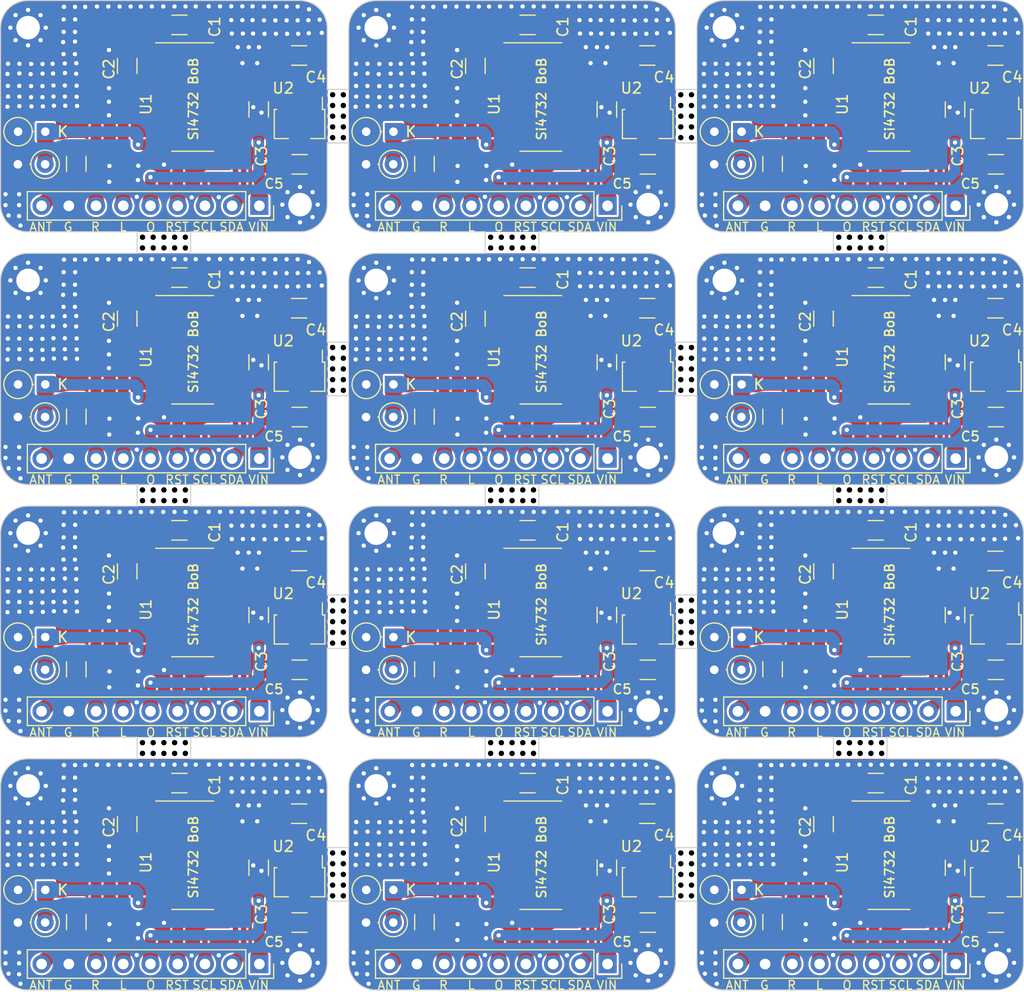
<source format=kicad_pcb>
(kicad_pcb (version 20221018) (generator pcbnew)
  (layers (0 "F.Cu" signal) (31 "B.Cu" signal) (34 "B.Paste" user) (35 "F.Paste" user) (36 "B.SilkS" user "B.Silkscreen") (37 "F.SilkS" user "F.Silkscreen") (38 "B.Mask" user) (39 "F.Mask" user) (44 "Edge.Cuts" user))
  (net 0 "")
  (net 1 "Board_0-+3.3V")
  (net 2 "Board_0-+5V")
  (net 3 "Board_0-GND")
  (net 4 "Board_0-LEFT")
  (net 5 "Board_0-Net-(D1-A)")
  (net 6 "Board_0-Net-(JP1-Pin_9)")
  (net 7 "Board_0-Net-(U1-LOUT{slash}DFS)")
  (net 8 "Board_0-Net-(U1-RCLK)")
  (net 9 "Board_0-Net-(U1-ROUT{slash}DOUT)")
  (net 10 "Board_0-RIGHT")
  (net 11 "Board_0-RST")
  (net 12 "Board_0-RX_OSC")
  (net 13 "Board_0-SCL")
  (net 14 "Board_0-SDA")
  (net 15 "Board_0-unconnected-(U1-FMI)")
  (net 16 "Board_0-unconnected-(U1-GPO1)")
  (net 17 "Board_0-unconnected-(U1-GPO2{slash}INTB)")
  (net 18 "Board_0-unconnected-(U1-GPO3{slash}DCLK)")
  (net 19 "Board_0-unconnected-(U1-NC)")
  (net 20 "Board_1-+3.3V")
  (net 21 "Board_1-+5V")
  (net 22 "Board_1-GND")
  (net 23 "Board_1-LEFT")
  (net 24 "Board_1-Net-(D1-A)")
  (net 25 "Board_1-Net-(JP1-Pin_9)")
  (net 26 "Board_1-Net-(U1-LOUT{slash}DFS)")
  (net 27 "Board_1-Net-(U1-RCLK)")
  (net 28 "Board_1-Net-(U1-ROUT{slash}DOUT)")
  (net 29 "Board_1-RIGHT")
  (net 30 "Board_1-RST")
  (net 31 "Board_1-RX_OSC")
  (net 32 "Board_1-SCL")
  (net 33 "Board_1-SDA")
  (net 34 "Board_1-unconnected-(U1-FMI)")
  (net 35 "Board_1-unconnected-(U1-GPO1)")
  (net 36 "Board_1-unconnected-(U1-GPO2{slash}INTB)")
  (net 37 "Board_1-unconnected-(U1-GPO3{slash}DCLK)")
  (net 38 "Board_1-unconnected-(U1-NC)")
  (net 39 "Board_2-+3.3V")
  (net 40 "Board_2-+5V")
  (net 41 "Board_2-GND")
  (net 42 "Board_2-LEFT")
  (net 43 "Board_2-Net-(D1-A)")
  (net 44 "Board_2-Net-(JP1-Pin_9)")
  (net 45 "Board_2-Net-(U1-LOUT{slash}DFS)")
  (net 46 "Board_2-Net-(U1-RCLK)")
  (net 47 "Board_2-Net-(U1-ROUT{slash}DOUT)")
  (net 48 "Board_2-RIGHT")
  (net 49 "Board_2-RST")
  (net 50 "Board_2-RX_OSC")
  (net 51 "Board_2-SCL")
  (net 52 "Board_2-SDA")
  (net 53 "Board_2-unconnected-(U1-FMI)")
  (net 54 "Board_2-unconnected-(U1-GPO1)")
  (net 55 "Board_2-unconnected-(U1-GPO2{slash}INTB)")
  (net 56 "Board_2-unconnected-(U1-GPO3{slash}DCLK)")
  (net 57 "Board_2-unconnected-(U1-NC)")
  (net 58 "Board_3-+3.3V")
  (net 59 "Board_3-+5V")
  (net 60 "Board_3-GND")
  (net 61 "Board_3-LEFT")
  (net 62 "Board_3-Net-(D1-A)")
  (net 63 "Board_3-Net-(JP1-Pin_9)")
  (net 64 "Board_3-Net-(U1-LOUT{slash}DFS)")
  (net 65 "Board_3-Net-(U1-RCLK)")
  (net 66 "Board_3-Net-(U1-ROUT{slash}DOUT)")
  (net 67 "Board_3-RIGHT")
  (net 68 "Board_3-RST")
  (net 69 "Board_3-RX_OSC")
  (net 70 "Board_3-SCL")
  (net 71 "Board_3-SDA")
  (net 72 "Board_3-unconnected-(U1-FMI)")
  (net 73 "Board_3-unconnected-(U1-GPO1)")
  (net 74 "Board_3-unconnected-(U1-GPO2{slash}INTB)")
  (net 75 "Board_3-unconnected-(U1-GPO3{slash}DCLK)")
  (net 76 "Board_3-unconnected-(U1-NC)")
  (net 77 "Board_4-+3.3V")
  (net 78 "Board_4-+5V")
  (net 79 "Board_4-GND")
  (net 80 "Board_4-LEFT")
  (net 81 "Board_4-Net-(D1-A)")
  (net 82 "Board_4-Net-(JP1-Pin_9)")
  (net 83 "Board_4-Net-(U1-LOUT{slash}DFS)")
  (net 84 "Board_4-Net-(U1-RCLK)")
  (net 85 "Board_4-Net-(U1-ROUT{slash}DOUT)")
  (net 86 "Board_4-RIGHT")
  (net 87 "Board_4-RST")
  (net 88 "Board_4-RX_OSC")
  (net 89 "Board_4-SCL")
  (net 90 "Board_4-SDA")
  (net 91 "Board_4-unconnected-(U1-FMI)")
  (net 92 "Board_4-unconnected-(U1-GPO1)")
  (net 93 "Board_4-unconnected-(U1-GPO2{slash}INTB)")
  (net 94 "Board_4-unconnected-(U1-GPO3{slash}DCLK)")
  (net 95 "Board_4-unconnected-(U1-NC)")
  (net 96 "Board_5-+3.3V")
  (net 97 "Board_5-+5V")
  (net 98 "Board_5-GND")
  (net 99 "Board_5-LEFT")
  (net 100 "Board_5-Net-(D1-A)")
  (net 101 "Board_5-Net-(JP1-Pin_9)")
  (net 102 "Board_5-Net-(U1-LOUT{slash}DFS)")
  (net 103 "Board_5-Net-(U1-RCLK)")
  (net 104 "Board_5-Net-(U1-ROUT{slash}DOUT)")
  (net 105 "Board_5-RIGHT")
  (net 106 "Board_5-RST")
  (net 107 "Board_5-RX_OSC")
  (net 108 "Board_5-SCL")
  (net 109 "Board_5-SDA")
  (net 110 "Board_5-unconnected-(U1-FMI)")
  (net 111 "Board_5-unconnected-(U1-GPO1)")
  (net 112 "Board_5-unconnected-(U1-GPO2{slash}INTB)")
  (net 113 "Board_5-unconnected-(U1-GPO3{slash}DCLK)")
  (net 114 "Board_5-unconnected-(U1-NC)")
  (net 115 "Board_6-+3.3V")
  (net 116 "Board_6-+5V")
  (net 117 "Board_6-GND")
  (net 118 "Board_6-LEFT")
  (net 119 "Board_6-Net-(D1-A)")
  (net 120 "Board_6-Net-(JP1-Pin_9)")
  (net 121 "Board_6-Net-(U1-LOUT{slash}DFS)")
  (net 122 "Board_6-Net-(U1-RCLK)")
  (net 123 "Board_6-Net-(U1-ROUT{slash}DOUT)")
  (net 124 "Board_6-RIGHT")
  (net 125 "Board_6-RST")
  (net 126 "Board_6-RX_OSC")
  (net 127 "Board_6-SCL")
  (net 128 "Board_6-SDA")
  (net 129 "Board_6-unconnected-(U1-FMI)")
  (net 130 "Board_6-unconnected-(U1-GPO1)")
  (net 131 "Board_6-unconnected-(U1-GPO2{slash}INTB)")
  (net 132 "Board_6-unconnected-(U1-GPO3{slash}DCLK)")
  (net 133 "Board_6-unconnected-(U1-NC)")
  (net 134 "Board_7-+3.3V")
  (net 135 "Board_7-+5V")
  (net 136 "Board_7-GND")
  (net 137 "Board_7-LEFT")
  (net 138 "Board_7-Net-(D1-A)")
  (net 139 "Board_7-Net-(JP1-Pin_9)")
  (net 140 "Board_7-Net-(U1-LOUT{slash}DFS)")
  (net 141 "Board_7-Net-(U1-RCLK)")
  (net 142 "Board_7-Net-(U1-ROUT{slash}DOUT)")
  (net 143 "Board_7-RIGHT")
  (net 144 "Board_7-RST")
  (net 145 "Board_7-RX_OSC")
  (net 146 "Board_7-SCL")
  (net 147 "Board_7-SDA")
  (net 148 "Board_7-unconnected-(U1-FMI)")
  (net 149 "Board_7-unconnected-(U1-GPO1)")
  (net 150 "Board_7-unconnected-(U1-GPO2{slash}INTB)")
  (net 151 "Board_7-unconnected-(U1-GPO3{slash}DCLK)")
  (net 152 "Board_7-unconnected-(U1-NC)")
  (net 153 "Board_8-+3.3V")
  (net 154 "Board_8-+5V")
  (net 155 "Board_8-GND")
  (net 156 "Board_8-LEFT")
  (net 157 "Board_8-Net-(D1-A)")
  (net 158 "Board_8-Net-(JP1-Pin_9)")
  (net 159 "Board_8-Net-(U1-LOUT{slash}DFS)")
  (net 160 "Board_8-Net-(U1-RCLK)")
  (net 161 "Board_8-Net-(U1-ROUT{slash}DOUT)")
  (net 162 "Board_8-RIGHT")
  (net 163 "Board_8-RST")
  (net 164 "Board_8-RX_OSC")
  (net 165 "Board_8-SCL")
  (net 166 "Board_8-SDA")
  (net 167 "Board_8-unconnected-(U1-FMI)")
  (net 168 "Board_8-unconnected-(U1-GPO1)")
  (net 169 "Board_8-unconnected-(U1-GPO2{slash}INTB)")
  (net 170 "Board_8-unconnected-(U1-GPO3{slash}DCLK)")
  (net 171 "Board_8-unconnected-(U1-NC)")
  (net 172 "Board_9-+3.3V")
  (net 173 "Board_9-+5V")
  (net 174 "Board_9-GND")
  (net 175 "Board_9-LEFT")
  (net 176 "Board_9-Net-(D1-A)")
  (net 177 "Board_9-Net-(JP1-Pin_9)")
  (net 178 "Board_9-Net-(U1-LOUT{slash}DFS)")
  (net 179 "Board_9-Net-(U1-RCLK)")
  (net 180 "Board_9-Net-(U1-ROUT{slash}DOUT)")
  (net 181 "Board_9-RIGHT")
  (net 182 "Board_9-RST")
  (net 183 "Board_9-RX_OSC")
  (net 184 "Board_9-SCL")
  (net 185 "Board_9-SDA")
  (net 186 "Board_9-unconnected-(U1-FMI)")
  (net 187 "Board_9-unconnected-(U1-GPO1)")
  (net 188 "Board_9-unconnected-(U1-GPO2{slash}INTB)")
  (net 189 "Board_9-unconnected-(U1-GPO3{slash}DCLK)")
  (net 190 "Board_9-unconnected-(U1-NC)")
  (net 191 "Board_10-+3.3V")
  (net 192 "Board_10-+5V")
  (net 193 "Board_10-GND")
  (net 194 "Board_10-LEFT")
  (net 195 "Board_10-Net-(D1-A)")
  (net 196 "Board_10-Net-(JP1-Pin_9)")
  (net 197 "Board_10-Net-(U1-LOUT{slash}DFS)")
  (net 198 "Board_10-Net-(U1-RCLK)")
  (net 199 "Board_10-Net-(U1-ROUT{slash}DOUT)")
  (net 200 "Board_10-RIGHT")
  (net 201 "Board_10-RST")
  (net 202 "Board_10-RX_OSC")
  (net 203 "Board_10-SCL")
  (net 204 "Board_10-SDA")
  (net 205 "Board_10-unconnected-(U1-FMI)")
  (net 206 "Board_10-unconnected-(U1-GPO1)")
  (net 207 "Board_10-unconnected-(U1-GPO2{slash}INTB)")
  (net 208 "Board_10-unconnected-(U1-GPO3{slash}DCLK)")
  (net 209 "Board_10-unconnected-(U1-NC)")
  (net 210 "Board_11-+3.3V")
  (net 211 "Board_11-+5V")
  (net 212 "Board_11-GND")
  (net 213 "Board_11-LEFT")
  (net 214 "Board_11-Net-(D1-A)")
  (net 215 "Board_11-Net-(JP1-Pin_9)")
  (net 216 "Board_11-Net-(U1-LOUT{slash}DFS)")
  (net 217 "Board_11-Net-(U1-RCLK)")
  (net 218 "Board_11-Net-(U1-ROUT{slash}DOUT)")
  (net 219 "Board_11-RIGHT")
  (net 220 "Board_11-RST")
  (net 221 "Board_11-RX_OSC")
  (net 222 "Board_11-SCL")
  (net 223 "Board_11-SDA")
  (net 224 "Board_11-unconnected-(U1-FMI)")
  (net 225 "Board_11-unconnected-(U1-GPO1)")
  (net 226 "Board_11-unconnected-(U1-GPO2{slash}INTB)")
  (net 227 "Board_11-unconnected-(U1-GPO3{slash}DCLK)")
  (net 228 "Board_11-unconnected-(U1-NC)")
  (footprint "Capacitor_SMD:C_1206_3216Metric_Pad1.33x1.80mm_HandSolder" (layer "F.Cu") (at 87.6224 25.1274 180)
    (fp_text reference "C4")
    (fp_text value "10uF" hide)
  )
  (footprint "NPTH" (layer "F.Cu") (at 108.486 66.68)
    (fp_text reference "REF**" hide)
    (fp_text value "NPTH" hide)
  )
  (footprint "Diode_THT:D_DO-35_SOD27_P2.54mm_Vertical_KathodeUp" (layer "F.Cu") (at 96.420586 103.0094 180)
    (fp_text reference "D2" hide)
    (fp_text value "1N4148" hide)
  )
  (footprint "NPTH" (layer "F.Cu") (at 73.006 43.09)
    (fp_text reference "REF**" hide)
    (fp_text value "NPTH" hide)
  )
  (footprint "Capacitor_SMD:C_1206_3216Metric_Pad1.33x1.80mm_HandSolder" (layer "F.Cu") (at 76.4549 69.4514 180)
    (fp_text reference "C1")
    (fp_text value "4.7uF" hide)
  )
  (footprint "Package_SO:SOIC-16_3.9x9.9mm_P1.27mm" (layer "F.Cu") (at 77.6906 29.0064)
    (fp_text reference "U1")
    (fp_text value "SI4732-A10-GS" hide)
  )
  (footprint "Capacitor_SMD:C_1206_3216Metric_Pad1.33x1.80mm_HandSolder" (layer "F.Cu") (at 55.1424 48.7174 180)
    (fp_text reference "C4")
    (fp_text value "10uF" hide)
  )
  (footprint "NPTH" (layer "F.Cu") (at 108.486 65.68)
    (fp_text reference "REF**" hide)
    (fp_text value "NPTH" hide)
  )
  (footprint "footprints:PinSocket_1x09_P2.54mm_Vertical_Custom" (layer "F.Cu") (at 116.3949 109.9314 -90)
    (fp_text reference "JP1" hide)
    (fp_text value "Pin Header" hide)
  )
  (footprint "footprints:PinSocket_1x09_P2.54mm_Vertical_Custom" (layer "F.Cu") (at 83.9149 86.3414 -90)
    (fp_text reference "JP1" hide)
    (fp_text value "Pin Header" hide)
  )
  (footprint "Capacitor_SMD:C_1206_3216Metric_Pad1.33x1.80mm_HandSolder" (layer "F.Cu") (at 76.4549 45.8614 180)
    (fp_text reference "C1")
    (fp_text value "4.7uF" hide)
  )
  (footprint "NPTH" (layer "F.Cu") (at 59.266 30.795)
    (fp_text reference "REF**" hide)
    (fp_text value "NPTH" hide)
  )
  (footprint "Capacitor_SMD:C_1206_3216Metric_Pad1.33x1.80mm_HandSolder" (layer "F.Cu") (at 71.5849 26.1039 90)
    (fp_text reference "C2")
    (fp_text value "4.7uF" hide)
  )
  (footprint "Capacitor_SMD:C_1206_3216Metric_Pad1.33x1.80mm_HandSolder" (layer "F.Cu") (at 55.1809 106.0574 180)
    (fp_text reference "C5")
    (fp_text value "10uF" hide)
  )
  (footprint "NPTH" (layer "F.Cu") (at 91.746 103.565)
    (fp_text reference "REF**" hide)
    (fp_text value "NPTH" hide)
  )
  (footprint "Capacitor_SMD:C_1206_3216Metric_Pad1.33x1.80mm_HandSolder" (layer "F.Cu") (at 87.6609 82.4674 180)
    (fp_text reference "C5")
    (fp_text value "10uF" hide)
  )
  (footprint "NPTH" (layer "F.Cu") (at 59.266 76.975)
    (fp_text reference "REF**" hide)
    (fp_text value "NPTH" hide)
  )
  (footprint "NPTH" (layer "F.Cu") (at 77.006 89.27)
    (fp_text reference "REF**" hide)
    (fp_text value "NPTH" hide)
  )
  (footprint "NPTH" (layer "F.Cu") (at 58.266 29.795)
    (fp_text reference "REF**" hide)
    (fp_text value "NPTH" hide)
  )
  (footprint "Capacitor_SMD:C_1206_3216Metric_Pad1.33x1.80mm_HandSolder" (layer "F.Cu") (at 71.5849 96.8739 90)
    (fp_text reference "C2")
    (fp_text value "4.7uF" hide)
  )
  (footprint "NPTH" (layer "F.Cu") (at 40.526 42.09)
    (fp_text reference "REF**" hide)
    (fp_text value "NPTH" hide)
  )
  (footprint "MountingHole:MountingHole_2.2mm_M2_Pad_Via" (layer "F.Cu") (at 120.186 62.64 180)
    (fp_text reference "H2" hide)
    (fp_text value "MountingHole_Pad" hide)
  )
  (footprint "NPTH" (layer "F.Cu") (at 90.746 31.795)
    (fp_text reference "REF**" hide)
    (fp_text value "NPTH" hide)
  )
  (footprint "NPTH" (layer "F.Cu") (at 42.526 89.27)
    (fp_text reference "REF**" hide)
    (fp_text value "NPTH" hide)
  )
  (footprint "NPTH" (layer "F.Cu") (at 40.526 65.68)
    (fp_text reference "REF**" hide)
    (fp_text value "NPTH" hide)
  )
  (footprint "NPTH" (layer "F.Cu") (at 90.746 30.795)
    (fp_text reference "REF**" hide)
    (fp_text value "NPTH" hide)
  )
  (footprint "Capacitor_SMD:C_1206_3216Metric_Pad1.33x1.80mm_HandSolder" (layer "F.Cu") (at 43.9749 69.4514 180)
    (fp_text reference "C1")
    (fp_text value "4.7uF" hide)
  )
  (footprint "NPTH" (layer "F.Cu") (at 90.746 29.795)
    (fp_text reference "REF**" hide)
    (fp_text value "NPTH" hide)
  )
  (footprint "NPTH" (layer "F.Cu") (at 58.266 53.385)
    (fp_text reference "REF**" hide)
    (fp_text value "NPTH" hide)
  )
  (footprint "NPTH" (layer "F.Cu") (at 109.486 43.09)
    (fp_text reference "REF**" hide)
    (fp_text value "NPTH" hide)
  )
  (footprint "NPTH" (layer "F.Cu") (at 59.266 55.385)
    (fp_text reference "REF**" hide)
    (fp_text value "NPTH" hide)
  )
  (footprint "Diode_THT:D_DO-35_SOD27_P2.54mm_Vertical_KathodeUp" (layer "F.Cu") (at 63.940586 79.4194 180)
    (fp_text reference "D2" hide)
    (fp_text value "1N4148" hide)
  )
  (footprint "NPTH" (layer "F.Cu") (at 91.746 56.385)
    (fp_text reference "REF**" hide)
    (fp_text value "NPTH" hide)
  )
  (footprint "NPTH" (layer "F.Cu") (at 43.526 65.68)
    (fp_text reference "REF**" hide)
    (fp_text value "NPTH" hide)
  )
  (footprint "footprints:PinSocket_1x09_P2.54mm_Vertical_Custom" (layer "F.Cu") (at 116.3949 62.7514 -90)
    (fp_text reference "JP1" hide)
    (fp_text value "Pin Header" hide)
  )
  (footprint "MountingHole:MountingHole_2.2mm_M2_Pad_Via" (layer "F.Cu") (at 55.226 39.05 180)
    (fp_text reference "H2" hide)
    (fp_text value "MountingHole_Pad" hide)
  )
  (footprint "NPTH" (layer "F.Cu") (at 90.746 77.975)
    (fp_text reference "REF**" hide)
    (fp_text value "NPTH" hide)
  )
  (footprint "Capacitor_SMD:C_1206_3216Metric_Pad1.33x1.80mm_HandSolder" (layer "F.Cu") (at 83.8509 30.1714 -90)
    (fp_text reference "C3")
    (fp_text value "100nF" hide)
  )
  (footprint "Package_TO_SOT_SMD:SOT-89-3" (layer "F.Cu") (at 87.6609 101.9934 -90)
    (fp_text reference "U2")
    (fp_text value "HT7833 SOT89 3.3V 500mA LDO" hide)
  )
  (footprint "Package_TO_SOT_SMD:SOT-89-3" (layer "F.Cu") (at 120.1409 54.8134 -90)
    (fp_text reference "U2")
    (fp_text value "HT7833 SOT89 3.3V 500mA LDO" hide)
  )
  (footprint "Capacitor_SMD:C_1206_3216Metric_Pad1.33x1.80mm_HandSolder" (layer "F.Cu") (at 83.8509 53.7614 -90)
    (fp_text reference "C3")
    (fp_text value "100nF" hide)
  )
  (footprint "Capacitor_SMD:C_1206_3216Metric_Pad1.33x1.80mm_HandSolder" (layer "F.Cu") (at 116.3309 77.3514 -90)
    (fp_text reference "C3")
    (fp_text value "100nF" hide)
  )
  (footprint "Package_TO_SOT_SMD:SOT-89-3" (layer "F.Cu") (at 120.1409 31.2234 -90)
    (fp_text reference "U2")
    (fp_text value "HT7833 SOT89 3.3V 500mA LDO" hide)
  )
  (footprint "Capacitor_SMD:C_1206_3216Metric_Pad1.33x1.80mm_HandSolder" (layer "F.Cu") (at 71.5849 73.2839 90)
    (fp_text reference "C2")
    (fp_text value "4.7uF" hide)
  )
  (footprint "Diode_THT:D_DO-35_SOD27_P2.54mm_Vertical_KathodeUp" (layer "F.Cu") (at 28.9049 106.0574)
    (fp_text reference "D1" hide)
    (fp_text value "1N4148" hide)
  )
  (footprint "NPTH" (layer "F.Cu") (at 58.266 76.975)
    (fp_text reference "REF**" hide)
    (fp_text value "NPTH" hide)
  )
  (footprint "NPTH" (layer "F.Cu") (at 73.006 90.27)
    (fp_text reference "REF**" hide)
    (fp_text value "NPTH" hide)
  )
  (footprint "footprints:PinSocket_1x09_P2.54mm_Vertical_Custom" (layer "F.Cu") (at 83.9149 62.7514 -90)
    (fp_text reference "JP1" hide)
    (fp_text value "Pin Header" hide)
  )
  (footprint "footprints:PinSocket_1x09_P2.54mm_Vertical_Custom" (layer "F.Cu") (at 51.4349 62.7514 -90)
    (fp_text reference "JP1" hide)
    (fp_text value "Pin Header" hide)
  )
  (footprint "NPTH" (layer "F.Cu") (at 77.006 42.09)
    (fp_text reference "REF**" hide)
    (fp_text value "NPTH" hide)
  )
  (footprint "Capacitor_SMD:C_1206_3216Metric_Pad1.33x1.80mm_HandSolder" (layer "F.Cu") (at 76.4549 93.0414 180)
    (fp_text reference "C1")
    (fp_text value "4.7uF" hide)
  )
  (footprint "Package_SO:SOIC-16_3.9x9.9mm_P1.27mm" (layer "F.Cu") (at 45.2106 52.5964)
    (fp_text reference "U1")
    (fp_text value "SI4732-A10-GS" hide)
  )
  (footprint "NPTH" (layer "F.Cu") (at 91.746 53.385)
    (fp_text reference "REF**" hide)
    (fp_text value "NPTH" hide)
  )
  (footprint "NPTH" (layer "F.Cu") (at 59.266 54.385)
    (fp_text reference "REF**" hide)
    (fp_text value "NPTH" hide)
  )
  (footprint "Capacitor_SMD:C_1206_3216Metric_Pad1.33x1.80mm_HandSolder" (layer "F.Cu") (at 87.6609 58.8774 180)
    (fp_text reference "C5")
    (fp_text value "10uF" hide)
  )
  (footprint "Capacitor_SMD:C_1206_3216Metric_Pad1.33x1.80mm_HandSolder" (layer "F.Cu") (at 83.8509 77.3514 -90)
    (fp_text reference "C3")
    (fp_text value "100nF" hide)
  )
  (footprint "Capacitor_SMD:C_1206_3216Metric_Pad1.33x1.80mm_HandSolder" (layer "F.Cu") (at 76.4549 22.2714 180)
    (fp_text reference "C1")
    (fp_text value "4.7uF" hide)
  )
  (footprint "MountingHole:MountingHole_2.2mm_M2_Pad_Via" (layer "F.Cu") (at 62.3349 69.7114 180)
    (fp_text reference "H1" hide)
    (fp_text value "MountingHole_Pad" hide)
  )
  (footprint "NPTH" (layer "F.Cu") (at 106.486 42.09)
    (fp_text reference "REF**" hide)
    (fp_text value "NPTH" hide)
  )
  (footprint "NPTH" (layer "F.Cu") (at 42.526 65.68)
    (fp_text reference "REF**" hide)
    (fp_text value "NPTH" hide)
  )
  (footprint "MountingHole:MountingHole_2.2mm_M2_Pad_Via" (layer "F.Cu") (at 29.8549 69.7114 180)
    (fp_text reference "H1" hide)
    (fp_text value "MountingHole_Pad" hide)
  )
  (footprint "Diode_THT:D_DO-35_SOD27_P2.54mm_Vertical_KathodeUp" (layer "F.Cu") (at 93.8649 35.2874)
    (fp_text reference "D1" hide)
    (fp_text value "1N4148" hide)
  )
  (footprint "NPTH" (layer "F.Cu") (at 90.746 79.975)
    (fp_text reference "REF**" hide)
    (fp_text value "NPTH" hide)
  )
  (footprint "Package_SO:SOIC-16_3.9x9.9mm_P1.27mm" (layer "F.Cu") (at 45.2106 99.7764)
    (fp_text reference "U1")
    (fp_text value "SI4732-A10-GS" hide)
  )
  (footprint "NPTH" (layer "F.Cu") (at 42.526 90.27)
    (fp_text reference "REF**" hide)
    (fp_text value "NPTH" hide)
  )
  (footprint "NPTH" (layer "F.Cu") (at 41.526 90.27)
    (fp_text reference "REF**" hide)
    (fp_text value "NPTH" hide)
  )
  (footprint "NPTH" (layer "F.Cu") (at 40.526 66.68)
    (fp_text reference "REF**" hide)
    (fp_text value "NPTH" hide)
  )
  (footprint "MountingHole:MountingHole_2.2mm_M2_Pad_Via" (layer "F.Cu") (at 29.8549 93.3014 180)
    (fp_text reference "H1" hide)
    (fp_text value "MountingHole_Pad" hide)
  )
  (footprint "NPTH" (layer "F.Cu") (at 108.486 89.27)
    (fp_text reference "REF**" hide)
    (fp_text value "NPTH" hide)
  )
  (footprint "NPTH" (layer "F.Cu") (at 91.746 101.565)
    (fp_text reference "REF**" hide)
    (fp_text value "NPTH" hide)
  )
  (footprint "MountingHole:MountingHole_2.2mm_M2_Pad_Via" (layer "F.Cu") (at 62.3349 46.1214 180)
    (fp_text reference "H1" hide)
    (fp_text value "MountingHole_Pad" hide)
  )
  (footprint "NPTH" (layer "F.Cu") (at 90.746 28.795)
    (fp_text reference "REF**" hide)
    (fp_text value "NPTH" hide)
  )
  (footprint "NPTH" (layer "F.Cu") (at 43.526 66.68)
    (fp_text reference "REF**" hide)
    (fp_text value "NPTH" hide)
  )
  (footprint "NPTH" (layer "F.Cu") (at 59.266 53.385)
    (fp_text reference "REF**" hide)
    (fp_text value "NPTH" hide)
  )
  (footprint "NPTH" (layer "F.Cu") (at 58.266 101.565)
    (fp_text reference "REF**" hide)
    (fp_text value "NPTH" hide)
  )
  (footprint "NPTH" (layer "F.Cu") (at 59.266 103.565)
    (fp_text reference "REF**" hide)
    (fp_text value "NPTH" hide)
  )
  (footprint "Capacitor_SMD:C_1206_3216Metric_Pad1.33x1.80mm_HandSolder" (layer "F.Cu") (at 43.9749 93.0414 180)
    (fp_text reference "C1")
    (fp_text value "4.7uF" hide)
  )
  (footprint "NPTH" (layer "F.Cu") (at 42.526 42.09)
    (fp_text reference "REF**" hide)
    (fp_text value "NPTH" hide)
  )
  (footprint "NPTH" (layer "F.Cu") (at 91.746 32.795)
    (fp_text reference "REF**" hide)
    (fp_text value "NPTH" hide)
  )
  (footprint "NPTH" (layer "F.Cu") (at 107.486 42.09)
    (fp_text reference "REF**" hide)
    (fp_text value "NPTH" hide)
  )
  (footprint "NPTH" (layer "F.Cu") (at 58.266 32.795)
    (fp_text reference "REF**" hide)
    (fp_text value "NPTH" hide)
  )
  (footprint "Capacitor_SMD:C_1206_3216Metric_Pad1.33x1.80mm_HandSolder" (layer "F.Cu") (at 55.1809 82.4674 180)
    (fp_text reference "C5")
    (fp_text value "10uF" hide)
  )
  (footprint "MountingHole:MountingHole_2.2mm_M2_Pad_Via" (layer "F.Cu") (at 87.706 86.23 180)
    (fp_text reference "H2" hide)
    (fp_text value "MountingHole_Pad" hide)
  )
  (footprint "Package_TO_SOT_SMD:SOT-89-3" (layer "F.Cu") (at 55.1809 101.9934 -90)
    (fp_text reference "U2")
    (fp_text value "HT7833 SOT89 3.3V 500mA LDO" hide)
  )
  (footprint "NPTH" (layer "F.Cu") (at 77.006 66.68)
    (fp_text reference "REF**" hide)
    (fp_text value "NPTH" hide)
  )
  (footprint "NPTH" (layer "F.Cu") (at 75.006 89.27)
    (fp_text reference "REF**" hide)
    (fp_text value "NPTH" hide)
  )
  (footprint "Diode_THT:D_DO-35_SOD27_P2.54mm_Vertical_KathodeUp" (layer "F.Cu") (at 96.420586 79.4194 180)
    (fp_text reference "D2" hide)
    (fp_text value "1N4148" hide)
  )
  (footprint "NPTH" (layer "F.Cu") (at 76.006 66.68)
    (fp_text reference "REF**" hide)
    (fp_text value "NPTH" hide)
  )
  (footprint "NPTH" (layer "F.Cu") (at 107.486 65.68)
    (fp_text reference "REF**" hide)
    (fp_text value "NPTH" hide)
  )
  (footprint "Capacitor_SMD:C_1206_3216Metric_Pad1.33x1.80mm_HandSolder" (layer "F.Cu") (at 83.8509 100.9414 -90)
    (fp_text reference "C3")
    (fp_text value "100nF" hide)
  )
  (footprint "Diode_THT:D_DO-35_SOD27_P2.54mm_Vertical_KathodeUp" (layer "F.Cu") (at 96.420586 55.8294 180)
    (fp_text reference "D2" hide)
    (fp_text value "1N4148" hide)
  )
  (footprint "Capacitor_SMD:C_1206_3216Metric_Pad1.33x1.80mm_HandSolder" (layer "F.Cu") (at 51.3709 100.9414 -90)
    (fp_text reference "C3")
    (fp_text value "100nF" hide)
  )
  (footprint "Package_SO:SOIC-16_3.9x9.9mm_P1.27mm" (layer "F.Cu") (at 110.1706 29.0064)
    (fp_text reference "U1")
    (fp_text value "SI4732-A10-GS" hide)
  )
  (footprint "Capacitor_SMD:C_1206_3216Metric_Pad1.33x1.80mm_HandSolder" (layer "F.Cu") (at 39.1049 73.2839 90)
    (fp_text reference "C2")
    (fp_text value "4.7uF" hide)
  )
  (footprint "Package_TO_SOT_SMD:SOT-89-3" (layer "F.Cu") (at 120.1409 101.9934 -90)
    (fp_text reference "U2")
    (fp_text value "HT7833 SOT89 3.3V 500mA LDO" hide)
  )
  (footprint "NPTH" (layer "F.Cu") (at 74.006 89.27)
    (fp_text reference "REF**" hide)
    (fp_text value "NPTH" hide)
  )
  (footprint "Diode_THT:D_DO-35_SOD27_P2.54mm_Vertical_KathodeUp" (layer "F.Cu") (at 93.8649 106.0574)
    (fp_text reference "D1" hide)
    (fp_text value "1N4148" hide)
  )
  (footprint "Package_TO_SOT_SMD:SOT-89-3" (layer "F.Cu") (at 120.1409 78.4034 -90)
    (fp_text reference "U2")
    (fp_text value "HT7833 SOT89 3.3V 500mA LDO" hide)
  )
  (footprint "Capacitor_SMD:C_1206_3216Metric_Pad1.33x1.80mm_HandSolder" (layer "F.Cu") (at 34.3529 82.4289 90)
    (fp_text reference "C13" hide)
    (fp_text value "100nF" hide)
  )
  (footprint "NPTH" (layer "F.Cu") (at 109.486 66.68)
    (fp_text reference "REF**" hide)
    (fp_text value "NPTH" hide)
  )
  (footprint "NPTH" (layer "F.Cu") (at 91.746 54.385)
    (fp_text reference "REF**" hide)
    (fp_text value "NPTH" hide)
  )
  (footprint "Diode_THT:D_DO-35_SOD27_P2.54mm_Vertical_KathodeUp" (layer "F.Cu") (at 63.940586 32.2394 180)
    (fp_text reference "D2" hide)
    (fp_text value "1N4148" hide)
  )
  (footprint "MountingHole:MountingHole_2.2mm_M2_Pad_Via" (layer "F.Cu") (at 55.226 109.82 180)
    (fp_text reference "H2" hide)
    (fp_text value "MountingHole_Pad" hide)
  )
  (footprint "NPTH" (layer "F.Cu") (at 91.746 75.975)
    (fp_text reference "REF**" hide)
    (fp_text value "NPTH" hide)
  )
  (footprint "Capacitor_SMD:C_1206_3216Metric_Pad1.33x1.80mm_HandSolder" (layer "F.Cu") (at 34.3529 35.2489 90)
    (fp_text reference "C13" hide)
    (fp_text value "100nF" hide)
  )
  (footprint "NPTH" (layer "F.Cu") (at 41.526 43.09)
    (fp_text reference "REF**" hide)
    (fp_text value "NPTH" hide)
  )
  (footprint "NPTH" (layer "F.Cu") (at 76.006 43.09)
    (fp_text reference "REF**" hide)
    (fp_text value "NPTH" hide)
  )
  (footprint "NPTH" (layer "F.Cu") (at 74.006 90.27)
    (fp_text reference "REF**" hide)
    (fp_text value "NPTH" hide)
  )
  (footprint "MountingHole:MountingHole_2.2mm_M2_Pad_Via" (layer "F.Cu") (at 120.186 86.23 180)
    (fp_text reference "H2" hide)
    (fp_text value "MountingHole_Pad" hide)
  )
  (footprint "Diode_THT:D_DO-35_SOD27_P2.54mm_Vertical_KathodeUp" (layer "F.Cu") (at 28.9049 58.8774)
    (fp_text reference "D1" hide)
    (fp_text value "1N4148" hide)
  )
  (footprint "MountingHole:MountingHole_2.2mm_M2_Pad_Via" (layer "F.Cu") (at 62.3349 22.5314 180)
    (fp_text reference "H1" hide)
    (fp_text value "MountingHole_Pad" hide)
  )
  (footprint "NPTH" (layer "F.Cu") (at 105.486 42.09)
    (fp_text reference "REF**" hide)
    (fp_text value "NPTH" hide)
  )
  (footprint "Capacitor_SMD:C_1206_3216Metric_Pad1.33x1.80mm_HandSolder" (layer "F.Cu") (at 87.6224 48.7174 180)
    (fp_text reference "C4")
    (fp_text value "10uF" hide)
  )
  (footprint "NPTH" (layer "F.Cu") (at 40.526 90.27)
    (fp_text reference "REF**" hide)
    (fp_text value "NPTH" hide)
  )
  (footprint "NPTH" (layer "F.Cu") (at 73.006 65.68)
    (fp_text reference "REF**" hide)
    (fp_text value "NPTH" hide)
  )
  (footprint "Package_TO_SOT_SMD:SOT-89-3" (layer "F.Cu") (at 87.6609 54.8134 -90)
    (fp_text reference "U2")
    (fp_text value "HT7833 SOT89 3.3V 500mA LDO" hide)
  )
  (footprint "Capacitor_SMD:C_1206_3216Metric_Pad1.33x1.80mm_HandSolder" (layer "F.Cu") (at 51.3709 53.7614 -90)
    (fp_text reference "C3")
    (fp_text value "100nF" hide)
  )
  (footprint "NPTH" (layer "F.Cu") (at 106.486 43.09)
    (fp_text reference "REF**" hide)
    (fp_text value "NPTH" hide)
  )
  (footprint "NPTH" (layer "F.Cu") (at 91.746 77.975)
    (fp_text reference "REF**" hide)
    (fp_text value "NPTH" hide)
  )
  (footprint "NPTH" (layer "F.Cu") (at 59.266 79.975)
    (fp_text reference "REF**" hide)
    (fp_text value "NPTH" hide)
  )
  (footprint "MountingHole:MountingHole_2.2mm_M2_Pad_Via" (layer "F.Cu") (at 29.8549 22.5314 180)
    (fp_text reference "H1" hide)
    (fp_text value "MountingHole_Pad" hide)
  )
  (footprint "NPTH" (layer "F.Cu") (at 58.266 31.795)
    (fp_text reference "REF**" hide)
    (fp_text value "NPTH" hide)
  )
  (footprint "Capacitor_SMD:C_1206_3216Metric_Pad1.33x1.80mm_HandSolder" (layer "F.Cu") (at 39.1049 49.6939 90)
    (fp_text reference "C2")
    (fp_text value "4.7uF" hide)
  )
  (footprint "NPTH" (layer "F.Cu") (at 105.486 90.27)
    (fp_text reference "REF**" hide)
    (fp_text value "NPTH" hide)
  )
  (footprint "MountingHole:MountingHole_2.2mm_M2_Pad_Via" (layer "F.Cu") (at 87.706 62.64 180)
    (fp_text reference "H2" hide)
    (fp_text value "MountingHole_Pad" hide)
  )
  (footprint "Package_TO_SOT_SMD:SOT-89-3" (layer "F.Cu") (at 87.6609 31.2234 -90)
    (fp_text reference "U2")
    (fp_text value "HT7833 SOT89 3.3V 500mA LDO" hide)
  )
  (footprint "Capacitor_SMD:C_1206_3216Metric_Pad1.33x1.80mm_HandSolder" (layer "F.Cu") (at 55.1424 25.1274 180)
    (fp_text reference "C4")
    (fp_text value "10uF" hide)
  )
  (footprint "Capacitor_SMD:C_1206_3216Metric_Pad1.33x1.80mm_HandSolder" (layer "F.Cu") (at 108.9349 45.8614 180)
    (fp_text reference "C1")
    (fp_text value "4.7uF" hide)
  )
  (footprint "Package_TO_SOT_SMD:SOT-89-3" (layer "F.Cu") (at 55.1809 31.2234 -90)
    (fp_text reference "U2")
    (fp_text value "HT7833 SOT89 3.3V 500mA LDO" hide)
  )
  (footprint "Capacitor_SMD:C_1206_3216Metric_Pad1.33x1.80mm_HandSolder" (layer "F.Cu") (at 108.9349 69.4514 180)
    (fp_text reference "C1")
    (fp_text value "4.7uF" hide)
  )
  (footprint "NPTH" (layer "F.Cu") (at 58.266 99.565)
    (fp_text reference "REF**" hide)
    (fp_text value "NPTH" hide)
  )
  (footprint "MountingHole:MountingHole_2.2mm_M2_Pad_Via" (layer "F.Cu") (at 62.3349 93.3014 180)
    (fp_text reference "H1" hide)
    (fp_text value "MountingHole_Pad" hide)
  )
  (footprint "Capacitor_SMD:C_1206_3216Metric_Pad1.33x1.80mm_HandSolder" (layer "F.Cu") (at 104.0649 26.1039 90)
    (fp_text reference "C2")
    (fp_text value "4.7uF" hide)
  )
  (footprint "NPTH" (layer "F.Cu") (at 44.526 90.27)
    (fp_text reference "REF**" hide)
    (fp_text value "NPTH" hide)
  )
  (footprint "NPTH" (layer "F.Cu") (at 58.266 75.975)
    (fp_text reference "REF**" hide)
    (fp_text value "NPTH" hide)
  )
  (footprint "Capacitor_SMD:C_1206_3216Metric_Pad1.33x1.80mm_HandSolder" (layer "F.Cu") (at 55.1424 95.8974 180)
    (fp_text reference "C4")
    (fp_text value "10uF" hide)
  )
  (footprint "Capacitor_SMD:C_1206_3216Metric_Pad1.33x1.80mm_HandSolder" (layer "F.Cu") (at 55.1809 35.2874 180)
    (fp_text reference "C5")
    (fp_text value "10uF" hide)
  )
  (footprint "Capacitor_SMD:C_1206_3216Metric_Pad1.33x1.80mm_HandSolder" (layer "F.Cu") (at 120.1024 48.7174 180)
    (fp_text reference "C4")
    (fp_text value "10uF" hide)
  )
  (footprint "Package_SO:SOIC-16_3.9x9.9mm_P1.27mm" (layer "F.Cu") (at 77.6906 99.7764)
    (fp_text reference "U1")
    (fp_text value "SI4732-A10-GS" hide)
  )
  (footprint "NPTH" (layer "F.Cu") (at 107.486 43.09)
    (fp_text reference "REF**" hide)
    (fp_text value "NPTH" hide)
  )
  (footprint "NPTH" (layer "F.Cu") (at 75.006 65.68)
    (fp_text reference "REF**" hide)
    (fp_text value "NPTH" hide)
  )
  (footprint "NPTH" (layer "F.Cu") (at 90.746 76.975)
    (fp_text reference "REF**" hide)
    (fp_text value "NPTH" hide)
  )
  (footprint "Capacitor_SMD:C_1206_3216Metric_Pad1.33x1.80mm_HandSolder" (layer "F.Cu") (at 34.3529 58.8389 90)
    (fp_text reference "C13" hide)
    (fp_text value "100nF" hide)
  )
  (footprint "footprints:PinSocket_1x09_P2.54mm_Vertical_Custom" (layer "F.Cu") (at 116.3949 86.3414 -90)
    (fp_text reference "JP1" hide)
    (fp_text value "Pin Header" hide)
  )
  (footprint "NPTH" (layer "F.Cu") (at 44.526 65.68)
    (fp_text reference "REF**" hide)
    (fp_text value "NPTH" hide)
  )
  (footprint "NPTH" (layer "F.Cu") (at 90.746 54.385)
    (fp_text reference "REF**" hide)
    (fp_text value "NPTH" hide)
  )
  (footprint "NPTH" (layer "F.Cu") (at 107.486 89.27)
    (fp_text reference "REF**" hide)
    (fp_text value "NPTH" hide)
  )
  (footprint "NPTH" (layer "F.Cu") (at 76.006 42.09)
    (fp_text reference "REF**" hide)
    (fp_text value "NPTH" hide)
  )
  (footprint "NPTH" (layer "F.Cu") (at 74.006 66.68)
    (fp_text reference "REF**" hide)
    (fp_text value "NPTH" hide)
  )
  (footprint "NPTH" (layer "F.Cu") (at 58.266 102.565)
    (fp_text reference "REF**" hide)
    (fp_text value "NPTH" hide)
  )
  (footprint "NPTH" (layer "F.Cu") (at 59.266 52.385)
    (fp_text reference "REF**" hide)
    (fp_text value "NPTH" hide)
  )
  (footprint "NPTH" (layer "F.Cu") (at 76.006 89.27)
    (fp_text reference "REF**" hide)
    (fp_text value "NPTH" hide)
  )
  (footprint "Capacitor_SMD:C_1206_3216Metric_Pad1.33x1.80mm_HandSolder" (layer "F.Cu") (at 66.8329 35.2489 90)
    (fp_text reference "C13" hide)
    (fp_text value "100nF" hide)
  )
  (footprint "Capacitor_SMD:C_1206_3216Metric_Pad1.33x1.80mm_HandSolder" (layer "F.Cu") (at 87.6224 72.3074 180)
    (fp_text reference "C4")
    (fp_text value "10uF" hide)
  )
  (footprint "NPTH" (layer "F.Cu") (at 105.486 43.09)
    (fp_text reference "REF**" hide)
    (fp_text value "NPTH" hide)
  )
  (footprint "Diode_THT:D_DO-35_SOD27_P2.54mm_Vertical_KathodeUp" (layer "F.Cu") (at 31.460586 55.8294 180)
    (fp_text reference "D2" hide)
    (fp_text value "1N4148" hide)
  )
  (footprint "footprints:PinSocket_1x09_P2.54mm_Vertical_Custom" (layer "F.Cu") (at 116.3949 39.1614 -90)
    (fp_text reference "JP1" hide)
    (fp_text value "Pin Header" hide)
  )
  (footprint "NPTH" (layer "F.Cu") (at 90.746 100.565)
    (fp_text reference "REF**" hide)
    (fp_text value "NPTH" hide)
  )
  (footprint "NPTH" (layer "F.Cu") (at 43.526 89.27)
    (fp_text reference "REF**" hide)
    (fp_text value "NPTH" hide)
  )
  (footprint "NPTH" (layer "F.Cu") (at 43.526 43.09)
    (fp_text reference "REF**" hide)
    (fp_text value "NPTH" hide)
  )
  (footprint "Diode_THT:D_DO-35_SOD27_P2.54mm_Vertical_KathodeUp" (layer "F.Cu") (at 93.8649 58.8774)
    (fp_text reference "D1" hide)
    (fp_text value "1N4148" hide)
  )
  (footprint "NPTH" (layer "F.Cu") (at 74.006 65.68)
    (fp_text reference "REF**" hide)
    (fp_text value "NPTH" hide)
  )
  (footprint "NPTH" (layer "F.Cu") (at 105.486 66.68)
    (fp_text reference "REF**" hide)
    (fp_text value "NPTH" hide)
  )
  (footprint "NPTH" (layer "F.Cu") (at 105.486 89.27)
    (fp_text reference "REF**" hide)
    (fp_text value "NPTH" hide)
  )
  (footprint "NPTH" (layer "F.Cu") (at 77.006 90.27)
    (fp_text reference "REF**" hide)
    (fp_text value "NPTH" hide)
  )
  (footprint "NPTH" (layer "F.Cu") (at 44.526 42.09)
    (fp_text reference "REF**" hide)
    (fp_text value "NPTH" hide)
  )
  (footprint "NPTH" (layer "F.Cu") (at 91.746 31.795)
    (fp_text reference "REF**" hide)
    (fp_text value "NPTH" hide)
  )
  (footprint "NPTH" (layer "F.Cu") (at 58.266 56.385)
    (fp_text reference "REF**" hide)
    (fp_text value "NPTH" hide)
  )
  (footprint "NPTH" (layer "F.Cu") (at 58.266 28.795)
    (fp_text reference "REF**" hide)
    (fp_text value "NPTH" hide)
  )
  (footprint "footprints:PinSocket_1x09_P2.54mm_Vertical_Custom" (layer "F.Cu") (at 51.4349 39.1614 -90)
    (fp_text reference "JP1" hide)
    (fp_text value "Pin Header" hide)
  )
  (footprint "NPTH" (layer "F.Cu") (at 58.266 78.975)
    (fp_text reference "REF**" hide)
    (fp_text value "NPTH" hide)
  )
  (footprint "Diode_THT:D_DO-35_SOD27_P2.54mm_Vertical_KathodeUp" (layer "F.Cu") (at 61.3849 58.8774)
    (fp_text reference "D1" hide)
    (fp_text value "1N4148" hide)
  )
  (footprint "NPTH" (layer "F.Cu") (at 59.266 75.975)
    (fp_text reference "REF**" hide)
    (fp_text value "NPTH" hide)
  )
  (footprint "Capacitor_SMD:C_1206_3216Metric_Pad1.33x1.80mm_HandSolder" (layer "F.Cu") (at 87.6609 35.2874 180)
    (fp_text reference "C5")
    (fp_text value "10uF" hide)
  )
  (footprint "NPTH" (layer "F.Cu") (at 58.266 52.385)
    (fp_text reference "REF**" hide)
    (fp_text value "NPTH" hide)
  )
  (footprint "Diode_THT:D_DO-35_SOD27_P2.54mm_Vertical_KathodeUp" (layer "F.Cu") (at 61.3849 106.0574)
    (fp_text reference "D1" hide)
    (fp_text value "1N4148" hide)
  )
  (footprint "NPTH" (layer "F.Cu") (at 90.746 99.565)
    (fp_text reference "REF**" hide)
    (fp_text value "NPTH" hide)
  )
  (footprint "NPTH" (layer "F.Cu") (at 91.746 28.795)
    (fp_text reference "REF**" hide)
    (fp_text value "NPTH" hide)
  )
  (footprint "NPTH" (layer "F.Cu") (at 40.526 43.09)
    (fp_text reference "REF**" hide)
    (fp_text value "NPTH" hide)
  )
  (footprint "Capacitor_SMD:C_1206_3216Metric_Pad1.33x1.80mm_HandSolder" (layer "F.Cu") (at 66.8329 106.0189 90)
    (fp_text reference "C13" hide)
    (fp_text value "100nF" hide)
  )
  (footprint "Capacitor_SMD:C_1206_3216Metric_Pad1.33x1.80mm_HandSolder" (layer "F.Cu") (at 120.1409 106.0574 180)
    (fp_text reference "C5")
    (fp_text value "10uF" hide)
  )
  (footprint "MountingHole:MountingHole_2.2mm_M2_Pad_Via" (layer "F.Cu") (at 120.186 109.82 180)
    (fp_text reference "H2" hide)
    (fp_text value "MountingHole_Pad" hide)
  )
  (footprint "Capacitor_SMD:C_1206_3216Metric_Pad1.33x1.80mm_HandSolder" (layer "F.Cu") (at 120.1024 72.3074 180)
    (fp_text reference "C4")
    (fp_text value "10uF" hide)
  )
  (footprint "NPTH" (layer "F.Cu") (at 58.266 30.795)
    (fp_text reference "REF**" hide)
    (fp_text value "NPTH" hide)
  )
  (footprint "NPTH" (layer "F.Cu") (at 91.746 55.385)
    (fp_text reference "REF**" hide)
    (fp_text value "NPTH" hide)
  )
  (footprint "Capacitor_SMD:C_1206_3216Metric_Pad1.33x1.80mm_HandSolder" (layer "F.Cu") (at 120.1409 82.4674 180)
    (fp_text reference "C5")
    (fp_text value "10uF" hide)
  )
  (footprint "NPTH" (layer "F.Cu") (at 43.526 42.09)
    (fp_text reference "REF**" hide)
    (fp_text value "NPTH" hide)
  )
  (footprint "NPTH" (layer "F.Cu") (at 44.526 43.09)
    (fp_text reference "REF**" hide)
    (fp_text value "NPTH" hide)
  )
  (footprint "NPTH" (layer "F.Cu") (at 58.266 79.975)
    (fp_text reference "REF**" hide)
    (fp_text value "NPTH" hide)
  )
  (footprint "Package_TO_SOT_SMD:SOT-89-3" (layer "F.Cu") (at 55.1809 78.4034 -90)
    (fp_text reference "U2")
    (fp_text value "HT7833 SOT89 3.3V 500mA LDO" hide)
  )
  (footprint "MountingHole:MountingHole_2.2mm_M2_Pad_Via" (layer "F.Cu") (at 94.8149 93.3014 180)
    (fp_text reference "H1" hide)
    (fp_text value "MountingHole_Pad" hide)
  )
  (footprint "NPTH" (layer "F.Cu") (at 58.266 54.385)
    (fp_text reference "REF**" hide)
    (fp_text value "NPTH" hide)
  )
  (footprint "NPTH" (layer "F.Cu") (at 105.486 65.68)
    (fp_text reference "REF**" hide)
    (fp_text value "NPTH" hide)
  )
  (footprint "Package_SO:SOIC-16_3.9x9.9mm_P1.27mm" (layer "F.Cu") (at 77.6906 76.1864)
    (fp_text reference "U1")
    (fp_text value "SI4732-A10-GS" hide)
  )
  (footprint "NPTH" (layer "F.Cu") (at 108.486 43.09)
    (fp_text reference "REF**" hide)
    (fp_text value "NPTH" hide)
  )
  (footprint "Capacitor_SMD:C_1206_3216Metric_Pad1.33x1.80mm_HandSolder" (layer "F.Cu") (at 51.3709 30.1714 -90)
    (fp_text reference "C3")
    (fp_text value "100nF" hide)
  )
  (footprint "footprints:PinSocket_1x09_P2.54mm_Vertical_Custom" (layer "F.Cu") (at 51.4349 109.9314 -90)
    (fp_text reference "JP1" hide)
    (fp_text value "Pin Header" hide)
  )
  (footprint "NPTH" (layer "F.Cu") (at 43.526 90.27)
    (fp_text reference "REF**" hide)
    (fp_text value "NPTH" hide)
  )
  (footprint "NPTH" (layer "F.Cu") (at 91.746 76.975)
    (fp_text reference "REF**" hide)
    (fp_text value "NPTH" hide)
  )
  (footprint "NPTH" (layer "F.Cu") (at 108.486 42.09)
    (fp_text reference "REF**" hide)
    (fp_text value "NPTH" hide)
  )
  (footprint "NPTH" (layer "F.Cu") (at 59.266 31.795)
    (fp_text reference "REF**" hide)
    (fp_text value "NPTH" hide)
  )
  (footprint "Capacitor_SMD:C_1206_3216Metric_Pad1.33x1.80mm_HandSolder" (layer "F.Cu") (at 104.0649 96.8739 90)
    (fp_text reference "C2")
    (fp_text value "4.7uF" hide)
  )
  (footprint "NPTH" (layer "F.Cu") (at 107.486 90.27)
    (fp_text reference "REF**" hide)
    (fp_text value "NPTH" hide)
  )
  (footprint "NPTH" (layer "F.Cu") (at 91.746 52.385)
    (fp_text reference "REF**" hide)
    (fp_text value "NPTH" hide)
  )
  (footprint "Capacitor_SMD:C_1206_3216Metric_Pad1.33x1.80mm_HandSolder" (layer "F.Cu") (at 71.5849 49.6939 90)
    (fp_text reference "C2")
    (fp_text value "4.7uF" hide)
  )
  (footprint "MountingHole:MountingHole_2.2mm_M2_Pad_Via" (layer "F.Cu") (at 87.706 39.05 180)
    (fp_text reference "H2" hide)
    (fp_text value "MountingHole_Pad" hide)
  )
  (footprint "NPTH" (layer "F.Cu") (at 41.526 89.27)
    (fp_text reference "REF**" hide)
    (fp_text value "NPTH" hide)
  )
  (footprint "NPTH" (layer "F.Cu") (at 91.746 99.565)
    (fp_text reference "REF**" hide)
    (fp_text value "NPTH" hide)
  )
  (footprint "Capacitor_SMD:C_1206_3216Metric_Pad1.33x1.80mm_HandSolder" (layer "F.Cu") (at 99.3129 82.4289 90)
    (fp_text reference "C13" hide)
    (fp_text value "100nF" hide)
  )
  (footprint "NPTH" (layer "F.Cu") (at 77.006 43.09)
    (fp_text reference "REF**" hide)
    (fp_text value "NPTH" hide)
  )
  (footprint "Capacitor_SMD:C_1206_3216Metric_Pad1.33x1.80mm_HandSolder" (layer "F.Cu") (at 108.9349 93.0414 180)
    (fp_text reference "C1")
    (fp_text value "4.7uF" hide)
  )
  (footprint "NPTH" (layer "F.Cu") (at 41.526 65.68)
    (fp_text reference "REF**" hide)
    (fp_text value "NPTH" hide)
  )
  (footprint "Diode_THT:D_DO-35_SOD27_P2.54mm_Vertical_KathodeUp" (layer "F.Cu") (at 63.940586 55.8294 180)
    (fp_text reference "D2" hide)
    (fp_text value "1N4148" hide)
  )
  (footprint "MountingHole:MountingHole_2.2mm_M2_Pad_Via" (layer "F.Cu") (at 94.8149 69.7114 180)
    (fp_text reference "H1" hide)
    (fp_text value "MountingHole_Pad" hide)
  )
  (footprint "NPTH" (layer "F.Cu") (at 59.266 99.565)
    (fp_text reference "REF**" hide)
    (fp_text value "NPTH" hide)
  )
  (footprint "NPTH" (layer "F.Cu") (at 106.486 89.27)
    (fp_text reference "REF**" hide)
    (fp_text value "NPTH" hide)
  )
  (footprint "NPTH" (layer "F.Cu") (at 59.266 28.795)
    (fp_text reference "REF**" hide)
    (fp_text value "NPTH" hide)
  )
  (footprint "Diode_THT:D_DO-35_SOD27_P2.54mm_Vertical_KathodeUp" (layer "F.Cu") (at 31.460586 79.4194 180)
    (fp_text reference "D2" hide)
    (fp_text value "1N4148" hide)
  )
  (footprint "NPTH" (layer "F.Cu") (at 90.746 53.385)
    (fp_text reference "REF**" hide)
    (fp_text value "NPTH" hide)
  )
  (footprint "NPTH" (layer "F.Cu") (at 73.006 89.27)
    (fp_text reference "REF**" hide)
    (fp_text value "NPTH" hide)
  )
  (footprint "Capacitor_SMD:C_1206_3216Metric_Pad1.33x1.80mm_HandSolder" (layer "F.Cu") (at 116.3309 30.1714 -90)
    (fp_text reference "C3")
    (fp_text value "100nF" hide)
  )
  (footprint "NPTH" (layer "F.Cu") (at 41.526 66.68)
    (fp_text reference "REF**" hide)
    (fp_text value "NPTH" hide)
  )
  (footprint "NPTH" (layer "F.Cu") (at 73.006 66.68)
    (fp_text reference "REF**" hide)
    (fp_text value "NPTH" hide)
  )
  (footprint "Capacitor_SMD:C_1206_3216Metric_Pad1.33x1.80mm_HandSolder" (layer "F.Cu") (at 66.8329 82.4289 90)
    (fp_text reference "C13" hide)
    (fp_text value "100nF" hide)
  )
  (footprint "Package_TO_SOT_SMD:SOT-89-3" (layer "F.Cu") (at 55.1809 54.8134 -90)
    (fp_text reference "U2")
    (fp_text value "HT7833 SOT89 3.3V 500mA LDO" hide)
  )
  (footprint "Diode_THT:D_DO-35_SOD27_P2.54mm_Vertical_KathodeUp" (layer "F.Cu") (at 28.9049 35.2874)
    (fp_text reference "D1" hide)
    (fp_text value "1N4148" hide)
  )
  (footprint "NPTH" (layer "F.Cu") (at 44.526 89.27)
    (fp_text reference "REF**" hide)
    (fp_text value "NPTH" hide)
  )
  (footprint "Capacitor_SMD:C_1206_3216Metric_Pad1.33x1.80mm_HandSolder" (layer "F.Cu") (at 51.3709 77.3514 -90)
    (fp_text reference "C3")
    (fp_text value "100nF" hide)
  )
  (footprint "NPTH" (layer "F.Cu") (at 75.006 90.27)
    (fp_text reference "REF**" hide)
    (fp_text value "NPTH" hide)
  )
  (footprint "Capacitor_SMD:C_1206_3216Metric_Pad1.33x1.80mm_HandSolder" (layer "F.Cu") (at 120.1024 25.1274 180)
    (fp_text reference "C4")
    (fp_text value "10uF" hide)
  )
  (footprint "NPTH" (layer "F.Cu") (at 41.526 42.09)
    (fp_text reference "REF**" hide)
    (fp_text value "NPTH" hide)
  )
  (footprint "NPTH" (layer "F.Cu") (at 59.266 29.795)
    (fp_text reference "REF**" hide)
    (fp_text value "NPTH" hide)
  )
  (footprint "NPTH" (layer "F.Cu") (at 59.266 56.385)
    (fp_text reference "REF**" hide)
    (fp_text value "NPTH" hide)
  )
  (footprint "NPTH" (layer "F.Cu") (at 59.266 101.565)
    (fp_text reference "REF**" hide)
    (fp_text value "NPTH" hide)
  )
  (footprint "NPTH" (layer "F.Cu") (at 58.266 77.975)
    (fp_text reference "REF**" hide)
    (fp_text value "NPTH" hide)
  )
  (footprint "Capacitor_SMD:C_1206_3216Metric_Pad1.33x1.80mm_HandSolder" (layer "F.Cu") (at 34.3529 106.0189 90)
    (fp_text reference "C13" hide)
    (fp_text value "100nF" hide)
  )
  (footprint "MountingHole:MountingHole_2.2mm_M2_Pad_Via" (layer "F.Cu") (at 55.226 86.23 180)
    (fp_text reference "H2" hide)
    (fp_text value "MountingHole_Pad" hide)
  )
  (footprint "Diode_THT:D_DO-35_SOD27_P2.54mm_Vertical_KathodeUp" (layer "F.Cu") (at 28.9049 82.4674)
    (fp_text reference "D1" hide)
    (fp_text value "1N4148" hide)
  )
  (footprint "NPTH" (layer "F.Cu") (at 74.006 42.09)
    (fp_text reference "REF**" hide)
    (fp_text value "NPTH" hide)
  )
  (footprint "Capacitor_SMD:C_1206_3216Metric_Pad1.33x1.80mm_HandSolder" (layer "F.Cu") (at 99.3129 58.8389 90)
    (fp_text reference "C13" hide)
    (fp_text value "100nF" hide)
  )
  (footprint "Capacitor_SMD:C_1206_3216Metric_Pad1.33x1.80mm_HandSolder" (layer "F.Cu") (at 120.1024 95.8974 180)
    (fp_text reference "C4")
    (fp_text value "10uF" hide)
  )
  (footprint "NPTH" (layer "F.Cu") (at 91.746 29.795)
    (fp_text reference "REF**" hide)
    (fp_text value "NPTH" hide)
  )
  (footprint "NPTH" (layer "F.Cu") (at 75.006 66.68)
    (fp_text reference "REF**" hide)
    (fp_text value "NPTH" hide)
  )
  (footprint "NPTH" (layer "F.Cu") (at 76.006 90.27)
    (fp_text reference "REF**" hide)
    (fp_text value "NPTH" hide)
  )
  (footprint "MountingHole:MountingHole_2.2mm_M2_Pad_Via" (layer "F.Cu") (at 94.8149 22.5314 180)
    (fp_text reference "H1" hide)
    (fp_text value "MountingHole_Pad" hide)
  )
  (footprint "NPTH" (layer "F.Cu") (at 74.006 43.09)
    (fp_text reference "REF**" hide)
    (fp_text value "NPTH" hide)
  )
  (footprint "NPTH" (layer "F.Cu") (at 59.266 100.565)
    (fp_text reference "REF**" hide)
    (fp_text value "NPTH" hide)
  )
  (footprint "footprints:PinSocket_1x09_P2.54mm_Vertical_Custom" (layer "F.Cu") (at 51.4349 86.3414 -90)
    (fp_text reference "JP1" hide)
    (fp_text value "Pin Header" hide)
  )
  (footprint "footprints:PinSocket_1x09_P2.54mm_Vertical_Custom" (layer "F.Cu") (at 83.9149 109.9314 -90)
    (fp_text reference "JP1" hide)
    (fp_text value "Pin Header" hide)
  )
  (footprint "NPTH" (layer "F.Cu") (at 109.486 90.27)
    (fp_text reference "REF**" hide)
    (fp_text value "NPTH" hide)
  )
  (footprint "NPTH" (layer "F.Cu") (at 90.746 32.795)
    (fp_text reference "REF**" hide)
    (fp_text value "NPTH" hide)
  )
  (footprint "NPTH" (layer "F.Cu") (at 90.746 56.385)
    (fp_text reference "REF**" hide)
    (fp_text value "NPTH" hide)
  )
  (footprint "Diode_THT:D_DO-35_SOD27_P2.54mm_Vertical_KathodeUp" (layer "F.Cu") (at 31.460586 103.0094 180)
    (fp_text reference "D2" hide)
    (fp_text value "1N4148" hide)
  )
  (footprint "Package_SO:SOIC-16_3.9x9.9mm_P1.27mm" (layer "F.Cu") (at 110.1706 76.1864)
    (fp_text reference "U1")
    (fp_text value "SI4732-A10-GS" hide)
  )
  (footprint "Capacitor_SMD:C_1206_3216Metric_Pad1.33x1.80mm_HandSolder" (layer "F.Cu") (at 87.6609 106.0574 180)
    (fp_text reference "C5")
    (fp_text value "10uF" hide)
  )
  (footprint "Package_SO:SOIC-16_3.9x9.9mm_P1.27mm" (layer "F.Cu") (at 110.1706 99.7764)
    (fp_text reference "U1")
    (fp_text value "SI4732-A10-GS" hide)
  )
  (footprint "NPTH" (layer "F.Cu") (at 108.486 90.27)
    (fp_text reference "REF**" hide)
    (fp_text value "NPTH" hide)
  )
  (footprint "Capacitor_SMD:C_1206_3216Metric_Pad1.33x1.80mm_HandSolder" (layer "F.Cu") (at 39.1049 96.8739 90)
    (fp_text reference "C2")
    (fp_text value "4.7uF" hide)
  )
  (footprint "NPTH" (layer "F.Cu") (at 76.006 65.68)
    (fp_text reference "REF**" hide)
    (fp_text value "NPTH" hide)
  )
  (footprint "MountingHole:MountingHole_2.2mm_M2_Pad_Via" (layer "F.Cu") (at 94.8149 46.1214 180)
    (fp_text reference "H1" hide)
    (fp_text value "MountingHole_Pad" hide)
  )
  (footprint "NPTH" (layer "F.Cu") (at 90.746 75.975)
    (fp_text reference "REF**" hide)
    (fp_text value "NPTH" hide)
  )
  (footprint "NPTH" (layer "F.Cu") (at 58.266 100.565)
    (fp_text reference "REF**" hide)
    (fp_text value "NPTH" hide)
  )
  (footprint "Capacitor_SMD:C_1206_3216Metric_Pad1.33x1.80mm_HandSolder" (layer "F.Cu") (at 39.1049 26.1039 90)
    (fp_text reference "C2")
    (fp_text value "4.7uF" hide)
  )
  (footprint "Capacitor_SMD:C_1206_3216Metric_Pad1.33x1.80mm_HandSolder" (layer "F.Cu") (at 108.9349 22.2714 180)
    (fp_text reference "C1")
    (fp_text value "4.7uF" hide)
  )
  (footprint "NPTH" (layer "F.Cu") (at 40.526 89.27)
    (fp_text reference "REF**" hide)
    (fp_text value "NPTH" hide)
  )
  (footprint "Package_TO_SOT_SMD:SOT-89-3" (layer "F.Cu") (at 87.6609 78.4034 -90)
    (fp_text reference "U2")
    (fp_text value "HT7833 SOT89 3.3V 500mA LDO" hide)
  )
  (footprint "NPTH" (layer "F.Cu") (at 91.746 100.565)
    (fp_text reference "REF**" hide)
    (fp_text value "NPTH" hide)
  )
  (footprint "NPTH" (layer "F.Cu") (at 109.486 65.68)
    (fp_text reference "REF**" hide)
    (fp_text value "NPTH" hide)
  )
  (footprint "Capacitor_SMD:C_1206_3216Metric_Pad1.33x1.80mm_HandSolder" (layer "F.Cu") (at 116.3309 53.7614 -90)
    (fp_text reference "C3")
    (fp_text value "100nF" hide)
  )
  (footprint "Capacitor_SMD:C_1206_3216Metric_Pad1.33x1.80mm_HandSolder" (layer "F.Cu") (at 120.1409 58.8774 180)
    (fp_text reference "C5")
    (fp_text value "10uF" hide)
  )
  (footprint "Capacitor_SMD:C_1206_3216Metric_Pad1.33x1.80mm_HandSolder" (layer "F.Cu") (at 99.3129 35.2489 90)
    (fp_text reference "C13" hide)
    (fp_text value "100nF" hide)
  )
  (footprint "NPTH" (layer "F.Cu") (at 90.746 78.975)
    (fp_text reference "REF**" hide)
    (fp_text value "NPTH" hide)
  )
  (footprint "Diode_THT:D_DO-35_SOD27_P2.54mm_Vertical_KathodeUp" (layer "F.Cu") (at 63.940586 103.0094 180)
    (fp_text reference "D2" hide)
    (fp_text value "1N4148" hide)
  )
  (footprint "NPTH" (layer "F.Cu") (at 58.266 103.565)
    (fp_text reference "REF**" hide)
    (fp_text value "NPTH" hide)
  )
  (footprint "Capacitor_SMD:C_1206_3216Metric_Pad1.33x1.80mm_HandSolder" (layer "F.Cu") (at 87.6224 95.8974 180)
    (fp_text reference "C4")
    (fp_text value "10uF" hide)
  )
  (footprint "NPTH" (layer "F.Cu") (at 75.006 42.09)
    (fp_text reference "REF**" hide)
    (fp_text value "NPTH" hide)
  )
  (footprint "NPTH" (layer "F.Cu") (at 58.266 55.385)
    (fp_text reference "REF**" hide)
    (fp_text value "NPTH" hide)
  )
  (footprint "NPTH" (layer "F.Cu") (at 90.746 52.385)
    (fp_text reference "REF**" hide)
    (fp_text value "NPTH" hide)
  )
  (footprint "MountingHole:MountingHole_2.2mm_M2_Pad_Via" (layer "F.Cu") (at 29.8549 46.1214 180)
    (fp_text reference "H1" hide)
    (fp_text value "MountingHole_Pad" hide)
  )
  (footprint "Capacitor_SMD:C_1206_3216Metric_Pad1.33x1.80mm_HandSolder" (layer "F.Cu") (at 55.1424 72.3074 180)
    (fp_text reference "C4")
    (fp_text value "10uF" hide)
  )
  (footprint "Capacitor_SMD:C_1206_3216Metric_Pad1.33x1.80mm_HandSolder" (layer "F.Cu") (at 55.1809 58.8774 180)
    (fp_text reference "C5")
    (fp_text value "10uF" hide)
  )
  (footprint "NPTH" (layer "F.Cu") (at 44.526 66.68)
    (fp_text reference "REF**" hide)
    (fp_text value "NPTH" hide)
  )
  (footprint "NPTH" (layer "F.Cu") (at 75.006 43.09)
    (fp_text reference "REF**" hide)
    (fp_text value "NPTH" hide)
  )
  (footprint "Capacitor_SMD:C_1206_3216Metric_Pad1.33x1.80mm_HandSolder" (layer "F.Cu") (at 104.0649 73.2839 90)
    (fp_text reference "C2")
    (fp_text value "4.7uF" hide)
  )
  (footprint "NPTH" (layer "F.Cu") (at 109.486 42.09)
    (fp_text reference "REF**" hide)
    (fp_text value "NPTH" hide)
  )
  (footprint "Package_SO:SOIC-16_3.9x9.9mm_P1.27mm" (layer "F.Cu") (at 45.2106 76.1864)
    (fp_text reference "U1")
    (fp_text value "SI4732-A10-GS" hide)
  )
  (footprint "NPTH" (layer "F.Cu") (at 91.746 78.975)
    (fp_text reference "REF**" hide)
    (fp_text value "NPTH" hide)
  )
  (footprint "NPTH" (layer "F.Cu") (at 106.486 90.27)
    (fp_text reference "REF**" hide)
    (fp_text value "NPTH" hide)
  )
  (footprint "MountingHole:MountingHole_2.2mm_M2_Pad_Via" (layer "F.Cu") (at 55.226 62.64 180)
    (fp_text reference "H2" hide)
    (fp_text value "MountingHole_Pad" hide)
  )
  (footprint "NPTH" (layer "F.Cu") (at 90.746 101.565)
    (fp_text reference "REF**" hide)
    (fp_text value "NPTH" hide)
  )
  (footprint "Package_SO:SOIC-16_3.9x9.9mm_P1.27mm" (layer "F.Cu") (at 110.1706 52.5964)
    (fp_text reference "U1")
    (fp_text value "SI4732-A10-GS" hide)
  )
  (footprint "Diode_THT:D_DO-35_SOD27_P2.54mm_Vertical_KathodeUp" (layer "F.Cu") (at 93.8649 82.4674)
    (fp_text reference "D1" hide)
    (fp_text value "1N4148" hide)
  )
  (footprint "Capacitor_SMD:C_1206_3216Metric_Pad1.33x1.80mm_HandSolder" (layer "F.Cu") (at 99.3129 106.0189 90)
    (fp_text reference "C13" hide)
    (fp_text value "100nF" hide)
  )
  (footprint "footprints:PinSocket_1x09_P2.54mm_Vertical_Custom" (layer "F.Cu") (at 83.9149 39.1614 -90)
    (fp_text reference "JP1" hide)
    (fp_text value "Pin Header" hide)
  )
  (footprint "Capacitor_SMD:C_1206_3216Metric_Pad1.33x1.80mm_HandSolder" (layer "F.Cu") (at 116.3309 100.9414 -90)
    (fp_text reference "C3")
    (fp_text value "100nF" hide)
  )
  (footprint "Capacitor_SMD:C_1206_3216Metric_Pad1.33x1.80mm_HandSolder" (layer "F.Cu") (at 120.1409 35.2874 180)
    (fp_text reference "C5")
    (fp_text value "10uF" hide)
  )
  (footprint "NPTH" (layer "F.Cu") (at 106.486 65.68)
    (fp_text reference "REF**" hide)
    (fp_text value "NPTH" hide)
  )
  (footprint "Capacitor_SMD:C_1206_3216Metric_Pad1.33x1.80mm_HandSolder" (layer "F.Cu") (at 43.9749 22.2714 180)
    (fp_text reference "C1")
    (fp_text value "4.7uF" hide)
  )
  (footprint "NPTH" (layer "F.Cu") (at 91.746 102.565)
    (fp_text reference "REF**" hide)
    (fp_text value "NPTH" hide)
  )
  (footprint "NPTH" (layer "F.Cu") (at 59.266 102.565)
    (fp_text reference "REF**" hide)
    (fp_text value "NPTH" hide)
  )
  (footprint "Package_SO:SOIC-16_3.9x9.9mm_P1.27mm" (layer "F.Cu") (at 77.6906 52.5964)
    (fp_text reference "U1")
    (fp_text value "SI4732-A10-GS" hide)
  )
  (footprint "NPTH" (layer "F.Cu") (at 90.746 102.565)
    (fp_text reference "REF**" hide)
    (fp_text value "NPTH" hide)
  )
  (footprint "MountingHole:MountingHole_2.2mm_M2_Pad_Via" (layer "F.Cu") (at 120.186 39.05 180)
    (fp_text reference "H2" hide)
    (fp_text value "MountingHole_Pad" hide)
  )
  (footprint "NPTH" (layer "F.Cu") (at 90.746 103.565)
    (fp_text reference "REF**" hide)
    (fp_text value "NPTH" hide)
  )
  (footprint "NPTH" (layer "F.Cu") (at 77.006 65.68)
    (fp_text reference "REF**" hide)
    (fp_text value "NPTH" hide)
  )
  (footprint "NPTH" (layer "F.Cu") (at 42.526 43.09)
    (fp_text reference "REF**" hide)
    (fp_text value "NPTH" hide)
  )
  (footprint "Diode_THT:D_DO-35_SOD27_P2.54mm_Vertical_KathodeUp" (layer "F.Cu") (at 61.3849 35.2874)
    (fp_text reference "D1" hide)
    (fp_text value "1N4148" hide)
  )
  (footprint "NPTH" (layer "F.Cu") (at 91.746 30.795)
    (fp_text reference "REF**" hide)
    (fp_text value "NPTH" hide)
  )
  (footprint "Package_SO:SOIC-16_3.9x9.9mm_P1.27mm" (layer "F.Cu") (at 45.2106 29.0064)
    (fp_text reference "U1")
    (fp_text value "SI4732-A10-GS" hide)
  )
  (footprint "Capacitor_SMD:C_1206_3216Metric_Pad1.33x1.80mm_HandSolder" (layer "F.Cu") (at 43.9749 45.8614 180)
    (fp_text reference "C1")
    (fp_text value "4.7uF" hide)
  )
  (footprint "NPTH" (layer "F.Cu") (at 42.526 66.68)
    (fp_text reference "REF**" hide)
    (fp_text value "NPTH" hide)
  )
  (footprint "NPTH" (layer "F.Cu") (at 73.006 42.09)
    (fp_text reference "REF**" hide)
    (fp_text value "NPTH" hide)
  )
  (footprint "Capacitor_SMD:C_1206_3216Metric_Pad1.33x1.80mm_HandSolder" (layer "F.Cu") (at 104.0649 49.6939 90)
    (fp_text reference "C2")
    (fp_text value "4.7uF" hide)
  )
  (footprint "NPTH" (layer "F.Cu") (at 59.266 77.975)
    (fp_text reference "REF**" hide)
    (fp_text value "NPTH" hide)
  )
  (footprint "Capacitor_SMD:C_1206_3216Metric_Pad1.33x1.80mm_HandSolder" (layer "F.Cu") (at 66.8329 58.8389 90)
    (fp_text reference "C13" hide)
    (fp_text value "100nF" hide)
  )
  (footprint "MountingHole:MountingHole_2.2mm_M2_Pad_Via" (layer "F.Cu") (at 87.706 109.82 180)
    (fp_text reference "H2" hide)
    (fp_text value "MountingHole_Pad" hide)
  )
  (footprint "Diode_THT:D_DO-35_SOD27_P2.54mm_Vertical_KathodeUp" (layer "F.Cu") (at 96.420586 32.2394 180)
    (fp_text reference "D2" hide)
    (fp_text value "1N4148" hide)
  )
  (footprint "NPTH" (layer "F.Cu") (at 91.746 79.975)
    (fp_text reference "REF**" hide)
    (fp_text value "NPTH" hide)
  )
  (footprint "NPTH" (layer "F.Cu") (at 90.746 55.385)
    (fp_text reference "REF**" hide)
    (fp_text value "NPTH" hide)
  )
  (footprint "Diode_THT:D_DO-35_SOD27_P2.54mm_Vertical_KathodeUp" (layer "F.Cu") (at 61.3849 82.4674)
    (fp_text reference "D1" hide)
    (fp_text value "1N4148" hide)
  )
  (footprint "NPTH" (layer "F.Cu") (at 107.486 66.68)
    (fp_text reference "REF**" hide)
    (fp_text value "NPTH" hide)
  )
  (footprint "NPTH" (layer "F.Cu") (at 106.486 66.68)
    (fp_text reference "REF**" hide)
    (fp_text value "NPTH" hide)
  )
  (footprint "NPTH" (layer "F.Cu") (at 109.486 89.27)
    (fp_text reference "REF**" hide)
    (fp_text value "NPTH" hide)
  )
  (footprint "NPTH" (layer "F.Cu") (at 59.266 78.975)
    (fp_text reference "REF**" hide)
    (fp_text value "NPTH" hide)
  )
  (footprint "NPTH" (layer "F.Cu") (at 59.266 32.795)
    (fp_text reference "REF**" hide)
    (fp_text value "NPTH" hide)
  )
  (footprint "Diode_THT:D_DO-35_SOD27_P2.54mm_Vertical_KathodeUp" (layer "F.Cu") (at 31.460586 32.2394 180)
    (fp_text reference "D2" hide)
    (fp_text value "1N4148" hide)
  )
  (gr_line (start 89.157021 44.04526) (end 89.049568 43.974443) (stroke (width 0.1)) (layer "Edge.Cuts"))
  (gr_line (start 60.378754 64.294486) (end 60.465026 64.389975) (stroke (width 0.1)) (layer "Edge.Cuts"))
  (gr_line (start 56.780749 20.531429) (end 56.677021 20.45526) (stroke (width 0.1)) (layer "Edge.Cuts"))
  (gr_line (start 27.367084 86.866657) (end 27.402486 86.990382) (stroke (width 0.1)) (layer "Edge.Cuts"))
  (gr_line (start 56.458666 91.089159) (end 56.344601 91.029576) (stroke (width 0.1)) (layer "Edge.Cuts"))
  (gr_line (start 40.026 65.18) (end 40.026 66.18) (stroke (width 0.1)) (layer "Edge.Cuts"))
  (gr_line (start 60.297429 68.16525) (end 60.22126 68.268978) (stroke (width 0.1)) (layer "Edge.Cuts"))
  (gr_line (start 88.588155 41.43189) (end 88.707663 41.384152) (stroke (width 0.1)) (layer "Edge.Cuts"))
  (gr_line (start 28.27125 44.121429) (end 28.171513 44.202754) (stroke (width 0.1)) (layer "Edge.Cuts"))
  (gr_line (start 89.986423 21.421398) (end 89.92684 21.307333) (stroke (width 0.1)) (layer "Edge.Cuts"))
  (gr_line (start 57.310739 44.678978) (end 57.23457 44.57525) (stroke (width 0.1)) (layer "Edge.Cuts"))
  (gr_line (start 28.707398 64.920423) (end 28.824336 64.974152) (stroke (width 0.1)) (layer "Edge.Cuts"))
  (gr_line (start 122.026973 67.970024) (end 121.935975 67.879026) (stroke (width 0.1)) (layer "Edge.Cuts"))
  (gr_line (start 29.189342 41.508915) (end 29.314701 41.538006) (stroke (width 0.1)) (layer "Edge.Cuts"))
  (gr_line (start 58.766 75.475) (end 57.766 75.475) (stroke (width 0.1)) (layer "Edge.Cuts"))
  (gr_line (start 27.898754 20.885513) (end 27.817429 20.98525) (stroke (width 0.1)) (layer "Edge.Cuts"))
  (gr_line (start 92.505576 40.168601) (end 92.565159 40.282666) (stroke (width 0.1)) (layer "Edge.Cuts"))
  (gr_line (start 59.924109 21.657844) (end 59.882486 21.779617) (stroke (width 0.1)) (layer "Edge.Cuts"))
  (gr_line (start 60.465026 87.979975) (end 60.556024 88.070973) (stroke (width 0.1)) (layer "Edge.Cuts"))
  (gr_line (start 57.684915 45.493342) (end 57.649513 45.369617) (stroke (width 0.1)) (layer "Edge.Cuts"))
  (gr_line (start 94.401373 41.560709) (end 94.529032 41.576968) (stroke (width 0.1)) (layer "Edge.Cuts"))
  (gr_line (start 55.737298 88.718006) (end 55.862657 88.688915) (stroke (width 0.1)) (layer "Edge.Cuts"))
  (gr_line (start 27.74126 68.268978) (end 27.670443 68.376431) (stroke (width 0.1)) (layer "Edge.Cuts"))
  (gr_line (start 28.707398 91.029576) (end 28.593333 91.089159) (stroke (width 0.1)) (layer "Edge.Cuts"))
  (gr_line (start 89.71457 64.194749) (end 89.790739 64.091021) (stroke (width 0.1)) (layer "Edge.Cuts"))
  (gr_line (start 60.085159 87.462666) (end 60.150443 87.573568) (stroke (width 0.1)) (layer "Edge.Cuts"))
  (gr_line (start 58.766 33.295) (end 59.766 33.295) (stroke (width 0.1)) (layer "Edge.Cuts"))
  (gr_line (start 61.073333 20.319159) (end 60.962431 20.384443) (stroke (width 0.1)) (layer "Edge.Cuts"))
  (gr_line (start 40.026 41.59) (end 40.026 42.59) (stroke (width 0.1)) (layer "Edge.Cuts"))
  (gr_line (start 29.189342 20.081084) (end 29.065617 20.116486) (stroke (width 0.1)) (layer "Edge.Cuts"))
  (gr_line (start 29.065617 20.116486) (end 28.943844 20.158109) (stroke (width 0.1)) (layer "Edge.Cuts"))
  (gr_line (start 87.706 65.18) (end 87.834648 65.176739) (stroke (width 0.1)) (layer "Edge.Cuts"))
  (gr_line (start 92.630443 87.573568) (end 92.70126 87.681021) (stroke (width 0.1)) (layer "Edge.Cuts"))
  (gr_line (start 92.246 86.23) (end 92.24926 86.358648) (stroke (width 0.1)) (layer "Edge.Cuts"))
  (gr_line (start 57.153245 111.474486) (end 57.23457 111.374749) (stroke (width 0.1)) (layer "Edge.Cuts"))
  (gr_line (start 56.880486 44.202754) (end 56.780749 44.121429) (stroke (width 0.1)) (layer "Edge.Cuts"))
  (gr_line (start 94.149342 67.261084) (end 94.025617 67.296486) (stroke (width 0.1)) (layer "Edge.Cuts"))
  (gr_line (start 90.040152 92.308336) (end 89.986423 92.191398) (stroke (width 0.1)) (layer "Edge.Cuts"))
  (gr_line (start 27.444109 45.247844) (end 27.402486 45.369617) (stroke (width 0.1)) (layer "Edge.Cuts"))
  (gr_line (start 59.79529 86.614626) (end 59.817993 86.741298) (stroke (width 0.1)) (layer "Edge.Cuts"))
  (gr_line (start 88.466382 20.116486) (end 88.342657 20.081084) (stroke (width 0.1)) (layer "Edge.Cuts"))
  (gr_line (start 93.553333 43.909159) (end 93.442431 43.974443) (stroke (width 0.1)) (layer "Edge.Cuts"))
  (gr_line (start 27.299031 93.053032) (end 27.28926 93.181351) (stroke (width 0.1)) (layer "Edge.Cuts"))
  (gr_line (start 122.40684 68.487333) (end 122.341556 68.376431) (stroke (width 0.1)) (layer "Edge.Cuts"))
  (gr_line (start 89.92684 63.872666) (end 89.986423 63.758601) (stroke (width 0.1)) (layer "Edge.Cuts"))
  (gr_line (start 90.194006 22.028701) (end 90.164915 21.903342) (stroke (width 0.1)) (layer "Edge.Cuts"))
  (gr_line (start 93.442431 43.974443) (end 93.334978 44.04526) (stroke (width 0.1)) (layer "Edge.Cuts"))
  (gr_line (start 89.92684 44.897333) (end 89.861556 44.786431) (stroke (width 0.1)) (layer "Edge.Cuts"))
  (gr_line (start 93.903844 67.338109) (end 93.784336 67.385847) (stroke (width 0.1)) (layer "Edge.Cuts"))
  (gr_line (start 56.108155 20.158109) (end 55.986382 20.116486) (stroke (width 0.1)) (layer "Edge.Cuts"))
  (gr_line (start 87.834648 88.766739) (end 87.962967 88.756968) (stroke (width 0.1)) (layer "Edge.Cuts"))
  (gr_line (start 60.22126 44.678978) (end 60.150443 44.786431) (stroke (width 0.1)) (layer "Edge.Cuts"))
  (gr_line (start 93.334978 44.04526) (end 93.23125 44.121429) (stroke (width 0.1)) (layer "Edge.Cuts"))
  (gr_line (start 55.610626 67.20929) (end 55.482967 67.193031) (stroke (width 0.1)) (layer "Edge.Cuts"))
  (gr_line (start 57.60789 63.522155) (end 57.649513 63.400382) (stroke (width 0.1)) (layer "Edge.Cuts"))
  (gr_line (start 28.27125 64.64857) (end 28.374978 64.724739) (stroke (width 0.1)) (layer "Edge.Cuts"))
  (gr_line (start 59.766 93.31) (end 59.766 99.065) (stroke (width 0.1)) (layer "Edge.Cuts"))
  (gr_line (start 60.962431 64.795556) (end 61.073333 64.86084) (stroke (width 0.1)) (layer "Edge.Cuts"))
  (gr_line (start 121.637021 64.724739) (end 121.740749 64.64857) (stroke (width 0.1)) (layer "Edge.Cuts"))
  (gr_line (start 59.817993 86.741298) (end 59.847084 86.866657) (stroke (width 0.1)) (layer "Edge.Cuts"))
  (gr_line (start 56.227663 20.205847) (end 56.108155 20.158109) (stroke (width 0.1)) (layer "Edge.Cuts"))
  (gr_line (start 60.150443 68.376431) (end 60.085159 68.487333) (stroke (width 0.1)) (layer "Edge.Cuts"))
  (gr_line (start 121.418666 91.089159) (end 121.304601 91.029576) (stroke (width 0.1)) (layer "Edge.Cuts"))
  (gr_line (start 121.304601 88.510423) (end 121.418666 88.45084) (stroke (width 0.1)) (layer "Edge.Cuts"))
  (gr_line (start 57.736709 86.614626) (end 57.752968 86.486967) (stroke (width 0.1)) (layer "Edge.Cuts"))
  (gr_line (start 61.304336 20.205847) (end 61.187398 20.259576) (stroke (width 0.1)) (layer "Edge.Cuts"))
  (gr_line (start 121.187663 90.975847) (end 121.068155 90.928109) (stroke (width 0.1)) (layer "Edge.Cuts"))
  (gr_line (start 56.780749 67.711429) (end 56.677021 67.63526) (stroke (width 0.1)) (layer "Edge.Cuts"))
  (gr_line (start 28.593333 41.27084) (end 28.707398 41.330423) (stroke (width 0.1)) (layer "Edge.Cuts"))
  (gr_line (start 87.834648 112.356739) (end 87.962967 112.346968) (stroke (width 0.1)) (layer "Edge.Cuts"))
  (gr_line (start 122.712968 93.053032) (end 122.696709 92.925373) (stroke (width 0.1)) (layer "Edge.Cuts"))
  (gr_line (start 121.637021 67.63526) (end 121.529568 67.564443) (stroke (width 0.1)) (layer "Edge.Cuts"))
  (gr_line (start 122.726 93.31) (end 122.722739 93.181351) (stroke (width 0.1)) (layer "Edge.Cuts"))
  (gr_line (start 60.651513 44.202754) (end 60.556024 44.289026) (stroke (width 0.1)) (layer "Edge.Cuts"))
  (gr_line (start 28.943844 43.748109) (end 28.824336 43.795847) (stroke (width 0.1)) (layer "Edge.Cuts"))
  (gr_line (start 57.766 93.31) (end 57.762739 93.181351) (stroke (width 0.1)) (layer "Edge.Cuts"))
  (gr_line (start 104.986 65.18) (end 104.986 66.18) (stroke (width 0.1)) (layer "Edge.Cuts"))
  (gr_line (start 27.28926 109.948648) (end 27.299031 110.076967) (stroke (width 0.1)) (layer "Edge.Cuts"))
  (gr_line (start 59.817993 92.798701) (end 59.79529 92.925373) (stroke (width 0.1)) (layer "Edge.Cuts"))
  (gr_line (start 40.026 90.77) (end 29.826 90.77) (stroke (width 0.1)) (layer "Edge.Cuts"))
  (gr_line (start 27.402486 39.810382) (end 27.444109 39.932155) (stroke (width 0.1)) (layer "Edge.Cuts"))
  (gr_line (start 122.520152 92.308336) (end 122.466423 92.191398) (stroke (width 0.1)) (layer "Edge.Cuts"))
  (gr_line (start 59.817993 22.028701) (end 59.79529 22.155373) (stroke (width 0.1)) (layer "Edge.Cuts"))
  (gr_line (start 56.880486 20.612754) (end 56.780749 20.531429) (stroke (width 0.1)) (layer "Edge.Cuts"))
  (gr_line (start 93.131513 20.612754) (end 93.036024 20.699026) (stroke (width 0.1)) (layer "Edge.Cuts"))
  (gr_line (start 87.834648 43.59326) (end 87.706 43.59) (stroke (width 0.1)) (layer "Edge.Cuts"))
  (gr_line (start 88.824601 67.439576) (end 88.707663 67.385847) (stroke (width 0.1)) (layer "Edge.Cuts"))
  (gr_line (start 94.149342 20.081084) (end 94.025617 20.116486) (stroke (width 0.1)) (layer "Edge.Cuts"))
  (gr_line (start 121.840486 88.157245) (end 121.935975 88.070973) (stroke (width 0.1)) (layer "Edge.Cuts"))
  (gr_line (start 122.40684 21.307333) (end 122.341556 21.196431) (stroke (width 0.1)) (layer "Edge.Cuts"))
  (gr_line (start 60.962431 91.154443) (end 60.854978 91.22526) (stroke (width 0.1)) (layer "Edge.Cuts"))
  (gr_line (start 28.482431 20.384443) (end 28.374978 20.45526) (stroke (width 0.1)) (layer "Edge.Cuts"))
  (gr_line (start 28.707398 67.439576) (end 28.593333 67.499159) (stroke (width 0.1)) (layer "Edge.Cuts"))
  (gr_line (start 121.418666 64.86084) (end 121.529568 64.795556) (stroke (width 0.1)) (layer "Edge.Cuts"))
  (gr_line (start 56.344601 91.029576) (end 56.227663 90.975847) (stroke (width 0.1)) (layer "Edge.Cuts"))
  (gr_line (start 121.529568 67.564443) (end 121.418666 67.499159) (stroke (width 0.1)) (layer "Edge.Cuts"))
  (gr_line (start 93.036024 20.699026) (end 92.945026 20.790024) (stroke (width 0.1)) (layer "Edge.Cuts"))
  (gr_line (start 92.858754 68.065513) (end 92.777429 68.16525) (stroke (width 0.1)) (layer "Edge.Cuts"))
  (gr_line (start 27.817429 44.57525) (end 27.74126 44.678978) (stroke (width 0.1)) (layer "Edge.Cuts"))
  (gr_line (start 61.304336 112.154152) (end 61.423844 112.20189) (stroke (width 0.1)) (layer "Edge.Cuts"))
  (gr_line (start 92.404109 68.837844) (end 92.362486 68.959617) (stroke (width 0.1)) (layer "Edge.Cuts"))
  (gr_line (start 92.451847 87.231663) (end 92.505576 87.348601) (stroke (width 0.1)) (layer "Edge.Cuts"))
  (gr_line (start 89.049568 111.975556) (end 89.157021 111.904739) (stroke (width 0.1)) (layer "Edge.Cuts"))
  (gr_line (start 120.822657 67.261084) (end 120.697298 67.231993) (stroke (width 0.1)) (layer "Edge.Cuts"))
  (gr_line (start 109.986 90.77) (end 109.986 89.77) (stroke (width 0.1)) (layer "Edge.Cuts"))
  (gr_line (start 72.506 67.18) (end 62.306 67.18) (stroke (width 0.1)) (layer "Edge.Cuts"))
  (gr_line (start 93.903844 20.158109) (end 93.784336 20.205847) (stroke (width 0.1)) (layer "Edge.Cuts"))
  (gr_line (start 122.56789 63.522155) (end 122.609513 63.400382) (stroke (width 0.1)) (layer "Edge.Cuts"))
  (gr_line (start 92.24926 69.591351) (end 92.246 69.72) (stroke (width 0.1)) (layer "Edge.Cuts"))
  (gr_line (start 55.862657 67.261084) (end 55.737298 67.231993) (stroke (width 0.1)) (layer "Edge.Cuts"))
  (gr_line (start 122.520152 110.821663) (end 122.56789 110.702155) (stroke (width 0.1)) (layer "Edge.Cuts"))
  (gr_line (start 59.882486 86.990382) (end 59.924109 87.112155) (stroke (width 0.1)) (layer "Edge.Cuts"))
  (gr_line (start 60.556024 20.699026) (end 60.465026 20.790024) (stroke (width 0.1)) (layer "Edge.Cuts"))
  (gr_line (start 121.935975 20.699026) (end 121.840486 20.612754) (stroke (width 0.1)) (layer "Edge.Cuts"))
  (gr_line (start 87.962967 65.166968) (end 88.090626 65.150709) (stroke (width 0.1)) (layer "Edge.Cuts"))
  (gr_line (start 93.784336 41.384152) (end 93.903844 41.43189) (stroke (width 0.1)) (layer "Edge.Cuts"))
  (gr_line (start 122.40684 111.052666) (end 122.466423 110.938601) (stroke (width 0.1)) (layer "Edge.Cuts"))
  (gr_line (start 92.70126 44.678978) (end 92.630443 44.786431) (stroke (width 0.1)) (layer "Edge.Cuts"))
  (gr_line (start 61.669342 65.098915) (end 61.794701 65.128006) (stroke (width 0.1)) (layer "Edge.Cuts"))
  (gr_line (start 27.31529 22.155373) (end 27.299031 22.283032) (stroke (width 0.1)) (layer "Edge.Cuts"))
  (gr_line (start 89.455975 44.289026) (end 89.360486 44.202754) (stroke (width 0.1)) (layer "Edge.Cuts"))
  (gr_line (start 61.423844 112.20189) (end 61.545617 112.243513) (stroke (width 0.1)) (layer "Edge.Cuts"))
  (gr_line (start 29.441373 88.740709) (end 29.569032 88.756968) (stroke (width 0.1)) (layer "Edge.Cuts"))
  (gr_line (start 93.553333 41.27084) (end 93.667398 41.330423) (stroke (width 0.1)) (layer "Edge.Cuts"))
  (gr_line (start 122.674006 45.618701) (end 122.644915 45.493342) (stroke (width 0.1)) (layer "Edge.Cuts"))
  (gr_line (start 56.344601 88.510423) (end 56.458666 88.45084) (stroke (width 0.1)) (layer "Edge.Cuts"))
  (gr_line (start 29.826 41.59) (end 40.026 41.59) (stroke (width 0.1)) (layer "Edge.Cuts"))
  (gr_line (start 89.986423 45.011398) (end 89.92684 44.897333) (stroke (width 0.1)) (layer "Edge.Cuts"))
  (gr_line (start 27.670443 87.573568) (end 27.74126 87.681021) (stroke (width 0.1)) (layer "Edge.Cuts"))
  (gr_line (start 120.186 65.18) (end 120.314648 65.176739) (stroke (width 0.1)) (layer "Edge.Cuts"))
  (gr_line (start 121.935975 111.660973) (end 122.026973 111.569975) (stroke (width 0.1)) (layer "Edge.Cuts"))
  (gr_line (start 56.569568 43.974443) (end 56.458666 43.909159) (stroke (width 0.1)) (layer "Edge.Cuts"))
  (gr_line (start 60.297429 64.194749) (end 60.378754 64.294486) (stroke (width 0.1)) (layer "Edge.Cuts"))
  (gr_line (start 89.986423 87.348601) (end 90.040152 87.231663) (stroke (width 0.1)) (layer "Edge.Cuts"))
  (gr_line (start 61.669342 112.278915) (end 61.794701 112.308006) (stroke (width 0.1)) (layer "Edge.Cuts"))
  (gr_line (start 89.455975 111.660973) (end 89.546973 111.569975) (stroke (width 0.1)) (layer "Edge.Cuts"))
  (gr_line (start 90.242739 39.178648) (end 90.246 39.05) (stroke (width 0.1)) (layer "Edge.Cuts"))
  (gr_line (start 58.766 56.885) (end 59.766 56.885) (stroke (width 0.1)) (layer "Edge.Cuts"))
  (gr_line (start 60.465026 64.389975) (end 60.556024 64.480973) (stroke (width 0.1)) (layer "Edge.Cuts"))
  (gr_line (start 57.381556 87.573568) (end 57.44684 87.462666) (stroke (width 0.1)) (layer "Edge.Cuts"))
  (gr_line (start 92.945026 111.569975) (end 93.036024 111.660973) (stroke (width 0.1)) (layer "Edge.Cuts"))
  (gr_line (start 93.131513 67.792754) (end 93.036024 67.879026) (stroke (width 0.1)) (layer "Edge.Cuts"))
  (gr_line (start 93.442431 91.154443) (end 93.334978 91.22526) (stroke (width 0.1)) (layer "Edge.Cuts"))
  (gr_line (start 57.381556 63.983568) (end 57.44684 63.872666) (stroke (width 0.1)) (layer "Edge.Cuts"))
  (gr_line (start 89.790739 21.088978) (end 89.71457 20.98525) (stroke (width 0.1)) (layer "Edge.Cuts"))
  (gr_line (start 93.036024 44.289026) (end 92.945026 44.380024) (stroke (width 0.1)) (layer "Edge.Cuts"))
  (gr_line (start 57.066973 67.970024) (end 56.975975 67.879026) (stroke (width 0.1)) (layer "Edge.Cuts"))
  (gr_line (start 122.722739 39.178648) (end 122.726 39.05) (stroke (width 0.1)) (layer "Edge.Cuts"))
  (gr_line (start 120.186 90.77) (end 109.986 90.77) (stroke (width 0.1)) (layer "Edge.Cuts"))
  (gr_line (start 90.040152 63.641663) (end 90.08789 63.522155) (stroke (width 0.1)) (layer "Edge.Cuts"))
  (gr_line (start 27.28926 86.358648) (end 27.299031 86.486967) (stroke (width 0.1)) (layer "Edge.Cuts"))
  (gr_line (start 59.817993 39.561298) (end 59.847084 39.686657) (stroke (width 0.1)) (layer "Edge.Cuts"))
  (gr_line (start 120.570626 112.330709) (end 120.697298 112.308006) (stroke (width 0.1)) (layer "Edge.Cuts"))
  (gr_line (start 27.670443 40.393568) (end 27.74126 40.501021) (stroke (width 0.1)) (layer "Edge.Cuts"))
  (gr_line (start 92.246 75.475) (end 91.246 75.475) (stroke (width 0.1)) (layer "Edge.Cuts"))
  (gr_line (start 57.714006 69.208701) (end 57.684915 69.083342) (stroke (width 0.1)) (layer "Edge.Cuts"))
  (gr_line (start 62.306 88.77) (end 72.506 88.77) (stroke (width 0.1)) (layer "Edge.Cuts"))
  (gr_line (start 122.726 86.23) (end 122.726 69.72) (stroke (width 0.1)) (layer "Edge.Cuts"))
  (gr_line (start 93.442431 88.385556) (end 93.553333 88.45084) (stroke (width 0.1)) (layer "Edge.Cuts"))
  (gr_line (start 92.630443 91.966431) (end 92.565159 92.077333) (stroke (width 0.1)) (layer "Edge.Cuts"))
  (gr_line (start 122.40684 87.462666) (end 122.466423 87.348601) (stroke (width 0.1)) (layer "Edge.Cuts"))
  (gr_line (start 93.334978 20.45526) (end 93.23125 20.531429) (stroke (width 0.1)) (layer "Edge.Cuts"))
  (gr_line (start 56.677021 67.63526) (end 56.569568 67.564443) (stroke (width 0.1)) (layer "Edge.Cuts"))
  (gr_line (start 57.60789 68.837844) (end 57.560152 68.718336) (stroke (width 0.1)) (layer "Edge.Cuts"))
  (gr_line (start 27.444109 63.522155) (end 27.491847 63.641663) (stroke (width 0.1)) (layer "Edge.Cuts"))
  (gr_line (start 89.260749 41.05857) (end 89.360486 40.977245) (stroke (width 0.1)) (layer "Edge.Cuts"))
  (gr_line (start 88.707663 88.564152) (end 88.824601 88.510423) (stroke (width 0.1)) (layer "Edge.Cuts"))
  (gr_line (start 121.304601 112.100423) (end 121.418666 112.04084) (stroke (width 0.1)) (layer "Edge.Cuts"))
  (gr_line (start 72.506 66.18) (end 72.506 67.18) (stroke (width 0.1)) (layer "Edge.Cuts"))
  (gr_line (start 88.938666 67.499159) (end 88.824601 67.439576) (stroke (width 0.1)) (layer "Edge.Cuts"))
  (gr_line (start 89.360486 88.157245) (end 89.455975 88.070973) (stroke (width 0.1)) (layer "Edge.Cuts"))
  (gr_line (start 89.455975 88.070973) (end 89.546973 87.979975) (stroke (width 0.1)) (layer "Edge.Cuts"))
  (gr_line (start 121.529568 111.975556) (end 121.637021 111.904739) (stroke (width 0.1)) (layer "Edge.Cuts"))
  (gr_line (start 61.921373 88.740709) (end 62.049032 88.756968) (stroke (width 0.1)) (layer "Edge.Cuts"))
  (gr_line (start 90.129513 45.369617) (end 90.08789 45.247844) (stroke (width 0.1)) (layer "Edge.Cuts"))
  (gr_line (start 60.465026 44.380024) (end 60.378754 44.475513) (stroke (width 0.1)) (layer "Edge.Cuts"))
  (gr_line (start 28.374978 91.22526) (end 28.27125 91.301429) (stroke (width 0.1)) (layer "Edge.Cuts"))
  (gr_line (start 27.286 46.13) (end 27.286 62.64) (stroke (width 0.1)) (layer "Edge.Cuts"))
  (gr_line (start 93.784336 88.564152) (end 93.903844 88.61189) (stroke (width 0.1)) (layer "Edge.Cuts"))
  (gr_line (start 122.674006 110.331298) (end 122.696709 110.204626) (stroke (width 0.1)) (layer "Edge.Cuts"))
  (gr_line (start 29.569032 20.013031) (end 29.441373 20.02929) (stroke (width 0.1)) (layer "Edge.Cuts"))
  (gr_line (start 89.790739 40.501021) (end 89.861556 40.393568) (stroke (width 0.1)) (layer "Edge.Cuts"))
  (gr_line (start 62.049032 20.013031) (end 61.921373 20.02929) (stroke (width 0.1)) (layer "Edge.Cuts"))
  (gr_line (start 61.669342 88.688915) (end 61.794701 88.718006) (stroke (width 0.1)) (layer "Edge.Cuts"))
  (gr_line (start 120.314648 112.356739) (end 120.442967 112.346968) (stroke (width 0.1)) (layer "Edge.Cuts"))
  (gr_line (start 29.065617 67.296486) (end 28.943844 67.338109) (stroke (width 0.1)) (layer "Edge.Cuts"))
  (gr_line (start 89.71457 44.57525) (end 89.633245 44.475513) (stroke (width 0.1)) (layer "Edge.Cuts"))
  (gr_line (start 55.354648 67.18326) (end 55.226 67.18) (stroke (width 0.1)) (layer "Edge.Cuts"))
  (gr_line (start 57.649513 39.810382) (end 57.684915 39.686657) (stroke (width 0.1)) (layer "Edge.Cuts"))
  (gr_line (start 87.962967 112.346968) (end 88.090626 112.330709) (stroke (width 0.1)) (layer "Edge.Cuts"))
  (gr_line (start 56.975975 40.890973) (end 57.066973 40.799975) (stroke (width 0.1)) (layer "Edge.Cuts"))
  (gr_line (start 90.216709 45.745373) (end 90.194006 45.618701) (stroke (width 0.1)) (layer "Edge.Cuts"))
  (gr_line (start 122.712968 86.486967) (end 122.722739 86.358648) (stroke (width 0.1)) (layer "Edge.Cuts"))
  (gr_line (start 56.677021 41.134739) (end 56.780749 41.05857) (stroke (width 0.1)) (layer "Edge.Cuts"))
  (gr_line (start 120.697298 65.128006) (end 120.822657 65.098915) (stroke (width 0.1)) (layer "Edge.Cuts"))
  (gr_line (start 120.570626 65.150709) (end 120.697298 65.128006) (stroke (width 0.1)) (layer "Edge.Cuts"))
  (gr_line (start 62.306 67.18) (end 62.177351 67.18326) (stroke (width 0.1)) (layer "Edge.Cuts"))
  (gr_line (start 122.722739 69.591351) (end 122.712968 69.463032) (stroke (width 0.1)) (layer "Edge.Cuts"))
  (gr_line (start 90.232968 86.486967) (end 90.242739 86.358648) (stroke (width 0.1)) (layer "Edge.Cuts"))
  (gr_line (start 120.697298 20.051993) (end 120.570626 20.02929) (stroke (width 0.1)) (layer "Edge.Cuts"))
  (gr_line (start 93.23125 67.711429) (end 93.131513 67.792754) (stroke (width 0.1)) (layer "Edge.Cuts"))
  (gr_line (start 121.304601 20.259576) (end 121.187663 20.205847) (stroke (width 0.1)) (layer "Edge.Cuts"))
  (gr_line (start 57.736709 39.434626) (end 57.752968 39.306967) (stroke (width 0.1)) (layer "Edge.Cuts"))
  (gr_line (start 92.404109 110.702155) (end 92.451847 110.821663) (stroke (width 0.1)) (layer "Edge.Cuts"))
  (gr_line (start 88.342657 20.081084) (end 88.217298 20.051993) (stroke (width 0.1)) (layer "Edge.Cuts"))
  (gr_line (start 122.026973 111.569975) (end 122.113245 111.474486) (stroke (width 0.1)) (layer "Edge.Cuts"))
  (gr_line (start 28.374978 67.63526) (end 28.27125 67.711429) (stroke (width 0.1)) (layer "Edge.Cuts"))
  (gr_line (start 56.880486 88.157245) (end 56.975975 88.070973) (stroke (width 0.1)) (layer "Edge.Cuts"))
  (gr_line (start 56.108155 67.338109) (end 55.986382 67.296486) (stroke (width 0.1)) (layer "Edge.Cuts"))
  (gr_line (start 89.861556 91.966431) (end 89.790739 91.858978) (stroke (width 0.1)) (layer "Edge.Cuts"))
  (gr_line (start 61.423844 43.748109) (end 61.304336 43.795847) (stroke (width 0.1)) (layer "Edge.Cuts"))
  (gr_line (start 122.270739 87.681021) (end 122.341556 87.573568) (stroke (width 0.1)) (layer "Edge.Cuts"))
  (gr_line (start 57.766 80.475) (end 58.766 80.475) (stroke (width 0.1)) (layer "Edge.Cuts"))
  (gr_line (start 72.506 41.59) (end 72.506 42.59) (stroke (width 0.1)) (layer "Edge.Cuts"))
  (gr_line (start 55.354648 20.00326) (end 55.226 20) (stroke (width 0.1)) (layer "Edge.Cuts"))
  (gr_line (start 59.766 28.295) (end 58.766 28.295) (stroke (width 0.1)) (layer "Edge.Cuts"))
  (gr_line (start 90.246 33.295) (end 91.246 33.295) (stroke (width 0.1)) (layer "Edge.Cuts"))
  (gr_line (start 90.08789 87.112155) (end 90.129513 86.990382) (stroke (width 0.1)) (layer "Edge.Cuts"))
  (gr_line (start 57.153245 91.655513) (end 57.066973 91.560024) (stroke (width 0.1)) (layer "Edge.Cuts"))
  (gr_line (start 59.779031 110.076967) (end 59.79529 110.204626) (stroke (width 0.1)) (layer "Edge.Cuts"))
  (gr_line (start 29.697351 65.176739) (end 29.826 65.18) (stroke (width 0.1)) (layer "Edge.Cuts"))
  (gr_line (start 57.23457 40.604749) (end 57.310739 40.501021) (stroke (width 0.1)) (layer "Edge.Cuts"))
  (gr_line (start 29.314701 90.821993) (end 29.189342 90.851084) (stroke (width 0.1)) (layer "Edge.Cuts"))
  (gr_line (start 90.216709 63.024626) (end 90.232968 62.896967) (stroke (width 0.1)) (layer "Edge.Cuts"))
  (gr_line (start 88.707663 43.795847) (end 88.588155 43.748109) (stroke (width 0.1)) (layer "Edge.Cuts"))
  (gr_line (start 88.707663 67.385847) (end 88.588155 67.338109) (stroke (width 0.1)) (layer "Edge.Cuts"))
  (gr_line (start 27.985026 91.560024) (end 27.898754 91.655513) (stroke (width 0.1)) (layer "Edge.Cuts"))
  (gr_line (start 93.784336 67.385847) (end 93.667398 67.439576) (stroke (width 0.1)) (layer "Edge.Cuts"))
  (gr_line (start 57.560152 68.718336) (end 57.506423 68.601398) (stroke (width 0.1)) (layer "Edge.Cuts"))
  (gr_line (start 28.076024 67.879026) (end 27.985026 67.970024) (stroke (width 0.1)) (layer "Edge.Cuts"))
  (gr_line (start 28.374978 111.904739) (end 28.482431 111.975556) (stroke (width 0.1)) (layer "Edge.Cuts"))
  (gr_line (start 93.23125 20.531429) (end 93.131513 20.612754) (stroke (width 0.1)) (layer "Edge.Cuts"))
  (gr_line (start 92.565159 63.872666) (end 92.630443 63.983568) (stroke (width 0.1)) (layer "Edge.Cuts"))
  (gr_line (start 122.40684 40.282666) (end 122.466423 40.168601) (stroke (width 0.1)) (layer "Edge.Cuts"))
  (gr_line (start 90.194006 45.618701) (end 90.164915 45.493342) (stroke (width 0.1)) (layer "Edge.Cuts"))
  (gr_line (start 92.362486 68.959617) (end 92.327084 69.083342) (stroke (width 0.1)) (layer "Edge.Cuts"))
  (gr_line (start 57.066973 87.979975) (end 57.153245 87.884486) (stroke (width 0.1)) (layer "Edge.Cuts"))
  (gr_line (start 57.752968 93.053032) (end 57.736709 92.925373) (stroke (width 0.1)) (layer "Edge.Cuts"))
  (gr_line (start 122.40684 92.077333) (end 122.341556 91.966431) (stroke (width 0.1)) (layer "Edge.Cuts"))
  (gr_line (start 77.506 65.18) (end 87.706 65.18) (stroke (width 0.1)) (layer "Edge.Cuts"))
  (gr_line (start 92.24926 46.001351) (end 92.246 46.13) (stroke (width 0.1)) (layer "Edge.Cuts"))
  (gr_line (start 60.085159 68.487333) (end 60.025576 68.601398) (stroke (width 0.1)) (layer "Edge.Cuts"))
  (gr_line (start 122.644915 92.673342) (end 122.609513 92.549617) (stroke (width 0.1)) (layer "Edge.Cuts"))
  (gr_line (start 60.465026 40.799975) (end 60.556024 40.890973) (stroke (width 0.1)) (layer "Edge.Cuts"))
  (gr_line (start 57.560152 87.231663) (end 57.60789 87.112155) (stroke (width 0.1)) (layer "Edge.Cuts"))
  (gr_line (start 59.971847 63.641663) (end 60.025576 63.758601) (stroke (width 0.1)) (layer "Edge.Cuts"))
  (gr_line (start 56.880486 40.977245) (end 56.975975 40.890973) (stroke (width 0.1)) (layer "Edge.Cuts"))
  (gr_line (start 57.684915 63.276657) (end 57.714006 63.151298) (stroke (width 0.1)) (layer "Edge.Cuts"))
  (gr_line (start 29.065617 90.886486) (end 28.943844 90.928109) (stroke (width 0.1)) (layer "Edge.Cuts"))
  (gr_line (start 122.19457 20.98525) (end 122.113245 20.885513) (stroke (width 0.1)) (layer "Edge.Cuts"))
  (gr_line (start 61.545617 90.886486) (end 61.423844 90.928109) (stroke (width 0.1)) (layer "Edge.Cuts"))
  (gr_line (start 55.986382 43.706486) (end 55.862657 43.671084) (stroke (width 0.1)) (layer "Edge.Cuts"))
  (gr_line (start 89.157021 64.724739) (end 89.260749 64.64857) (stroke (width 0.1)) (layer "Edge.Cuts"))
  (gr_line (start 60.962431 43.974443) (end 60.854978 44.04526) (stroke (width 0.1)) (layer "Edge.Cuts"))
  (gr_line (start 87.706 90.77) (end 77.506 90.77) (stroke (width 0.1)) (layer "Edge.Cuts"))
  (gr_line (start 27.31529 69.335373) (end 27.299031 69.463032) (stroke (width 0.1)) (layer "Edge.Cuts"))
  (gr_line (start 122.674006 22.028701) (end 122.644915 21.903342) (stroke (width 0.1)) (layer "Edge.Cuts"))
  (gr_line (start 57.752968 22.283032) (end 57.736709 22.155373) (stroke (width 0.1)) (layer "Edge.Cuts"))
  (gr_line (start 27.367084 45.493342) (end 27.337993 45.618701) (stroke (width 0.1)) (layer "Edge.Cuts"))
  (gr_line (start 92.297993 69.208701) (end 92.27529 69.335373) (stroke (width 0.1)) (layer "Edge.Cuts"))
  (gr_line (start 122.644915 21.903342) (end 122.609513 21.779617) (stroke (width 0.1)) (layer "Edge.Cuts"))
  (gr_line (start 28.593333 112.04084) (end 28.707398 112.100423) (stroke (width 0.1)) (layer "Edge.Cuts"))
  (gr_line (start 55.354648 65.176739) (end 55.482967 65.166968) (stroke (width 0.1)) (layer "Edge.Cuts"))
  (gr_line (start 94.401373 112.330709) (end 94.529032 112.346968) (stroke (width 0.1)) (layer "Edge.Cuts"))
  (gr_line (start 89.861556 68.376431) (end 89.790739 68.268978) (stroke (width 0.1)) (layer "Edge.Cuts"))
  (gr_line (start 92.505576 45.011398) (end 92.451847 45.128336) (stroke (width 0.1)) (layer "Edge.Cuts"))
  (gr_line (start 57.60789 110.702155) (end 57.649513 110.580382) (stroke (width 0.1)) (layer "Edge.Cuts"))
  (gr_line (start 60.651513 64.567245) (end 60.75125 64.64857) (stroke (width 0.1)) (layer "Edge.Cuts"))
  (gr_line (start 121.418666 112.04084) (end 121.529568 111.975556) (stroke (width 0.1)) (layer "Edge.Cuts"))
  (gr_line (start 93.334978 64.724739) (end 93.442431 64.795556) (stroke (width 0.1)) (layer "Edge.Cuts"))
  (gr_line (start 89.260749 111.82857) (end 89.360486 111.747245) (stroke (width 0.1)) (layer "Edge.Cuts"))
  (gr_line (start 27.337993 45.618701) (end 27.31529 45.745373) (stroke (width 0.1)) (layer "Edge.Cuts"))
  (gr_line (start 121.529568 20.384443) (end 121.418666 20.319159) (stroke (width 0.1)) (layer "Edge.Cuts"))
  (gr_line (start 59.79529 45.745373) (end 59.779031 45.873032) (stroke (width 0.1)) (layer "Edge.Cuts"))
  (gr_line (start 121.418666 41.27084) (end 121.529568 41.205556) (stroke (width 0.1)) (layer "Edge.Cuts"))
  (gr_line (start 57.310739 111.271021) (end 57.381556 111.163568) (stroke (width 0.1)) (layer "Edge.Cuts"))
  (gr_line (start 93.036024 91.469026) (end 92.945026 91.560024) (stroke (width 0.1)) (layer "Edge.Cuts"))
  (gr_line (start 77.506 67.18) (end 77.506 66.18) (stroke (width 0.1)) (layer "Edge.Cuts"))
  (gr_line (start 55.482967 41.576968) (end 55.610626 41.560709) (stroke (width 0.1)) (layer "Edge.Cuts"))
  (gr_line (start 90.246 56.885) (end 91.246 56.885) (stroke (width 0.1)) (layer "Edge.Cuts"))
  (gr_line (start 122.466423 87.348601) (end 122.520152 87.231663) (stroke (width 0.1)) (layer "Edge.Cuts"))
  (gr_line (start 120.946382 90.886486) (end 120.822657 90.851084) (stroke (width 0.1)) (layer "Edge.Cuts"))
  (gr_line (start 92.505576 68.601398) (end 92.451847 68.718336) (stroke (width 0.1)) (layer "Edge.Cuts"))
  (gr_line (start 60.465026 91.560024) (end 60.378754 91.655513) (stroke (width 0.1)) (layer "Edge.Cuts"))
  (gr_line (start 122.19457 91.75525) (end 122.113245 91.655513) (stroke (width 0.1)) (layer "Edge.Cuts"))
  (gr_line (start 90.164915 69.083342) (end 90.129513 68.959617) (stroke (width 0.1)) (layer "Edge.Cuts"))
  (gr_line (start 57.736709 22.155373) (end 57.714006 22.028701) (stroke (width 0.1)) (layer "Edge.Cuts"))
  (gr_line (start 55.986382 112.243513) (end 56.108155 112.20189) (stroke (width 0.1)) (layer "Edge.Cuts"))
  (gr_line (start 28.943844 88.61189) (end 29.065617 88.653513) (stroke (width 0.1)) (layer "Edge.Cuts"))
  (gr_line (start 61.304336 64.974152) (end 61.423844 65.02189) (stroke (width 0.1)) (layer "Edge.Cuts"))
  (gr_line (start 56.108155 88.61189) (end 56.227663 88.564152) (stroke (width 0.1)) (layer "Edge.Cuts"))
  (gr_line (start 93.036024 40.890973) (end 93.131513 40.977245) (stroke (width 0.1)) (layer "Edge.Cuts"))
  (gr_line (start 121.187663 41.384152) (end 121.304601 41.330423) (stroke (width 0.1)) (layer "Edge.Cuts"))
  (gr_line (start 57.066973 44.380024) (end 56.975975 44.289026) (stroke (width 0.1)) (layer "Edge.Cuts"))
  (gr_line (start 94.529032 43.603031) (end 94.401373 43.61929) (stroke (width 0.1)) (layer "Edge.Cuts"))
  (gr_line (start 122.56789 39.932155) (end 122.609513 39.810382) (stroke (width 0.1)) (layer "Edge.Cuts"))
  (gr_line (start 27.545576 45.011398) (end 27.491847 45.128336) (stroke (width 0.1)) (layer "Edge.Cuts"))
  (gr_line (start 61.921373 90.79929) (end 61.794701 90.821993) (stroke (width 0.1)) (layer "Edge.Cuts"))
  (gr_line (start 59.882486 110.580382) (end 59.924109 110.702155) (stroke (width 0.1)) (layer "Edge.Cuts"))
  (gr_line (start 59.779031 39.306967) (end 59.79529 39.434626) (stroke (width 0.1)) (layer "Edge.Cuts"))
  (gr_line (start 60.465026 111.569975) (end 60.556024 111.660973) (stroke (width 0.1)) (layer "Edge.Cuts"))
  (gr_line (start 27.605159 63.872666) (end 27.670443 63.983568) (stroke (width 0.1)) (layer "Edge.Cuts"))
  (gr_line (start 27.367084 63.276657) (end 27.402486 63.400382) (stroke (width 0.1)) (layer "Edge.Cuts"))
  (gr_line (start 57.766 39.05) (end 57.766 33.295) (stroke (width 0.1)) (layer "Edge.Cuts"))
  (gr_line (start 89.546973 20.790024) (end 89.455975 20.699026) (stroke (width 0.1)) (layer "Edge.Cuts"))
  (gr_line (start 61.304336 88.564152) (end 61.423844 88.61189) (stroke (width 0.1)) (layer "Edge.Cuts"))
  (gr_line (start 27.817429 68.16525) (end 27.74126 68.268978) (stroke (width 0.1)) (layer "Edge.Cuts"))
  (gr_line (start 121.187663 112.154152) (end 121.304601 112.100423) (stroke (width 0.1)) (layer "Edge.Cuts"))
  (gr_line (start 89.790739 44.678978) (end 89.71457 44.57525) (stroke (width 0.1)) (layer "Edge.Cuts"))
  (gr_line (start 92.24926 93.181351) (end 92.246 93.31) (stroke (width 0.1)) (layer "Edge.Cuts"))
  (gr_line (start 57.60789 45.247844) (end 57.560152 45.128336) (stroke (width 0.1)) (layer "Edge.Cuts"))
  (gr_line (start 56.677021 91.22526) (end 56.569568 91.154443) (stroke (width 0.1)) (layer "Edge.Cuts"))
  (gr_line (start 59.882486 45.369617) (end 59.847084 45.493342) (stroke (width 0.1)) (layer "Edge.Cuts"))
  (gr_line (start 27.367084 110.456657) (end 27.402486 110.580382) (stroke (width 0.1)) (layer "Edge.Cuts"))
  (gr_line (start 93.334978 67.63526) (end 93.23125 67.711429) (stroke (width 0.1)) (layer "Edge.Cuts"))
  (gr_line (start 92.246 28.295) (end 91.246 28.295) (stroke (width 0.1)) (layer "Edge.Cuts"))
  (gr_line (start 122.026973 87.979975) (end 122.113245 87.884486) (stroke (width 0.1)) (layer "Edge.Cuts"))
  (gr_line (start 29.697351 90.77326) (end 29.569032 90.783031) (stroke (width 0.1)) (layer "Edge.Cuts"))
  (gr_line (start 122.726 39.05) (end 122.726 22.54) (stroke (width 0.1)) (layer "Edge.Cuts"))
  (gr_line (start 40.026 43.59) (end 29.826 43.59) (stroke (width 0.1)) (layer "Edge.Cuts"))
  (gr_line (start 59.76926 86.358648) (end 59.779031 86.486967) (stroke (width 0.1)) (layer "Edge.Cuts"))
  (gr_line (start 122.270739 44.678978) (end 122.19457 44.57525) (stroke (width 0.1)) (layer "Edge.Cuts"))
  (gr_line (start 122.56789 68.837844) (end 122.520152 68.718336) (stroke (width 0.1)) (layer "Edge.Cuts"))
  (gr_line (start 90.216709 39.434626) (end 90.232968 39.306967) (stroke (width 0.1)) (layer "Edge.Cuts"))
  (gr_line (start 121.187663 43.795847) (end 121.068155 43.748109) (stroke (width 0.1)) (layer "Edge.Cuts"))
  (gr_line (start 28.482431 111.975556) (end 28.593333 112.04084) (stroke (width 0.1)) (layer "Edge.Cuts"))
  (gr_line (start 59.924109 110.702155) (end 59.971847 110.821663) (stroke (width 0.1)) (layer "Edge.Cuts"))
  (gr_line (start 94.149342 65.098915) (end 94.274701 65.128006) (stroke (width 0.1)) (layer "Edge.Cuts"))
  (gr_line (start 94.657351 65.176739) (end 94.786 65.18) (stroke (width 0.1)) (layer "Edge.Cuts"))
  (gr_line (start 57.649513 21.779617) (end 57.60789 21.657844) (stroke (width 0.1)) (layer "Edge.Cuts"))
  (gr_line (start 122.520152 40.051663) (end 122.56789 39.932155) (stroke (width 0.1)) (layer "Edge.Cuts"))
  (gr_line (start 122.674006 63.151298) (end 122.696709 63.024626) (stroke (width 0.1)) (layer "Edge.Cuts"))
  (gr_line (start 27.605159 21.307333) (end 27.545576 21.421398) (stroke (width 0.1)) (layer "Edge.Cuts"))
  (gr_line (start 87.834648 20.00326) (end 87.706 20) (stroke (width 0.1)) (layer "Edge.Cuts"))
  (gr_line (start 62.049032 65.166968) (end 62.177351 65.176739) (stroke (width 0.1)) (layer "Edge.Cuts"))
  (gr_line (start 92.327084 86.866657) (end 92.362486 86.990382) (stroke (width 0.1)) (layer "Edge.Cuts"))
  (gr_line (start 55.610626 88.740709) (end 55.737298 88.718006) (stroke (width 0.1)) (layer "Edge.Cuts"))
  (gr_line (start 61.794701 67.231993) (end 61.669342 67.261084) (stroke (width 0.1)) (layer "Edge.Cuts"))
  (gr_line (start 88.588155 90.928109) (end 88.466382 90.886486) (stroke (width 0.1)) (layer "Edge.Cuts"))
  (gr_line (start 122.712968 110.076967) (end 122.722739 109.948648) (stroke (width 0.1)) (layer "Edge.Cuts"))
  (gr_line (start 59.882486 63.400382) (end 59.924109 63.522155) (stroke (width 0.1)) (layer "Edge.Cuts"))
  (gr_line (start 90.129513 92.549617) (end 90.08789 92.427844) (stroke (width 0.1)) (layer "Edge.Cuts"))
  (gr_line (start 60.75125 88.23857) (end 60.854978 88.314739) (stroke (width 0.1)) (layer "Edge.Cuts"))
  (gr_line (start 121.935975 44.289026) (end 121.840486 44.202754) (stroke (width 0.1)) (layer "Edge.Cuts"))
  (gr_line (start 89.049568 91.154443) (end 88.938666 91.089159) (stroke (width 0.1)) (layer "Edge.Cuts"))
  (gr_line (start 77.506 66.18) (end 77.506 65.18) (stroke (width 0.1)) (layer "Edge.Cuts"))
  (gr_line (start 120.314648 88.766739) (end 120.442967 88.756968) (stroke (width 0.1)) (layer "Edge.Cuts"))
  (gr_line (start 122.722739 62.768648) (end 122.726 62.64) (stroke (width 0.1)) (layer "Edge.Cuts"))
  (gr_line (start 121.637021 111.904739) (end 121.740749 111.82857) (stroke (width 0.1)) (layer "Edge.Cuts"))
  (gr_line (start 120.822657 112.278915) (end 120.946382 112.243513) (stroke (width 0.1)) (layer "Edge.Cuts"))
  (gr_line (start 55.226 65.18) (end 55.354648 65.176739) (stroke (width 0.1)) (layer "Edge.Cuts"))
  (gr_line (start 92.70126 21.088978) (end 92.630443 21.196431) (stroke (width 0.1)) (layer "Edge.Cuts"))
  (gr_line (start 89.049568 20.384443) (end 88.938666 20.319159) (stroke (width 0.1)) (layer "Edge.Cuts"))
  (gr_line (start 90.246 93.31) (end 90.246 93.31) (stroke (width 0.1)) (layer "Edge.Cuts"))
  (gr_line (start 61.423844 20.158109) (end 61.304336 20.205847) (stroke (width 0.1)) (layer "Edge.Cuts"))
  (gr_line (start 60.085159 63.872666) (end 60.150443 63.983568) (stroke (width 0.1)) (layer "Edge.Cuts"))
  (gr_line (start 56.227663 64.974152) (end 56.344601 64.920423) (stroke (width 0.1)) (layer "Edge.Cuts"))
  (gr_line (start 61.921373 65.150709) (end 62.049032 65.166968) (stroke (width 0.1)) (layer "Edge.Cuts"))
  (gr_line (start 60.556024 67.879026) (end 60.465026 67.970024) (stroke (width 0.1)) (layer "Edge.Cuts"))
  (gr_line (start 45.026 66.18) (end 45.026 65.18) (stroke (width 0.1)) (layer "Edge.Cuts"))
  (gr_line (start 57.310739 40.501021) (end 57.381556 40.393568) (stroke (width 0.1)) (layer "Edge.Cuts"))
  (gr_line (start 28.171513 44.202754) (end 28.076024 44.289026) (stroke (width 0.1)) (layer "Edge.Cuts"))
  (gr_line (start 92.505576 63.758601) (end 92.565159 63.872666) (stroke (width 0.1)) (layer "Edge.Cuts"))
  (gr_line (start 28.593333 43.909159) (end 28.482431 43.974443) (stroke (width 0.1)) (layer "Edge.Cuts"))
  (gr_line (start 29.189342 67.261084) (end 29.065617 67.296486) (stroke (width 0.1)) (layer "Edge.Cuts"))
  (gr_line (start 28.374978 41.134739) (end 28.482431 41.205556) (stroke (width 0.1)) (layer "Edge.Cuts"))
  (gr_line (start 59.76926 22.411351) (end 59.766 22.54) (stroke (width 0.1)) (layer "Edge.Cuts"))
  (gr_line (start 121.304601 64.920423) (end 121.418666 64.86084) (stroke (width 0.1)) (layer "Edge.Cuts"))
  (gr_line (start 109.986 88.77) (end 120.186 88.77) (stroke (width 0.1)) (layer "Edge.Cuts"))
  (gr_line (start 28.076024 20.699026) (end 27.985026 20.790024) (stroke (width 0.1)) (layer "Edge.Cuts"))
  (gr_line (start 93.036024 88.070973) (end 93.131513 88.157245) (stroke (width 0.1)) (layer "Edge.Cuts"))
  (gr_line (start 89.633245 40.704486) (end 89.71457 40.604749) (stroke (width 0.1)) (layer "Edge.Cuts"))
  (gr_line (start 29.569032 88.756968) (end 29.697351 88.766739) (stroke (width 0.1)) (layer "Edge.Cuts"))
  (gr_line (start 59.766 39.05) (end 59.76926 39.178648) (stroke (width 0.1)) (layer "Edge.Cuts"))
  (gr_line (start 88.342657 88.688915) (end 88.466382 88.653513) (stroke (width 0.1)) (layer "Edge.Cuts"))
  (gr_line (start 60.025576 68.601398) (end 59.971847 68.718336) (stroke (width 0.1)) (layer "Edge.Cuts"))
  (gr_line (start 27.74126 64.091021) (end 27.817429 64.194749) (stroke (width 0.1)) (layer "Edge.Cuts"))
  (gr_line (start 27.299031 69.463032) (end 27.28926 69.591351) (stroke (width 0.1)) (layer "Edge.Cuts"))
  (gr_line (start 121.187663 64.974152) (end 121.304601 64.920423) (stroke (width 0.1)) (layer "Edge.Cuts"))
  (gr_line (start 92.327084 21.903342) (end 92.297993 22.028701) (stroke (width 0.1)) (layer "Edge.Cuts"))
  (gr_line (start 61.794701 90.821993) (end 61.669342 90.851084) (stroke (width 0.1)) (layer "Edge.Cuts"))
  (gr_line (start 62.306 65.18) (end 72.506 65.18) (stroke (width 0.1)) (layer "Edge.Cuts"))
  (gr_line (start 55.610626 112.330709) (end 55.737298 112.308006) (stroke (width 0.1)) (layer "Edge.Cuts"))
  (gr_line (start 57.23457 64.194749) (end 57.310739 64.091021) (stroke (width 0.1)) (layer "Edge.Cuts"))
  (gr_line (start 93.667398 91.029576) (end 93.553333 91.089159) (stroke (width 0.1)) (layer "Edge.Cuts"))
  (gr_line (start 60.297429 44.57525) (end 60.22126 44.678978) (stroke (width 0.1)) (layer "Edge.Cuts"))
  (gr_line (start 61.187398 41.330423) (end 61.304336 41.384152) (stroke (width 0.1)) (layer "Edge.Cuts"))
  (gr_line (start 72.506 42.59) (end 72.506 43.59) (stroke (width 0.1)) (layer "Edge.Cuts"))
  (gr_line (start 92.777429 111.374749) (end 92.858754 111.474486) (stroke (width 0.1)) (layer "Edge.Cuts"))
  (gr_line (start 60.651513 91.382754) (end 60.556024 91.469026) (stroke (width 0.1)) (layer "Edge.Cuts"))
  (gr_line (start 57.762739 69.591351) (end 57.752968 69.463032) (stroke (width 0.1)) (layer "Edge.Cuts"))
  (gr_line (start 87.834648 90.77326) (end 87.706 90.77) (stroke (width 0.1)) (layer "Edge.Cuts"))
  (gr_line (start 122.113245 40.704486) (end 122.19457 40.604749) (stroke (width 0.1)) (layer "Edge.Cuts"))
  (gr_line (start 27.670443 68.376431) (end 27.605159 68.487333) (stroke (width 0.1)) (layer "Edge.Cuts"))
  (gr_line (start 92.945026 87.979975) (end 93.036024 88.070973) (stroke (width 0.1)) (layer "Edge.Cuts"))
  (gr_line (start 93.036024 111.660973) (end 93.131513 111.747245) (stroke (width 0.1)) (layer "Edge.Cuts"))
  (gr_line (start 56.569568 67.564443) (end 56.458666 67.499159) (stroke (width 0.1)) (layer "Edge.Cuts"))
  (gr_line (start 60.556024 111.660973) (end 60.651513 111.747245) (stroke (width 0.1)) (layer "Edge.Cuts"))
  (gr_line (start 29.189342 65.098915) (end 29.314701 65.128006) (stroke (width 0.1)) (layer "Edge.Cuts"))
  (gr_line (start 72.506 43.59) (end 62.306 43.59) (stroke (width 0.1)) (layer "Edge.Cuts"))
  (gr_line (start 90.246 22.54) (end 90.242739 22.411351) (stroke (width 0.1)) (layer "Edge.Cuts"))
  (gr_line (start 120.822657 20.081084) (end 120.697298 20.051993) (stroke (width 0.1)) (layer "Edge.Cuts"))
  (gr_line (start 56.677021 111.904739) (end 56.780749 111.82857) (stroke (width 0.1)) (layer "Edge.Cuts"))
  (gr_line (start 89.157021 88.314739) (end 89.260749 88.23857) (stroke (width 0.1)) (layer "Edge.Cuts"))
  (gr_line (start 89.049568 43.974443) (end 88.938666 43.909159) (stroke (width 0.1)) (layer "Edge.Cuts"))
  (gr_line (start 60.75125 67.711429) (end 60.651513 67.792754) (stroke (width 0.1)) (layer "Edge.Cuts"))
  (gr_line (start 122.113245 44.475513) (end 122.026973 44.380024) (stroke (width 0.1)) (layer "Edge.Cuts"))
  (gr_line (start 92.451847 40.051663) (end 92.505576 40.168601) (stroke (width 0.1)) (layer "Edge.Cuts"))
  (gr_line (start 61.423844 88.61189) (end 61.545617 88.653513) (stroke (width 0.1)) (layer "Edge.Cuts"))
  (gr_line (start 61.304336 67.385847) (end 61.187398 67.439576) (stroke (width 0.1)) (layer "Edge.Cuts"))
  (gr_line (start 61.794701 65.128006) (end 61.921373 65.150709) (stroke (width 0.1)) (layer "Edge.Cuts"))
  (gr_line (start 122.674006 86.741298) (end 122.696709 86.614626) (stroke (width 0.1)) (layer "Edge.Cuts"))
  (gr_line (start 57.649513 86.990382) (end 57.684915 86.866657) (stroke (width 0.1)) (layer "Edge.Cuts"))
  (gr_line (start 120.186 67.18) (end 109.986 67.18) (stroke (width 0.1)) (layer "Edge.Cuts"))
  (gr_line (start 58.766 99.065) (end 57.766 99.065) (stroke (width 0.1)) (layer "Edge.Cuts"))
  (gr_line (start 120.314648 43.59326) (end 120.186 43.59) (stroke (width 0.1)) (layer "Edge.Cuts"))
  (gr_line (start 29.441373 67.20929) (end 29.314701 67.231993) (stroke (width 0.1)) (layer "Edge.Cuts"))
  (gr_line (start 91.246 28.295) (end 90.246 28.295) (stroke (width 0.1)) (layer "Edge.Cuts"))
  (gr_line (start 92.858754 40.704486) (end 92.945026 40.799975) (stroke (width 0.1)) (layer "Edge.Cuts"))
  (gr_line (start 120.946382 67.296486) (end 120.822657 67.261084) (stroke (width 0.1)) (layer "Edge.Cuts"))
  (gr_line (start 56.227663 90.975847) (end 56.108155 90.928109) (stroke (width 0.1)) (layer "Edge.Cuts"))
  (gr_line (start 90.242739 86.358648) (end 90.246 86.23) (stroke (width 0.1)) (layer "Edge.Cuts"))
  (gr_line (start 122.520152 87.231663) (end 122.56789 87.112155) (stroke (width 0.1)) (layer "Edge.Cuts"))
  (gr_line (start 28.171513 64.567245) (end 28.27125 64.64857) (stroke (width 0.1)) (layer "Edge.Cuts"))
  (gr_line (start 40.026 88.77) (end 40.026 89.77) (stroke (width 0.1)) (layer "Edge.Cuts"))
  (gr_line (start 57.310739 87.681021) (end 57.381556 87.573568) (stroke (width 0.1)) (layer "Edge.Cuts"))
  (gr_line (start 122.722739 109.948648) (end 122.726 109.82) (stroke (width 0.1)) (layer "Edge.Cuts"))
  (gr_line (start 61.545617 112.243513) (end 61.669342 112.278915) (stroke (width 0.1)) (layer "Edge.Cuts"))
  (gr_line (start 92.27529 86.614626) (end 92.297993 86.741298) (stroke (width 0.1)) (layer "Edge.Cuts"))
  (gr_line (start 121.740749 67.711429) (end 121.637021 67.63526) (stroke (width 0.1)) (layer "Edge.Cuts"))
  (gr_line (start 93.667398 88.510423) (end 93.784336 88.564152) (stroke (width 0.1)) (layer "Edge.Cuts"))
  (gr_line (start 29.189342 43.671084) (end 29.065617 43.706486) (stroke (width 0.1)) (layer "Edge.Cuts"))
  (gr_line (start 59.882486 39.810382) (end 59.924109 39.932155) (stroke (width 0.1)) (layer "Edge.Cuts"))
  (gr_line (start 121.068155 67.338109) (end 120.946382 67.296486) (stroke (width 0.1)) (layer "Edge.Cuts"))
  (gr_line (start 29.441373 20.02929) (end 29.314701 20.051993) (stroke (width 0.1)) (layer "Edge.Cuts"))
  (gr_line (start 88.707663 20.205847) (end 88.588155 20.158109) (stroke (width 0.1)) (layer "Edge.Cuts"))
  (gr_line (start 57.766 51.885) (end 57.766 46.13) (stroke (width 0.1)) (layer "Edge.Cuts"))
  (gr_line (start 121.068155 90.928109) (end 120.946382 90.886486) (stroke (width 0.1)) (layer "Edge.Cuts"))
  (gr_line (start 92.259031 39.306967) (end 92.27529 39.434626) (stroke (width 0.1)) (layer "Edge.Cuts"))
  (gr_line (start 120.697298 41.538006) (end 120.822657 41.508915) (stroke (width 0.1)) (layer "Edge.Cuts"))
  (gr_line (start 59.847084 39.686657) (end 59.882486 39.810382) (stroke (width 0.1)) (layer "Edge.Cuts"))
  (gr_line (start 122.466423 110.938601) (end 122.520152 110.821663) (stroke (width 0.1)) (layer "Edge.Cuts"))
  (gr_line (start 93.553333 112.04084) (end 93.667398 112.100423) (stroke (width 0.1)) (layer "Edge.Cuts"))
  (gr_line (start 60.378754 44.475513) (end 60.297429 44.57525) (stroke (width 0.1)) (layer "Edge.Cuts"))
  (gr_line (start 89.861556 111.163568) (end 89.92684 111.052666) (stroke (width 0.1)) (layer "Edge.Cuts"))
  (gr_line (start 104.986 43.59) (end 94.786 43.59) (stroke (width 0.1)) (layer "Edge.Cuts"))
  (gr_line (start 60.854978 41.134739) (end 60.962431 41.205556) (stroke (width 0.1)) (layer "Edge.Cuts"))
  (gr_line (start 87.962967 41.576968) (end 88.090626 41.560709) (stroke (width 0.1)) (layer "Edge.Cuts"))
  (gr_line (start 60.854978 91.22526) (end 60.75125 91.301429) (stroke (width 0.1)) (layer "Edge.Cuts"))
  (gr_line (start 60.150443 63.983568) (end 60.22126 64.091021) (stroke (width 0.1)) (layer "Edge.Cuts"))
  (gr_line (start 88.090626 41.560709) (end 88.217298 41.538006) (stroke (width 0.1)) (layer "Edge.Cuts"))
  (gr_line (start 59.76926 69.591351) (end 59.766 69.72) (stroke (width 0.1)) (layer "Edge.Cuts"))
  (gr_line (start 89.455975 20.699026) (end 89.360486 20.612754) (stroke (width 0.1)) (layer "Edge.Cuts"))
  (gr_line (start 122.113245 111.474486) (end 122.19457 111.374749) (stroke (width 0.1)) (layer "Edge.Cuts"))
  (gr_line (start 57.762739 93.181351) (end 57.752968 93.053032) (stroke (width 0.1)) (layer "Edge.Cuts"))
  (gr_line (start 57.506423 45.011398) (end 57.44684 44.897333) (stroke (width 0.1)) (layer "Edge.Cuts"))
  (gr_line (start 60.75125 20.531429) (end 60.651513 20.612754) (stroke (width 0.1)) (layer "Edge.Cuts"))
  (gr_line (start 122.609513 110.580382) (end 122.644915 110.456657) (stroke (width 0.1)) (layer "Edge.Cuts"))
  (gr_line (start 60.75125 41.05857) (end 60.854978 41.134739) (stroke (width 0.1)) (layer "Edge.Cuts"))
  (gr_line (start 61.187398 43.849576) (end 61.073333 43.909159) (stroke (width 0.1)) (layer "Edge.Cuts"))
  (gr_line (start 60.651513 88.157245) (end 60.75125 88.23857) (stroke (width 0.1)) (layer "Edge.Cuts"))
  (gr_line (start 93.667398 64.920423) (end 93.784336 64.974152) (stroke (width 0.1)) (layer "Edge.Cuts"))
  (gr_line (start 62.049032 112.346968) (end 62.177351 112.356739) (stroke (width 0.1)) (layer "Edge.Cuts"))
  (gr_line (start 27.367084 69.083342) (end 27.337993 69.208701) (stroke (width 0.1)) (layer "Edge.Cuts"))
  (gr_line (start 27.402486 68.959617) (end 27.367084 69.083342) (stroke (width 0.1)) (layer "Edge.Cuts"))
  (gr_line (start 122.609513 86.990382) (end 122.644915 86.866657) (stroke (width 0.1)) (layer "Edge.Cuts"))
  (gr_line (start 88.090626 43.61929) (end 87.962967 43.603031) (stroke (width 0.1)) (layer "Edge.Cuts"))
  (gr_line (start 28.707398 112.100423) (end 28.824336 112.154152) (stroke (width 0.1)) (layer "Edge.Cuts"))
  (gr_line (start 92.505576 21.421398) (end 92.451847 21.538336) (stroke (width 0.1)) (layer "Edge.Cuts"))
  (gr_line (start 59.847084 110.456657) (end 59.882486 110.580382) (stroke (width 0.1)) (layer "Edge.Cuts"))
  (gr_line (start 89.861556 63.983568) (end 89.92684 63.872666) (stroke (width 0.1)) (layer "Edge.Cuts"))
  (gr_line (start 58.766 104.065) (end 59.766 104.065) (stroke (width 0.1)) (layer "Edge.Cuts"))
  (gr_line (start 60.651513 111.747245) (end 60.75125 111.82857) (stroke (width 0.1)) (layer "Edge.Cuts"))
  (gr_line (start 56.458666 20.319159) (end 56.344601 20.259576) (stroke (width 0.1)) (layer "Edge.Cuts"))
  (gr_line (start 55.354648 43.59326) (end 55.226 43.59) (stroke (width 0.1)) (layer "Edge.Cuts"))
  (gr_line (start 57.23457 68.16525) (end 57.153245 68.065513) (stroke (width 0.1)) (layer "Edge.Cuts"))
  (gr_line (start 55.226 41.59) (end 55.354648 41.586739) (stroke (width 0.1)) (layer "Edge.Cuts"))
  (gr_line (start 29.569032 41.576968) (end 29.697351 41.586739) (stroke (width 0.1)) (layer "Edge.Cuts"))
  (gr_line (start 94.786 112.36) (end 120.186 112.36) (stroke (width 0.1)) (layer "Edge.Cuts"))
  (gr_line (start 56.344601 112.100423) (end 56.458666 112.04084) (stroke (width 0.1)) (layer "Edge.Cuts"))
  (gr_line (start 88.342657 41.508915) (end 88.466382 41.473513) (stroke (width 0.1)) (layer "Edge.Cuts"))
  (gr_line (start 122.722739 93.181351) (end 122.712968 93.053032) (stroke (width 0.1)) (layer "Edge.Cuts"))
  (gr_line (start 28.824336 90.975847) (end 28.707398 91.029576) (stroke (width 0.1)) (layer "Edge.Cuts"))
  (gr_line (start 89.790739 111.271021) (end 89.861556 111.163568) (stroke (width 0.1)) (layer "Edge.Cuts"))
  (gr_line (start 122.113245 87.884486) (end 122.19457 87.784749) (stroke (width 0.1)) (layer "Edge.Cuts"))
  (gr_line (start 57.762739 86.358648) (end 57.766 86.23) (stroke (width 0.1)) (layer "Edge.Cuts"))
  (gr_line (start 27.402486 92.549617) (end 27.367084 92.673342) (stroke (width 0.1)) (layer "Edge.Cuts"))
  (gr_line (start 88.707663 112.154152) (end 88.824601 112.100423) (stroke (width 0.1)) (layer "Edge.Cuts"))
  (gr_line (start 121.187663 67.385847) (end 121.068155 67.338109) (stroke (width 0.1)) (layer "Edge.Cuts"))
  (gr_line (start 89.546973 111.569975) (end 89.633245 111.474486) (stroke (width 0.1)) (layer "Edge.Cuts"))
  (gr_line (start 60.465026 67.970024) (end 60.378754 68.065513) (stroke (width 0.1)) (layer "Edge.Cuts"))
  (gr_line (start 92.565159 87.462666) (end 92.630443 87.573568) (stroke (width 0.1)) (layer "Edge.Cuts"))
  (gr_line (start 27.367084 92.673342) (end 27.337993 92.798701) (stroke (width 0.1)) (layer "Edge.Cuts"))
  (gr_line (start 94.401373 90.79929) (end 94.274701 90.821993) (stroke (width 0.1)) (layer "Edge.Cuts"))
  (gr_line (start 89.360486 64.567245) (end 89.455975 64.480973) (stroke (width 0.1)) (layer "Edge.Cuts"))
  (gr_line (start 92.297993 63.151298) (end 92.327084 63.276657) (stroke (width 0.1)) (layer "Edge.Cuts"))
  (gr_line (start 120.186 41.59) (end 120.314648 41.586739) (stroke (width 0.1)) (layer "Edge.Cuts"))
  (gr_line (start 122.341556 111.163568) (end 122.40684 111.052666) (stroke (width 0.1)) (layer "Edge.Cuts"))
  (gr_line (start 122.113245 64.294486) (end 122.19457 64.194749) (stroke (width 0.1)) (layer "Edge.Cuts"))
  (gr_line (start 77.506 89.77) (end 77.506 88.77) (stroke (width 0.1)) (layer "Edge.Cuts"))
  (gr_line (start 27.491847 40.051663) (end 27.545576 40.168601) (stroke (width 0.1)) (layer "Edge.Cuts"))
  (gr_line (start 56.108155 65.02189) (end 56.227663 64.974152) (stroke (width 0.1)) (layer "Edge.Cuts"))
  (gr_line (start 59.779031 22.283032) (end 59.76926 22.411351) (stroke (width 0.1)) (layer "Edge.Cuts"))
  (gr_line (start 94.657351 20.00326) (end 94.529032 20.013031) (stroke (width 0.1)) (layer "Edge.Cuts"))
  (gr_line (start 94.529032 20.013031) (end 94.401373 20.02929) (stroke (width 0.1)) (layer "Edge.Cuts"))
  (gr_line (start 27.299031 22.283032) (end 27.28926 22.411351) (stroke (width 0.1)) (layer "Edge.Cuts"))
  (gr_line (start 120.186 88.77) (end 120.314648 88.766739) (stroke (width 0.1)) (layer "Edge.Cuts"))
  (gr_line (start 93.23125 64.64857) (end 93.334978 64.724739) (stroke (width 0.1)) (layer "Edge.Cuts"))
  (gr_line (start 121.935975 40.890973) (end 122.026973 40.799975) (stroke (width 0.1)) (layer "Edge.Cuts"))
  (gr_line (start 27.817429 111.374749) (end 27.898754 111.474486) (stroke (width 0.1)) (layer "Edge.Cuts"))
  (gr_line (start 57.714006 63.151298) (end 57.736709 63.024626) (stroke (width 0.1)) (layer "Edge.Cuts"))
  (gr_line (start 28.27125 20.531429) (end 28.171513 20.612754) (stroke (width 0.1)) (layer "Edge.Cuts"))
  (gr_line (start 29.065617 41.473513) (end 29.189342 41.508915) (stroke (width 0.1)) (layer "Edge.Cuts"))
  (gr_line (start 60.22126 91.858978) (end 60.150443 91.966431) (stroke (width 0.1)) (layer "Edge.Cuts"))
  (gr_line (start 92.259031 62.896967) (end 92.27529 63.024626) (stroke (width 0.1)) (layer "Edge.Cuts"))
  (gr_line (start 27.444109 21.657844) (end 27.402486 21.779617) (stroke (width 0.1)) (layer "Edge.Cuts"))
  (gr_line (start 61.669342 90.851084) (end 61.545617 90.886486) (stroke (width 0.1)) (layer "Edge.Cuts"))
  (gr_line (start 92.451847 92.308336) (end 92.404109 92.427844) (stroke (width 0.1)) (layer "Edge.Cuts"))
  (gr_line (start 57.736709 45.745373) (end 57.714006 45.618701) (stroke (width 0.1)) (layer "Edge.Cuts"))
  (gr_line (start 88.588155 20.158109) (end 88.466382 20.116486) (stroke (width 0.1)) (layer "Edge.Cuts"))
  (gr_line (start 61.073333 88.45084) (end 61.187398 88.510423) (stroke (width 0.1)) (layer "Edge.Cuts"))
  (gr_line (start 89.546973 44.380024) (end 89.455975 44.289026) (stroke (width 0.1)) (layer "Edge.Cuts"))
  (gr_line (start 94.786 20) (end 94.657351 20.00326) (stroke (width 0.1)) (layer "Edge.Cuts"))
  (gr_line (start 55.862657 90.851084) (end 55.737298 90.821993) (stroke (width 0.1)) (layer "Edge.Cuts"))
  (gr_line (start 92.777429 44.57525) (end 92.70126 44.678978) (stroke (width 0.1)) (layer "Edge.Cuts"))
  (gr_line (start 92.362486 86.990382) (end 92.404109 87.112155) (stroke (width 0.1)) (layer "Edge.Cuts"))
  (gr_line (start 87.706 88.77) (end 87.834648 88.766739) (stroke (width 0.1)) (layer "Edge.Cuts"))
  (gr_line (start 56.108155 90.928109) (end 55.986382 90.886486) (stroke (width 0.1)) (layer "Edge.Cuts"))
  (gr_line (start 72.506 89.77) (end 72.506 90.77) (stroke (width 0.1)) (layer "Edge.Cuts"))
  (gr_line (start 55.986382 67.296486) (end 55.862657 67.261084) (stroke (width 0.1)) (layer "Edge.Cuts"))
  (gr_line (start 59.971847 21.538336) (end 59.924109 21.657844) (stroke (width 0.1)) (layer "Edge.Cuts"))
  (gr_line (start 121.840486 44.202754) (end 121.740749 44.121429) (stroke (width 0.1)) (layer "Edge.Cuts"))
  (gr_line (start 27.74126 91.858978) (end 27.670443 91.966431) (stroke (width 0.1)) (layer "Edge.Cuts"))
  (gr_line (start 92.259031 110.076967) (end 92.27529 110.204626) (stroke (width 0.1)) (layer "Edge.Cuts"))
  (gr_line (start 122.696709 69.335373) (end 122.674006 69.208701) (stroke (width 0.1)) (layer "Edge.Cuts"))
  (gr_line (start 29.569032 112.346968) (end 29.697351 112.356739) (stroke (width 0.1)) (layer "Edge.Cuts"))
  (gr_line (start 88.707663 90.975847) (end 88.588155 90.928109) (stroke (width 0.1)) (layer "Edge.Cuts"))
  (gr_line (start 120.822657 43.671084) (end 120.697298 43.641993) (stroke (width 0.1)) (layer "Edge.Cuts"))
  (gr_line (start 62.049032 88.756968) (end 62.177351 88.766739) (stroke (width 0.1)) (layer "Edge.Cuts"))
  (gr_line (start 57.649513 92.549617) (end 57.60789 92.427844) (stroke (width 0.1)) (layer "Edge.Cuts"))
  (gr_line (start 90.232968 45.873032) (end 90.216709 45.745373) (stroke (width 0.1)) (layer "Edge.Cuts"))
  (gr_line (start 57.506423 63.758601) (end 57.560152 63.641663) (stroke (width 0.1)) (layer "Edge.Cuts"))
  (gr_line (start 90.08789 110.702155) (end 90.129513 110.580382) (stroke (width 0.1)) (layer "Edge.Cuts"))
  (gr_line (start 89.546973 40.799975) (end 89.633245 40.704486) (stroke (width 0.1)) (layer "Edge.Cuts"))
  (gr_line (start 121.740749 88.23857) (end 121.840486 88.157245) (stroke (width 0.1)) (layer "Edge.Cuts"))
  (gr_line (start 59.971847 110.821663) (end 60.025576 110.938601) (stroke (width 0.1)) (layer "Edge.Cuts"))
  (gr_line (start 55.986382 90.886486) (end 55.862657 90.851084) (stroke (width 0.1)) (layer "Edge.Cuts"))
  (gr_line (start 121.840486 91.382754) (end 121.740749 91.301429) (stroke (width 0.1)) (layer "Edge.Cuts"))
  (gr_line (start 90.08789 68.837844) (end 90.040152 68.718336) (stroke (width 0.1)) (layer "Edge.Cuts"))
  (gr_line (start 122.19457 44.57525) (end 122.113245 44.475513) (stroke (width 0.1)) (layer "Edge.Cuts"))
  (gr_line (start 93.784336 20.205847) (end 93.667398 20.259576) (stroke (width 0.1)) (layer "Edge.Cuts"))
  (gr_line (start 88.938666 88.45084) (end 89.049568 88.385556) (stroke (width 0.1)) (layer "Edge.Cuts"))
  (gr_line (start 28.076024 88.070973) (end 28.171513 88.157245) (stroke (width 0.1)) (layer "Edge.Cuts"))
  (gr_line (start 92.70126 64.091021) (end 92.777429 64.194749) (stroke (width 0.1)) (layer "Edge.Cuts"))
  (gr_line (start 93.131513 64.567245) (end 93.23125 64.64857) (stroke (width 0.1)) (layer "Edge.Cuts"))
  (gr_line (start 56.569568 91.154443) (end 56.458666 91.089159) (stroke (width 0.1)) (layer "Edge.Cuts"))
  (gr_line (start 55.226 112.36) (end 55.354648 112.356739) (stroke (width 0.1)) (layer "Edge.Cuts"))
  (gr_line (start 121.740749 44.121429) (end 121.637021 44.04526) (stroke (width 0.1)) (layer "Edge.Cuts"))
  (gr_line (start 27.491847 45.128336) (end 27.444109 45.247844) (stroke (width 0.1)) (layer "Edge.Cuts"))
  (gr_line (start 61.304336 43.795847) (end 61.187398 43.849576) (stroke (width 0.1)) (layer "Edge.Cuts"))
  (gr_line (start 121.529568 91.154443) (end 121.418666 91.089159) (stroke (width 0.1)) (layer "Edge.Cuts"))
  (gr_line (start 122.696709 63.024626) (end 122.712968 62.896967) (stroke (width 0.1)) (layer "Edge.Cuts"))
  (gr_line (start 90.246 80.475) (end 91.246 80.475) (stroke (width 0.1)) (layer "Edge.Cuts"))
  (gr_line (start 57.153245 20.885513) (end 57.066973 20.790024) (stroke (width 0.1)) (layer "Edge.Cuts"))
  (gr_line (start 92.505576 110.938601) (end 92.565159 111.052666) (stroke (width 0.1)) (layer "Edge.Cuts"))
  (gr_line (start 60.025576 21.421398) (end 59.971847 21.538336) (stroke (width 0.1)) (layer "Edge.Cuts"))
  (gr_line (start 28.171513 67.792754) (end 28.076024 67.879026) (stroke (width 0.1)) (layer "Edge.Cuts"))
  (gr_line (start 55.226 43.59) (end 45.026 43.59) (stroke (width 0.1)) (layer "Edge.Cuts"))
  (gr_line (start 57.684915 92.673342) (end 57.649513 92.549617) (stroke (width 0.1)) (layer "Edge.Cuts"))
  (gr_line (start 57.23457 91.75525) (end 57.153245 91.655513) (stroke (width 0.1)) (layer "Edge.Cuts"))
  (gr_line (start 92.858754 64.294486) (end 92.945026 64.389975) (stroke (width 0.1)) (layer "Edge.Cuts"))
  (gr_line (start 57.44684 21.307333) (end 57.381556 21.196431) (stroke (width 0.1)) (layer "Edge.Cuts"))
  (gr_line (start 57.766 99.065) (end 57.766 93.31) (stroke (width 0.1)) (layer "Edge.Cuts"))
  (gr_line (start 89.455975 91.469026) (end 89.360486 91.382754) (stroke (width 0.1)) (layer "Edge.Cuts"))
  (gr_line (start 94.657351 112.356739) (end 94.786 112.36) (stroke (width 0.1)) (layer "Edge.Cuts"))
  (gr_line (start 92.630443 63.983568) (end 92.70126 64.091021) (stroke (width 0.1)) (layer "Edge.Cuts"))
  (gr_line (start 92.327084 110.456657) (end 92.362486 110.580382) (stroke (width 0.1)) (layer "Edge.Cuts"))
  (gr_line (start 60.465026 20.790024) (end 60.378754 20.885513) (stroke (width 0.1)) (layer "Edge.Cuts"))
  (gr_line (start 61.423844 41.43189) (end 61.545617 41.473513) (stroke (width 0.1)) (layer "Edge.Cuts"))
  (gr_line (start 27.286 69.72) (end 27.286 86.23) (stroke (width 0.1)) (layer "Edge.Cuts"))
  (gr_line (start 93.131513 111.747245) (end 93.23125 111.82857) (stroke (width 0.1)) (layer "Edge.Cuts"))
  (gr_line (start 92.404109 87.112155) (end 92.451847 87.231663) (stroke (width 0.1)) (layer "Edge.Cuts"))
  (gr_line (start 87.706 41.59) (end 87.834648 41.586739) (stroke (width 0.1)) (layer "Edge.Cuts"))
  (gr_line (start 90.246 75.475) (end 90.246 69.72) (stroke (width 0.1)) (layer "Edge.Cuts"))
  (gr_line (start 60.150443 87.573568) (end 60.22126 87.681021) (stroke (width 0.1)) (layer "Edge.Cuts"))
  (gr_line (start 57.714006 22.028701) (end 57.684915 21.903342) (stroke (width 0.1)) (layer "Edge.Cuts"))
  (gr_line (start 29.065617 88.653513) (end 29.189342 88.688915) (stroke (width 0.1)) (layer "Edge.Cuts"))
  (gr_line (start 90.246 93.31) (end 90.242739 93.181351) (stroke (width 0.1)) (layer "Edge.Cuts"))
  (gr_line (start 57.766 69.72) (end 57.762739 69.591351) (stroke (width 0.1)) (layer "Edge.Cuts"))
  (gr_line (start 122.644915 63.276657) (end 122.674006 63.151298) (stroke (width 0.1)) (layer "Edge.Cuts"))
  (gr_line (start 27.898754 68.065513) (end 27.817429 68.16525) (stroke (width 0.1)) (layer "Edge.Cuts"))
  (gr_line (start 92.246 109.82) (end 92.24926 109.948648) (stroke (width 0.1)) (layer "Edge.Cuts"))
  (gr_line (start 57.44684 63.872666) (end 57.506423 63.758601) (stroke (width 0.1)) (layer "Edge.Cuts"))
  (gr_line (start 57.736709 69.335373) (end 57.714006 69.208701) (stroke (width 0.1)) (layer "Edge.Cuts"))
  (gr_line (start 60.651513 40.977245) (end 60.75125 41.05857) (stroke (width 0.1)) (layer "Edge.Cuts"))
  (gr_line (start 61.304336 41.384152) (end 61.423844 41.43189) (stroke (width 0.1)) (layer "Edge.Cuts"))
  (gr_line (start 89.360486 40.977245) (end 89.455975 40.890973) (stroke (width 0.1)) (layer "Edge.Cuts"))
  (gr_line (start 57.44684 40.282666) (end 57.506423 40.168601) (stroke (width 0.1)) (layer "Edge.Cuts"))
  (gr_line (start 94.529032 90.783031) (end 94.401373 90.79929) (stroke (width 0.1)) (layer "Edge.Cuts"))
  (gr_line (start 45.026 88.77) (end 55.226 88.77) (stroke (width 0.1)) (layer "Edge.Cuts"))
  (gr_line (start 57.310739 68.268978) (end 57.23457 68.16525) (stroke (width 0.1)) (layer "Edge.Cuts"))
  (gr_line (start 104.986 67.18) (end 94.786 67.18) (stroke (width 0.1)) (layer "Edge.Cuts"))
  (gr_line (start 29.441373 43.61929) (end 29.314701 43.641993) (stroke (width 0.1)) (layer "Edge.Cuts"))
  (gr_line (start 27.74126 21.088978) (end 27.670443 21.196431) (stroke (width 0.1)) (layer "Edge.Cuts"))
  (gr_line (start 27.898754 87.884486) (end 27.985026 87.979975) (stroke (width 0.1)) (layer "Edge.Cuts"))
  (gr_line (start 122.466423 40.168601) (end 122.520152 40.051663) (stroke (width 0.1)) (layer "Edge.Cuts"))
  (gr_line (start 27.444109 92.427844) (end 27.402486 92.549617) (stroke (width 0.1)) (layer "Edge.Cuts"))
  (gr_line (start 27.444109 110.702155) (end 27.491847 110.821663) (stroke (width 0.1)) (layer "Edge.Cuts"))
  (gr_line (start 92.327084 92.673342) (end 92.297993 92.798701) (stroke (width 0.1)) (layer "Edge.Cuts"))
  (gr_line (start 93.442431 111.975556) (end 93.553333 112.04084) (stroke (width 0.1)) (layer "Edge.Cuts"))
  (gr_line (start 120.570626 67.20929) (end 120.442967 67.193031) (stroke (width 0.1)) (layer "Edge.Cuts"))
  (gr_line (start 60.378754 111.474486) (end 60.465026 111.569975) (stroke (width 0.1)) (layer "Edge.Cuts"))
  (gr_line (start 59.766 56.885) (end 59.766 62.64) (stroke (width 0.1)) (layer "Edge.Cuts"))
  (gr_line (start 88.707663 41.384152) (end 88.824601 41.330423) (stroke (width 0.1)) (layer "Edge.Cuts"))
  (gr_line (start 59.76926 46.001351) (end 59.766 46.13) (stroke (width 0.1)) (layer "Edge.Cuts"))
  (gr_line (start 27.31529 86.614626) (end 27.337993 86.741298) (stroke (width 0.1)) (layer "Edge.Cuts"))
  (gr_line (start 89.71457 91.75525) (end 89.633245 91.655513) (stroke (width 0.1)) (layer "Edge.Cuts"))
  (gr_line (start 89.633245 64.294486) (end 89.71457 64.194749) (stroke (width 0.1)) (layer "Edge.Cuts"))
  (gr_line (start 29.826 88.77) (end 40.026 88.77) (stroke (width 0.1)) (layer "Edge.Cuts"))
  (gr_line (start 94.274701 65.128006) (end 94.401373 65.150709) (stroke (width 0.1)) (layer "Edge.Cuts"))
  (gr_line (start 88.824601 20.259576) (end 88.707663 20.205847) (stroke (width 0.1)) (layer "Edge.Cuts"))
  (gr_line (start 90.246 86.23) (end 90.246 80.475) (stroke (width 0.1)) (layer "Edge.Cuts"))
  (gr_line (start 56.108155 112.20189) (end 56.227663 112.154152) (stroke (width 0.1)) (layer "Edge.Cuts"))
  (gr_line (start 90.164915 45.493342) (end 90.129513 45.369617) (stroke (width 0.1)) (layer "Edge.Cuts"))
  (gr_line (start 59.766 99.065) (end 58.766 99.065) (stroke (width 0.1)) (layer "Edge.Cuts"))
  (gr_line (start 55.862657 112.278915) (end 55.986382 112.243513) (stroke (width 0.1)) (layer "Edge.Cuts"))
  (gr_line (start 72.506 90.77) (end 62.306 90.77) (stroke (width 0.1)) (layer "Edge.Cuts"))
  (gr_line (start 57.506423 92.191398) (end 57.44684 92.077333) (stroke (width 0.1)) (layer "Edge.Cuts"))
  (gr_line (start 92.27529 22.155373) (end 92.259031 22.283032) (stroke (width 0.1)) (layer "Edge.Cuts"))
  (gr_line (start 120.442967 41.576968) (end 120.570626 41.560709) (stroke (width 0.1)) (layer "Edge.Cuts"))
  (gr_line (start 92.246 33.295) (end 92.246 39.05) (stroke (width 0.1)) (layer "Edge.Cuts"))
  (gr_line (start 28.482431 91.154443) (end 28.374978 91.22526) (stroke (width 0.1)) (layer "Edge.Cuts"))
  (gr_line (start 90.216709 69.335373) (end 90.194006 69.208701) (stroke (width 0.1)) (layer "Edge.Cuts"))
  (gr_line (start 55.862657 88.688915) (end 55.986382 88.653513) (stroke (width 0.1)) (layer "Edge.Cuts"))
  (gr_line (start 61.187398 88.510423) (end 61.304336 88.564152) (stroke (width 0.1)) (layer "Edge.Cuts"))
  (gr_line (start 57.736709 110.204626) (end 57.752968 110.076967) (stroke (width 0.1)) (layer "Edge.Cuts"))
  (gr_line (start 92.505576 92.191398) (end 92.451847 92.308336) (stroke (width 0.1)) (layer "Edge.Cuts"))
  (gr_line (start 88.588155 67.338109) (end 88.466382 67.296486) (stroke (width 0.1)) (layer "Edge.Cuts"))
  (gr_line (start 121.529568 64.795556) (end 121.637021 64.724739) (stroke (width 0.1)) (layer "Edge.Cuts"))
  (gr_line (start 122.270739 111.271021) (end 122.341556 111.163568) (stroke (width 0.1)) (layer "Edge.Cuts"))
  (gr_line (start 27.545576 87.348601) (end 27.605159 87.462666) (stroke (width 0.1)) (layer "Edge.Cuts"))
  (gr_line (start 57.381556 91.966431) (end 57.310739 91.858978) (stroke (width 0.1)) (layer "Edge.Cuts"))
  (gr_line (start 90.232968 22.283032) (end 90.216709 22.155373) (stroke (width 0.1)) (layer "Edge.Cuts"))
  (gr_line (start 56.975975 67.879026) (end 56.880486 67.792754) (stroke (width 0.1)) (layer "Edge.Cuts"))
  (gr_line (start 120.186 20) (end 94.786 20) (stroke (width 0.1)) (layer "Edge.Cuts"))
  (gr_line (start 59.766 62.64) (end 59.76926 62.768648) (stroke (width 0.1)) (layer "Edge.Cuts"))
  (gr_line (start 60.651513 20.612754) (end 60.556024 20.699026) (stroke (width 0.1)) (layer "Edge.Cuts"))
  (gr_line (start 94.149342 88.688915) (end 94.274701 88.718006) (stroke (width 0.1)) (layer "Edge.Cuts"))
  (gr_line (start 56.227663 112.154152) (end 56.344601 112.100423) (stroke (width 0.1)) (layer "Edge.Cuts"))
  (gr_line (start 57.766 62.64) (end 57.766 56.885) (stroke (width 0.1)) (layer "Edge.Cuts"))
  (gr_line (start 120.822657 90.851084) (end 120.697298 90.821993) (stroke (width 0.1)) (layer "Edge.Cuts"))
  (gr_line (start 122.026973 44.380024) (end 121.935975 44.289026) (stroke (width 0.1)) (layer "Edge.Cuts"))
  (gr_line (start 94.657351 88.766739) (end 94.786 88.77) (stroke (width 0.1)) (layer "Edge.Cuts"))
  (gr_line (start 57.153245 87.884486) (end 57.23457 87.784749) (stroke (width 0.1)) (layer "Edge.Cuts"))
  (gr_line (start 27.402486 45.369617) (end 27.367084 45.493342) (stroke (width 0.1)) (layer "Edge.Cuts"))
  (gr_line (start 28.707398 41.330423) (end 28.824336 41.384152) (stroke (width 0.1)) (layer "Edge.Cuts"))
  (gr_line (start 60.854978 20.45526) (end 60.75125 20.531429) (stroke (width 0.1)) (layer "Edge.Cuts"))
  (gr_line (start 60.150443 111.163568) (end 60.22126 111.271021) (stroke (width 0.1)) (layer "Edge.Cuts"))
  (gr_line (start 90.242739 62.768648) (end 90.246 62.64) (stroke (width 0.1)) (layer "Edge.Cuts"))
  (gr_line (start 88.588155 88.61189) (end 88.707663 88.564152) (stroke (width 0.1)) (layer "Edge.Cuts"))
  (gr_line (start 94.657351 41.586739) (end 94.786 41.59) (stroke (width 0.1)) (layer "Edge.Cuts"))
  (gr_line (start 120.442967 67.193031) (end 120.314648 67.18326) (stroke (width 0.1)) (layer "Edge.Cuts"))
  (gr_line (start 122.113245 20.885513) (end 122.026973 20.790024) (stroke (width 0.1)) (layer "Edge.Cuts"))
  (gr_line (start 88.342657 65.098915) (end 88.466382 65.063513) (stroke (width 0.1)) (layer "Edge.Cuts"))
  (gr_line (start 56.227663 41.384152) (end 56.344601 41.330423) (stroke (width 0.1)) (layer "Edge.Cuts"))
  (gr_line (start 61.073333 67.499159) (end 60.962431 67.564443) (stroke (width 0.1)) (layer "Edge.Cuts"))
  (gr_line (start 92.404109 39.932155) (end 92.451847 40.051663) (stroke (width 0.1)) (layer "Edge.Cuts"))
  (gr_line (start 61.187398 67.439576) (end 61.073333 67.499159) (stroke (width 0.1)) (layer "Edge.Cuts"))
  (gr_line (start 120.946382 88.653513) (end 121.068155 88.61189) (stroke (width 0.1)) (layer "Edge.Cuts"))
  (gr_line (start 92.327084 63.276657) (end 92.362486 63.400382) (stroke (width 0.1)) (layer "Edge.Cuts"))
  (gr_line (start 92.630443 68.376431) (end 92.565159 68.487333) (stroke (width 0.1)) (layer "Edge.Cuts"))
  (gr_line (start 88.824601 43.849576) (end 88.707663 43.795847) (stroke (width 0.1)) (layer "Edge.Cuts"))
  (gr_line (start 122.644915 39.686657) (end 122.674006 39.561298) (stroke (width 0.1)) (layer "Edge.Cuts"))
  (gr_line (start 91.246 56.885) (end 92.246 56.885) (stroke (width 0.1)) (layer "Edge.Cuts"))
  (gr_line (start 45.026 67.18) (end 45.026 66.18) (stroke (width 0.1)) (layer "Edge.Cuts"))
  (gr_line (start 55.737298 20.051993) (end 55.610626 20.02929) (stroke (width 0.1)) (layer "Edge.Cuts"))
  (gr_line (start 94.025617 65.063513) (end 94.149342 65.098915) (stroke (width 0.1)) (layer "Edge.Cuts"))
  (gr_line (start 57.153245 40.704486) (end 57.23457 40.604749) (stroke (width 0.1)) (layer "Edge.Cuts"))
  (gr_line (start 62.177351 67.18326) (end 62.049032 67.193031) (stroke (width 0.1)) (layer "Edge.Cuts"))
  (gr_line (start 28.482431 67.564443) (end 28.374978 67.63526) (stroke (width 0.1)) (layer "Edge.Cuts"))
  (gr_line (start 55.862657 41.508915) (end 55.986382 41.473513) (stroke (width 0.1)) (layer "Edge.Cuts"))
  (gr_line (start 56.975975 20.699026) (end 56.880486 20.612754) (stroke (width 0.1)) (layer "Edge.Cuts"))
  (gr_line (start 93.903844 43.748109) (end 93.784336 43.795847) (stroke (width 0.1)) (layer "Edge.Cuts"))
  (gr_line (start 57.766 109.82) (end 57.766 104.065) (stroke (width 0.1)) (layer "Edge.Cuts"))
  (gr_line (start 60.854978 64.724739) (end 60.962431 64.795556) (stroke (width 0.1)) (layer "Edge.Cuts"))
  (gr_line (start 61.921373 112.330709) (end 62.049032 112.346968) (stroke (width 0.1)) (layer "Edge.Cuts"))
  (gr_line (start 122.696709 22.155373) (end 122.674006 22.028701) (stroke (width 0.1)) (layer "Edge.Cuts"))
  (gr_line (start 122.609513 45.369617) (end 122.56789 45.247844) (stroke (width 0.1)) (layer "Edge.Cuts"))
  (gr_line (start 56.344601 67.439576) (end 56.227663 67.385847) (stroke (width 0.1)) (layer "Edge.Cuts"))
  (gr_line (start 61.073333 91.089159) (end 60.962431 91.154443) (stroke (width 0.1)) (layer "Edge.Cuts"))
  (gr_line (start 93.903844 41.43189) (end 94.025617 41.473513) (stroke (width 0.1)) (layer "Edge.Cuts"))
  (gr_line (start 120.697298 90.821993) (end 120.570626 90.79929) (stroke (width 0.1)) (layer "Edge.Cuts"))
  (gr_line (start 92.259031 86.486967) (end 92.27529 86.614626) (stroke (width 0.1)) (layer "Edge.Cuts"))
  (gr_line (start 57.714006 39.561298) (end 57.736709 39.434626) (stroke (width 0.1)) (layer "Edge.Cuts"))
  (gr_line (start 92.297993 39.561298) (end 92.327084 39.686657) (stroke (width 0.1)) (layer "Edge.Cuts"))
  (gr_line (start 61.794701 43.641993) (end 61.669342 43.671084) (stroke (width 0.1)) (layer "Edge.Cuts"))
  (gr_line (start 121.068155 41.43189) (end 121.187663 41.384152) (stroke (width 0.1)) (layer "Edge.Cuts"))
  (gr_line (start 56.108155 41.43189) (end 56.227663 41.384152) (stroke (width 0.1)) (layer "Edge.Cuts"))
  (gr_line (start 121.740749 111.82857) (end 121.840486 111.747245) (stroke (width 0.1)) (layer "Edge.Cuts"))
  (gr_line (start 28.593333 64.86084) (end 28.707398 64.920423) (stroke (width 0.1)) (layer "Edge.Cuts"))
  (gr_line (start 62.306 90.77) (end 62.177351 90.77326) (stroke (width 0.1)) (layer "Edge.Cuts"))
  (gr_line (start 57.381556 21.196431) (end 57.310739 21.088978) (stroke (width 0.1)) (layer "Edge.Cuts"))
  (gr_line (start 57.23457 87.784749) (end 57.310739 87.681021) (stroke (width 0.1)) (layer "Edge.Cuts"))
  (gr_line (start 120.442967 20.013031) (end 120.314648 20.00326) (stroke (width 0.1)) (layer "Edge.Cuts"))
  (gr_line (start 89.260749 64.64857) (end 89.360486 64.567245) (stroke (width 0.1)) (layer "Edge.Cuts"))
  (gr_line (start 28.076024 91.469026) (end 27.985026 91.560024) (stroke (width 0.1)) (layer "Edge.Cuts"))
  (gr_line (start 57.560152 40.051663) (end 57.60789 39.932155) (stroke (width 0.1)) (layer "Edge.Cuts"))
  (gr_line (start 87.962967 67.193031) (end 87.834648 67.18326) (stroke (width 0.1)) (layer "Edge.Cuts"))
  (gr_line (start 109.986 67.18) (end 109.986 66.18) (stroke (width 0.1)) (layer "Edge.Cuts"))
  (gr_line (start 27.898754 91.655513) (end 27.817429 91.75525) (stroke (width 0.1)) (layer "Edge.Cuts"))
  (gr_line (start 58.766 51.885) (end 57.766 51.885) (stroke (width 0.1)) (layer "Edge.Cuts"))
  (gr_line (start 28.943844 112.20189) (end 29.065617 112.243513) (stroke (width 0.1)) (layer "Edge.Cuts"))
  (gr_line (start 92.246 39.05) (end 92.24926 39.178648) (stroke (width 0.1)) (layer "Edge.Cuts"))
  (gr_line (start 59.971847 40.051663) (end 60.025576 40.168601) (stroke (width 0.1)) (layer "Edge.Cuts"))
  (gr_line (start 92.565159 68.487333) (end 92.505576 68.601398) (stroke (width 0.1)) (layer "Edge.Cuts"))
  (gr_line (start 27.545576 92.191398) (end 27.491847 92.308336) (stroke (width 0.1)) (layer "Edge.Cuts"))
  (gr_line (start 27.299031 45.873032) (end 27.28926 46.001351) (stroke (width 0.1)) (layer "Edge.Cuts"))
  (gr_line (start 29.065617 112.243513) (end 29.189342 112.278915) (stroke (width 0.1)) (layer "Edge.Cuts"))
  (gr_line (start 121.304601 91.029576) (end 121.187663 90.975847) (stroke (width 0.1)) (layer "Edge.Cuts"))
  (gr_line (start 40.026 67.18) (end 29.826 67.18) (stroke (width 0.1)) (layer "Edge.Cuts"))
  (gr_line (start 57.153245 68.065513) (end 57.066973 67.970024) (stroke (width 0.1)) (layer "Edge.Cuts"))
  (gr_line (start 90.232968 110.076967) (end 90.242739 109.948648) (stroke (width 0.1)) (layer "Edge.Cuts"))
  (gr_line (start 29.569032 67.193031) (end 29.441373 67.20929) (stroke (width 0.1)) (layer "Edge.Cuts"))
  (gr_line (start 60.556024 91.469026) (end 60.465026 91.560024) (stroke (width 0.1)) (layer "Edge.Cuts"))
  (gr_line (start 45.026 42.59) (end 45.026 41.59) (stroke (width 0.1)) (layer "Edge.Cuts"))
  (gr_line (start 90.194006 92.798701) (end 90.164915 92.673342) (stroke (width 0.1)) (layer "Edge.Cuts"))
  (gr_line (start 122.026973 20.790024) (end 121.935975 20.699026) (stroke (width 0.1)) (layer "Edge.Cuts"))
  (gr_line (start 27.28926 39.178648) (end 27.299031 39.306967) (stroke (width 0.1)) (layer "Edge.Cuts"))
  (gr_line (start 94.274701 67.231993) (end 94.149342 67.261084) (stroke (width 0.1)) (layer "Edge.Cuts"))
  (gr_line (start 27.491847 21.538336) (end 27.444109 21.657844) (stroke (width 0.1)) (layer "Edge.Cuts"))
  (gr_line (start 28.171513 20.612754) (end 28.076024 20.699026) (stroke (width 0.1)) (layer "Edge.Cuts"))
  (gr_line (start 61.921373 43.61929) (end 61.794701 43.641993) (stroke (width 0.1)) (layer "Edge.Cuts"))
  (gr_line (start 94.274701 41.538006) (end 94.401373 41.560709) (stroke (width 0.1)) (layer "Edge.Cuts"))
  (gr_line (start 27.985026 67.970024) (end 27.898754 68.065513) (stroke (width 0.1)) (layer "Edge.Cuts"))
  (gr_line (start 56.880486 64.567245) (end 56.975975 64.480973) (stroke (width 0.1)) (layer "Edge.Cuts"))
  (gr_line (start 61.794701 112.308006) (end 61.921373 112.330709) (stroke (width 0.1)) (layer "Edge.Cuts"))
  (gr_line (start 59.766 75.475) (end 58.766 75.475) (stroke (width 0.1)) (layer "Edge.Cuts"))
  (gr_line (start 27.286 39.05) (end 27.28926 39.178648) (stroke (width 0.1)) (layer "Edge.Cuts"))
  (gr_line (start 92.362486 110.580382) (end 92.404109 110.702155) (stroke (width 0.1)) (layer "Edge.Cuts"))
  (gr_line (start 92.362486 21.779617) (end 92.327084 21.903342) (stroke (width 0.1)) (layer "Edge.Cuts"))
  (gr_line (start 57.684915 86.866657) (end 57.714006 86.741298) (stroke (width 0.1)) (layer "Edge.Cuts"))
  (gr_line (start 57.684915 39.686657) (end 57.714006 39.561298) (stroke (width 0.1)) (layer "Edge.Cuts"))
  (gr_line (start 27.337993 22.028701) (end 27.31529 22.155373) (stroke (width 0.1)) (layer "Edge.Cuts"))
  (gr_line (start 89.049568 64.795556) (end 89.157021 64.724739) (stroke (width 0.1)) (layer "Edge.Cuts"))
  (gr_line (start 55.737298 41.538006) (end 55.862657 41.508915) (stroke (width 0.1)) (layer "Edge.Cuts"))
  (gr_line (start 122.270739 64.091021) (end 122.341556 63.983568) (stroke (width 0.1)) (layer "Edge.Cuts"))
  (gr_line (start 93.23125 88.23857) (end 93.334978 88.314739) (stroke (width 0.1)) (layer "Edge.Cuts"))
  (gr_line (start 60.75125 44.121429) (end 60.651513 44.202754) (stroke (width 0.1)) (layer "Edge.Cuts"))
  (gr_line (start 29.826 43.59) (end 29.697351 43.59326) (stroke (width 0.1)) (layer "Edge.Cuts"))
  (gr_line (start 55.354648 112.356739) (end 55.482967 112.346968) (stroke (width 0.1)) (layer "Edge.Cuts"))
  (gr_line (start 55.737298 90.821993) (end 55.610626 90.79929) (stroke (width 0.1)) (layer "Edge.Cuts"))
  (gr_line (start 121.935975 88.070973) (end 122.026973 87.979975) (stroke (width 0.1)) (layer "Edge.Cuts"))
  (gr_line (start 56.677021 88.314739) (end 56.780749 88.23857) (stroke (width 0.1)) (layer "Edge.Cuts"))
  (gr_line (start 93.553333 91.089159) (end 93.442431 91.154443) (stroke (width 0.1)) (layer "Edge.Cuts"))
  (gr_line (start 90.246 51.885) (end 90.246 46.13) (stroke (width 0.1)) (layer "Edge.Cuts"))
  (gr_line (start 59.76926 93.181351) (end 59.766 93.31) (stroke (width 0.1)) (layer "Edge.Cuts"))
  (gr_line (start 56.458666 41.27084) (end 56.569568 41.205556) (stroke (width 0.1)) (layer "Edge.Cuts"))
  (gr_line (start 93.23125 41.05857) (end 93.334978 41.134739) (stroke (width 0.1)) (layer "Edge.Cuts"))
  (gr_line (start 94.529032 65.166968) (end 94.657351 65.176739) (stroke (width 0.1)) (layer "Edge.Cuts"))
  (gr_line (start 59.766 46.13) (end 59.766 51.885) (stroke (width 0.1)) (layer "Edge.Cuts"))
  (gr_line (start 93.553333 88.45084) (end 93.667398 88.510423) (stroke (width 0.1)) (layer "Edge.Cuts"))
  (gr_line (start 27.74126 87.681021) (end 27.817429 87.784749) (stroke (width 0.1)) (layer "Edge.Cuts"))
  (gr_line (start 60.150443 44.786431) (end 60.085159 44.897333) (stroke (width 0.1)) (layer "Edge.Cuts"))
  (gr_line (start 92.246 56.885) (end 92.246 62.64) (stroke (width 0.1)) (layer "Edge.Cuts"))
  (gr_line (start 122.026973 40.799975) (end 122.113245 40.704486) (stroke (width 0.1)) (layer "Edge.Cuts"))
  (gr_line (start 29.314701 20.051993) (end 29.189342 20.081084) (stroke (width 0.1)) (layer "Edge.Cuts"))
  (gr_line (start 87.706 20) (end 62.306 20) (stroke (width 0.1)) (layer "Edge.Cuts"))
  (gr_line (start 27.286 22.54) (end 27.286 39.05) (stroke (width 0.1)) (layer "Edge.Cuts"))
  (gr_line (start 92.945026 40.799975) (end 93.036024 40.890973) (stroke (width 0.1)) (layer "Edge.Cuts"))
  (gr_line (start 57.762739 62.768648) (end 57.766 62.64) (stroke (width 0.1)) (layer "Edge.Cuts"))
  (gr_line (start 122.466423 63.758601) (end 122.520152 63.641663) (stroke (width 0.1)) (layer "Edge.Cuts"))
  (gr_line (start 56.458666 64.86084) (end 56.569568 64.795556) (stroke (width 0.1)) (layer "Edge.Cuts"))
  (gr_line (start 90.194006 69.208701) (end 90.164915 69.083342) (stroke (width 0.1)) (layer "Edge.Cuts"))
  (gr_line (start 122.113245 91.655513) (end 122.026973 91.560024) (stroke (width 0.1)) (layer "Edge.Cuts"))
  (gr_line (start 91.246 33.295) (end 92.246 33.295) (stroke (width 0.1)) (layer "Edge.Cuts"))
  (gr_line (start 60.150443 40.393568) (end 60.22126 40.501021) (stroke (width 0.1)) (layer "Edge.Cuts"))
  (gr_line (start 60.378754 40.704486) (end 60.465026 40.799975) (stroke (width 0.1)) (layer "Edge.Cuts"))
  (gr_line (start 90.246 99.065) (end 90.246 93.31) (stroke (width 0.1)) (layer "Edge.Cuts"))
  (gr_line (start 93.131513 44.202754) (end 93.036024 44.289026) (stroke (width 0.1)) (layer "Edge.Cuts"))
  (gr_line (start 29.697351 112.356739) (end 29.826 112.36) (stroke (width 0.1)) (layer "Edge.Cuts"))
  (gr_line (start 89.546973 91.560024) (end 89.455975 91.469026) (stroke (width 0.1)) (layer "Edge.Cuts"))
  (gr_line (start 27.286 39.05) (end 27.286 39.05) (stroke (width 0.1)) (layer "Edge.Cuts"))
  (gr_line (start 57.766 86.23) (end 57.766 80.475) (stroke (width 0.1)) (layer "Edge.Cuts"))
  (gr_line (start 61.304336 90.975847) (end 61.187398 91.029576) (stroke (width 0.1)) (layer "Edge.Cuts"))
  (gr_line (start 56.780749 64.64857) (end 56.880486 64.567245) (stroke (width 0.1)) (layer "Edge.Cuts"))
  (gr_line (start 77.506 42.59) (end 77.506 41.59) (stroke (width 0.1)) (layer "Edge.Cuts"))
  (gr_line (start 89.92684 40.282666) (end 89.986423 40.168601) (stroke (width 0.1)) (layer "Edge.Cuts"))
  (gr_line (start 89.455975 64.480973) (end 89.546973 64.389975) (stroke (width 0.1)) (layer "Edge.Cuts"))
  (gr_line (start 57.560152 110.821663) (end 57.60789 110.702155) (stroke (width 0.1)) (layer "Edge.Cuts"))
  (gr_line (start 61.669342 20.081084) (end 61.545617 20.116486) (stroke (width 0.1)) (layer "Edge.Cuts"))
  (gr_line (start 62.177351 20.00326) (end 62.049032 20.013031) (stroke (width 0.1)) (layer "Edge.Cuts"))
  (gr_line (start 92.362486 39.810382) (end 92.404109 39.932155) (stroke (width 0.1)) (layer "Edge.Cuts"))
  (gr_line (start 27.299031 86.486967) (end 27.31529 86.614626) (stroke (width 0.1)) (layer "Edge.Cuts"))
  (gr_line (start 92.24926 109.948648) (end 92.259031 110.076967) (stroke (width 0.1)) (layer "Edge.Cuts"))
  (gr_line (start 89.455975 67.879026) (end 89.360486 67.792754) (stroke (width 0.1)) (layer "Edge.Cuts"))
  (gr_line (start 61.073333 41.27084) (end 61.187398 41.330423) (stroke (width 0.1)) (layer "Edge.Cuts"))
  (gr_line (start 57.60789 39.932155) (end 57.649513 39.810382) (stroke (width 0.1)) (layer "Edge.Cuts"))
  (gr_line (start 60.378754 87.884486) (end 60.465026 87.979975) (stroke (width 0.1)) (layer "Edge.Cuts"))
  (gr_line (start 88.090626 67.20929) (end 87.962967 67.193031) (stroke (width 0.1)) (layer "Edge.Cuts"))
  (gr_line (start 27.605159 92.077333) (end 27.545576 92.191398) (stroke (width 0.1)) (layer "Edge.Cuts"))
  (gr_line (start 92.858754 91.655513) (end 92.777429 91.75525) (stroke (width 0.1)) (layer "Edge.Cuts"))
  (gr_line (start 90.216709 22.155373) (end 90.194006 22.028701) (stroke (width 0.1)) (layer "Edge.Cuts"))
  (gr_line (start 90.216709 92.925373) (end 90.194006 92.798701) (stroke (width 0.1)) (layer "Edge.Cuts"))
  (gr_line (start 28.824336 88.564152) (end 28.943844 88.61189) (stroke (width 0.1)) (layer "Edge.Cuts"))
  (gr_line (start 120.314648 20.00326) (end 120.186 20) (stroke (width 0.1)) (layer "Edge.Cuts"))
  (gr_line (start 59.971847 45.128336) (end 59.924109 45.247844) (stroke (width 0.1)) (layer "Edge.Cuts"))
  (gr_line (start 62.177351 90.77326) (end 62.049032 90.783031) (stroke (width 0.1)) (layer "Edge.Cuts"))
  (gr_line (start 57.44684 44.897333) (end 57.381556 44.786431) (stroke (width 0.1)) (layer "Edge.Cuts"))
  (gr_line (start 56.344601 43.849576) (end 56.227663 43.795847) (stroke (width 0.1)) (layer "Edge.Cuts"))
  (gr_line (start 122.270739 68.268978) (end 122.19457 68.16525) (stroke (width 0.1)) (layer "Edge.Cuts"))
  (gr_line (start 60.297429 111.374749) (end 60.378754 111.474486) (stroke (width 0.1)) (layer "Edge.Cuts"))
  (gr_line (start 59.766 51.885) (end 58.766 51.885) (stroke (width 0.1)) (layer "Edge.Cuts"))
  (gr_line (start 55.737298 43.641993) (end 55.610626 43.61929) (stroke (width 0.1)) (layer "Edge.Cuts"))
  (gr_line (start 90.040152 68.718336) (end 89.986423 68.601398) (stroke (width 0.1)) (layer "Edge.Cuts"))
  (gr_line (start 92.70126 111.271021) (end 92.777429 111.374749) (stroke (width 0.1)) (layer "Edge.Cuts"))
  (gr_line (start 27.444109 87.112155) (end 27.491847 87.231663) (stroke (width 0.1)) (layer "Edge.Cuts"))
  (gr_line (start 122.712968 22.283032) (end 122.696709 22.155373) (stroke (width 0.1)) (layer "Edge.Cuts"))
  (gr_line (start 121.740749 64.64857) (end 121.840486 64.567245) (stroke (width 0.1)) (layer "Edge.Cuts"))
  (gr_line (start 120.442967 112.346968) (end 120.570626 112.330709) (stroke (width 0.1)) (layer "Edge.Cuts"))
  (gr_line (start 121.637021 91.22526) (end 121.529568 91.154443) (stroke (width 0.1)) (layer "Edge.Cuts"))
  (gr_line (start 91.246 51.885) (end 90.246 51.885) (stroke (width 0.1)) (layer "Edge.Cuts"))
  (gr_line (start 88.217298 90.821993) (end 88.090626 90.79929) (stroke (width 0.1)) (layer "Edge.Cuts"))
  (gr_line (start 89.546973 67.970024) (end 89.455975 67.879026) (stroke (width 0.1)) (layer "Edge.Cuts"))
  (gr_line (start 40.026 42.59) (end 40.026 43.59) (stroke (width 0.1)) (layer "Edge.Cuts"))
  (gr_line (start 28.824336 64.974152) (end 28.943844 65.02189) (stroke (width 0.1)) (layer "Edge.Cuts"))
  (gr_line (start 89.360486 91.382754) (end 89.260749 91.301429) (stroke (width 0.1)) (layer "Edge.Cuts"))
  (gr_line (start 57.506423 87.348601) (end 57.560152 87.231663) (stroke (width 0.1)) (layer "Edge.Cuts"))
  (gr_line (start 92.27529 92.925373) (end 92.259031 93.053032) (stroke (width 0.1)) (layer "Edge.Cuts"))
  (gr_line (start 62.177351 41.586739) (end 62.306 41.59) (stroke (width 0.1)) (layer "Edge.Cuts"))
  (gr_line (start 93.667398 41.330423) (end 93.784336 41.384152) (stroke (width 0.1)) (layer "Edge.Cuts"))
  (gr_line (start 93.23125 111.82857) (end 93.334978 111.904739) (stroke (width 0.1)) (layer "Edge.Cuts"))
  (gr_line (start 120.442967 65.166968) (end 120.570626 65.150709) (stroke (width 0.1)) (layer "Edge.Cuts"))
  (gr_line (start 94.274701 112.308006) (end 94.401373 112.330709) (stroke (width 0.1)) (layer "Edge.Cuts"))
  (gr_line (start 27.817429 40.604749) (end 27.898754 40.704486) (stroke (width 0.1)) (layer "Edge.Cuts"))
  (gr_line (start 93.667398 43.849576) (end 93.553333 43.909159) (stroke (width 0.1)) (layer "Edge.Cuts"))
  (gr_line (start 27.444109 68.837844) (end 27.402486 68.959617) (stroke (width 0.1)) (layer "Edge.Cuts"))
  (gr_line (start 59.882486 92.549617) (end 59.847084 92.673342) (stroke (width 0.1)) (layer "Edge.Cuts"))
  (gr_line (start 29.697351 88.766739) (end 29.826 88.77) (stroke (width 0.1)) (layer "Edge.Cuts"))
  (gr_line (start 89.157021 41.134739) (end 89.260749 41.05857) (stroke (width 0.1)) (layer "Edge.Cuts"))
  (gr_line (start 120.314648 41.586739) (end 120.442967 41.576968) (stroke (width 0.1)) (layer "Edge.Cuts"))
  (gr_line (start 92.777429 40.604749) (end 92.858754 40.704486) (stroke (width 0.1)) (layer "Edge.Cuts"))
  (gr_line (start 28.707398 20.259576) (end 28.593333 20.319159) (stroke (width 0.1)) (layer "Edge.Cuts"))
  (gr_line (start 60.556024 40.890973) (end 60.651513 40.977245) (stroke (width 0.1)) (layer "Edge.Cuts"))
  (gr_line (start 56.880486 67.792754) (end 56.780749 67.711429) (stroke (width 0.1)) (layer "Edge.Cuts"))
  (gr_line (start 88.938666 43.909159) (end 88.824601 43.849576) (stroke (width 0.1)) (layer "Edge.Cuts"))
  (gr_line (start 27.299031 110.076967) (end 27.31529 110.204626) (stroke (width 0.1)) (layer "Edge.Cuts"))
  (gr_line (start 92.362486 45.369617) (end 92.327084 45.493342) (stroke (width 0.1)) (layer "Edge.Cuts"))
  (gr_line (start 88.217298 67.231993) (end 88.090626 67.20929) (stroke (width 0.1)) (layer "Edge.Cuts"))
  (gr_line (start 90.040152 87.231663) (end 90.08789 87.112155) (stroke (width 0.1)) (layer "Edge.Cuts"))
  (gr_line (start 28.593333 67.499159) (end 28.482431 67.564443) (stroke (width 0.1)) (layer "Edge.Cuts"))
  (gr_line (start 93.334978 111.904739) (end 93.442431 111.975556) (stroke (width 0.1)) (layer "Edge.Cuts"))
  (gr_line (start 92.858754 20.885513) (end 92.777429 20.98525) (stroke (width 0.1)) (layer "Edge.Cuts"))
  (gr_line (start 60.025576 87.348601) (end 60.085159 87.462666) (stroke (width 0.1)) (layer "Edge.Cuts"))
  (gr_line (start 90.242739 46.001351) (end 90.232968 45.873032) (stroke (width 0.1)) (layer "Edge.Cuts"))
  (gr_line (start 90.164915 86.866657) (end 90.194006 86.741298) (stroke (width 0.1)) (layer "Edge.Cuts"))
  (gr_line (start 122.270739 91.858978) (end 122.19457 91.75525) (stroke (width 0.1)) (layer "Edge.Cuts"))
  (gr_line (start 29.569032 43.603031) (end 29.441373 43.61929) (stroke (width 0.1)) (layer "Edge.Cuts"))
  (gr_line (start 89.986423 110.938601) (end 90.040152 110.821663) (stroke (width 0.1)) (layer "Edge.Cuts"))
  (gr_line (start 55.610626 65.150709) (end 55.737298 65.128006) (stroke (width 0.1)) (layer "Edge.Cuts"))
  (gr_line (start 88.588155 43.748109) (end 88.466382 43.706486) (stroke (width 0.1)) (layer "Edge.Cuts"))
  (gr_line (start 94.786 88.77) (end 104.986 88.77) (stroke (width 0.1)) (layer "Edge.Cuts"))
  (gr_line (start 122.726 46.13) (end 122.722739 46.001351) (stroke (width 0.1)) (layer "Edge.Cuts"))
  (gr_line (start 104.986 66.18) (end 104.986 67.18) (stroke (width 0.1)) (layer "Edge.Cuts"))
  (gr_line (start 57.766 46.13) (end 57.762739 46.001351) (stroke (width 0.1)) (layer "Edge.Cuts"))
  (gr_line (start 28.076024 111.660973) (end 28.171513 111.747245) (stroke (width 0.1)) (layer "Edge.Cuts"))
  (gr_line (start 57.766 33.295) (end 58.766 33.295) (stroke (width 0.1)) (layer "Edge.Cuts"))
  (gr_line (start 89.986423 92.191398) (end 89.92684 92.077333) (stroke (width 0.1)) (layer "Edge.Cuts"))
  (gr_line (start 28.076024 40.890973) (end 28.171513 40.977245) (stroke (width 0.1)) (layer "Edge.Cuts"))
  (gr_line (start 92.297993 110.331298) (end 92.327084 110.456657) (stroke (width 0.1)) (layer "Edge.Cuts"))
  (gr_line (start 59.847084 69.083342) (end 59.817993 69.208701) (stroke (width 0.1)) (layer "Edge.Cuts"))
  (gr_line (start 122.674006 39.561298) (end 122.696709 39.434626) (stroke (width 0.1)) (layer "Edge.Cuts"))
  (gr_line (start 92.565159 92.077333) (end 92.505576 92.191398) (stroke (width 0.1)) (layer "Edge.Cuts"))
  (gr_line (start 56.780749 111.82857) (end 56.880486 111.747245) (stroke (width 0.1)) (layer "Edge.Cuts"))
  (gr_line (start 57.506423 40.168601) (end 57.560152 40.051663) (stroke (width 0.1)) (layer "Edge.Cuts"))
  (gr_line (start 57.752968 45.873032) (end 57.736709 45.745373) (stroke (width 0.1)) (layer "Edge.Cuts"))
  (gr_line (start 121.187663 20.205847) (end 121.068155 20.158109) (stroke (width 0.1)) (layer "Edge.Cuts"))
  (gr_line (start 90.08789 63.522155) (end 90.129513 63.400382) (stroke (width 0.1)) (layer "Edge.Cuts"))
  (gr_line (start 27.985026 64.389975) (end 28.076024 64.480973) (stroke (width 0.1)) (layer "Edge.Cuts"))
  (gr_line (start 109.986 66.18) (end 109.986 65.18) (stroke (width 0.1)) (layer "Edge.Cuts"))
  (gr_line (start 121.418666 43.909159) (end 121.304601 43.849576) (stroke (width 0.1)) (layer "Edge.Cuts"))
  (gr_line (start 61.669342 43.671084) (end 61.545617 43.706486) (stroke (width 0.1)) (layer "Edge.Cuts"))
  (gr_line (start 60.75125 64.64857) (end 60.854978 64.724739) (stroke (width 0.1)) (layer "Edge.Cuts"))
  (gr_line (start 56.975975 44.289026) (end 56.880486 44.202754) (stroke (width 0.1)) (layer "Edge.Cuts"))
  (gr_line (start 56.780749 88.23857) (end 56.880486 88.157245) (stroke (width 0.1)) (layer "Edge.Cuts"))
  (gr_line (start 62.049032 90.783031) (end 61.921373 90.79929) (stroke (width 0.1)) (layer "Edge.Cuts"))
  (gr_line (start 27.286 109.82) (end 27.28926 109.948648) (stroke (width 0.1)) (layer "Edge.Cuts"))
  (gr_line (start 89.633245 87.884486) (end 89.71457 87.784749) (stroke (width 0.1)) (layer "Edge.Cuts"))
  (gr_line (start 60.025576 40.168601) (end 60.085159 40.282666) (stroke (width 0.1)) (layer "Edge.Cuts"))
  (gr_line (start 60.085159 92.077333) (end 60.025576 92.191398) (stroke (width 0.1)) (layer "Edge.Cuts"))
  (gr_line (start 59.882486 68.959617) (end 59.847084 69.083342) (stroke (width 0.1)) (layer "Edge.Cuts"))
  (gr_line (start 91.246 80.475) (end 92.246 80.475) (stroke (width 0.1)) (layer "Edge.Cuts"))
  (gr_line (start 93.667398 67.439576) (end 93.553333 67.499159) (stroke (width 0.1)) (layer "Edge.Cuts"))
  (gr_line (start 57.736709 92.925373) (end 57.714006 92.798701) (stroke (width 0.1)) (layer "Edge.Cuts"))
  (gr_line (start 29.826 67.18) (end 29.697351 67.18326) (stroke (width 0.1)) (layer "Edge.Cuts"))
  (gr_line (start 92.259031 93.053032) (end 92.24926 93.181351) (stroke (width 0.1)) (layer "Edge.Cuts"))
  (gr_line (start 94.025617 20.116486) (end 93.903844 20.158109) (stroke (width 0.1)) (layer "Edge.Cuts"))
  (gr_line (start 57.714006 45.618701) (end 57.684915 45.493342) (stroke (width 0.1)) (layer "Edge.Cuts"))
  (gr_line (start 61.073333 64.86084) (end 61.187398 64.920423) (stroke (width 0.1)) (layer "Edge.Cuts"))
  (gr_line (start 89.71457 20.98525) (end 89.633245 20.885513) (stroke (width 0.1)) (layer "Edge.Cuts"))
  (gr_line (start 121.637021 20.45526) (end 121.529568 20.384443) (stroke (width 0.1)) (layer "Edge.Cuts"))
  (gr_line (start 88.217298 43.641993) (end 88.090626 43.61929) (stroke (width 0.1)) (layer "Edge.Cuts"))
  (gr_line (start 88.824601 112.100423) (end 88.938666 112.04084) (stroke (width 0.1)) (layer "Edge.Cuts"))
  (gr_line (start 91.246 99.065) (end 90.246 99.065) (stroke (width 0.1)) (layer "Edge.Cuts"))
  (gr_line (start 121.304601 67.439576) (end 121.187663 67.385847) (stroke (width 0.1)) (layer "Edge.Cuts"))
  (gr_line (start 122.40684 63.872666) (end 122.466423 63.758601) (stroke (width 0.1)) (layer "Edge.Cuts"))
  (gr_line (start 60.22126 87.681021) (end 60.297429 87.784749) (stroke (width 0.1)) (layer "Edge.Cuts"))
  (gr_line (start 120.946382 43.706486) (end 120.822657 43.671084) (stroke (width 0.1)) (layer "Edge.Cuts"))
  (gr_line (start 92.777429 68.16525) (end 92.70126 68.268978) (stroke (width 0.1)) (layer "Edge.Cuts"))
  (gr_line (start 92.246 80.475) (end 92.246 86.23) (stroke (width 0.1)) (layer "Edge.Cuts"))
  (gr_line (start 89.71457 68.16525) (end 89.633245 68.065513) (stroke (width 0.1)) (layer "Edge.Cuts"))
  (gr_line (start 29.826 20) (end 29.697351 20.00326) (stroke (width 0.1)) (layer "Edge.Cuts"))
  (gr_line (start 89.049568 88.385556) (end 89.157021 88.314739) (stroke (width 0.1)) (layer "Edge.Cuts"))
  (gr_line (start 89.986423 40.168601) (end 90.040152 40.051663) (stroke (width 0.1)) (layer "Edge.Cuts"))
  (gr_line (start 56.108155 43.748109) (end 55.986382 43.706486) (stroke (width 0.1)) (layer "Edge.Cuts"))
  (gr_line (start 60.150443 91.966431) (end 60.085159 92.077333) (stroke (width 0.1)) (layer "Edge.Cuts"))
  (gr_line (start 121.740749 41.05857) (end 121.840486 40.977245) (stroke (width 0.1)) (layer "Edge.Cuts"))
  (gr_line (start 92.777429 91.75525) (end 92.70126 91.858978) (stroke (width 0.1)) (layer "Edge.Cuts"))
  (gr_line (start 59.766 104.065) (end 59.766 109.82) (stroke (width 0.1)) (layer "Edge.Cuts"))
  (gr_line (start 57.44684 87.462666) (end 57.506423 87.348601) (stroke (width 0.1)) (layer "Edge.Cuts"))
  (gr_line (start 61.921373 67.20929) (end 61.794701 67.231993) (stroke (width 0.1)) (layer "Edge.Cuts"))
  (gr_line (start 55.354648 41.586739) (end 55.482967 41.576968) (stroke (width 0.1)) (layer "Edge.Cuts"))
  (gr_line (start 27.337993 39.561298) (end 27.367084 39.686657) (stroke (width 0.1)) (layer "Edge.Cuts"))
  (gr_line (start 60.297429 87.784749) (end 60.378754 87.884486) (stroke (width 0.1)) (layer "Edge.Cuts"))
  (gr_line (start 60.75125 111.82857) (end 60.854978 111.904739) (stroke (width 0.1)) (layer "Edge.Cuts"))
  (gr_line (start 90.164915 21.903342) (end 90.129513 21.779617) (stroke (width 0.1)) (layer "Edge.Cuts"))
  (gr_line (start 93.784336 90.975847) (end 93.667398 91.029576) (stroke (width 0.1)) (layer "Edge.Cuts"))
  (gr_line (start 120.442967 88.756968) (end 120.570626 88.740709) (stroke (width 0.1)) (layer "Edge.Cuts"))
  (gr_line (start 122.341556 40.393568) (end 122.40684 40.282666) (stroke (width 0.1)) (layer "Edge.Cuts"))
  (gr_line (start 90.08789 45.247844) (end 90.040152 45.128336) (stroke (width 0.1)) (layer "Edge.Cuts"))
  (gr_line (start 59.924109 92.427844) (end 59.882486 92.549617) (stroke (width 0.1)) (layer "Edge.Cuts"))
  (gr_line (start 27.491847 63.641663) (end 27.545576 63.758601) (stroke (width 0.1)) (layer "Edge.Cuts"))
  (gr_line (start 59.924109 63.522155) (end 59.971847 63.641663) (stroke (width 0.1)) (layer "Edge.Cuts"))
  (gr_line (start 77.506 41.59) (end 87.706 41.59) (stroke (width 0.1)) (layer "Edge.Cuts"))
  (gr_line (start 28.943844 67.338109) (end 28.824336 67.385847) (stroke (width 0.1)) (layer "Edge.Cuts"))
  (gr_line (start 59.79529 63.024626) (end 59.817993 63.151298) (stroke (width 0.1)) (layer "Edge.Cuts"))
  (gr_line (start 92.27529 69.335373) (end 92.259031 69.463032) (stroke (width 0.1)) (layer "Edge.Cuts"))
  (gr_line (start 89.92684 68.487333) (end 89.861556 68.376431) (stroke (width 0.1)) (layer "Edge.Cuts"))
  (gr_line (start 88.588155 112.20189) (end 88.707663 112.154152) (stroke (width 0.1)) (layer "Edge.Cuts"))
  (gr_line (start 89.157021 91.22526) (end 89.049568 91.154443) (stroke (width 0.1)) (layer "Edge.Cuts"))
  (gr_line (start 90.040152 21.538336) (end 89.986423 21.421398) (stroke (width 0.1)) (layer "Edge.Cuts"))
  (gr_line (start 120.946382 65.063513) (end 121.068155 65.02189) (stroke (width 0.1)) (layer "Edge.Cuts"))
  (gr_line (start 29.314701 88.718006) (end 29.441373 88.740709) (stroke (width 0.1)) (layer "Edge.Cuts"))
  (gr_line (start 55.482967 88.756968) (end 55.610626 88.740709) (stroke (width 0.1)) (layer "Edge.Cuts"))
  (gr_line (start 28.374978 44.04526) (end 28.27125 44.121429) (stroke (width 0.1)) (layer "Edge.Cuts"))
  (gr_line (start 60.556024 64.480973) (end 60.651513 64.567245) (stroke (width 0.1)) (layer "Edge.Cuts"))
  (gr_line (start 92.24926 62.768648) (end 92.259031 62.896967) (stroke (width 0.1)) (layer "Edge.Cuts"))
  (gr_line (start 88.090626 20.02929) (end 87.962967 20.013031) (stroke (width 0.1)) (layer "Edge.Cuts"))
  (gr_line (start 61.073333 43.909159) (end 60.962431 43.974443) (stroke (width 0.1)) (layer "Edge.Cuts"))
  (gr_line (start 92.24926 22.411351) (end 92.246 22.54) (stroke (width 0.1)) (layer "Edge.Cuts"))
  (gr_line (start 57.752968 110.076967) (end 57.762739 109.948648) (stroke (width 0.1)) (layer "Edge.Cuts"))
  (gr_line (start 90.129513 39.810382) (end 90.164915 39.686657) (stroke (width 0.1)) (layer "Edge.Cuts"))
  (gr_line (start 60.22126 21.088978) (end 60.150443 21.196431) (stroke (width 0.1)) (layer "Edge.Cuts"))
  (gr_line (start 90.246 46.13) (end 90.242739 46.001351) (stroke (width 0.1)) (layer "Edge.Cuts"))
  (gr_line (start 27.670443 111.163568) (end 27.74126 111.271021) (stroke (width 0.1)) (layer "Edge.Cuts"))
  (gr_line (start 92.945026 67.970024) (end 92.858754 68.065513) (stroke (width 0.1)) (layer "Edge.Cuts"))
  (gr_line (start 61.545617 67.296486) (end 61.423844 67.338109) (stroke (width 0.1)) (layer "Edge.Cuts"))
  (gr_line (start 61.187398 91.029576) (end 61.073333 91.089159) (stroke (width 0.1)) (layer "Edge.Cuts"))
  (gr_line (start 61.073333 112.04084) (end 61.187398 112.100423) (stroke (width 0.1)) (layer "Edge.Cuts"))
  (gr_line (start 59.817993 110.331298) (end 59.847084 110.456657) (stroke (width 0.1)) (layer "Edge.Cuts"))
  (gr_line (start 27.31529 45.745373) (end 27.299031 45.873032) (stroke (width 0.1)) (layer "Edge.Cuts"))
  (gr_line (start 27.28926 62.768648) (end 27.299031 62.896967) (stroke (width 0.1)) (layer "Edge.Cuts"))
  (gr_line (start 60.025576 45.011398) (end 59.971847 45.128336) (stroke (width 0.1)) (layer "Edge.Cuts"))
  (gr_line (start 56.569568 20.384443) (end 56.458666 20.319159) (stroke (width 0.1)) (layer "Edge.Cuts"))
  (gr_line (start 59.766 33.295) (end 59.766 39.05) (stroke (width 0.1)) (layer "Edge.Cuts"))
  (gr_line (start 88.090626 65.150709) (end 88.217298 65.128006) (stroke (width 0.1)) (layer "Edge.Cuts"))
  (gr_line (start 93.131513 40.977245) (end 93.23125 41.05857) (stroke (width 0.1)) (layer "Edge.Cuts"))
  (gr_line (start 56.458666 67.499159) (end 56.344601 67.439576) (stroke (width 0.1)) (layer "Edge.Cuts"))
  (gr_line (start 28.076024 64.480973) (end 28.171513 64.567245) (stroke (width 0.1)) (layer "Edge.Cuts"))
  (gr_line (start 60.085159 111.052666) (end 60.150443 111.163568) (stroke (width 0.1)) (layer "Edge.Cuts"))
  (gr_line (start 92.327084 39.686657) (end 92.362486 39.810382) (stroke (width 0.1)) (layer "Edge.Cuts"))
  (gr_line (start 121.840486 20.612754) (end 121.740749 20.531429) (stroke (width 0.1)) (layer "Edge.Cuts"))
  (gr_line (start 61.545617 41.473513) (end 61.669342 41.508915) (stroke (width 0.1)) (layer "Edge.Cuts"))
  (gr_line (start 122.644915 110.456657) (end 122.674006 110.331298) (stroke (width 0.1)) (layer "Edge.Cuts"))
  (gr_line (start 92.945026 91.560024) (end 92.858754 91.655513) (stroke (width 0.1)) (layer "Edge.Cuts"))
  (gr_line (start 27.337993 69.208701) (end 27.31529 69.335373) (stroke (width 0.1)) (layer "Edge.Cuts"))
  (gr_line (start 27.545576 40.168601) (end 27.605159 40.282666) (stroke (width 0.1)) (layer "Edge.Cuts"))
  (gr_line (start 27.985026 20.790024) (end 27.898754 20.885513) (stroke (width 0.1)) (layer "Edge.Cuts"))
  (gr_line (start 87.706 112.36) (end 87.834648 112.356739) (stroke (width 0.1)) (layer "Edge.Cuts"))
  (gr_line (start 57.066973 64.389975) (end 57.153245 64.294486) (stroke (width 0.1)) (layer "Edge.Cuts"))
  (gr_line (start 121.935975 64.480973) (end 122.026973 64.389975) (stroke (width 0.1)) (layer "Edge.Cuts"))
  (gr_line (start 28.824336 67.385847) (end 28.707398 67.439576) (stroke (width 0.1)) (layer "Edge.Cuts"))
  (gr_line (start 88.090626 90.79929) (end 87.962967 90.783031) (stroke (width 0.1)) (layer "Edge.Cuts"))
  (gr_line (start 94.529032 67.193031) (end 94.401373 67.20929) (stroke (width 0.1)) (layer "Edge.Cuts"))
  (gr_line (start 89.260749 88.23857) (end 89.360486 88.157245) (stroke (width 0.1)) (layer "Edge.Cuts"))
  (gr_line (start 92.404109 63.522155) (end 92.451847 63.641663) (stroke (width 0.1)) (layer "Edge.Cuts"))
  (gr_line (start 29.314701 67.231993) (end 29.189342 67.261084) (stroke (width 0.1)) (layer "Edge.Cuts"))
  (gr_line (start 87.706 65.18) (end 87.706 65.18) (stroke (width 0.1)) (layer "Edge.Cuts"))
  (gr_line (start 57.310739 21.088978) (end 57.23457 20.98525) (stroke (width 0.1)) (layer "Edge.Cuts"))
  (gr_line (start 57.752968 62.896967) (end 57.762739 62.768648) (stroke (width 0.1)) (layer "Edge.Cuts"))
  (gr_line (start 90.129513 68.959617) (end 90.08789 68.837844) (stroke (width 0.1)) (layer "Edge.Cuts"))
  (gr_line (start 62.306 20) (end 62.177351 20.00326) (stroke (width 0.1)) (layer "Edge.Cuts"))
  (gr_line (start 27.367084 39.686657) (end 27.402486 39.810382) (stroke (width 0.1)) (layer "Edge.Cuts"))
  (gr_line (start 94.149342 112.278915) (end 94.274701 112.308006) (stroke (width 0.1)) (layer "Edge.Cuts"))
  (gr_line (start 122.270739 21.088978) (end 122.19457 20.98525) (stroke (width 0.1)) (layer "Edge.Cuts"))
  (gr_line (start 28.593333 88.45084) (end 28.707398 88.510423) (stroke (width 0.1)) (layer "Edge.Cuts"))
  (gr_line (start 57.60789 21.657844) (end 57.560152 21.538336) (stroke (width 0.1)) (layer "Edge.Cuts"))
  (gr_line (start 88.824601 88.510423) (end 88.938666 88.45084) (stroke (width 0.1)) (layer "Edge.Cuts"))
  (gr_line (start 90.246 109.82) (end 90.246 104.065) (stroke (width 0.1)) (layer "Edge.Cuts"))
  (gr_line (start 59.847084 92.673342) (end 59.817993 92.798701) (stroke (width 0.1)) (layer "Edge.Cuts"))
  (gr_line (start 92.24926 39.178648) (end 92.259031 39.306967) (stroke (width 0.1)) (layer "Edge.Cuts"))
  (gr_line (start 89.790739 64.091021) (end 89.861556 63.983568) (stroke (width 0.1)) (layer "Edge.Cuts"))
  (gr_line (start 57.310739 64.091021) (end 57.381556 63.983568) (stroke (width 0.1)) (layer "Edge.Cuts"))
  (gr_line (start 93.442431 67.564443) (end 93.334978 67.63526) (stroke (width 0.1)) (layer "Edge.Cuts"))
  (gr_line (start 90.040152 110.821663) (end 90.08789 110.702155) (stroke (width 0.1)) (layer "Edge.Cuts"))
  (gr_line (start 92.297993 22.028701) (end 92.27529 22.155373) (stroke (width 0.1)) (layer "Edge.Cuts"))
  (gr_line (start 94.786 65.18) (end 104.986 65.18) (stroke (width 0.1)) (layer "Edge.Cuts"))
  (gr_line (start 27.286 93.31) (end 27.286 109.82) (stroke (width 0.1)) (layer "Edge.Cuts"))
  (gr_line (start 60.651513 67.792754) (end 60.556024 67.879026) (stroke (width 0.1)) (layer "Edge.Cuts"))
  (gr_line (start 57.649513 68.959617) (end 57.60789 68.837844) (stroke (width 0.1)) (layer "Edge.Cuts"))
  (gr_line (start 28.943844 20.158109) (end 28.824336 20.205847) (stroke (width 0.1)) (layer "Edge.Cuts"))
  (gr_line (start 27.545576 68.601398) (end 27.491847 68.718336) (stroke (width 0.1)) (layer "Edge.Cuts"))
  (gr_line (start 87.706 67.18) (end 77.506 67.18) (stroke (width 0.1)) (layer "Edge.Cuts"))
  (gr_line (start 55.482967 90.783031) (end 55.354648 90.77326) (stroke (width 0.1)) (layer "Edge.Cuts"))
  (gr_line (start 55.354648 88.766739) (end 55.482967 88.756968) (stroke (width 0.1)) (layer "Edge.Cuts"))
  (gr_line (start 60.854978 111.904739) (end 60.962431 111.975556) (stroke (width 0.1)) (layer "Edge.Cuts"))
  (gr_line (start 56.569568 64.795556) (end 56.677021 64.724739) (stroke (width 0.1)) (layer "Edge.Cuts"))
  (gr_line (start 90.129513 86.990382) (end 90.164915 86.866657) (stroke (width 0.1)) (layer "Edge.Cuts"))
  (gr_line (start 93.553333 20.319159) (end 93.442431 20.384443) (stroke (width 0.1)) (layer "Edge.Cuts"))
  (gr_line (start 122.644915 45.493342) (end 122.609513 45.369617) (stroke (width 0.1)) (layer "Edge.Cuts"))
  (gr_line (start 92.327084 69.083342) (end 92.297993 69.208701) (stroke (width 0.1)) (layer "Edge.Cuts"))
  (gr_line (start 27.31529 63.024626) (end 27.337993 63.151298) (stroke (width 0.1)) (layer "Edge.Cuts"))
  (gr_line (start 60.962431 88.385556) (end 61.073333 88.45084) (stroke (width 0.1)) (layer "Edge.Cuts"))
  (gr_line (start 90.129513 21.779617) (end 90.08789 21.657844) (stroke (width 0.1)) (layer "Edge.Cuts"))
  (gr_line (start 56.975975 111.660973) (end 57.066973 111.569975) (stroke (width 0.1)) (layer "Edge.Cuts"))
  (gr_line (start 55.226 88.77) (end 55.354648 88.766739) (stroke (width 0.1)) (layer "Edge.Cuts"))
  (gr_line (start 88.466382 65.063513) (end 88.588155 65.02189) (stroke (width 0.1)) (layer "Edge.Cuts"))
  (gr_line (start 88.090626 88.740709) (end 88.217298 88.718006) (stroke (width 0.1)) (layer "Edge.Cuts"))
  (gr_line (start 27.31529 92.925373) (end 27.299031 93.053032) (stroke (width 0.1)) (layer "Edge.Cuts"))
  (gr_line (start 120.570626 20.02929) (end 120.442967 20.013031) (stroke (width 0.1)) (layer "Edge.Cuts"))
  (gr_line (start 56.458666 88.45084) (end 56.569568 88.385556) (stroke (width 0.1)) (layer "Edge.Cuts"))
  (gr_line (start 122.466423 45.011398) (end 122.40684 44.897333) (stroke (width 0.1)) (layer "Edge.Cuts"))
  (gr_line (start 122.609513 63.400382) (end 122.644915 63.276657) (stroke (width 0.1)) (layer "Edge.Cuts"))
  (gr_line (start 62.177351 112.356739) (end 62.306 112.36) (stroke (width 0.1)) (layer "Edge.Cuts"))
  (gr_line (start 57.560152 21.538336) (end 57.506423 21.421398) (stroke (width 0.1)) (layer "Edge.Cuts"))
  (gr_line (start 55.862657 65.098915) (end 55.986382 65.063513) (stroke (width 0.1)) (layer "Edge.Cuts"))
  (gr_line (start 28.374978 88.314739) (end 28.482431 88.385556) (stroke (width 0.1)) (layer "Edge.Cuts"))
  (gr_line (start 29.441373 90.79929) (end 29.314701 90.821993) (stroke (width 0.1)) (layer "Edge.Cuts"))
  (gr_line (start 28.171513 88.157245) (end 28.27125 88.23857) (stroke (width 0.1)) (layer "Edge.Cuts"))
  (gr_line (start 27.31529 39.434626) (end 27.337993 39.561298) (stroke (width 0.1)) (layer "Edge.Cuts"))
  (gr_line (start 122.270739 40.501021) (end 122.341556 40.393568) (stroke (width 0.1)) (layer "Edge.Cuts"))
  (gr_line (start 120.822657 88.688915) (end 120.946382 88.653513) (stroke (width 0.1)) (layer "Edge.Cuts"))
  (gr_line (start 92.70126 87.681021) (end 92.777429 87.784749) (stroke (width 0.1)) (layer "Edge.Cuts"))
  (gr_line (start 57.44684 68.487333) (end 57.381556 68.376431) (stroke (width 0.1)) (layer "Edge.Cuts"))
  (gr_line (start 27.605159 40.282666) (end 27.670443 40.393568) (stroke (width 0.1)) (layer "Edge.Cuts"))
  (gr_line (start 120.697298 88.718006) (end 120.822657 88.688915) (stroke (width 0.1)) (layer "Edge.Cuts"))
  (gr_line (start 28.482431 43.974443) (end 28.374978 44.04526) (stroke (width 0.1)) (layer "Edge.Cuts"))
  (gr_line (start 94.149342 90.851084) (end 94.025617 90.886486) (stroke (width 0.1)) (layer "Edge.Cuts"))
  (gr_line (start 87.962967 90.783031) (end 87.834648 90.77326) (stroke (width 0.1)) (layer "Edge.Cuts"))
  (gr_line (start 56.458666 43.909159) (end 56.344601 43.849576) (stroke (width 0.1)) (layer "Edge.Cuts"))
  (gr_line (start 120.186 43.59) (end 109.986 43.59) (stroke (width 0.1)) (layer "Edge.Cuts"))
  (gr_line (start 60.22126 111.271021) (end 60.297429 111.374749) (stroke (width 0.1)) (layer "Edge.Cuts"))
  (gr_line (start 94.401373 65.150709) (end 94.529032 65.166968) (stroke (width 0.1)) (layer "Edge.Cuts"))
  (gr_line (start 60.378754 20.885513) (end 60.297429 20.98525) (stroke (width 0.1)) (layer "Edge.Cuts"))
  (gr_line (start 122.722739 86.358648) (end 122.726 86.23) (stroke (width 0.1)) (layer "Edge.Cuts"))
  (gr_line (start 122.113245 68.065513) (end 122.026973 67.970024) (stroke (width 0.1)) (layer "Edge.Cuts"))
  (gr_line (start 121.529568 41.205556) (end 121.637021 41.134739) (stroke (width 0.1)) (layer "Edge.Cuts"))
  (gr_line (start 93.131513 88.157245) (end 93.23125 88.23857) (stroke (width 0.1)) (layer "Edge.Cuts"))
  (gr_line (start 55.986382 41.473513) (end 56.108155 41.43189) (stroke (width 0.1)) (layer "Edge.Cuts"))
  (gr_line (start 59.779031 93.053032) (end 59.76926 93.181351) (stroke (width 0.1)) (layer "Edge.Cuts"))
  (gr_line (start 87.834648 67.18326) (end 87.706 67.18) (stroke (width 0.1)) (layer "Edge.Cuts"))
  (gr_line (start 109.986 65.18) (end 120.186 65.18) (stroke (width 0.1)) (layer "Edge.Cuts"))
  (gr_line (start 90.216709 86.614626) (end 90.232968 86.486967) (stroke (width 0.1)) (layer "Edge.Cuts"))
  (gr_line (start 28.943844 41.43189) (end 29.065617 41.473513) (stroke (width 0.1)) (layer "Edge.Cuts"))
  (gr_line (start 90.246 104.065) (end 91.246 104.065) (stroke (width 0.1)) (layer "Edge.Cuts"))
  (gr_line (start 27.817429 87.784749) (end 27.898754 87.884486) (stroke (width 0.1)) (layer "Edge.Cuts"))
  (gr_line (start 57.066973 111.569975) (end 57.153245 111.474486) (stroke (width 0.1)) (layer "Edge.Cuts"))
  (gr_line (start 60.150443 21.196431) (end 60.085159 21.307333) (stroke (width 0.1)) (layer "Edge.Cuts"))
  (gr_line (start 72.506 65.18) (end 72.506 66.18) (stroke (width 0.1)) (layer "Edge.Cuts"))
  (gr_line (start 94.274701 20.051993) (end 94.149342 20.081084) (stroke (width 0.1)) (layer "Edge.Cuts"))
  (gr_line (start 61.669342 67.261084) (end 61.545617 67.296486) (stroke (width 0.1)) (layer "Edge.Cuts"))
  (gr_line (start 88.938666 64.86084) (end 89.049568 64.795556) (stroke (width 0.1)) (layer "Edge.Cuts"))
  (gr_line (start 55.986382 65.063513) (end 56.108155 65.02189) (stroke (width 0.1)) (layer "Edge.Cuts"))
  (gr_line (start 94.025617 67.296486) (end 93.903844 67.338109) (stroke (width 0.1)) (layer "Edge.Cuts"))
  (gr_line (start 60.962431 111.975556) (end 61.073333 112.04084) (stroke (width 0.1)) (layer "Edge.Cuts"))
  (gr_line (start 92.297993 45.618701) (end 92.27529 45.745373) (stroke (width 0.1)) (layer "Edge.Cuts"))
  (gr_line (start 122.520152 21.538336) (end 122.466423 21.421398) (stroke (width 0.1)) (layer "Edge.Cuts"))
  (gr_line (start 57.766 28.295) (end 57.766 22.54) (stroke (width 0.1)) (layer "Edge.Cuts"))
  (gr_line (start 90.216709 110.204626) (end 90.232968 110.076967) (stroke (width 0.1)) (layer "Edge.Cuts"))
  (gr_line (start 89.260749 91.301429) (end 89.157021 91.22526) (stroke (width 0.1)) (layer "Edge.Cuts"))
  (gr_line (start 122.466423 68.601398) (end 122.40684 68.487333) (stroke (width 0.1)) (layer "Edge.Cuts"))
  (gr_line (start 92.945026 44.380024) (end 92.858754 44.475513) (stroke (width 0.1)) (layer "Edge.Cuts"))
  (gr_line (start 122.609513 68.959617) (end 122.56789 68.837844) (stroke (width 0.1)) (layer "Edge.Cuts"))
  (gr_line (start 122.696709 45.745373) (end 122.674006 45.618701) (stroke (width 0.1)) (layer "Edge.Cuts"))
  (gr_line (start 88.588155 65.02189) (end 88.707663 64.974152) (stroke (width 0.1)) (layer "Edge.Cuts"))
  (gr_line (start 60.962431 67.564443) (end 60.854978 67.63526) (stroke (width 0.1)) (layer "Edge.Cuts"))
  (gr_line (start 88.707663 64.974152) (end 88.824601 64.920423) (stroke (width 0.1)) (layer "Edge.Cuts"))
  (gr_line (start 121.068155 88.61189) (end 121.187663 88.564152) (stroke (width 0.1)) (layer "Edge.Cuts"))
  (gr_line (start 57.649513 110.580382) (end 57.684915 110.456657) (stroke (width 0.1)) (layer "Edge.Cuts"))
  (gr_line (start 88.466382 43.706486) (end 88.342657 43.671084) (stroke (width 0.1)) (layer "Edge.Cuts"))
  (gr_line (start 57.23457 44.57525) (end 57.153245 44.475513) (stroke (width 0.1)) (layer "Edge.Cuts"))
  (gr_line (start 27.74126 40.501021) (end 27.817429 40.604749) (stroke (width 0.1)) (layer "Edge.Cuts"))
  (gr_line (start 88.938666 91.089159) (end 88.824601 91.029576) (stroke (width 0.1)) (layer "Edge.Cuts"))
  (gr_line (start 120.442967 90.783031) (end 120.314648 90.77326) (stroke (width 0.1)) (layer "Edge.Cuts"))
  (gr_line (start 28.27125 67.711429) (end 28.171513 67.792754) (stroke (width 0.1)) (layer "Edge.Cuts"))
  (gr_line (start 89.455975 40.890973) (end 89.546973 40.799975) (stroke (width 0.1)) (layer "Edge.Cuts"))
  (gr_line (start 92.630443 21.196431) (end 92.565159 21.307333) (stroke (width 0.1)) (layer "Edge.Cuts"))
  (gr_line (start 120.442967 43.603031) (end 120.314648 43.59326) (stroke (width 0.1)) (layer "Edge.Cuts"))
  (gr_line (start 29.441373 112.330709) (end 29.569032 112.346968) (stroke (width 0.1)) (layer "Edge.Cuts"))
  (gr_line (start 60.962431 20.384443) (end 60.854978 20.45526) (stroke (width 0.1)) (layer "Edge.Cuts"))
  (gr_line (start 28.171513 111.747245) (end 28.27125 111.82857) (stroke (width 0.1)) (layer "Edge.Cuts"))
  (gr_line (start 90.194006 86.741298) (end 90.216709 86.614626) (stroke (width 0.1)) (layer "Edge.Cuts"))
  (gr_line (start 92.451847 110.821663) (end 92.505576 110.938601) (stroke (width 0.1)) (layer "Edge.Cuts"))
  (gr_line (start 89.71457 40.604749) (end 89.790739 40.501021) (stroke (width 0.1)) (layer "Edge.Cuts"))
  (gr_line (start 92.70126 68.268978) (end 92.630443 68.376431) (stroke (width 0.1)) (layer "Edge.Cuts"))
  (gr_line (start 57.381556 68.376431) (end 57.310739 68.268978) (stroke (width 0.1)) (layer "Edge.Cuts"))
  (gr_line (start 122.520152 45.128336) (end 122.466423 45.011398) (stroke (width 0.1)) (layer "Edge.Cuts"))
  (gr_line (start 57.506423 110.938601) (end 57.560152 110.821663) (stroke (width 0.1)) (layer "Edge.Cuts"))
  (gr_line (start 55.610626 41.560709) (end 55.737298 41.538006) (stroke (width 0.1)) (layer "Edge.Cuts"))
  (gr_line (start 122.56789 45.247844) (end 122.520152 45.128336) (stroke (width 0.1)) (layer "Edge.Cuts"))
  (gr_line (start 29.065617 65.063513) (end 29.189342 65.098915) (stroke (width 0.1)) (layer "Edge.Cuts"))
  (gr_line (start 27.898754 64.294486) (end 27.985026 64.389975) (stroke (width 0.1)) (layer "Edge.Cuts"))
  (gr_line (start 57.60789 87.112155) (end 57.649513 86.990382) (stroke (width 0.1)) (layer "Edge.Cuts"))
  (gr_line (start 90.08789 21.657844) (end 90.040152 21.538336) (stroke (width 0.1)) (layer "Edge.Cuts"))
  (gr_line (start 60.085159 40.282666) (end 60.150443 40.393568) (stroke (width 0.1)) (layer "Edge.Cuts"))
  (gr_line (start 92.259031 45.873032) (end 92.24926 46.001351) (stroke (width 0.1)) (layer "Edge.Cuts"))
  (gr_line (start 87.834648 65.176739) (end 87.962967 65.166968) (stroke (width 0.1)) (layer "Edge.Cuts"))
  (gr_line (start 122.341556 63.983568) (end 122.40684 63.872666) (stroke (width 0.1)) (layer "Edge.Cuts"))
  (gr_line (start 92.362486 63.400382) (end 92.404109 63.522155) (stroke (width 0.1)) (layer "Edge.Cuts"))
  (gr_line (start 62.049032 41.576968) (end 62.177351 41.586739) (stroke (width 0.1)) (layer "Edge.Cuts"))
  (gr_line (start 89.260749 20.531429) (end 89.157021 20.45526) (stroke (width 0.1)) (layer "Edge.Cuts"))
  (gr_line (start 29.697351 41.586739) (end 29.826 41.59) (stroke (width 0.1)) (layer "Edge.Cuts"))
  (gr_line (start 122.726 62.64) (end 122.726 46.13) (stroke (width 0.1)) (layer "Edge.Cuts"))
  (gr_line (start 29.189342 88.688915) (end 29.314701 88.718006) (stroke (width 0.1)) (layer "Edge.Cuts"))
  (gr_line (start 92.565159 111.052666) (end 92.630443 111.163568) (stroke (width 0.1)) (layer "Edge.Cuts"))
  (gr_line (start 57.684915 110.456657) (end 57.714006 110.331298) (stroke (width 0.1)) (layer "Edge.Cuts"))
  (gr_line (start 62.177351 43.59326) (end 62.049032 43.603031) (stroke (width 0.1)) (layer "Edge.Cuts"))
  (gr_line (start 57.766 99.065) (end 57.766 99.065) (stroke (width 0.1)) (layer "Edge.Cuts"))
  (gr_line (start 92.246 99.065) (end 91.246 99.065) (stroke (width 0.1)) (layer "Edge.Cuts"))
  (gr_line (start 27.545576 21.421398) (end 27.491847 21.538336) (stroke (width 0.1)) (layer "Edge.Cuts"))
  (gr_line (start 92.24926 86.358648) (end 92.259031 86.486967) (stroke (width 0.1)) (layer "Edge.Cuts"))
  (gr_line (start 94.025617 88.653513) (end 94.149342 88.688915) (stroke (width 0.1)) (layer "Edge.Cuts"))
  (gr_line (start 59.79529 39.434626) (end 59.817993 39.561298) (stroke (width 0.1)) (layer "Edge.Cuts"))
  (gr_line (start 87.962967 20.013031) (end 87.834648 20.00326) (stroke (width 0.1)) (layer "Edge.Cuts"))
  (gr_line (start 122.40684 44.897333) (end 122.341556 44.786431) (stroke (width 0.1)) (layer "Edge.Cuts"))
  (gr_line (start 120.186 112.36) (end 120.314648 112.356739) (stroke (width 0.1)) (layer "Edge.Cuts"))
  (gr_line (start 92.70126 91.858978) (end 92.630443 91.966431) (stroke (width 0.1)) (layer "Edge.Cuts"))
  (gr_line (start 59.924109 39.932155) (end 59.971847 40.051663) (stroke (width 0.1)) (layer "Edge.Cuts"))
  (gr_line (start 94.786 67.18) (end 94.657351 67.18326) (stroke (width 0.1)) (layer "Edge.Cuts"))
  (gr_line (start 59.971847 87.231663) (end 60.025576 87.348601) (stroke (width 0.1)) (layer "Edge.Cuts"))
  (gr_line (start 121.840486 67.792754) (end 121.740749 67.711429) (stroke (width 0.1)) (layer "Edge.Cuts"))
  (gr_line (start 29.441373 65.150709) (end 29.569032 65.166968) (stroke (width 0.1)) (layer "Edge.Cuts"))
  (gr_line (start 59.882486 21.779617) (end 59.847084 21.903342) (stroke (width 0.1)) (layer "Edge.Cuts"))
  (gr_line (start 60.297429 91.75525) (end 60.22126 91.858978) (stroke (width 0.1)) (layer "Edge.Cuts"))
  (gr_line (start 88.217298 20.051993) (end 88.090626 20.02929) (stroke (width 0.1)) (layer "Edge.Cuts"))
  (gr_line (start 61.545617 43.706486) (end 61.423844 43.748109) (stroke (width 0.1)) (layer "Edge.Cuts"))
  (gr_line (start 104.986 90.77) (end 94.786 90.77) (stroke (width 0.1)) (layer "Edge.Cuts"))
  (gr_line (start 93.442431 41.205556) (end 93.553333 41.27084) (stroke (width 0.1)) (layer "Edge.Cuts"))
  (gr_line (start 87.706 43.59) (end 77.506 43.59) (stroke (width 0.1)) (layer "Edge.Cuts"))
  (gr_line (start 27.491847 110.821663) (end 27.545576 110.938601) (stroke (width 0.1)) (layer "Edge.Cuts"))
  (gr_line (start 92.630443 44.786431) (end 92.565159 44.897333) (stroke (width 0.1)) (layer "Edge.Cuts"))
  (gr_line (start 92.404109 92.427844) (end 92.362486 92.549617) (stroke (width 0.1)) (layer "Edge.Cuts"))
  (gr_line (start 92.259031 69.463032) (end 92.24926 69.591351) (stroke (width 0.1)) (layer "Edge.Cuts"))
  (gr_line (start 122.696709 92.925373) (end 122.674006 92.798701) (stroke (width 0.1)) (layer "Edge.Cuts"))
  (gr_line (start 92.246 62.64) (end 92.24926 62.768648) (stroke (width 0.1)) (layer "Edge.Cuts"))
  (gr_line (start 89.360486 111.747245) (end 89.455975 111.660973) (stroke (width 0.1)) (layer "Edge.Cuts"))
  (gr_line (start 90.246 51.885) (end 90.246 51.885) (stroke (width 0.1)) (layer "Edge.Cuts"))
  (gr_line (start 29.065617 43.706486) (end 28.943844 43.748109) (stroke (width 0.1)) (layer "Edge.Cuts"))
  (gr_line (start 92.246 104.065) (end 92.246 109.82) (stroke (width 0.1)) (layer "Edge.Cuts"))
  (gr_line (start 93.784336 112.154152) (end 93.903844 112.20189) (stroke (width 0.1)) (layer "Edge.Cuts"))
  (gr_line (start 122.712968 62.896967) (end 122.722739 62.768648) (stroke (width 0.1)) (layer "Edge.Cuts"))
  (gr_line (start 59.847084 45.493342) (end 59.817993 45.618701) (stroke (width 0.1)) (layer "Edge.Cuts"))
  (gr_line (start 61.794701 41.538006) (end 61.921373 41.560709) (stroke (width 0.1)) (layer "Edge.Cuts"))
  (gr_line (start 27.286 62.64) (end 27.28926 62.768648) (stroke (width 0.1)) (layer "Edge.Cuts"))
  (gr_line (start 55.482967 67.193031) (end 55.354648 67.18326) (stroke (width 0.1)) (layer "Edge.Cuts"))
  (gr_line (start 89.790739 87.681021) (end 89.861556 87.573568) (stroke (width 0.1)) (layer "Edge.Cuts"))
  (gr_line (start 61.187398 64.920423) (end 61.304336 64.974152) (stroke (width 0.1)) (layer "Edge.Cuts"))
  (gr_line (start 121.637021 41.134739) (end 121.740749 41.05857) (stroke (width 0.1)) (layer "Edge.Cuts"))
  (gr_line (start 92.565159 40.282666) (end 92.630443 40.393568) (stroke (width 0.1)) (layer "Edge.Cuts"))
  (gr_line (start 27.898754 44.475513) (end 27.817429 44.57525) (stroke (width 0.1)) (layer "Edge.Cuts"))
  (gr_line (start 57.153245 44.475513) (end 57.066973 44.380024) (stroke (width 0.1)) (layer "Edge.Cuts"))
  (gr_line (start 28.707398 43.849576) (end 28.593333 43.909159) (stroke (width 0.1)) (layer "Edge.Cuts"))
  (gr_line (start 88.342657 43.671084) (end 88.217298 43.641993) (stroke (width 0.1)) (layer "Edge.Cuts"))
  (gr_line (start 90.129513 63.400382) (end 90.164915 63.276657) (stroke (width 0.1)) (layer "Edge.Cuts"))
  (gr_line (start 59.817993 45.618701) (end 59.79529 45.745373) (stroke (width 0.1)) (layer "Edge.Cuts"))
  (gr_line (start 121.637021 88.314739) (end 121.740749 88.23857) (stroke (width 0.1)) (layer "Edge.Cuts"))
  (gr_line (start 89.861556 40.393568) (end 89.92684 40.282666) (stroke (width 0.1)) (layer "Edge.Cuts"))
  (gr_line (start 120.314648 67.18326) (end 120.186 67.18) (stroke (width 0.1)) (layer "Edge.Cuts"))
  (gr_line (start 59.79529 92.925373) (end 59.779031 93.053032) (stroke (width 0.1)) (layer "Edge.Cuts"))
  (gr_line (start 27.74126 44.678978) (end 27.670443 44.786431) (stroke (width 0.1)) (layer "Edge.Cuts"))
  (gr_line (start 27.605159 111.052666) (end 27.670443 111.163568) (stroke (width 0.1)) (layer "Edge.Cuts"))
  (gr_line (start 120.314648 65.176739) (end 120.442967 65.166968) (stroke (width 0.1)) (layer "Edge.Cuts"))
  (gr_line (start 122.674006 69.208701) (end 122.644915 69.083342) (stroke (width 0.1)) (layer "Edge.Cuts"))
  (gr_line (start 122.722739 46.001351) (end 122.712968 45.873032) (stroke (width 0.1)) (layer "Edge.Cuts"))
  (gr_line (start 60.025576 63.758601) (end 60.085159 63.872666) (stroke (width 0.1)) (layer "Edge.Cuts"))
  (gr_line (start 57.736709 63.024626) (end 57.752968 62.896967) (stroke (width 0.1)) (layer "Edge.Cuts"))
  (gr_line (start 122.722739 22.411351) (end 122.712968 22.283032) (stroke (width 0.1)) (layer "Edge.Cuts"))
  (gr_line (start 27.491847 68.718336) (end 27.444109 68.837844) (stroke (width 0.1)) (layer "Edge.Cuts"))
  (gr_line (start 90.232968 62.896967) (end 90.242739 62.768648) (stroke (width 0.1)) (layer "Edge.Cuts"))
  (gr_line (start 56.569568 111.975556) (end 56.677021 111.904739) (stroke (width 0.1)) (layer "Edge.Cuts"))
  (gr_line (start 27.545576 110.938601) (end 27.605159 111.052666) (stroke (width 0.1)) (layer "Edge.Cuts"))
  (gr_line (start 122.712968 45.873032) (end 122.696709 45.745373) (stroke (width 0.1)) (layer "Edge.Cuts"))
  (gr_line (start 56.569568 41.205556) (end 56.677021 41.134739) (stroke (width 0.1)) (layer "Edge.Cuts"))
  (gr_line (start 122.520152 63.641663) (end 122.56789 63.522155) (stroke (width 0.1)) (layer "Edge.Cuts"))
  (gr_line (start 93.903844 65.02189) (end 94.025617 65.063513) (stroke (width 0.1)) (layer "Edge.Cuts"))
  (gr_line (start 59.779031 69.463032) (end 59.76926 69.591351) (stroke (width 0.1)) (layer "Edge.Cuts"))
  (gr_line (start 72.506 88.77) (end 72.506 89.77) (stroke (width 0.1)) (layer "Edge.Cuts"))
  (gr_line (start 121.187663 88.564152) (end 121.304601 88.510423) (stroke (width 0.1)) (layer "Edge.Cuts"))
  (gr_line (start 40.026 66.18) (end 40.026 67.18) (stroke (width 0.1)) (layer "Edge.Cuts"))
  (gr_line (start 104.986 42.59) (end 104.986 43.59) (stroke (width 0.1)) (layer "Edge.Cuts"))
  (gr_line (start 104.986 89.77) (end 104.986 90.77) (stroke (width 0.1)) (layer "Edge.Cuts"))
  (gr_line (start 88.938666 112.04084) (end 89.049568 111.975556) (stroke (width 0.1)) (layer "Edge.Cuts"))
  (gr_line (start 90.129513 110.580382) (end 90.164915 110.456657) (stroke (width 0.1)) (layer "Edge.Cuts"))
  (gr_line (start 92.505576 87.348601) (end 92.565159 87.462666) (stroke (width 0.1)) (layer "Edge.Cuts"))
  (gr_line (start 93.334978 41.134739) (end 93.442431 41.205556) (stroke (width 0.1)) (layer "Edge.Cuts"))
  (gr_line (start 57.766 75.475) (end 57.766 69.72) (stroke (width 0.1)) (layer "Edge.Cuts"))
  (gr_line (start 55.482967 112.346968) (end 55.610626 112.330709) (stroke (width 0.1)) (layer "Edge.Cuts"))
  (gr_line (start 122.341556 87.573568) (end 122.40684 87.462666) (stroke (width 0.1)) (layer "Edge.Cuts"))
  (gr_line (start 61.545617 65.063513) (end 61.669342 65.098915) (stroke (width 0.1)) (layer "Edge.Cuts"))
  (gr_line (start 29.697351 20.00326) (end 29.569032 20.013031) (stroke (width 0.1)) (layer "Edge.Cuts"))
  (gr_line (start 94.401373 67.20929) (end 94.274701 67.231993) (stroke (width 0.1)) (layer "Edge.Cuts"))
  (gr_line (start 89.861556 21.196431) (end 89.790739 21.088978) (stroke (width 0.1)) (layer "Edge.Cuts"))
  (gr_line (start 29.189342 90.851084) (end 29.065617 90.886486) (stroke (width 0.1)) (layer "Edge.Cuts"))
  (gr_line (start 93.553333 67.499159) (end 93.442431 67.564443) (stroke (width 0.1)) (layer "Edge.Cuts"))
  (gr_line (start 92.858754 87.884486) (end 92.945026 87.979975) (stroke (width 0.1)) (layer "Edge.Cuts"))
  (gr_line (start 60.962431 41.205556) (end 61.073333 41.27084) (stroke (width 0.1)) (layer "Edge.Cuts"))
  (gr_line (start 121.637021 44.04526) (end 121.529568 43.974443) (stroke (width 0.1)) (layer "Edge.Cuts"))
  (gr_line (start 27.605159 87.462666) (end 27.670443 87.573568) (stroke (width 0.1)) (layer "Edge.Cuts"))
  (gr_line (start 92.297993 92.798701) (end 92.27529 92.925373) (stroke (width 0.1)) (layer "Edge.Cuts"))
  (gr_line (start 92.565159 21.307333) (end 92.505576 21.421398) (stroke (width 0.1)) (layer "Edge.Cuts"))
  (gr_line (start 59.847084 86.866657) (end 59.882486 86.990382) (stroke (width 0.1)) (layer "Edge.Cuts"))
  (gr_line (start 27.898754 40.704486) (end 27.985026 40.799975) (stroke (width 0.1)) (layer "Edge.Cuts"))
  (gr_line (start 27.299031 62.896967) (end 27.31529 63.024626) (stroke (width 0.1)) (layer "Edge.Cuts"))
  (gr_line (start 88.217298 112.308006) (end 88.342657 112.278915) (stroke (width 0.1)) (layer "Edge.Cuts"))
  (gr_line (start 92.246 93.31) (end 92.246 99.065) (stroke (width 0.1)) (layer "Edge.Cuts"))
  (gr_line (start 90.242739 69.591351) (end 90.232968 69.463032) (stroke (width 0.1)) (layer "Edge.Cuts"))
  (gr_line (start 28.824336 20.205847) (end 28.707398 20.259576) (stroke (width 0.1)) (layer "Edge.Cuts"))
  (gr_line (start 59.779031 62.896967) (end 59.79529 63.024626) (stroke (width 0.1)) (layer "Edge.Cuts"))
  (gr_line (start 27.337993 92.798701) (end 27.31529 92.925373) (stroke (width 0.1)) (layer "Edge.Cuts"))
  (gr_line (start 77.506 88.77) (end 87.706 88.77) (stroke (width 0.1)) (layer "Edge.Cuts"))
  (gr_line (start 27.402486 21.779617) (end 27.367084 21.903342) (stroke (width 0.1)) (layer "Edge.Cuts"))
  (gr_line (start 57.766 46.13) (end 57.766 46.13) (stroke (width 0.1)) (layer "Edge.Cuts"))
  (gr_line (start 59.766 22.54) (end 59.766 28.295) (stroke (width 0.1)) (layer "Edge.Cuts"))
  (gr_line (start 121.418666 67.499159) (end 121.304601 67.439576) (stroke (width 0.1)) (layer "Edge.Cuts"))
  (gr_line (start 60.297429 40.604749) (end 60.378754 40.704486) (stroke (width 0.1)) (layer "Edge.Cuts"))
  (gr_line (start 62.306 43.59) (end 62.177351 43.59326) (stroke (width 0.1)) (layer "Edge.Cuts"))
  (gr_line (start 61.423844 65.02189) (end 61.545617 65.063513) (stroke (width 0.1)) (layer "Edge.Cuts"))
  (gr_line (start 56.344601 64.920423) (end 56.458666 64.86084) (stroke (width 0.1)) (layer "Edge.Cuts"))
  (gr_line (start 89.633245 44.475513) (end 89.546973 44.380024) (stroke (width 0.1)) (layer "Edge.Cuts"))
  (gr_line (start 45.026 65.18) (end 55.226 65.18) (stroke (width 0.1)) (layer "Edge.Cuts"))
  (gr_line (start 60.025576 110.938601) (end 60.085159 111.052666) (stroke (width 0.1)) (layer "Edge.Cuts"))
  (gr_line (start 29.697351 67.18326) (end 29.569032 67.193031) (stroke (width 0.1)) (layer "Edge.Cuts"))
  (gr_line (start 59.817993 63.151298) (end 59.847084 63.276657) (stroke (width 0.1)) (layer "Edge.Cuts"))
  (gr_line (start 93.036024 67.879026) (end 92.945026 67.970024) (stroke (width 0.1)) (layer "Edge.Cuts"))
  (gr_line (start 57.766 22.54) (end 57.762739 22.411351) (stroke (width 0.1)) (layer "Edge.Cuts"))
  (gr_line (start 27.817429 20.98525) (end 27.74126 21.088978) (stroke (width 0.1)) (layer "Edge.Cuts"))
  (gr_line (start 89.861556 44.786431) (end 89.790739 44.678978) (stroke (width 0.1)) (layer "Edge.Cuts"))
  (gr_line (start 45.026 43.59) (end 45.026 42.59) (stroke (width 0.1)) (layer "Edge.Cuts"))
  (gr_line (start 93.131513 91.382754) (end 93.036024 91.469026) (stroke (width 0.1)) (layer "Edge.Cuts"))
  (gr_line (start 121.840486 40.977245) (end 121.935975 40.890973) (stroke (width 0.1)) (layer "Edge.Cuts"))
  (gr_line (start 61.545617 88.653513) (end 61.669342 88.688915) (stroke (width 0.1)) (layer "Edge.Cuts"))
  (gr_line (start 27.337993 86.741298) (end 27.367084 86.866657) (stroke (width 0.1)) (layer "Edge.Cuts"))
  (gr_line (start 57.714006 110.331298) (end 57.736709 110.204626) (stroke (width 0.1)) (layer "Edge.Cuts"))
  (gr_line (start 27.545576 63.758601) (end 27.605159 63.872666) (stroke (width 0.1)) (layer "Edge.Cuts"))
  (gr_line (start 28.482431 88.385556) (end 28.593333 88.45084) (stroke (width 0.1)) (layer "Edge.Cuts"))
  (gr_line (start 27.74126 111.271021) (end 27.817429 111.374749) (stroke (width 0.1)) (layer "Edge.Cuts"))
  (gr_line (start 90.246 28.295) (end 90.246 22.54) (stroke (width 0.1)) (layer "Edge.Cuts"))
  (gr_line (start 27.898754 111.474486) (end 27.985026 111.569975) (stroke (width 0.1)) (layer "Edge.Cuts"))
  (gr_line (start 94.529032 88.756968) (end 94.657351 88.766739) (stroke (width 0.1)) (layer "Edge.Cuts"))
  (gr_line (start 59.847084 63.276657) (end 59.882486 63.400382) (stroke (width 0.1)) (layer "Edge.Cuts"))
  (gr_line (start 29.189342 112.278915) (end 29.314701 112.308006) (stroke (width 0.1)) (layer "Edge.Cuts"))
  (gr_line (start 28.943844 65.02189) (end 29.065617 65.063513) (stroke (width 0.1)) (layer "Edge.Cuts"))
  (gr_line (start 57.066973 91.560024) (end 56.975975 91.469026) (stroke (width 0.1)) (layer "Edge.Cuts"))
  (gr_line (start 59.924109 45.247844) (end 59.882486 45.369617) (stroke (width 0.1)) (layer "Edge.Cuts"))
  (gr_line (start 122.696709 110.204626) (end 122.712968 110.076967) (stroke (width 0.1)) (layer "Edge.Cuts"))
  (gr_line (start 59.924109 68.837844) (end 59.882486 68.959617) (stroke (width 0.1)) (layer "Edge.Cuts"))
  (gr_line (start 94.657351 43.59326) (end 94.529032 43.603031) (stroke (width 0.1)) (layer "Edge.Cuts"))
  (gr_line (start 55.482967 65.166968) (end 55.610626 65.150709) (stroke (width 0.1)) (layer "Edge.Cuts"))
  (gr_line (start 59.779031 45.873032) (end 59.76926 46.001351) (stroke (width 0.1)) (layer "Edge.Cuts"))
  (gr_line (start 121.304601 41.330423) (end 121.418666 41.27084) (stroke (width 0.1)) (layer "Edge.Cuts"))
  (gr_line (start 122.726 109.82) (end 122.726 93.31) (stroke (width 0.1)) (layer "Edge.Cuts"))
  (gr_line (start 28.27125 111.82857) (end 28.374978 111.904739) (stroke (width 0.1)) (layer "Edge.Cuts"))
  (gr_line (start 27.817429 64.194749) (end 27.898754 64.294486) (stroke (width 0.1)) (layer "Edge.Cuts"))
  (gr_line (start 60.75125 91.301429) (end 60.651513 91.382754) (stroke (width 0.1)) (layer "Edge.Cuts"))
  (gr_line (start 57.506423 21.421398) (end 57.44684 21.307333) (stroke (width 0.1)) (layer "Edge.Cuts"))
  (gr_line (start 29.826 112.36) (end 55.226 112.36) (stroke (width 0.1)) (layer "Edge.Cuts"))
  (gr_line (start 27.28926 93.181351) (end 27.286 93.31) (stroke (width 0.1)) (layer "Edge.Cuts"))
  (gr_line (start 29.314701 43.641993) (end 29.189342 43.671084) (stroke (width 0.1)) (layer "Edge.Cuts"))
  (gr_line (start 94.401373 88.740709) (end 94.529032 88.756968) (stroke (width 0.1)) (layer "Edge.Cuts"))
  (gr_line (start 89.157021 20.45526) (end 89.049568 20.384443) (stroke (width 0.1)) (layer "Edge.Cuts"))
  (gr_line (start 92.858754 44.475513) (end 92.777429 44.57525) (stroke (width 0.1)) (layer "Edge.Cuts"))
  (gr_line (start 88.090626 112.330709) (end 88.217298 112.308006) (stroke (width 0.1)) (layer "Edge.Cuts"))
  (gr_line (start 87.962967 43.603031) (end 87.834648 43.59326) (stroke (width 0.1)) (layer "Edge.Cuts"))
  (gr_line (start 27.985026 87.979975) (end 28.076024 88.070973) (stroke (width 0.1)) (layer "Edge.Cuts"))
  (gr_line (start 121.935975 67.879026) (end 121.840486 67.792754) (stroke (width 0.1)) (layer "Edge.Cuts"))
  (gr_line (start 94.786 41.59) (end 104.986 41.59) (stroke (width 0.1)) (layer "Edge.Cuts"))
  (gr_line (start 109.986 42.59) (end 109.986 41.59) (stroke (width 0.1)) (layer "Edge.Cuts"))
  (gr_line (start 57.381556 40.393568) (end 57.44684 40.282666) (stroke (width 0.1)) (layer "Edge.Cuts"))
  (gr_line (start 90.194006 39.561298) (end 90.216709 39.434626) (stroke (width 0.1)) (layer "Edge.Cuts"))
  (gr_line (start 57.381556 111.163568) (end 57.44684 111.052666) (stroke (width 0.1)) (layer "Edge.Cuts"))
  (gr_line (start 57.506423 68.601398) (end 57.44684 68.487333) (stroke (width 0.1)) (layer "Edge.Cuts"))
  (gr_line (start 121.068155 65.02189) (end 121.187663 64.974152) (stroke (width 0.1)) (layer "Edge.Cuts"))
  (gr_line (start 60.085159 44.897333) (end 60.025576 45.011398) (stroke (width 0.1)) (layer "Edge.Cuts"))
  (gr_line (start 57.752968 69.463032) (end 57.736709 69.335373) (stroke (width 0.1)) (layer "Edge.Cuts"))
  (gr_line (start 120.946382 41.473513) (end 121.068155 41.43189) (stroke (width 0.1)) (layer "Edge.Cuts"))
  (gr_line (start 57.649513 63.400382) (end 57.684915 63.276657) (stroke (width 0.1)) (layer "Edge.Cuts"))
  (gr_line (start 57.560152 92.308336) (end 57.506423 92.191398) (stroke (width 0.1)) (layer "Edge.Cuts"))
  (gr_line (start 89.157021 67.63526) (end 89.049568 67.564443) (stroke (width 0.1)) (layer "Edge.Cuts"))
  (gr_line (start 27.985026 44.380024) (end 27.898754 44.475513) (stroke (width 0.1)) (layer "Edge.Cuts"))
  (gr_line (start 61.794701 20.051993) (end 61.669342 20.081084) (stroke (width 0.1)) (layer "Edge.Cuts"))
  (gr_line (start 57.714006 86.741298) (end 57.736709 86.614626) (stroke (width 0.1)) (layer "Edge.Cuts"))
  (gr_line (start 28.824336 41.384152) (end 28.943844 41.43189) (stroke (width 0.1)) (layer "Edge.Cuts"))
  (gr_line (start 27.402486 86.990382) (end 27.444109 87.112155) (stroke (width 0.1)) (layer "Edge.Cuts"))
  (gr_line (start 120.697298 67.231993) (end 120.570626 67.20929) (stroke (width 0.1)) (layer "Edge.Cuts"))
  (gr_line (start 93.23125 44.121429) (end 93.131513 44.202754) (stroke (width 0.1)) (layer "Edge.Cuts"))
  (gr_line (start 57.766 104.065) (end 58.766 104.065) (stroke (width 0.1)) (layer "Edge.Cuts"))
  (gr_line (start 93.334978 91.22526) (end 93.23125 91.301429) (stroke (width 0.1)) (layer "Edge.Cuts"))
  (gr_line (start 88.217298 88.718006) (end 88.342657 88.688915) (stroke (width 0.1)) (layer "Edge.Cuts"))
  (gr_line (start 62.177351 88.766739) (end 62.306 88.77) (stroke (width 0.1)) (layer "Edge.Cuts"))
  (gr_line (start 122.19457 64.194749) (end 122.270739 64.091021) (stroke (width 0.1)) (layer "Edge.Cuts"))
  (gr_line (start 122.644915 69.083342) (end 122.609513 68.959617) (stroke (width 0.1)) (layer "Edge.Cuts"))
  (gr_line (start 28.374978 64.724739) (end 28.482431 64.795556) (stroke (width 0.1)) (layer "Edge.Cuts"))
  (gr_line (start 94.657351 90.77326) (end 94.529032 90.783031) (stroke (width 0.1)) (layer "Edge.Cuts"))
  (gr_line (start 93.036024 64.480973) (end 93.131513 64.567245) (stroke (width 0.1)) (layer "Edge.Cuts"))
  (gr_line (start 122.341556 21.196431) (end 122.270739 21.088978) (stroke (width 0.1)) (layer "Edge.Cuts"))
  (gr_line (start 29.314701 65.128006) (end 29.441373 65.150709) (stroke (width 0.1)) (layer "Edge.Cuts"))
  (gr_line (start 57.752968 39.306967) (end 57.762739 39.178648) (stroke (width 0.1)) (layer "Edge.Cuts"))
  (gr_line (start 92.777429 64.194749) (end 92.858754 64.294486) (stroke (width 0.1)) (layer "Edge.Cuts"))
  (gr_line (start 59.924109 87.112155) (end 59.971847 87.231663) (stroke (width 0.1)) (layer "Edge.Cuts"))
  (gr_line (start 122.712968 69.463032) (end 122.696709 69.335373) (stroke (width 0.1)) (layer "Edge.Cuts"))
  (gr_line (start 60.378754 91.655513) (end 60.297429 91.75525) (stroke (width 0.1)) (layer "Edge.Cuts"))
  (gr_line (start 122.609513 92.549617) (end 122.56789 92.427844) (stroke (width 0.1)) (layer "Edge.Cuts"))
  (gr_line (start 94.274701 43.641993) (end 94.149342 43.671084) (stroke (width 0.1)) (layer "Edge.Cuts"))
  (gr_line (start 28.707398 88.510423) (end 28.824336 88.564152) (stroke (width 0.1)) (layer "Edge.Cuts"))
  (gr_line (start 90.164915 39.686657) (end 90.194006 39.561298) (stroke (width 0.1)) (layer "Edge.Cuts"))
  (gr_line (start 94.025617 90.886486) (end 93.903844 90.928109) (stroke (width 0.1)) (layer "Edge.Cuts"))
  (gr_line (start 57.766 56.885) (end 58.766 56.885) (stroke (width 0.1)) (layer "Edge.Cuts"))
  (gr_line (start 55.226 67.18) (end 45.026 67.18) (stroke (width 0.1)) (layer "Edge.Cuts"))
  (gr_line (start 57.752968 86.486967) (end 57.762739 86.358648) (stroke (width 0.1)) (layer "Edge.Cuts"))
  (gr_line (start 88.938666 20.319159) (end 88.824601 20.259576) (stroke (width 0.1)) (layer "Edge.Cuts"))
  (gr_line (start 94.149342 41.508915) (end 94.274701 41.538006) (stroke (width 0.1)) (layer "Edge.Cuts"))
  (gr_line (start 77.506 90.77) (end 77.506 89.77) (stroke (width 0.1)) (layer "Edge.Cuts"))
  (gr_line (start 89.260749 44.121429) (end 89.157021 44.04526) (stroke (width 0.1)) (layer "Edge.Cuts"))
  (gr_line (start 58.766 75.475) (end 58.766 75.475) (stroke (width 0.1)) (layer "Edge.Cuts"))
  (gr_line (start 87.962967 88.756968) (end 88.090626 88.740709) (stroke (width 0.1)) (layer "Edge.Cuts"))
  (gr_line (start 57.560152 63.641663) (end 57.60789 63.522155) (stroke (width 0.1)) (layer "Edge.Cuts"))
  (gr_line (start 90.242739 109.948648) (end 90.246 109.82) (stroke (width 0.1)) (layer "Edge.Cuts"))
  (gr_line (start 92.246 69.72) (end 92.246 75.475) (stroke (width 0.1)) (layer "Edge.Cuts"))
  (gr_line (start 88.466382 112.243513) (end 88.588155 112.20189) (stroke (width 0.1)) (layer "Edge.Cuts"))
  (gr_line (start 90.040152 40.051663) (end 90.08789 39.932155) (stroke (width 0.1)) (layer "Edge.Cuts"))
  (gr_line (start 28.824336 43.795847) (end 28.707398 43.849576) (stroke (width 0.1)) (layer "Edge.Cuts"))
  (gr_line (start 60.297429 20.98525) (end 60.22126 21.088978) (stroke (width 0.1)) (layer "Edge.Cuts"))
  (gr_line (start 90.194006 63.151298) (end 90.216709 63.024626) (stroke (width 0.1)) (layer "Edge.Cuts"))
  (gr_line (start 57.762739 22.411351) (end 57.752968 22.283032) (stroke (width 0.1)) (layer "Edge.Cuts"))
  (gr_line (start 122.520152 68.718336) (end 122.466423 68.601398) (stroke (width 0.1)) (layer "Edge.Cuts"))
  (gr_line (start 91.246 104.065) (end 92.246 104.065) (stroke (width 0.1)) (layer "Edge.Cuts"))
  (gr_line (start 27.670443 44.786431) (end 27.605159 44.897333) (stroke (width 0.1)) (layer "Edge.Cuts"))
  (gr_line (start 89.986423 63.758601) (end 90.040152 63.641663) (stroke (width 0.1)) (layer "Edge.Cuts"))
  (gr_line (start 94.274701 88.718006) (end 94.401373 88.740709) (stroke (width 0.1)) (layer "Edge.Cuts"))
  (gr_line (start 94.274701 90.821993) (end 94.149342 90.851084) (stroke (width 0.1)) (layer "Edge.Cuts"))
  (gr_line (start 92.27529 63.024626) (end 92.297993 63.151298) (stroke (width 0.1)) (layer "Edge.Cuts"))
  (gr_line (start 92.27529 39.434626) (end 92.297993 39.561298) (stroke (width 0.1)) (layer "Edge.Cuts"))
  (gr_line (start 59.79529 69.335373) (end 59.779031 69.463032) (stroke (width 0.1)) (layer "Edge.Cuts"))
  (gr_line (start 55.737298 65.128006) (end 55.862657 65.098915) (stroke (width 0.1)) (layer "Edge.Cuts"))
  (gr_line (start 55.862657 43.671084) (end 55.737298 43.641993) (stroke (width 0.1)) (layer "Edge.Cuts"))
  (gr_line (start 58.766 80.475) (end 59.766 80.475) (stroke (width 0.1)) (layer "Edge.Cuts"))
  (gr_line (start 59.79529 22.155373) (end 59.779031 22.283032) (stroke (width 0.1)) (layer "Edge.Cuts"))
  (gr_line (start 122.696709 39.434626) (end 122.712968 39.306967) (stroke (width 0.1)) (layer "Edge.Cuts"))
  (gr_line (start 121.740749 91.301429) (end 121.637021 91.22526) (stroke (width 0.1)) (layer "Edge.Cuts"))
  (gr_line (start 120.822657 41.508915) (end 120.946382 41.473513) (stroke (width 0.1)) (layer "Edge.Cuts"))
  (gr_line (start 88.466382 41.473513) (end 88.588155 41.43189) (stroke (width 0.1)) (layer "Edge.Cuts"))
  (gr_line (start 59.76926 62.768648) (end 59.779031 62.896967) (stroke (width 0.1)) (layer "Edge.Cuts"))
  (gr_line (start 55.737298 67.231993) (end 55.610626 67.20929) (stroke (width 0.1)) (layer "Edge.Cuts"))
  (gr_line (start 61.545617 20.116486) (end 61.423844 20.158109) (stroke (width 0.1)) (layer "Edge.Cuts"))
  (gr_line (start 55.986382 20.116486) (end 55.862657 20.081084) (stroke (width 0.1)) (layer "Edge.Cuts"))
  (gr_line (start 27.299031 39.306967) (end 27.31529 39.434626) (stroke (width 0.1)) (layer "Edge.Cuts"))
  (gr_line (start 92.246 22.54) (end 92.246 28.295) (stroke (width 0.1)) (layer "Edge.Cuts"))
  (gr_line (start 120.697298 112.308006) (end 120.822657 112.278915) (stroke (width 0.1)) (layer "Edge.Cuts"))
  (gr_line (start 57.44684 92.077333) (end 57.381556 91.966431) (stroke (width 0.1)) (layer "Edge.Cuts"))
  (gr_line (start 55.226 90.77) (end 45.026 90.77) (stroke (width 0.1)) (layer "Edge.Cuts"))
  (gr_line (start 88.217298 65.128006) (end 88.342657 65.098915) (stroke (width 0.1)) (layer "Edge.Cuts"))
  (gr_line (start 90.08789 39.932155) (end 90.129513 39.810382) (stroke (width 0.1)) (layer "Edge.Cuts"))
  (gr_line (start 121.068155 20.158109) (end 120.946382 20.116486) (stroke (width 0.1)) (layer "Edge.Cuts"))
  (gr_line (start 60.22126 64.091021) (end 60.297429 64.194749) (stroke (width 0.1)) (layer "Edge.Cuts"))
  (gr_line (start 89.157021 111.904739) (end 89.260749 111.82857) (stroke (width 0.1)) (layer "Edge.Cuts"))
  (gr_line (start 55.482967 20.013031) (end 55.354648 20.00326) (stroke (width 0.1)) (layer "Edge.Cuts"))
  (gr_line (start 27.337993 63.151298) (end 27.367084 63.276657) (stroke (width 0.1)) (layer "Edge.Cuts"))
  (gr_line (start 28.482431 41.205556) (end 28.593333 41.27084) (stroke (width 0.1)) (layer "Edge.Cuts"))
  (gr_line (start 59.971847 68.718336) (end 59.924109 68.837844) (stroke (width 0.1)) (layer "Edge.Cuts"))
  (gr_line (start 56.227663 88.564152) (end 56.344601 88.510423) (stroke (width 0.1)) (layer "Edge.Cuts"))
  (gr_line (start 122.609513 21.779617) (end 122.56789 21.657844) (stroke (width 0.1)) (layer "Edge.Cuts"))
  (gr_line (start 122.56789 21.657844) (end 122.520152 21.538336) (stroke (width 0.1)) (layer "Edge.Cuts"))
  (gr_line (start 27.367084 21.903342) (end 27.337993 22.028701) (stroke (width 0.1)) (layer "Edge.Cuts"))
  (gr_line (start 94.025617 41.473513) (end 94.149342 41.508915) (stroke (width 0.1)) (layer "Edge.Cuts"))
  (gr_line (start 45.026 90.77) (end 45.026 89.77) (stroke (width 0.1)) (layer "Edge.Cuts"))
  (gr_line (start 57.762739 46.001351) (end 57.752968 45.873032) (stroke (width 0.1)) (layer "Edge.Cuts"))
  (gr_line (start 57.310739 91.858978) (end 57.23457 91.75525) (stroke (width 0.1)) (layer "Edge.Cuts"))
  (gr_line (start 62.049032 67.193031) (end 61.921373 67.20929) (stroke (width 0.1)) (layer "Edge.Cuts"))
  (gr_line (start 91.246 75.475) (end 90.246 75.475) (stroke (width 0.1)) (layer "Edge.Cuts"))
  (gr_line (start 60.854978 44.04526) (end 60.75125 44.121429) (stroke (width 0.1)) (layer "Edge.Cuts"))
  (gr_line (start 27.817429 91.75525) (end 27.74126 91.858978) (stroke (width 0.1)) (layer "Edge.Cuts"))
  (gr_line (start 122.026973 91.560024) (end 121.935975 91.469026) (stroke (width 0.1)) (layer "Edge.Cuts"))
  (gr_line (start 27.605159 44.897333) (end 27.545576 45.011398) (stroke (width 0.1)) (layer "Edge.Cuts"))
  (gr_line (start 60.22126 68.268978) (end 60.150443 68.376431) (stroke (width 0.1)) (layer "Edge.Cuts"))
  (gr_line (start 40.026 89.77) (end 40.026 90.77) (stroke (width 0.1)) (layer "Edge.Cuts"))
  (gr_line (start 92.451847 21.538336) (end 92.404109 21.657844) (stroke (width 0.1)) (layer "Edge.Cuts"))
  (gr_line (start 92.777429 87.784749) (end 92.858754 87.884486) (stroke (width 0.1)) (layer "Edge.Cuts"))
  (gr_line (start 92.27529 45.745373) (end 92.259031 45.873032) (stroke (width 0.1)) (layer "Edge.Cuts"))
  (gr_line (start 56.677021 44.04526) (end 56.569568 43.974443) (stroke (width 0.1)) (layer "Edge.Cuts"))
  (gr_line (start 59.971847 92.308336) (end 59.924109 92.427844) (stroke (width 0.1)) (layer "Edge.Cuts"))
  (gr_line (start 57.066973 40.799975) (end 57.153245 40.704486) (stroke (width 0.1)) (layer "Edge.Cuts"))
  (gr_line (start 61.423844 67.338109) (end 61.304336 67.385847) (stroke (width 0.1)) (layer "Edge.Cuts"))
  (gr_line (start 27.491847 87.231663) (end 27.545576 87.348601) (stroke (width 0.1)) (layer "Edge.Cuts"))
  (gr_line (start 55.862657 20.081084) (end 55.737298 20.051993) (stroke (width 0.1)) (layer "Edge.Cuts"))
  (gr_line (start 56.227663 67.385847) (end 56.108155 67.338109) (stroke (width 0.1)) (layer "Edge.Cuts"))
  (gr_line (start 92.259031 22.283032) (end 92.24926 22.411351) (stroke (width 0.1)) (layer "Edge.Cuts"))
  (gr_line (start 57.762739 39.178648) (end 57.766 39.05) (stroke (width 0.1)) (layer "Edge.Cuts"))
  (gr_line (start 27.491847 92.308336) (end 27.444109 92.427844) (stroke (width 0.1)) (layer "Edge.Cuts"))
  (gr_line (start 56.780749 41.05857) (end 56.880486 40.977245) (stroke (width 0.1)) (layer "Edge.Cuts"))
  (gr_line (start 61.187398 112.100423) (end 61.304336 112.154152) (stroke (width 0.1)) (layer "Edge.Cuts"))
  (gr_line (start 60.378754 68.065513) (end 60.297429 68.16525) (stroke (width 0.1)) (layer "Edge.Cuts"))
  (gr_line (start 60.556024 44.289026) (end 60.465026 44.380024) (stroke (width 0.1)) (layer "Edge.Cuts"))
  (gr_line (start 109.986 89.77) (end 109.986 88.77) (stroke (width 0.1)) (layer "Edge.Cuts"))
  (gr_line (start 90.164915 63.276657) (end 90.194006 63.151298) (stroke (width 0.1)) (layer "Edge.Cuts"))
  (gr_line (start 121.068155 43.748109) (end 120.946382 43.706486) (stroke (width 0.1)) (layer "Edge.Cuts"))
  (gr_line (start 104.986 88.77) (end 104.986 89.77) (stroke (width 0.1)) (layer "Edge.Cuts"))
  (gr_line (start 89.92684 111.052666) (end 89.986423 110.938601) (stroke (width 0.1)) (layer "Edge.Cuts"))
  (gr_line (start 93.667398 20.259576) (end 93.553333 20.319159) (stroke (width 0.1)) (layer "Edge.Cuts"))
  (gr_line (start 59.766 80.475) (end 59.766 86.23) (stroke (width 0.1)) (layer "Edge.Cuts"))
  (gr_line (start 92.404109 45.247844) (end 92.362486 45.369617) (stroke (width 0.1)) (layer "Edge.Cuts"))
  (gr_line (start 122.19457 111.374749) (end 122.270739 111.271021) (stroke (width 0.1)) (layer "Edge.Cuts"))
  (gr_line (start 57.684915 69.083342) (end 57.649513 68.959617) (stroke (width 0.1)) (layer "Edge.Cuts"))
  (gr_line (start 29.569032 65.166968) (end 29.697351 65.176739) (stroke (width 0.1)) (layer "Edge.Cuts"))
  (gr_line (start 60.854978 88.314739) (end 60.962431 88.385556) (stroke (width 0.1)) (layer "Edge.Cuts"))
  (gr_line (start 56.344601 41.330423) (end 56.458666 41.27084) (stroke (width 0.1)) (layer "Edge.Cuts"))
  (gr_line (start 92.945026 64.389975) (end 93.036024 64.480973) (stroke (width 0.1)) (layer "Edge.Cuts"))
  (gr_line (start 90.232968 69.463032) (end 90.216709 69.335373) (stroke (width 0.1)) (layer "Edge.Cuts"))
  (gr_line (start 55.737298 112.308006) (end 55.862657 112.278915) (stroke (width 0.1)) (layer "Edge.Cuts"))
  (gr_line (start 27.28926 46.001351) (end 27.286 46.13) (stroke (width 0.1)) (layer "Edge.Cuts"))
  (gr_line (start 94.401373 20.02929) (end 94.274701 20.051993) (stroke (width 0.1)) (layer "Edge.Cuts"))
  (gr_line (start 89.790739 91.858978) (end 89.71457 91.75525) (stroke (width 0.1)) (layer "Edge.Cuts"))
  (gr_line (start 120.570626 41.560709) (end 120.697298 41.538006) (stroke (width 0.1)) (layer "Edge.Cuts"))
  (gr_line (start 90.232968 93.053032) (end 90.216709 92.925373) (stroke (width 0.1)) (layer "Edge.Cuts"))
  (gr_line (start 93.442431 20.384443) (end 93.334978 20.45526) (stroke (width 0.1)) (layer "Edge.Cuts"))
  (gr_line (start 121.304601 43.849576) (end 121.187663 43.795847) (stroke (width 0.1)) (layer "Edge.Cuts"))
  (gr_line (start 60.025576 92.191398) (end 59.971847 92.308336) (stroke (width 0.1)) (layer "Edge.Cuts"))
  (gr_line (start 93.442431 64.795556) (end 93.553333 64.86084) (stroke (width 0.1)) (layer "Edge.Cuts"))
  (gr_line (start 62.306 112.36) (end 87.706 112.36) (stroke (width 0.1)) (layer "Edge.Cuts"))
  (gr_line (start 57.44684 111.052666) (end 57.506423 110.938601) (stroke (width 0.1)) (layer "Edge.Cuts"))
  (gr_line (start 122.341556 68.376431) (end 122.270739 68.268978) (stroke (width 0.1)) (layer "Edge.Cuts"))
  (gr_line (start 88.938666 41.27084) (end 89.049568 41.205556) (stroke (width 0.1)) (layer "Edge.Cuts"))
  (gr_line (start 121.529568 43.974443) (end 121.418666 43.909159) (stroke (width 0.1)) (layer "Edge.Cuts"))
  (gr_line (start 122.341556 44.786431) (end 122.270739 44.678978) (stroke (width 0.1)) (layer "Edge.Cuts"))
  (gr_line (start 28.27125 91.301429) (end 28.171513 91.382754) (stroke (width 0.1)) (layer "Edge.Cuts"))
  (gr_line (start 90.164915 92.673342) (end 90.129513 92.549617) (stroke (width 0.1)) (layer "Edge.Cuts"))
  (gr_line (start 121.840486 64.567245) (end 121.935975 64.480973) (stroke (width 0.1)) (layer "Edge.Cuts"))
  (gr_line (start 122.341556 91.966431) (end 122.270739 91.858978) (stroke (width 0.1)) (layer "Edge.Cuts"))
  (gr_line (start 121.935975 91.469026) (end 121.840486 91.382754) (stroke (width 0.1)) (layer "Edge.Cuts"))
  (gr_line (start 89.861556 87.573568) (end 89.92684 87.462666) (stroke (width 0.1)) (layer "Edge.Cuts"))
  (gr_line (start 27.670443 63.983568) (end 27.74126 64.091021) (stroke (width 0.1)) (layer "Edge.Cuts"))
  (gr_line (start 93.903844 90.928109) (end 93.784336 90.975847) (stroke (width 0.1)) (layer "Edge.Cuts"))
  (gr_line (start 29.826 65.18) (end 40.026 65.18) (stroke (width 0.1)) (layer "Edge.Cuts"))
  (gr_line (start 88.466382 88.653513) (end 88.588155 88.61189) (stroke (width 0.1)) (layer "Edge.Cuts"))
  (gr_line (start 61.921373 20.02929) (end 61.794701 20.051993) (stroke (width 0.1)) (layer "Edge.Cuts"))
  (gr_line (start 56.677021 64.724739) (end 56.780749 64.64857) (stroke (width 0.1)) (layer "Edge.Cuts"))
  (gr_line (start 29.314701 112.308006) (end 29.441373 112.330709) (stroke (width 0.1)) (layer "Edge.Cuts"))
  (gr_line (start 122.19457 40.604749) (end 122.270739 40.501021) (stroke (width 0.1)) (layer "Edge.Cuts"))
  (gr_line (start 120.946382 20.116486) (end 120.822657 20.081084) (stroke (width 0.1)) (layer "Edge.Cuts"))
  (gr_line (start 122.726 22.54) (end 122.722739 22.411351) (stroke (width 0.1)) (layer "Edge.Cuts"))
  (gr_line (start 56.975975 91.469026) (end 56.880486 91.382754) (stroke (width 0.1)) (layer "Edge.Cuts"))
  (gr_line (start 88.824601 41.330423) (end 88.938666 41.27084) (stroke (width 0.1)) (layer "Edge.Cuts"))
  (gr_line (start 94.529032 112.346968) (end 94.657351 112.356739) (stroke (width 0.1)) (layer "Edge.Cuts"))
  (gr_line (start 56.780749 44.121429) (end 56.677021 44.04526) (stroke (width 0.1)) (layer "Edge.Cuts"))
  (gr_line (start 89.633245 111.474486) (end 89.71457 111.374749) (stroke (width 0.1)) (layer "Edge.Cuts"))
  (gr_line (start 60.085159 21.307333) (end 60.025576 21.421398) (stroke (width 0.1)) (layer "Edge.Cuts"))
  (gr_line (start 57.066973 20.790024) (end 56.975975 20.699026) (stroke (width 0.1)) (layer "Edge.Cuts"))
  (gr_line (start 28.27125 41.05857) (end 28.374978 41.134739) (stroke (width 0.1)) (layer "Edge.Cuts"))
  (gr_line (start 92.777429 20.98525) (end 92.70126 21.088978) (stroke (width 0.1)) (layer "Edge.Cuts"))
  (gr_line (start 59.847084 21.903342) (end 59.817993 22.028701) (stroke (width 0.1)) (layer "Edge.Cuts"))
  (gr_line (start 90.242739 22.411351) (end 90.232968 22.283032) (stroke (width 0.1)) (layer "Edge.Cuts"))
  (gr_line (start 27.286 86.23) (end 27.28926 86.358648) (stroke (width 0.1)) (layer "Edge.Cuts"))
  (gr_line (start 62.177351 65.176739) (end 62.306 65.18) (stroke (width 0.1)) (layer "Edge.Cuts"))
  (gr_line (start 56.677021 20.45526) (end 56.569568 20.384443) (stroke (width 0.1)) (layer "Edge.Cuts"))
  (gr_line (start 55.610626 20.02929) (end 55.482967 20.013031) (stroke (width 0.1)) (layer "Edge.Cuts"))
  (gr_line (start 55.986382 88.653513) (end 56.108155 88.61189) (stroke (width 0.1)) (layer "Edge.Cuts"))
  (gr_line (start 88.466382 67.296486) (end 88.342657 67.261084) (stroke (width 0.1)) (layer "Edge.Cuts"))
  (gr_line (start 89.360486 44.202754) (end 89.260749 44.121429) (stroke (width 0.1)) (layer "Edge.Cuts"))
  (gr_line (start 92.565159 44.897333) (end 92.505576 45.011398) (stroke (width 0.1)) (layer "Edge.Cuts"))
  (gr_line (start 27.402486 110.580382) (end 27.444109 110.702155) (stroke (width 0.1)) (layer "Edge.Cuts"))
  (gr_line (start 93.667398 112.100423) (end 93.784336 112.154152) (stroke (width 0.1)) (layer "Edge.Cuts"))
  (gr_line (start 122.712968 39.306967) (end 122.722739 39.178648) (stroke (width 0.1)) (layer "Edge.Cuts"))
  (gr_line (start 89.790739 68.268978) (end 89.71457 68.16525) (stroke (width 0.1)) (layer "Edge.Cuts"))
  (gr_line (start 89.92684 21.307333) (end 89.861556 21.196431) (stroke (width 0.1)) (layer "Edge.Cuts"))
  (gr_line (start 122.56789 92.427844) (end 122.520152 92.308336) (stroke (width 0.1)) (layer "Edge.Cuts"))
  (gr_line (start 57.560152 45.128336) (end 57.506423 45.011398) (stroke (width 0.1)) (layer "Edge.Cuts"))
  (gr_line (start 55.610626 90.79929) (end 55.482967 90.783031) (stroke (width 0.1)) (layer "Edge.Cuts"))
  (gr_line (start 59.817993 69.208701) (end 59.79529 69.335373) (stroke (width 0.1)) (layer "Edge.Cuts"))
  (gr_line (start 28.943844 90.928109) (end 28.824336 90.975847) (stroke (width 0.1)) (layer "Edge.Cuts"))
  (gr_line (start 120.946382 112.243513) (end 121.068155 112.20189) (stroke (width 0.1)) (layer "Edge.Cuts"))
  (gr_line (start 57.23457 111.374749) (end 57.310739 111.271021) (stroke (width 0.1)) (layer "Edge.Cuts"))
  (gr_line (start 92.327084 45.493342) (end 92.297993 45.618701) (stroke (width 0.1)) (layer "Edge.Cuts"))
  (gr_line (start 88.342657 67.261084) (end 88.217298 67.231993) (stroke (width 0.1)) (layer "Edge.Cuts"))
  (gr_line (start 109.986 43.59) (end 109.986 42.59) (stroke (width 0.1)) (layer "Edge.Cuts"))
  (gr_line (start 92.451847 45.128336) (end 92.404109 45.247844) (stroke (width 0.1)) (layer "Edge.Cuts"))
  (gr_line (start 90.040152 45.128336) (end 89.986423 45.011398) (stroke (width 0.1)) (layer "Edge.Cuts"))
  (gr_line (start 93.553333 64.86084) (end 93.667398 64.920423) (stroke (width 0.1)) (layer "Edge.Cuts"))
  (gr_line (start 61.669342 41.508915) (end 61.794701 41.538006) (stroke (width 0.1)) (layer "Edge.Cuts"))
  (gr_line (start 57.381556 44.786431) (end 57.310739 44.678978) (stroke (width 0.1)) (layer "Edge.Cuts"))
  (gr_line (start 27.985026 40.799975) (end 28.076024 40.890973) (stroke (width 0.1)) (layer "Edge.Cuts"))
  (gr_line (start 27.31529 110.204626) (end 27.337993 110.331298) (stroke (width 0.1)) (layer "Edge.Cuts"))
  (gr_line (start 122.56789 110.702155) (end 122.609513 110.580382) (stroke (width 0.1)) (layer "Edge.Cuts"))
  (gr_line (start 28.593333 91.089159) (end 28.482431 91.154443) (stroke (width 0.1)) (layer "Edge.Cuts"))
  (gr_line (start 61.187398 20.259576) (end 61.073333 20.319159) (stroke (width 0.1)) (layer "Edge.Cuts"))
  (gr_line (start 28.076024 44.289026) (end 27.985026 44.380024) (stroke (width 0.1)) (layer "Edge.Cuts"))
  (gr_line (start 122.674006 92.798701) (end 122.644915 92.673342) (stroke (width 0.1)) (layer "Edge.Cuts"))
  (gr_line (start 55.482967 43.603031) (end 55.354648 43.59326) (stroke (width 0.1)) (layer "Edge.Cuts"))
  (gr_line (start 89.986423 68.601398) (end 89.92684 68.487333) (stroke (width 0.1)) (layer "Edge.Cuts"))
  (gr_line (start 56.975975 88.070973) (end 57.066973 87.979975) (stroke (width 0.1)) (layer "Edge.Cuts"))
  (gr_line (start 56.227663 43.795847) (end 56.108155 43.748109) (stroke (width 0.1)) (layer "Edge.Cuts"))
  (gr_line (start 56.975975 64.480973) (end 57.066973 64.389975) (stroke (width 0.1)) (layer "Edge.Cuts"))
  (gr_line (start 29.314701 41.538006) (end 29.441373 41.560709) (stroke (width 0.1)) (layer "Edge.Cuts"))
  (gr_line (start 94.025617 112.243513) (end 94.149342 112.278915) (stroke (width 0.1)) (layer "Edge.Cuts"))
  (gr_line (start 92.451847 68.718336) (end 92.404109 68.837844) (stroke (width 0.1)) (layer "Edge.Cuts"))
  (gr_line (start 58.766 28.295) (end 57.766 28.295) (stroke (width 0.1)) (layer "Edge.Cuts"))
  (gr_line (start 120.697298 43.641993) (end 120.570626 43.61929) (stroke (width 0.1)) (layer "Edge.Cuts"))
  (gr_line (start 92.630443 111.163568) (end 92.70126 111.271021) (stroke (width 0.1)) (layer "Edge.Cuts"))
  (gr_line (start 94.529032 41.576968) (end 94.657351 41.586739) (stroke (width 0.1)) (layer "Edge.Cuts"))
  (gr_line (start 109.986 41.59) (end 120.186 41.59) (stroke (width 0.1)) (layer "Edge.Cuts"))
  (gr_line (start 87.834648 41.586739) (end 87.962967 41.576968) (stroke (width 0.1)) (layer "Edge.Cuts"))
  (gr_line (start 89.633245 20.885513) (end 89.546973 20.790024) (stroke (width 0.1)) (layer "Edge.Cuts"))
  (gr_line (start 27.605159 68.487333) (end 27.545576 68.601398) (stroke (width 0.1)) (layer "Edge.Cuts"))
  (gr_line (start 122.696709 86.614626) (end 122.712968 86.486967) (stroke (width 0.1)) (layer "Edge.Cuts"))
  (gr_line (start 59.766 69.72) (end 59.766 75.475) (stroke (width 0.1)) (layer "Edge.Cuts"))
  (gr_line (start 57.23457 20.98525) (end 57.153245 20.885513) (stroke (width 0.1)) (layer "Edge.Cuts"))
  (gr_line (start 28.171513 40.977245) (end 28.27125 41.05857) (stroke (width 0.1)) (layer "Edge.Cuts"))
  (gr_line (start 59.766 109.82) (end 59.76926 109.948648) (stroke (width 0.1)) (layer "Edge.Cuts"))
  (gr_line (start 122.466423 92.191398) (end 122.40684 92.077333) (stroke (width 0.1)) (layer "Edge.Cuts"))
  (gr_line (start 59.76926 109.948648) (end 59.779031 110.076967) (stroke (width 0.1)) (layer "Edge.Cuts"))
  (gr_line (start 56.344601 20.259576) (end 56.227663 20.205847) (stroke (width 0.1)) (layer "Edge.Cuts"))
  (gr_line (start 90.194006 110.331298) (end 90.216709 110.204626) (stroke (width 0.1)) (layer "Edge.Cuts"))
  (gr_line (start 56.880486 91.382754) (end 56.780749 91.301429) (stroke (width 0.1)) (layer "Edge.Cuts"))
  (gr_line (start 122.644915 86.866657) (end 122.674006 86.741298) (stroke (width 0.1)) (layer "Edge.Cuts"))
  (gr_line (start 93.23125 91.301429) (end 93.131513 91.382754) (stroke (width 0.1)) (layer "Edge.Cuts"))
  (gr_line (start 93.903844 112.20189) (end 94.025617 112.243513) (stroke (width 0.1)) (layer "Edge.Cuts"))
  (gr_line (start 27.985026 111.569975) (end 28.076024 111.660973) (stroke (width 0.1)) (layer "Edge.Cuts"))
  (gr_line (start 90.246 69.72) (end 90.242739 69.591351) (stroke (width 0.1)) (layer "Edge.Cuts"))
  (gr_line (start 45.026 41.59) (end 55.226 41.59) (stroke (width 0.1)) (layer "Edge.Cuts"))
  (gr_line (start 122.19457 68.16525) (end 122.113245 68.065513) (stroke (width 0.1)) (layer "Edge.Cuts"))
  (gr_line (start 59.79529 110.204626) (end 59.817993 110.331298) (stroke (width 0.1)) (layer "Edge.Cuts"))
  (gr_line (start 89.92684 92.077333) (end 89.861556 91.966431) (stroke (width 0.1)) (layer "Edge.Cuts"))
  (gr_line (start 27.402486 63.400382) (end 27.444109 63.522155) (stroke (width 0.1)) (layer "Edge.Cuts"))
  (gr_line (start 122.466423 21.421398) (end 122.40684 21.307333) (stroke (width 0.1)) (layer "Edge.Cuts"))
  (gr_line (start 92.297993 86.741298) (end 92.327084 86.866657) (stroke (width 0.1)) (layer "Edge.Cuts"))
  (gr_line (start 28.593333 20.319159) (end 28.482431 20.384443) (stroke (width 0.1)) (layer "Edge.Cuts"))
  (gr_line (start 77.506 43.59) (end 77.506 42.59) (stroke (width 0.1)) (layer "Edge.Cuts"))
  (gr_line (start 93.903844 88.61189) (end 94.025617 88.653513) (stroke (width 0.1)) (layer "Edge.Cuts"))
  (gr_line (start 92.362486 92.549617) (end 92.327084 92.673342) (stroke (width 0.1)) (layer "Edge.Cuts"))
  (gr_line (start 88.466382 90.886486) (end 88.342657 90.851084) (stroke (width 0.1)) (layer "Edge.Cuts"))
  (gr_line (start 60.556024 88.070973) (end 60.651513 88.157245) (stroke (width 0.1)) (layer "Edge.Cuts"))
  (gr_line (start 90.242739 93.181351) (end 90.232968 93.053032) (stroke (width 0.1)) (layer "Edge.Cuts"))
  (gr_line (start 89.360486 20.612754) (end 89.260749 20.531429) (stroke (width 0.1)) (layer "Edge.Cuts"))
  (gr_line (start 120.570626 88.740709) (end 120.697298 88.718006) (stroke (width 0.1)) (layer "Edge.Cuts"))
  (gr_line (start 121.529568 88.385556) (end 121.637021 88.314739) (stroke (width 0.1)) (layer "Edge.Cuts"))
  (gr_line (start 92.27529 110.204626) (end 92.297993 110.331298) (stroke (width 0.1)) (layer "Edge.Cuts"))
  (gr_line (start 88.824601 91.029576) (end 88.707663 90.975847) (stroke (width 0.1)) (layer "Edge.Cuts"))
  (gr_line (start 120.570626 90.79929) (end 120.442967 90.783031) (stroke (width 0.1)) (layer "Edge.Cuts"))
  (gr_line (start 94.657351 67.18326) (end 94.529032 67.193031) (stroke (width 0.1)) (layer "Edge.Cuts"))
  (gr_line (start 60.22126 40.501021) (end 60.297429 40.604749) (stroke (width 0.1)) (layer "Edge.Cuts"))
  (gr_line (start 104.986 41.59) (end 104.986 42.59) (stroke (width 0.1)) (layer "Edge.Cuts"))
  (gr_line (start 29.569032 90.783031) (end 29.441373 90.79929) (stroke (width 0.1)) (layer "Edge.Cuts"))
  (gr_line (start 93.784336 64.974152) (end 93.903844 65.02189) (stroke (width 0.1)) (layer "Edge.Cuts"))
  (gr_line (start 89.546973 64.389975) (end 89.633245 64.294486) (stroke (width 0.1)) (layer "Edge.Cuts"))
  (gr_line (start 56.569568 88.385556) (end 56.677021 88.314739) (stroke (width 0.1)) (layer "Edge.Cuts"))
  (gr_line (start 55.354648 90.77326) (end 55.226 90.77) (stroke (width 0.1)) (layer "Edge.Cuts"))
  (gr_line (start 29.441373 41.560709) (end 29.569032 41.576968) (stroke (width 0.1)) (layer "Edge.Cuts"))
  (gr_line (start 92.945026 20.790024) (end 92.858754 20.885513) (stroke (width 0.1)) (layer "Edge.Cuts"))
  (gr_line (start 89.049568 67.564443) (end 88.938666 67.499159) (stroke (width 0.1)) (layer "Edge.Cuts"))
  (gr_line (start 61.794701 88.718006) (end 61.921373 88.740709) (stroke (width 0.1)) (layer "Edge.Cuts"))
  (gr_line (start 57.684915 21.903342) (end 57.649513 21.779617) (stroke (width 0.1)) (layer "Edge.Cuts"))
  (gr_line (start 122.56789 87.112155) (end 122.609513 86.990382) (stroke (width 0.1)) (layer "Edge.Cuts"))
  (gr_line (start 29.697351 43.59326) (end 29.569032 43.603031) (stroke (width 0.1)) (layer "Edge.Cuts"))
  (gr_line (start 94.786 43.59) (end 94.657351 43.59326) (stroke (width 0.1)) (layer "Edge.Cuts"))
  (gr_line (start 59.76926 39.178648) (end 59.779031 39.306967) (stroke (width 0.1)) (layer "Edge.Cuts"))
  (gr_line (start 92.858754 111.474486) (end 92.945026 111.569975) (stroke (width 0.1)) (layer "Edge.Cuts"))
  (gr_line (start 120.314648 90.77326) (end 120.186 90.77) (stroke (width 0.1)) (layer "Edge.Cuts"))
  (gr_line (start 28.824336 112.154152) (end 28.943844 112.20189) (stroke (width 0.1)) (layer "Edge.Cuts"))
  (gr_line (start 121.840486 111.747245) (end 121.935975 111.660973) (stroke (width 0.1)) (layer "Edge.Cuts"))
  (gr_line (start 89.260749 67.711429) (end 89.157021 67.63526) (stroke (width 0.1)) (layer "Edge.Cuts"))
  (gr_line (start 62.049032 43.603031) (end 61.921373 43.61929) (stroke (width 0.1)) (layer "Edge.Cuts"))
  (gr_line (start 122.726 69.72) (end 122.722739 69.591351) (stroke (width 0.1)) (layer "Edge.Cuts"))
  (gr_line (start 57.60789 92.427844) (end 57.560152 92.308336) (stroke (width 0.1)) (layer "Edge.Cuts"))
  (gr_line (start 90.246 62.64) (end 90.246 56.885) (stroke (width 0.1)) (layer "Edge.Cuts"))
  (gr_line (start 29.826 90.77) (end 29.697351 90.77326) (stroke (width 0.1)) (layer "Edge.Cuts"))
  (gr_line (start 92.246 51.885) (end 91.246 51.885) (stroke (width 0.1)) (layer "Edge.Cuts"))
  (gr_line (start 88.217298 41.538006) (end 88.342657 41.508915) (stroke (width 0.1)) (layer "Edge.Cuts"))
  (gr_line (start 90.246 39.05) (end 90.246 33.295) (stroke (width 0.1)) (layer "Edge.Cuts"))
  (gr_line (start 56.880486 111.747245) (end 56.975975 111.660973) (stroke (width 0.1)) (layer "Edge.Cuts"))
  (gr_line (start 28.374978 20.45526) (end 28.27125 20.531429) (stroke (width 0.1)) (layer "Edge.Cuts"))
  (gr_line (start 88.342657 112.278915) (end 88.466382 112.243513) (stroke (width 0.1)) (layer "Edge.Cuts"))
  (gr_line (start 59.766 86.23) (end 59.76926 86.358648) (stroke (width 0.1)) (layer "Edge.Cuts"))
  (gr_line (start 55.226 20) (end 29.826 20) (stroke (width 0.1)) (layer "Edge.Cuts"))
  (gr_line (start 89.546973 87.979975) (end 89.633245 87.884486) (stroke (width 0.1)) (layer "Edge.Cuts"))
  (gr_line (start 121.418666 88.45084) (end 121.529568 88.385556) (stroke (width 0.1)) (layer "Edge.Cuts"))
  (gr_line (start 92.246 46.13) (end 92.246 51.885) (stroke (width 0.1)) (layer "Edge.Cuts"))
  (gr_line (start 57.153245 64.294486) (end 57.23457 64.194749) (stroke (width 0.1)) (layer "Edge.Cuts"))
  (gr_line (start 122.19457 87.784749) (end 122.270739 87.681021) (stroke (width 0.1)) (layer "Edge.Cuts"))
  (gr_line (start 89.71457 87.784749) (end 89.790739 87.681021) (stroke (width 0.1)) (layer "Edge.Cuts"))
  (gr_line (start 90.232968 39.306967) (end 90.242739 39.178648) (stroke (width 0.1)) (layer "Edge.Cuts"))
  (gr_line (start 121.418666 20.319159) (end 121.304601 20.259576) (stroke (width 0.1)) (layer "Edge.Cuts"))
  (gr_line (start 61.423844 90.928109) (end 61.304336 90.975847) (stroke (width 0.1)) (layer "Edge.Cuts"))
  (gr_line (start 94.786 90.77) (end 94.657351 90.77326) (stroke (width 0.1)) (layer "Edge.Cuts"))
  (gr_line (start 121.068155 112.20189) (end 121.187663 112.154152) (stroke (width 0.1)) (layer "Edge.Cuts"))
  (gr_line (start 94.149342 43.671084) (end 94.025617 43.706486) (stroke (width 0.1)) (layer "Edge.Cuts"))
  (gr_line (start 94.025617 43.706486) (end 93.903844 43.748109) (stroke (width 0.1)) (layer "Edge.Cuts"))
  (gr_line (start 121.740749 20.531429) (end 121.637021 20.45526) (stroke (width 0.1)) (layer "Edge.Cuts"))
  (gr_line (start 28.482431 64.795556) (end 28.593333 64.86084) (stroke (width 0.1)) (layer "Edge.Cuts"))
  (gr_line (start 28.171513 91.382754) (end 28.076024 91.469026) (stroke (width 0.1)) (layer "Edge.Cuts"))
  (gr_line (start 94.401373 43.61929) (end 94.274701 43.641993) (stroke (width 0.1)) (layer "Edge.Cuts"))
  (gr_line (start 59.779031 86.486967) (end 59.79529 86.614626) (stroke (width 0.1)) (layer "Edge.Cuts"))
  (gr_line (start 60.854978 67.63526) (end 60.75125 67.711429) (stroke (width 0.1)) (layer "Edge.Cuts"))
  (gr_line (start 27.28926 22.411351) (end 27.286 22.54) (stroke (width 0.1)) (layer "Edge.Cuts"))
  (gr_line (start 122.026973 64.389975) (end 122.113245 64.294486) (stroke (width 0.1)) (layer "Edge.Cuts"))
  (gr_line (start 56.458666 112.04084) (end 56.569568 111.975556) (stroke (width 0.1)) (layer "Edge.Cuts"))
  (gr_line (start 27.670443 91.966431) (end 27.605159 92.077333) (stroke (width 0.1)) (layer "Edge.Cuts"))
  (gr_line (start 88.824601 64.920423) (end 88.938666 64.86084) (stroke (width 0.1)) (layer "Edge.Cuts"))
  (gr_line (start 120.822657 65.098915) (end 120.946382 65.063513) (stroke (width 0.1)) (layer "Edge.Cuts"))
  (gr_line (start 57.762739 109.948648) (end 57.766 109.82) (stroke (width 0.1)) (layer "Edge.Cuts"))
  (gr_line (start 61.921373 41.560709) (end 62.049032 41.576968) (stroke (width 0.1)) (layer "Edge.Cuts"))
  (gr_line (start 93.334978 88.314739) (end 93.442431 88.385556) (stroke (width 0.1)) (layer "Edge.Cuts"))
  (gr_line (start 27.28926 69.591351) (end 27.286 69.72) (stroke (width 0.1)) (layer "Edge.Cuts"))
  (gr_line (start 89.633245 91.655513) (end 89.546973 91.560024) (stroke (width 0.1)) (layer "Edge.Cuts"))
  (gr_line (start 122.609513 39.810382) (end 122.644915 39.686657) (stroke (width 0.1)) (layer "Edge.Cuts"))
  (gr_line (start 92.70126 40.501021) (end 92.777429 40.604749) (stroke (width 0.1)) (layer "Edge.Cuts"))
  (gr_line (start 88.342657 90.851084) (end 88.217298 90.821993) (stroke (width 0.1)) (layer "Edge.Cuts"))
  (gr_line (start 90.164915 110.456657) (end 90.194006 110.331298) (stroke (width 0.1)) (layer "Edge.Cuts"))
  (gr_line (start 57.649513 45.369617) (end 57.60789 45.247844) (stroke (width 0.1)) (layer "Edge.Cuts"))
  (gr_line (start 92.404109 21.657844) (end 92.362486 21.779617) (stroke (width 0.1)) (layer "Edge.Cuts"))
  (gr_line (start 45.026 89.77) (end 45.026 88.77) (stroke (width 0.1)) (layer "Edge.Cuts"))
  (gr_line (start 89.92684 87.462666) (end 89.986423 87.348601) (stroke (width 0.1)) (layer "Edge.Cuts"))
  (gr_line (start 62.306 41.59) (end 72.506 41.59) (stroke (width 0.1)) (layer "Edge.Cuts"))
  (gr_line (start 55.610626 43.61929) (end 55.482967 43.603031) (stroke (width 0.1)) (layer "Edge.Cuts"))
  (gr_line (start 28.27125 88.23857) (end 28.374978 88.314739) (stroke (width 0.1)) (layer "Edge.Cuts"))
  (gr_line (start 89.049568 41.205556) (end 89.157021 41.134739) (stroke (width 0.1)) (layer "Edge.Cuts"))
  (gr_line (start 89.360486 67.792754) (end 89.260749 67.711429) (stroke (width 0.1)) (layer "Edge.Cuts"))
  (gr_line (start 56.780749 91.301429) (end 56.677021 91.22526) (stroke (width 0.1)) (layer "Edge.Cuts"))
  (gr_line (start 27.670443 21.196431) (end 27.605159 21.307333) (stroke (width 0.1)) (layer "Edge.Cuts"))
  (gr_line (start 89.633245 68.065513) (end 89.546973 67.970024) (stroke (width 0.1)) (layer "Edge.Cuts"))
  (gr_line (start 93.784336 43.795847) (end 93.667398 43.849576) (stroke (width 0.1)) (layer "Edge.Cuts"))
  (gr_line (start 92.451847 63.641663) (end 92.505576 63.758601) (stroke (width 0.1)) (layer "Edge.Cuts"))
  (gr_line (start 120.570626 43.61929) (end 120.442967 43.603031) (stroke (width 0.1)) (layer "Edge.Cuts"))
  (gr_line (start 57.714006 92.798701) (end 57.684915 92.673342) (stroke (width 0.1)) (layer "Edge.Cuts"))
  (gr_line (start 90.08789 92.427844) (end 90.040152 92.308336) (stroke (width 0.1)) (layer "Edge.Cuts"))
  (gr_line (start 92.630443 40.393568) (end 92.70126 40.501021) (stroke (width 0.1)) (layer "Edge.Cuts"))
  (gr_line (start 27.337993 110.331298) (end 27.367084 110.456657) (stroke (width 0.1)) (layer "Edge.Cuts"))
  (gr_line (start 27.444109 39.932155) (end 27.491847 40.051663) (stroke (width 0.1)) (layer "Edge.Cuts"))
  (gr_line (start 89.71457 111.374749) (end 89.790739 111.271021) (stroke (width 0.1)) (layer "Edge.Cuts"))
  (gr_text "SDA\n" (at 48.8309 41.1294) (layer "F.SilkS") (effects (font (size 0.8 0.8) (thickness 0.12))))
  (gr_text "ANT" (at 96.0109 111.8994) (layer "F.SilkS") (effects (font (size 0.8 0.8) (thickness 0.12))))
  (gr_text "RST" (at 76.2309 64.7194) (layer "F.SilkS") (effects (font (size 0.8 0.8) (thickness 0.12))))
  (gr_text "R\n" (at 68.6109 41.1294) (layer "F.SilkS") (effects (font (size 0.8 0.8) (thickness 0.12))))
  (gr_text "SCL" (at 46.2909 88.3094) (layer "F.SilkS") (effects (font (size 0.8 0.8) (thickness 0.12))))
  (gr_text "Si4732 BoB" (at 45.2749 29.1914 90) (layer "F.SilkS") (effects (font (size 0.8636 0.8636) (thickness 0.1524))))
  (gr_text "VIN" (at 83.8509 64.7194) (layer "F.SilkS") (effects (font (size 0.8 0.8) (thickness 0.12))))
  (gr_text "ANT" (at 63.5309 88.3094) (layer "F.SilkS") (effects (font (size 0.8 0.8) (thickness 0.12))))
  (gr_text "SCL" (at 111.2509 88.3094) (layer "F.SilkS") (effects (font (size 0.8 0.8) (thickness 0.12))))
  (gr_text "SCL" (at 78.7709 88.3094) (layer "F.SilkS") (effects (font (size 0.8 0.8) (thickness 0.12))))
  (gr_text "G" (at 98.5509 88.3094) (layer "F.SilkS") (effects (font (size 0.8 0.8) (thickness 0.12))))
  (gr_text "ANT" (at 96.0109 88.3094) (layer "F.SilkS") (effects (font (size 0.8 0.8) (thickness 0.12))))
  (gr_text "L" (at 38.7149 41.1294) (layer "F.SilkS") (effects (font (size 0.8 0.8) (thickness 0.12))))
  (gr_text "G" (at 66.0709 41.1294) (layer "F.SilkS") (effects (font (size 0.8 0.8) (thickness 0.12))))
  (gr_text "SDA\n" (at 113.7909 111.8994) (layer "F.SilkS") (effects (font (size 0.8 0.8) (thickness 0.12))))
  (gr_text "L" (at 71.1949 88.3094) (layer "F.SilkS") (effects (font (size 0.8 0.8) (thickness 0.12))))
  (gr_text "Si4732 BoB" (at 45.2749 99.9614 90) (layer "F.SilkS") (effects (font (size 0.8636 0.8636) (thickness 0.1524))))
  (gr_text "G" (at 33.5909 88.3094) (layer "F.SilkS") (effects (font (size 0.8 0.8) (thickness 0.12))))
  (gr_text "VIN" (at 83.8509 111.8994) (layer "F.SilkS") (effects (font (size 0.8 0.8) (thickness 0.12))))
  (gr_text "VIN" (at 51.3709 64.7194) (layer "F.SilkS") (effects (font (size 0.8 0.8) (thickness 0.12))))
  (gr_text "VIN" (at 51.3709 111.8994) (layer "F.SilkS") (effects (font (size 0.8 0.8) (thickness 0.12))))
  (gr_text "R\n" (at 101.0909 88.3094) (layer "F.SilkS") (effects (font (size 0.8 0.8) (thickness 0.12))))
  (gr_text "ANT" (at 63.5309 64.7194) (layer "F.SilkS") (effects (font (size 0.8 0.8) (thickness 0.12))))
  (gr_text "VIN" (at 83.8509 41.1294) (layer "F.SilkS") (effects (font (size 0.8 0.8) (thickness 0.12))))
  (gr_text "SCL" (at 46.2909 64.7194) (layer "F.SilkS") (effects (font (size 0.8 0.8) (thickness 0.12))))
  (gr_text "L" (at 103.6749 88.3094) (layer "F.SilkS") (effects (font (size 0.8 0.8) (thickness 0.12))))
  (gr_text "G" (at 33.5909 41.1294) (layer "F.SilkS") (effects (font (size 0.8 0.8) (thickness 0.12))))
  (gr_text "VIN" (at 116.3309 64.7194) (layer "F.SilkS") (effects (font (size 0.8 0.8) (thickness 0.12))))
  (gr_text "RST" (at 108.7109 111.8994) (layer "F.SilkS") (effects (font (size 0.8 0.8) (thickness 0.12))))
  (gr_text "R\n" (at 36.1309 88.3094) (layer "F.SilkS") (effects (font (size 0.8 0.8) (thickness 0.12))))
  (gr_text "RST" (at 43.7509 41.1294) (layer "F.SilkS") (effects (font (size 0.8 0.8) (thickness 0.12))))
  (gr_text "Si4732 BoB" (at 110.2349 76.3714 90) (layer "F.SilkS") (effects (font (size 0.8636 0.8636) (thickness 0.1524))))
  (gr_text "O" (at 41.2949 88.3094) (layer "F.SilkS") (effects (font (size 0.8 0.8) (thickness 0.12))))
  (gr_text "L" (at 103.6749 41.1294) (layer "F.SilkS") (effects (font (size 0.8 0.8) (thickness 0.12))))
  (gr_text "R\n" (at 101.0909 41.1294) (layer "F.SilkS") (effects (font (size 0.8 0.8) (thickness 0.12))))
  (gr_text "O" (at 106.2549 41.1294) (layer "F.SilkS") (effects (font (size 0.8 0.8) (thickness 0.12))))
  (gr_text "G" (at 98.5509 41.1294) (layer "F.SilkS") (effects (font (size 0.8 0.8) (thickness 0.12))))
  (gr_text "ANT" (at 96.0109 41.1294) (layer "F.SilkS") (effects (font (size 0.8 0.8) (thickness 0.12))))
  (gr_text "RST" (at 108.7109 64.7194) (layer "F.SilkS") (effects (font (size 0.8 0.8) (thickness 0.12))))
  (gr_text "O" (at 106.2549 111.8994) (layer "F.SilkS") (effects (font (size 0.8 0.8) (thickness 0.12))))
  (gr_text "SDA\n" (at 48.8309 64.7194) (layer "F.SilkS") (effects (font (size 0.8 0.8) (thickness 0.12))))
  (gr_text "VIN" (at 83.8509 88.3094) (layer "F.SilkS") (effects (font (size 0.8 0.8) (thickness 0.12))))
  (gr_text "Si4732 BoB" (at 110.2349 52.7814 90) (layer "F.SilkS") (effects (font (size 0.8636 0.8636) (thickness 0.1524))))
  (gr_text "R\n" (at 36.1309 41.1294) (layer "F.SilkS") (effects (font (size 0.8 0.8) (thickness 0.12))))
  (gr_text "SDA\n" (at 113.7909 64.7194) (layer "F.SilkS") (effects (font (size 0.8 0.8) (thickness 0.12))))
  (gr_text "O" (at 106.2549 88.3094) (layer "F.SilkS") (effects (font (size 0.8 0.8) (thickness 0.12))))
  (gr_text "Si4732 BoB" (at 110.2349 99.9614 90) (layer "F.SilkS") (effects (font (size 0.8636 0.8636) (thickness 0.1524))))
  (gr_text "SDA\n" (at 81.3109 41.1294) (layer "F.SilkS") (effects (font (size 0.8 0.8) (thickness 0.12))))
  (gr_text "SDA\n" (at 81.3109 64.7194) (layer "F.SilkS") (effects (font (size 0.8 0.8) (thickness 0.12))))
  (gr_text "R\n" (at 68.6109 111.8994) (layer "F.SilkS") (effects (font (size 0.8 0.8) (thickness 0.12))))
  (gr_text "SCL" (at 78.7709 111.8994) (layer "F.SilkS") (effects (font (size 0.8 0.8) (thickness 0.12))))
  (gr_text "ANT" (at 31.0509 41.1294) (layer "F.SilkS") (effects (font (size 0.8 0.8) (thickness 0.12))))
  (gr_text "G" (at 66.0709 88.3094) (layer "F.SilkS") (effects (font (size 0.8 0.8) (thickness 0.12))))
  (gr_text "ANT" (at 63.5309 111.8994) (layer "F.SilkS") (effects (font (size 0.8 0.8) (thickness 0.12))))
  (gr_text "R\n" (at 68.6109 88.3094) (layer "F.SilkS") (effects (font (size 0.8 0.8) (thickness 0.12))))
  (gr_text "RST" (at 43.7509 88.3094) (layer "F.SilkS") (effects (font (size 0.8 0.8) (thickness 0.12))))
  (gr_text "O" (at 106.2549 64.7194) (layer "F.SilkS") (effects (font (size 0.8 0.8) (thickness 0.12))))
  (gr_text "O" (at 73.7749 111.8994) (layer "F.SilkS") (effects (font (size 0.8 0.8) (thickness 0.12))))
  (gr_text "L" (at 103.6749 64.7194) (layer "F.SilkS") (effects (font (size 0.8 0.8) (thickness 0.12))))
  (gr_text "Si4732 BoB" (at 77.7549 76.3714 90) (layer "F.SilkS") (effects (font (size 0.8636 0.8636) (thickness 0.1524))))
  (gr_text "SCL" (at 111.2509 111.8994) (layer "F.SilkS") (effects (font (size 0.8 0.8) (thickness 0.12))))
  (gr_text "ANT" (at 31.0509 64.7194) (layer "F.SilkS") (effects (font (size 0.8 0.8) (thickness 0.12))))
  (gr_text "SDA\n" (at 113.7909 88.3094) (layer "F.SilkS") (effects (font (size 0.8 0.8) (thickness 0.12))))
  (gr_text "G" (at 33.5909 64.7194) (layer "F.SilkS") (effects (font (size 0.8 0.8) (thickness 0.12))))
  (gr_text "O" (at 41.2949 41.1294) (layer "F.SilkS") (effects (font (size 0.8 0.8) (thickness 0.12))))
  (gr_text "O" (at 73.7749 41.1294) (layer "F.SilkS") (effects (font (size 0.8 0.8) (thickness 0.12))))
  (gr_text "Si4732 BoB" (at 77.7549 99.9614 90) (layer "F.SilkS") (effects (font (size 0.8636 0.8636) (thickness 0.1524))))
  (gr_text "SCL" (at 78.7709 41.1294) (layer "F.SilkS") (effects (font (size 0.8 0.8) (thickness 0.12))))
  (gr_text "G" (at 98.5509 111.8994) (layer "F.SilkS") (effects (font (size 0.8 0.8) (thickness 0.12))))
  (gr_text "G" (at 66.0709 64.7194) (layer "F.SilkS") (effects (font (size 0.8 0.8) (thickness 0.12))))
  (gr_text "O" (at 41.2949 111.8994) (layer "F.SilkS") (effects (font (size 0.8 0.8) (thickness 0.12))))
  (gr_text "O" (at 73.7749 64.7194) (layer "F.SilkS") (effects (font (size 0.8 0.8) (thickness 0.12))))
  (gr_text "Si4732 BoB" (at 45.2749 52.7814 90) (layer "F.SilkS") (effects (font (size 0.8636 0.8636) (thickness 0.1524))))
  (gr_text "RST" (at 108.7109 88.3094) (layer "F.SilkS") (effects (font (size 0.8 0.8) (thickness 0.12))))
  (gr_text "SCL" (at 46.2909 41.1294) (layer "F.SilkS") (effects (font (size 0.8 0.8) (thickness 0.12))))
  (gr_text "VIN" (at 116.3309 88.3094) (layer "F.SilkS") (effects (font (size 0.8 0.8) (thickness 0.12))))
  (gr_text "L" (at 38.7149 111.8994) (layer "F.SilkS") (effects (font (size 0.8 0.8) (thickness 0.12))))
  (gr_text "ANT" (at 31.0509 111.8994) (layer "F.SilkS") (effects (font (size 0.8 0.8) (thickness 0.12))))
  (gr_text "VIN" (at 51.3709 88.3094) (layer "F.SilkS") (effects (font (size 0.8 0.8) (thickness 0.12))))
  (gr_text "RST" (at 76.2309 111.8994) (layer "F.SilkS") (effects (font (size 0.8 0.8) (thickness 0.12))))
  (gr_text "SDA\n" (at 81.3109 88.3094) (layer "F.SilkS") (effects (font (size 0.8 0.8) (thickness 0.12))))
  (gr_text "RST" (at 108.7109 41.1294) (layer "F.SilkS") (effects (font (size 0.8 0.8) (thickness 0.12))))
  (gr_text "Si4732 BoB" (at 110.2349 29.1914 90) (layer "F.SilkS") (effects (font (size 0.8636 0.8636) (thickness 0.1524))))
  (gr_text "SCL" (at 46.2909 111.8994) (layer "F.SilkS") (effects (font (size 0.8 0.8) (thickness 0.12))))
  (gr_text "VIN" (at 116.3309 111.8994) (layer "F.SilkS") (effects (font (size 0.8 0.8) (thickness 0.12))))
  (gr_text "ANT" (at 96.0109 64.7194) (layer "F.SilkS") (effects (font (size 0.8 0.8) (thickness 0.12))))
  (gr_text "L" (at 103.6749 111.8994) (layer "F.SilkS") (effects (font (size 0.8 0.8) (thickness 0.12))))
  (gr_text "R\n" (at 36.1309 111.8994) (layer "F.SilkS") (effects (font (size 0.8 0.8) (thickness 0.12))))
  (gr_text "G" (at 98.5509 64.7194) (layer "F.SilkS") (effects (font (size 0.8 0.8) (thickness 0.12))))
  (gr_text "Si4732 BoB" (at 45.2749 76.3714 90) (layer "F.SilkS") (effects (font (size 0.8636 0.8636) (thickness 0.1524))))
  (gr_text "ANT" (at 31.0509 88.3094) (layer "F.SilkS") (effects (font (size 0.8 0.8) (thickness 0.12))))
  (gr_text "SDA\n" (at 48.8309 88.3094) (layer "F.SilkS") (effects (font (size 0.8 0.8) (thickness 0.12))))
  (gr_text "L" (at 38.7149 64.7194) (layer "F.SilkS") (effects (font (size 0.8 0.8) (thickness 0.12))))
  (gr_text "Si4732 BoB" (at 77.7549 52.7814 90) (layer "F.SilkS") (effects (font (size 0.8636 0.8636) (thickness 0.1524))))
  (gr_text "SCL" (at 78.7709 64.7194) (layer "F.SilkS") (effects (font (size 0.8 0.8) (thickness 0.12))))
  (gr_text "VIN" (at 51.3709 41.1294) (layer "F.SilkS") (effects (font (size 0.8 0.8) (thickness 0.12))))
  (gr_text "R\n" (at 101.0909 111.8994) (layer "F.SilkS") (effects (font (size 0.8 0.8) (thickness 0.12))))
  (gr_text "SCL" (at 111.2509 41.1294) (layer "F.SilkS") (effects (font (size 0.8 0.8) (thickness 0.12))))
  (gr_text "R\n" (at 68.6109 64.7194) (layer "F.SilkS") (effects (font (size 0.8 0.8) (thickness 0.12))))
  (gr_text "RST" (at 43.7509 64.7194) (layer "F.SilkS") (effects (font (size 0.8 0.8) (thickness 0.12))))
  (gr_text "SCL" (at 111.2509 64.7194) (layer "F.SilkS") (effects (font (size 0.8 0.8) (thickness 0.12))))
  (gr_text "SDA\n" (at 113.7909 41.1294) (layer "F.SilkS") (effects (font (size 0.8 0.8) (thickness 0.12))))
  (gr_text "O" (at 73.7749 88.3094) (layer "F.SilkS") (effects (font (size 0.8 0.8) (thickness 0.12))))
  (gr_text "G" (at 33.5909 111.8994) (layer "F.SilkS") (effects (font (size 0.8 0.8) (thickness 0.12))))
  (gr_text "G" (at 66.0709 111.8994) (layer "F.SilkS") (effects (font (size 0.8 0.8) (thickness 0.12))))
  (gr_text "Si4732 BoB" (at 77.7549 29.1914 90) (layer "F.SilkS") (effects (font (size 0.8636 0.8636) (thickness 0.1524))))
  (gr_text "R\n" (at 101.0909 64.7194) (layer "F.SilkS") (effects (font (size 0.8 0.8) (thickness 0.12))))
  (gr_text "ANT" (at 63.5309 41.1294) (layer "F.SilkS") (effects (font (size 0.8 0.8) (thickness 0.12))))
  (gr_text "VIN" (at 116.3309 41.1294) (layer "F.SilkS") (effects (font (size 0.8 0.8) (thickness 0.12))))
  (gr_text "L" (at 38.7149 88.3094) (layer "F.SilkS") (effects (font (size 0.8 0.8) (thickness 0.12))))
  (gr_text "L" (at 71.1949 64.7194) (layer "F.SilkS") (effects (font (size 0.8 0.8) (thickness 0.12))))
  (gr_text "RST" (at 43.7509 111.8994) (layer "F.SilkS") (effects (font (size 0.8 0.8) (thickness 0.12))))
  (gr_text "RST" (at 76.2309 41.1294) (layer "F.SilkS") (effects (font (size 0.8 0.8) (thickness 0.12))))
  (gr_text "L" (at 71.1949 111.8994) (layer "F.SilkS") (effects (font (size 0.8 0.8) (thickness 0.12))))
  (gr_text "L" (at 71.1949 41.1294) (layer "F.SilkS") (effects (font (size 0.8 0.8) (thickness 0.12))))
  (gr_text "SDA\n" (at 48.8309 111.8994) (layer "F.SilkS") (effects (font (size 0.8 0.8) (thickness 0.12))))
  (gr_text "RST" (at 76.2309 88.3094) (layer "F.SilkS") (effects (font (size 0.8 0.8) (thickness 0.12))))
  (gr_text "O" (at 41.2949 64.7194) (layer "F.SilkS") (effects (font (size 0.8 0.8) (thickness 0.12))))
  (gr_text "SDA\n" (at 81.3109 111.8994) (layer "F.SilkS") (effects (font (size 0.8 0.8) (thickness 0.12))))
  (gr_text "R\n" (at 36.1309 64.7194) (layer "F.SilkS") (effects (font (size 0.8 0.8) (thickness 0.12))))
  (segment (start 53.6809 25.2284) (end 53.6809 29.5734) (width 0.5) (layer "F.Cu") (net 1))
  (segment (start 47.6856 27.1014) (end 53.4749 27.1014) (width 0.5) (layer "F.Cu") (net 1))
  (segment (start 55.1409 35.5814) (end 51.4749 35.5814) (width 1) (layer "F.Cu") (net 2))
  (segment (start 51.4749 35.5814) (end 51.4349 35.6214) (width 1) (layer "F.Cu") (net 2))
  (segment (start 55.1809 35.5414) (end 55.1409 35.5814) (width 1) (layer "F.Cu") (net 2))
  (segment (start 51.4349 35.6214) (end 51.4349 39.1614) (width 1) (layer "F.Cu") (net 2))
  (segment (start 55.1809 29.6609) (end 55.1809 35.5414) (width 1) (layer "F.Cu") (net 2))
  (via (at 27.9849 28.9614) (size 0.8) (drill 0.4) (layers "F.Cu" "B.Cu") (net 3))
  (via (at 27.9849 25.9014) (size 0.8) (drill 0.4) (layers "F.Cu" "B.Cu") (net 3))
  (via (at 51.2349 25.8414) (size 0.8) (drill 0.4) (layers "F.Cu" "B.Cu") (net 3))
  (via (at 33.1649 25.0014) (size 0.8) (drill 0.4) (layers "F.Cu" "B.Cu") (net 3))
  (via (at 29.0189 38.0814) (size 0.8) (drill 0.4) (layers "F.Cu" "B.Cu") (net 3))
  (via (at 50.7949 20.5414) (size 0.8) (drill 0.4) (layers "F.Cu" "B.Cu") (net 3))
  (via (at 44.5449 20.5514) (size 0.8) (drill 0.4) (layers "F.Cu" "B.Cu") (net 3))
  (via (at 52.9749 23.1014) (size 0.8) (drill 0.4) (layers "F.Cu" "B.Cu") (net 3))
  (via (at 32.2249 28.9614) (size 0.8) (drill 0.4) (layers "F.Cu" "B.Cu") (net 3))
  (via (at 57.0549 21.7914) (size 0.8) (drill 0.4) (layers "F.Cu" "B.Cu") (net 3))
  (via (at 31.2049 25.9214) (size 0.8) (drill 0.4) (layers "F.Cu" "B.Cu") (net 3))
  (via (at 51.3949 24.3514) (size 0.8) (drill 0.4) (layers "F.Cu" "B.Cu") (net 3))
  (via (at 34.3849 27.9514) (size 0.8) (drill 0.4) (layers "F.Cu" "B.Cu") (net 3))
  (via (at 29.0349 27.9714) (size 0.8) (drill 0.4) (layers "F.Cu" "B.Cu") (net 3))
  (via (at 36.2849 20.5614) (size 0.8) (drill 0.4) (layers "F.Cu" "B.Cu") (net 3))
  (via (at 29.1449 41.0014) (size 0.8) (drill 0.4) (layers "F.Cu" "B.Cu") (net 3))
  (via (at 45.4949 20.5514) (size 0.8) (drill 0.4) (layers "F.Cu" "B.Cu") (net 3))
  (via (at 37.4449 35.4414) (size 0.8) (drill 0.4) (layers "F.Cu" "B.Cu") (net 3))
  (via (at 34.4249 29.8414) (size 0.8) (drill 0.4) (layers "F.Cu" "B.Cu") (net 3))
  (via (at 40.1049 36.7514) (size 0.8) (drill 0.4) (layers "F.Cu" "B.Cu") (net 3))
  (via (at 33.2749 25.8714) (size 0.8) (drill 0.4) (layers "F.Cu" "B.Cu") (net 3))
  (via (at 45.1149 38.3714) (size 0.8) (drill 0.4) (layers "F.Cu" "B.Cu") (net 3))
  (via (at 34.2449 21.7614) (size 0.8) (drill 0.4) (layers "F.Cu" "B.Cu") (net 3))
  (via (at 57.2549 23.0114) (size 0.8) (drill 0.4) (layers "F.Cu" "B.Cu") (net 3))
  (via (at 32.1849 26.8114) (size 0.8) (drill 0.4) (layers "F.Cu" "B.Cu") (net 3))
  (via (at 33.1249 23.8814) (size 0.8) (drill 0.4) (layers "F.Cu" "B.Cu") (net 3))
  (via (at 54.0249 23.1014) (size 0.8) (drill 0.4) (layers "F.Cu" "B.Cu") (net 3))
  (via (at 27.9349 26.8514) (size 0.8) (drill 0.4) (layers "F.Cu" "B.Cu") (net 3))
  (via (at 29.0449 28.9614) (size 0.8) (drill 0.4) (layers "F.Cu" "B.Cu") (net 3))
  (via (at 55.0049 20.5614) (size 0.8) (drill 0.4) (layers "F.Cu" "B.Cu") (net 3))
  (via (at 56.0649 20.8214) (size 0.8) (drill 0.4) (layers "F.Cu" "B.Cu") (net 3))
  (via (at 29.0449 26.8014) (size 0.8) (drill 0.4) (layers "F.Cu" "B.Cu") (net 3))
  (via (at 50.4449 24.3514) (size 0.8) (drill 0.4) (layers "F.Cu" "B.Cu") (net 3))
  (via (at 27.7489 39.0974) (size 0.8) (drill 0.4) (layers "F.Cu" "B.Cu") (net 3))
  (via (at 30.1449 25.9214) (size 0.8) (drill 0.4) (layers "F.Cu" "B.Cu") (net 3))
  (via (at 33.2849 28.9614) (size 0.8) (drill 0.4) (layers "F.Cu" "B.Cu") (net 3))
  (via (at 51.6249 30.4614) (size 0.8) (drill 0.4) (layers "F.Cu" "B.Cu") (net 3))
  (via (at 33.3249 29.8214) (size 0.8) (drill 0.4) (layers "F.Cu" "B.Cu") (net 3))
  (via (at 33.2949 26.7614) (size 0.8) (drill 0.4) (layers "F.Cu" "B.Cu") (net 3))
  (via (at 48.8149 21.8314) (size 0.8) (drill 0.4) (layers "F.Cu" "B.Cu") (net 3))
  (via (at 31.2049 26.8214) (size 0.8) (drill 0.4) (layers "F.Cu" "B.Cu") (net 3))
  (via (at 49.8449 20.5414) (size 0.8) (drill 0.4) (layers "F.Cu" "B.Cu") (net 3))
  (via (at 47.6449 38.3514) (size 0.8) (drill 0.4) (layers "F.Cu" "B.Cu") (net 3))
  (via (at 40.3749 20.5614) (size 0.8) (drill 0.4) (layers "F.Cu" "B.Cu") (net 3))
  (via (at 33.2049 20.5914) (size 0.8) (drill 0.4) (layers "F.Cu" "B.Cu") (net 3))
  (via (at 31.2349 29.8814) (size 0.8) (drill 0.4) (layers "F.Cu" "B.Cu") (net 3))
  (via (at 34.3549 25.8514) (size 0.8) (drill 0.4) (layers "F.Cu" "B.Cu") (net 3))
  (via (at 50.7949 21.8314) (size 0.8) (drill 0.4) (layers "F.Cu" "B.Cu") (net 3))
  (via (at 34.3849 28.9814) (size 0.8) (drill 0.4) (layers "F.Cu" "B.Cu") (net 3))
  (via (at 51.8649 21.8514) (size 0.8) (drill 0.4) (layers "F.Cu" "B.Cu") (net 3))
  (via (at 37.4009 30.7154) (size 0.8) (drill 0.4) (layers "F.Cu" "B.Cu") (net 3))
  (via (at 39.4249 20.5614) (size 0.8) (drill 0.4) (layers "F.Cu" "B.Cu") (net 3))
  (via (at 41.4049 20.5514) (size 0.8) (drill 0.4) (layers "F.Cu" "B.Cu") (net 3))
  (via (at 31.1949 29.0214) (size 0.8) (drill 0.4) (layers "F.Cu" "B.Cu") (net 3))
  (via (at 52.9249 20.5614) (size 0.8) (drill 0.4) (layers "F.Cu" "B.Cu") (net 3))
  (via (at 55.0049 21.8514) (size 0.8) (drill 0.4) (layers "F.Cu" "B.Cu") (net 3))
  (via (at 37.4249 36.9214) (size 0.8) (drill 0.4) (layers "F.Cu" "B.Cu") (net 3))
  (via (at 49.8449 21.8314) (size 0.8) (drill 0.4) (layers "F.Cu" "B.Cu") (net 3))
  (via (at 29.0449 25.9014) (size 0.8) (drill 0.4) (layers "F.Cu" "B.Cu") (net 3))
  (via (at 29.0449 29.8614) (size 0.8) (drill 0.4) (layers "F.Cu" "B.Cu") (net 3))
  (via (at 30.1349 29.0214) (size 0.8) (drill 0.4) (layers "F.Cu" "B.Cu") (net 3))
  (via (at 42.4649 20.5514) (size 0.8) (drill 0.4) (layers "F.Cu" "B.Cu") (net 3))
  (via (at 29.0189 40.1134) (size 0.8) (drill 0.4) (layers "F.Cu" "B.Cu") (net 3))
  (via (at 53.9749 21.8514) (size 0.8) (drill 0.4) (layers "F.Cu" "B.Cu") (net 3))
  (via (at 40.1349 35.4214) (size 0.8) (drill 0.4) (layers "F.Cu" "B.Cu") (net 3))
  (via (at 38.3949 20.5614) (size 0.8) (drill 0.4) (layers "F.Cu" "B.Cu") (net 3))
  (via (at 50.8629 29.9534) (size 0.8) (drill 0.4) (layers "F.Cu" "B.Cu") (net 3))
  (via (at 49.4149 24.3514) (size 0.8) (drill 0.4) (layers "F.Cu" "B.Cu") (net 3))
  (via (at 32.2649 29.8214) (size 0.8) (drill 0.4) (layers "F.Cu" "B.Cu") (net 3))
  (via (at 30.0949 26.8714) (size 0.8) (drill 0.4) (layers "F.Cu" "B.Cu") (net 3))
  (via (at 46.7049 20.5414) (size 0.8) (drill 0.4) (layers "F.Cu" "B.Cu") (net 3))
  (via (at 30.1349 27.9914) (size 0.8) (drill 0.4) (layers "F.Cu" "B.Cu") (net 3))
  (via (at 29.0189 39.0974) (size 0.8) (drill 0.4) (layers "F.Cu" "B.Cu") (net 3))
  (via (at 56.0049 21.8414) (size 0.8) (drill 0.4) (layers "F.Cu" "B.Cu") (net 3))
  (via (at 50.8449 23.0814) (size 0.8) (drill 0.4) (layers "F.Cu" "B.Cu") (net 3))
  (via (at 51.8649 20.5614) (size 0.8) (drill 0.4) (layers "F.Cu" "B.Cu") (net 3))
  (via (at 53.9749 20.5614) (size 0.8) (drill 0.4) (layers "F.Cu" "B.Cu") (net 3))
  (via (at 37.4009 24.6194) (size 0.8) (drill 0.4) (layers "F.Cu" "B.Cu") (net 3))
  (via (at 39.9949 38.3214) (size 0.8) (drill 0.4) (layers "F.Cu" "B.Cu") (net 3))
  (via (at 30.1749 29.8814) (size 0.8) (drill 0.4) (layers "F.Cu" "B.Cu") (net 3))
  (via (at 55.0549 23.1014) (size 0.8) (drill 0.4) (layers "F.Cu" "B.Cu") (net 3))
  (via (at 37.4009 29.4454) (size 0.8) (drill 0.4) (layers "F.Cu" "B.Cu") (net 3))
  (via (at 31.1949 27.9914) (size 0.8) (drill 0.4) (layers "F.Cu" "B.Cu") (net 3))
  (via (at 34.2349 20.5914) (size 0.8) (drill 0.4) (layers "F.Cu" "B.Cu") (net 3))
  (via (at 28.0349 40.0614) (size 0.8) (drill 0.4) (layers "F.Cu" "B.Cu") (net 3))
  (via (at 34.2249 25.0014) (size 0.8) (drill 0.4) (layers "F.Cu" "B.Cu") (net 3))
  (via (at 34.3449 26.8314) (size 0.8) (drill 0.4) (layers "F.Cu" "B.Cu") (net 3))
  (via (at 32.2249 27.9314) (size 0.8) (drill 0.4) (layers "F.Cu" "B.Cu") (net 3))
  (via (at 52.9249 21.8514) (size 0.8) (drill 0.4) (layers "F.Cu" "B.Cu") (net 3))
  (via (at 33.1749 22.9314) (size 0.8) (drill 0.4) (layers "F.Cu" "B.Cu") (net 3))
  (via (at 33.1749 21.7614) (size 0.8) (drill 0.4) (layers "F.Cu" "B.Cu") (net 3))
  (via (at 49.8949 23.0814) (size 0.8) (drill 0.4) (layers "F.Cu" "B.Cu") (net 3))
  (via (at 32.1449 25.9014) (size 0.8) (drill 0.4) (layers "F.Cu" "B.Cu") (net 3))
  (via (at 27.9749 27.9714) (size 0.8) (drill 0.4) (layers "F.Cu" "B.Cu") (net 3))
  (via (at 49.8549 25.8414) (size 0.8) (drill 0.4) (layers "F.Cu" "B.Cu") (net 3))
  (via (at 48.8649 23.0814) (size 0.8) (drill 0.4) (layers "F.Cu" "B.Cu") (net 3))
  (via (at 56.0449 23.0514) (size 0.8) (drill 0.4) (layers "F.Cu" "B.Cu") (net 3))
  (via (at 42.5349 35.3114) (size 0.8) (drill 0.4) (layers "F.Cu" "B.Cu") (net 3))
  (via (at 34.2349 23.8314) (size 0.8) (drill 0.4) (layers "F.Cu" "B.Cu") (net 3))
  (via (at 47.7649 20.5414) (size 0.8) (drill 0.4) (layers "F.Cu" "B.Cu") (net 3))
  (via (at 43.5149 20.5514) (size 0.8) (drill 0.4) (layers "F.Cu" "B.Cu") (net 3))
  (via (at 27.7489 38.0814) (size 0.8) (drill 0.4) (layers "F.Cu" "B.Cu") (net 3))
  (via (at 51.9149 23.1014) (size 0.8) (drill 0.4) (layers "F.Cu" "B.Cu") (net 3))
  (via (at 37.3449 20.5614) (size 0.8) (drill 0.4) (layers "F.Cu" "B.Cu") (net 3))
  (via (at 27.9349 29.9114) (size 0.8) (drill 0.4) (layers "F.Cu" "B.Cu") (net 3))
  (via (at 37.4009 28.1754) (size 0.8) (drill 0.4) (layers "F.Cu" "B.Cu") (net 3))
  (via (at 35.1849 20.5914) (size 0.8) (drill 0.4) (layers "F.Cu" "B.Cu") (net 3))
  (via (at 34.2349 22.9314) (size 0.8) (drill 0.4) (layers "F.Cu" "B.Cu") (net 3))
  (via (at 48.8149 20.5414) (size 0.8) (drill 0.4) (layers "F.Cu" "B.Cu") (net 3))
  (via (at 33.2849 27.9314) (size 0.8) (drill 0.4) (layers "F.Cu" "B.Cu") (net 3))
  (segment (start 38.7349 39.1614) (end 38.7349 28.0364) (width 1) (layer "F.Cu") (net 4))
  (segment (start 38.7349 28.0364) (end 39.1049 27.6664) (width 1) (layer "F.Cu") (net 4))
  (segment (start 31.5299 33.6864) (end 31.4449 33.6014) (width 1) (layer "F.Cu") (net 5))
  (segment (start 31.4449 35.2874) (end 31.4449 33.6014) (width 1) (layer "F.Cu") (net 5))
  (segment (start 31.4449 33.6014) (end 31.4449 32.255086) (width 1) (layer "F.Cu") (net 5))
  (segment (start 34.3529 33.6864) (end 31.5299 33.6864) (width 1) (layer "F.Cu") (net 5))
  (segment (start 42.7356 33.4514) (end 40.1149 33.4514) (width 1) (layer "F.Cu") (net 5))
  (via (at 40.1149 33.4514) (size 0.8) (drill 0.4) (layers "F.Cu" "B.Cu") (net 5))
  (segment (start 40.1149 32.4914) (end 40.1149 33.4514) (width 1) (layer "B.Cu") (net 5))
  (segment (start 39.8629 32.2394) (end 40.1149 32.4914) (width 1) (layer "B.Cu") (net 5))
  (segment (start 31.460586 32.2394) (end 39.8629 32.2394) (width 1) (layer "B.Cu") (net 5))
  (segment (start 31.1149 39.1614) (end 33.4649 36.8114) (width 1) (layer "F.Cu") (net 6))
  (segment (start 33.4649 36.8114) (end 34.3529 36.8114) (width 1) (layer "F.Cu") (net 6))
  (segment (start 42.7156 24.5414) (end 42.7356 24.5614) (width 1) (layer "F.Cu") (net 7))
  (segment (start 39.1049 24.5414) (end 42.7156 24.5414) (width 1) (layer "F.Cu") (net 7))
  (segment (start 47.6856 28.3714) (end 51.4474 28.3714) (width 0.5) (layer "F.Cu") (net 8))
  (segment (start 47.5649 22.2714) (end 47.7649 22.4714) (width 1) (layer "F.Cu") (net 9))
  (segment (start 47.7649 22.4714) (end 47.7649 24.4821) (width 1) (layer "F.Cu") (net 9))
  (segment (start 45.5374 22.2714) (end 47.5649 22.2714) (width 1) (layer "F.Cu") (net 9))
  (segment (start 47.7649 24.4821) (end 47.6856 24.5614) (width 1) (layer "F.Cu") (net 9))
  (segment (start 42.4124 22.2714) (end 36.2649 22.2714) (width 1) (layer "F.Cu") (net 10))
  (segment (start 36.1949 22.3414) (end 36.1949 39.1614) (width 1) (layer "F.Cu") (net 10))
  (segment (start 36.2649 22.2714) (end 36.1949 22.3414) (width 1) (layer "F.Cu") (net 10))
  (segment (start 47.6856 34.5407) (end 47.6856 33.7914) (width 1) (layer "F.Cu") (net 11))
  (segment (start 47.6856 34.4107) (end 47.6149 34.4814) (width 0.25) (layer "F.Cu") (net 11))
  (segment (start 43.8149 39.1614) (end 43.8149 34.8914) (width 1) (layer "F.Cu") (net 11))
  (segment (start 43.8149 34.8914) (end 43.9749 34.7314) (width 1) (layer "F.Cu") (net 11))
  (segment (start 47.4949 34.7314) (end 47.6856 34.5407) (width 1) (layer "F.Cu") (net 11))
  (segment (start 43.9749 34.7314) (end 47.4949 34.7314) (width 1) (layer "F.Cu") (net 11))
  (segment (start 47.6856 33.7914) (end 47.6856 34.4107) (width 0.25) (layer "F.Cu") (net 11))
  (segment (start 47.6856 33.4514) (end 47.6856 33.7914) (width 0.25) (layer "F.Cu") (net 11))
  (segment (start 51.3709 33.2554) (end 51.3709 31.7339) (width 1) (layer "F.Cu") (net 12))
  (segment (start 41.2749 39.1614) (end 41.2749 36.4814) (width 1) (layer "F.Cu") (net 12))
  (via (at 51.3709 33.2554) (size 0.8) (drill 0.4) (layers "F.Cu" "B.Cu") (net 12))
  (via (at 41.2749 36.4814) (size 0.8) (drill 0.4) (layers "F.Cu" "B.Cu") (net 12))
  (segment (start 41.2749 36.4814) (end 50.8629 36.4814) (width 1) (layer "B.Cu") (net 12))
  (segment (start 51.3709 35.9734) (end 50.8629 36.4814) (width 1) (layer "B.Cu") (net 12))
  (segment (start 51.3709 35.5414) (end 51.3709 33.2994) (width 1) (layer "B.Cu") (net 12))
  (segment (start 51.3709 35.5414) (end 51.3709 35.9734) (width 1) (layer "B.Cu") (net 12))
  (segment (start 46.3549 39.1614) (end 46.3549 36.5314) (width 0.5) (layer "F.Cu") (net 13))
  (segment (start 48.9049 30.9114) (end 47.6856 30.9114) (width 0.5) (layer "F.Cu") (net 13))
  (segment (start 46.6049 36.2814) (end 49.2049 36.2814) (width 0.5) (layer "F.Cu") (net 13))
  (segment (start 49.2049 31.2114) (end 48.9049 30.9114) (width 0.5) (layer "F.Cu") (net 13))
  (segment (start 46.3549 36.5314) (end 46.6049 36.2814) (width 0.5) (layer "F.Cu") (net 13))
  (segment (start 49.2049 36.2814) (end 49.2049 31.2114) (width 0.5) (layer "F.Cu") (net 13))
  (segment (start 49.4049 29.6414) (end 49.4949 29.7314) (width 0.25) (layer "F.Cu") (net 14))
  (segment (start 49.9649 29.8414) (end 49.9649 38.0914) (width 0.5) (layer "F.Cu") (net 14))
  (segment (start 49.7649 29.6414) (end 49.9649 29.8414) (width 0.5) (layer "F.Cu") (net 14))
  (segment (start 47.6856 29.6414) (end 49.7649 29.6414) (width 0.5) (layer "F.Cu") (net 14))
  (segment (start 47.8649 29.6414) (end 49.4049 29.6414) (width 0.25) (layer "F.Cu") (net 14))
  (segment (start 49.9649 38.0914) (end 48.8949 39.1614) (width 0.5) (layer "F.Cu") (net 14))
  (segment (start 80.1656 27.1014) (end 85.9549 27.1014) (width 0.5) (layer "F.Cu") (net 20))
  (segment (start 86.1609 25.2284) (end 86.1609 29.5734) (width 0.5) (layer "F.Cu") (net 20))
  (segment (start 83.9149 35.6214) (end 83.9149 39.1614) (width 1) (layer "F.Cu") (net 21))
  (segment (start 87.6609 29.6609) (end 87.6609 35.5414) (width 1) (layer "F.Cu") (net 21))
  (segment (start 83.9549 35.5814) (end 83.9149 35.6214) (width 1) (layer "F.Cu") (net 21))
  (segment (start 87.6609 35.5414) (end 87.6209 35.5814) (width 1) (layer "F.Cu") (net 21))
  (segment (start 87.6209 35.5814) (end 83.9549 35.5814) (width 1) (layer "F.Cu") (net 21))
  (via (at 72.5849 36.7514) (size 0.8) (drill 0.4) (layers "F.Cu" "B.Cu") (net 22))
  (via (at 66.8649 28.9814) (size 0.8) (drill 0.4) (layers "F.Cu" "B.Cu") (net 22))
  (via (at 66.8349 25.8514) (size 0.8) (drill 0.4) (layers "F.Cu" "B.Cu") (net 22))
  (via (at 63.6849 25.9214) (size 0.8) (drill 0.4) (layers "F.Cu" "B.Cu") (net 22))
  (via (at 61.6249 41.0014) (size 0.8) (drill 0.4) (layers "F.Cu" "B.Cu") (net 22))
  (via (at 61.5249 26.8014) (size 0.8) (drill 0.4) (layers "F.Cu" "B.Cu") (net 22))
  (via (at 72.6149 35.4214) (size 0.8) (drill 0.4) (layers "F.Cu" "B.Cu") (net 22))
  (via (at 87.4849 20.5614) (size 0.8) (drill 0.4) (layers "F.Cu" "B.Cu") (net 22))
  (via (at 84.3449 21.8514) (size 0.8) (drill 0.4) (layers "F.Cu" "B.Cu") (net 22))
  (via (at 70.8749 20.5614) (size 0.8) (drill 0.4) (layers "F.Cu" "B.Cu") (net 22))
  (via (at 63.6749 29.0214) (size 0.8) (drill 0.4) (layers "F.Cu" "B.Cu") (net 22))
  (via (at 84.1049 30.4614) (size 0.8) (drill 0.4) (layers "F.Cu" "B.Cu") (net 22))
  (via (at 65.6849 20.5914) (size 0.8) (drill 0.4) (layers "F.Cu" "B.Cu") (net 22))
  (via (at 83.8749 24.3514) (size 0.8) (drill 0.4) (layers "F.Cu" "B.Cu") (net 22))
  (via (at 62.5749 26.8714) (size 0.8) (drill 0.4) (layers "F.Cu" "B.Cu") (net 22))
  (via (at 66.9049 29.8414) (size 0.8) (drill 0.4) (layers "F.Cu" "B.Cu") (net 22))
  (via (at 85.4049 20.5614) (size 0.8) (drill 0.4) (layers "F.Cu" "B.Cu") (net 22))
  (via (at 88.4849 21.8414) (size 0.8) (drill 0.4) (layers "F.Cu" "B.Cu") (net 22))
  (via (at 64.7449 29.8214) (size 0.8) (drill 0.4) (layers "F.Cu" "B.Cu") (net 22))
  (via (at 66.7149 23.8314) (size 0.8) (drill 0.4) (layers "F.Cu" "B.Cu") (net 22))
  (via (at 60.4149 26.8514) (size 0.8) (drill 0.4) (layers "F.Cu" "B.Cu") (net 22))
  (via (at 64.6649 26.8114) (size 0.8) (drill 0.4) (layers "F.Cu" "B.Cu") (net 22))
  (via (at 73.8849 20.5514) (size 0.8) (drill 0.4) (layers "F.Cu" "B.Cu") (net 22))
  (via (at 61.5249 28.9614) (size 0.8) (drill 0.4) (layers "F.Cu" "B.Cu") (net 22))
  (via (at 75.9949 20.5514) (size 0.8) (drill 0.4) (layers "F.Cu" "B.Cu") (net 22))
  (via (at 83.3249 23.0814) (size 0.8) (drill 0.4) (layers "F.Cu" "B.Cu") (net 22))
  (via (at 83.7149 25.8414) (size 0.8) (drill 0.4) (layers "F.Cu" "B.Cu") (net 22))
  (via (at 62.6149 27.9914) (size 0.8) (drill 0.4) (layers "F.Cu" "B.Cu") (net 22))
  (via (at 82.3749 23.0814) (size 0.8) (drill 0.4) (layers "F.Cu" "B.Cu") (net 22))
  (via (at 62.6249 25.9214) (size 0.8) (drill 0.4) (layers "F.Cu" "B.Cu") (net 22))
  (via (at 82.3349 25.8414) (size 0.8) (drill 0.4) (layers "F.Cu" "B.Cu") (net 22))
  (via (at 68.7649 20.5614) (size 0.8) (drill 0.4) (layers "F.Cu" "B.Cu") (net 22))
  (via (at 66.7249 21.7614) (size 0.8) (drill 0.4) (layers "F.Cu" "B.Cu") (net 22))
  (via (at 69.9249 35.4414) (size 0.8) (drill 0.4) (layers "F.Cu" "B.Cu") (net 22))
  (via (at 65.7749 26.7614) (size 0.8) (drill 0.4) (layers "F.Cu" "B.Cu") (net 22))
  (via (at 83.2749 20.5414) (size 0.8) (drill 0.4) (layers "F.Cu" "B.Cu") (net 22))
  (via (at 60.4649 25.9014) (size 0.8) (drill 0.4) (layers "F.Cu" "B.Cu") (net 22))
  (via (at 81.3449 23.0814) (size 0.8) (drill 0.4) (layers "F.Cu" "B.Cu") (net 22))
  (via (at 64.6249 25.9014) (size 0.8) (drill 0.4) (layers "F.Cu" "B.Cu") (net 22))
  (via (at 80.2449 20.5414) (size 0.8) (drill 0.4) (layers "F.Cu" "B.Cu") (net 22))
  (via (at 66.8649 27.9514) (size 0.8) (drill 0.4) (layers "F.Cu" "B.Cu") (net 22))
  (via (at 88.5449 20.8214) (size 0.8) (drill 0.4) (layers "F.Cu" "B.Cu") (net 22))
  (via (at 60.4549 27.9714) (size 0.8) (drill 0.4) (layers "F.Cu" "B.Cu") (net 22))
  (via (at 63.6749 27.9914) (size 0.8) (drill 0.4) (layers "F.Cu" "B.Cu") (net 22))
  (via (at 64.7049 27.9314) (size 0.8) (drill 0.4) (layers "F.Cu" "B.Cu") (net 22))
  (via (at 82.3249 21.8314) (size 0.8) (drill 0.4) (layers "F.Cu" "B.Cu") (net 22))
  (via (at 77.9749 20.5514) (size 0.8) (drill 0.4) (layers "F.Cu" "B.Cu") (net 22))
  (via (at 85.4549 23.1014) (size 0.8) (drill 0.4) (layers "F.Cu" "B.Cu") (net 22))
  (via (at 81.8949 24.3514) (size 0.8) (drill 0.4) (layers "F.Cu" "B.Cu") (net 22))
  (via (at 66.7149 22.9314) (size 0.8) (drill 0.4) (layers "F.Cu" "B.Cu") (net 22))
  (via (at 65.8049 29.8214) (size 0.8) (drill 0.4) (layers "F.Cu" "B.Cu") (net 22))
  (via (at 86.4549 21.8514) (size 0.8) (drill 0.4) (layers "F.Cu" "B.Cu") (net 22))
  (via (at 82.9249 24.3514) (size 0.8) (drill 0.4) (layers "F.Cu" "B.Cu") (net 22))
  (via (at 61.5249 29.8614) (size 0.8) (drill 0.4) (layers "F.Cu" "B.Cu") (net 22))
  (via (at 83.2749 21.8314) (size 0.8) (drill 0.4) (layers "F.Cu" "B.Cu") (net 22))
  (via (at 69.8809 28.1754) (size 0.8) (drill 0.4) (layers "F.Cu" "B.Cu") (net 22))
  (via (at 86.4549 20.5614) (size 0.8) (drill 0.4) (layers "F.Cu" "B.Cu") (net 22))
  (via (at 60.4149 29.9114) (size 0.8) (drill 0.4) (layers "F.Cu" "B.Cu") (net 22))
  (via (at 60.5149 40.0614) (size 0.8) (drill 0.4) (layers "F.Cu" "B.Cu") (net 22))
  (via (at 65.7649 28.9614) (size 0.8) (drill 0.4) (layers "F.Cu" "B.Cu") (net 22))
  (via (at 72.8549 20.5614) (size 0.8) (drill 0.4) (layers "F.Cu" "B.Cu") (net 22))
  (via (at 66.7149 20.5914) (size 0.8) (drill 0.4) (layers "F.Cu" "B.Cu") (net 22))
  (via (at 67.6649 20.5914) (size 0.8) (drill 0.4) (layers "F.Cu" "B.Cu") (net 22))
  (via (at 81.2949 21.8314) (size 0.8) (drill 0.4) (layers "F.Cu" "B.Cu") (net 22))
  (via (at 84.3949 23.1014) (size 0.8) (drill 0.4) (layers "F.Cu" "B.Cu") (net 22))
  (via (at 87.5349 23.1014) (size 0.8) (drill 0.4) (layers "F.Cu" "B.Cu") (net 22))
  (via (at 69.8249 20.5614) (size 0.8) (drill 0.4) (layers "F.Cu" "B.Cu") (net 22))
  (via (at 60.2289 38.0814) (size 0.8) (drill 0.4) (layers "F.Cu" "B.Cu") (net 22))
  (via (at 74.9449 20.5514) (size 0.8) (drill 0.4) (layers "F.Cu" "B.Cu") (net 22))
  (via (at 69.8809 30.7154) (size 0.8) (drill 0.4) (layers "F.Cu" "B.Cu") (net 22))
  (via (at 61.5249 25.9014) (size 0.8) (drill 0.4) (layers "F.Cu" "B.Cu") (net 22))
  (via (at 63.6849 26.8214) (size 0.8) (drill 0.4) (layers "F.Cu" "B.Cu") (net 22))
  (via (at 86.5049 23.1014) (size 0.8) (drill 0.4) (layers "F.Cu" "B.Cu") (net 22))
  (via (at 80.1249 38.3514) (size 0.8) (drill 0.4) (layers "F.Cu" "B.Cu") (net 22))
  (via (at 64.7049 28.9614) (size 0.8) (drill 0.4) (layers "F.Cu" "B.Cu") (net 22))
  (via (at 89.7349 23.0114) (size 0.8) (drill 0.4) (layers "F.Cu" "B.Cu") (net 22))
  (via (at 88.5249 23.0514) (size 0.8) (drill 0.4) (layers "F.Cu" "B.Cu") (net 22))
  (via (at 61.4989 38.0814) (size 0.8) (drill 0.4) (layers "F.Cu" "B.Cu") (net 22))
  (via (at 65.6449 25.0014) (size 0.8) (drill 0.4) (layers "F.Cu" "B.Cu") (net 22))
  (via (at 61.4989 39.0974) (size 0.8) (drill 0.4) (layers "F.Cu" "B.Cu") (net 22))
  (via (at 77.5949 38.3714) (size 0.8) (drill 0.4) (layers "F.Cu" "B.Cu") (net 22))
  (via (at 79.1849 20.5414) (size 0.8) (drill 0.4) (layers "F.Cu" "B.Cu") (net 22))
  (via (at 65.7649 27.9314) (size 0.8) (drill 0.4) (layers "F.Cu" "B.Cu") (net 22))
  (via (at 62.6149 29.0214) (size 0.8) (drill 0.4) (layers "F.Cu" "B.Cu") (net 22))
  (via (at 71.9049 20.5614) (size 0.8) (drill 0.4) (layers "F.Cu" "B.Cu") (net 22))
  (via (at 63.7149 29.8814) (size 0.8) (drill 0.4) (layers "F.Cu" "B.Cu") (net 22))
  (via (at 72.4749 38.3214) (size 0.8) (drill 0.4) (layers "F.Cu" "B.Cu") (net 22))
  (via (at 89.5349 21.7914) (size 0.8) (drill 0.4) (layers "F.Cu" "B.Cu") (net 22))
  (via (at 62.6549 29.8814) (size 0.8) (drill 0.4) (layers "F.Cu" "B.Cu") (net 22))
  (via (at 61.5149 27.9714) (size 0.8) (drill 0.4) (layers "F.Cu" "B.Cu") (net 22))
  (via (at 69.8809 29.4454) (size 0.8) (drill 0.4) (layers "F.Cu" "B.Cu") (net 22))
  (via (at 65.6549 22.9314) (size 0.8) (drill 0.4) (layers "F.Cu" "B.Cu") (net 22))
  (via (at 82.3249 20.5414) (size 0.8) (drill 0.4) (layers "F.Cu" "B.Cu") (net 22))
  (via (at 69.9049 36.9214) (size 0.8) (drill 0.4) (layers "F.Cu" "B.Cu") (net 22))
  (via (at 75.0149 35.3114) (size 0.8) (drill 0.4) (layers "F.Cu" "B.Cu") (net 22))
  (via (at 60.2289 39.0974) (size 0.8) (drill 0.4) (layers "F.Cu" "B.Cu") (net 22))
  (via (at 66.7049 25.0014) (size 0.8) (drill 0.4) (layers "F.Cu" "B.Cu") (net 22))
  (via (at 87.4849 21.8514) (size 0.8) (drill 0.4) (layers "F.Cu" "B.Cu") (net 22))
  (via (at 85.4049 21.8514) (size 0.8) (drill 0.4) (layers "F.Cu" "B.Cu") (net 22))
  (via (at 65.7549 25.8714) (size 0.8) (drill 0.4) (layers "F.Cu" "B.Cu") (net 22))
  (via (at 81.2949 20.5414) (size 0.8) (drill 0.4) (layers "F.Cu" "B.Cu") (net 22))
  (via (at 60.4649 28.9614) (size 0.8) (drill 0.4) (layers "F.Cu" "B.Cu") (net 22))
  (via (at 84.3449 20.5614) (size 0.8) (drill 0.4) (layers "F.Cu" "B.Cu") (net 22))
  (via (at 65.6049 23.8814) (size 0.8) (drill 0.4) (layers "F.Cu" "B.Cu") (net 22))
  (via (at 66.8249 26.8314) (size 0.8) (drill 0.4) (layers "F.Cu" "B.Cu") (net 22))
  (via (at 77.0249 20.5514) (size 0.8) (drill 0.4) (layers "F.Cu" "B.Cu") (net 22))
  (via (at 65.6549 21.7614) (size 0.8) (drill 0.4) (layers "F.Cu" "B.Cu") (net 22))
  (via (at 69.8809 24.6194) (size 0.8) (drill 0.4) (layers "F.Cu" "B.Cu") (net 22))
  (via (at 61.4989 40.1134) (size 0.8) (drill 0.4) (layers "F.Cu" "B.Cu") (net 22))
  (via (at 83.3429 29.9534) (size 0.8) (drill 0.4) (layers "F.Cu" "B.Cu") (net 22))
  (segment (start 71.2149 28.0364) (end 71.5849 27.6664) (width 1) (layer "F.Cu") (net 23))
  (segment (start 71.2149 39.1614) (end 71.2149 28.0364) (width 1) (layer "F.Cu") (net 23))
  (segment (start 64.0099 33.6864) (end 63.9249 33.6014) (width 1) (layer "F.Cu") (net 24))
  (segment (start 66.8329 33.6864) (end 64.0099 33.6864) (width 1) (layer "F.Cu") (net 24))
  (segment (start 63.9249 35.2874) (end 63.9249 33.6014) (width 1) (layer "F.Cu") (net 24))
  (segment (start 63.9249 33.6014) (end 63.9249 32.255086) (width 1) (layer "F.Cu") (net 24))
  (segment (start 75.2156 33.4514) (end 72.5949 33.4514) (width 1) (layer "F.Cu") (net 24))
  (via (at 72.5949 33.4514) (size 0.8) (drill 0.4) (layers "F.Cu" "B.Cu") (net 24))
  (segment (start 72.3429 32.2394) (end 72.5949 32.4914) (width 1) (layer "B.Cu") (net 24))
  (segment (start 63.940586 32.2394) (end 72.3429 32.2394) (width 1) (layer "B.Cu") (net 24))
  (segment (start 72.5949 32.4914) (end 72.5949 33.4514) (width 1) (layer "B.Cu") (net 24))
  (segment (start 63.5949 39.1614) (end 65.9449 36.8114) (width 1) (layer "F.Cu") (net 25))
  (segment (start 65.9449 36.8114) (end 66.8329 36.8114) (width 1) (layer "F.Cu") (net 25))
  (segment (start 75.1956 24.5414) (end 75.2156 24.5614) (width 1) (layer "F.Cu") (net 26))
  (segment (start 71.5849 24.5414) (end 75.1956 24.5414) (width 1) (layer "F.Cu") (net 26))
  (segment (start 80.1656 28.3714) (end 83.9274 28.3714) (width 0.5) (layer "F.Cu") (net 27))
  (segment (start 80.2449 22.4714) (end 80.2449 24.4821) (width 1) (layer "F.Cu") (net 28))
  (segment (start 80.0449 22.2714) (end 80.2449 22.4714) (width 1) (layer "F.Cu") (net 28))
  (segment (start 78.0174 22.2714) (end 80.0449 22.2714) (width 1) (layer "F.Cu") (net 28))
  (segment (start 80.2449 24.4821) (end 80.1656 24.5614) (width 1) (layer "F.Cu") (net 28))
  (segment (start 68.6749 22.3414) (end 68.6749 39.1614) (width 1) (layer "F.Cu") (net 29))
  (segment (start 68.7449 22.2714) (end 68.6749 22.3414) (width 1) (layer "F.Cu") (net 29))
  (segment (start 74.8924 22.2714) (end 68.7449 22.2714) (width 1) (layer "F.Cu") (net 29))
  (segment (start 80.1656 33.4514) (end 80.1656 33.7914) (width 0.25) (layer "F.Cu") (net 30))
  (segment (start 79.9749 34.7314) (end 80.1656 34.5407) (width 1) (layer "F.Cu") (net 30))
  (segment (start 80.1656 34.4107) (end 80.0949 34.4814) (width 0.25) (layer "F.Cu") (net 30))
  (segment (start 80.1656 34.5407) (end 80.1656 33.7914) (width 1) (layer "F.Cu") (net 30))
  (segment (start 80.1656 33.7914) (end 80.1656 34.4107) (width 0.25) (layer "F.Cu") (net 30))
  (segment (start 76.4549 34.7314) (end 79.9749 34.7314) (width 1) (layer "F.Cu") (net 30))
  (segment (start 76.2949 39.1614) (end 76.2949 34.8914) (width 1) (layer "F.Cu") (net 30))
  (segment (start 76.2949 34.8914) (end 76.4549 34.7314) (width 1) (layer "F.Cu") (net 30))
  (segment (start 83.8509 33.2554) (end 83.8509 31.7339) (width 1) (layer "F.Cu") (net 31))
  (segment (start 73.7549 39.1614) (end 73.7549 36.4814) (width 1) (layer "F.Cu") (net 31))
  (via (at 73.7549 36.4814) (size 0.8) (drill 0.4) (layers "F.Cu" "B.Cu") (net 31))
  (via (at 83.8509 33.2554) (size 0.8) (drill 0.4) (layers "F.Cu" "B.Cu") (net 31))
  (segment (start 83.8509 35.9734) (end 83.3429 36.4814) (width 1) (layer "B.Cu") (net 31))
  (segment (start 83.8509 35.5414) (end 83.8509 35.9734) (width 1) (layer "B.Cu") (net 31))
  (segment (start 83.8509 35.5414) (end 83.8509 33.2994) (width 1) (layer "B.Cu") (net 31))
  (segment (start 73.7549 36.4814) (end 83.3429 36.4814) (width 1) (layer "B.Cu") (net 31))
  (segment (start 79.0849 36.2814) (end 81.6849 36.2814) (width 0.5) (layer "F.Cu") (net 32))
  (segment (start 78.8349 36.5314) (end 79.0849 36.2814) (width 0.5) (layer "F.Cu") (net 32))
  (segment (start 81.3849 30.9114) (end 80.1656 30.9114) (width 0.5) (layer "F.Cu") (net 32))
  (segment (start 78.8349 39.1614) (end 78.8349 36.5314) (width 0.5) (layer "F.Cu") (net 32))
  (segment (start 81.6849 36.2814) (end 81.6849 31.2114) (width 0.5) (layer "F.Cu") (net 32))
  (segment (start 81.6849 31.2114) (end 81.3849 30.9114) (width 0.5) (layer "F.Cu") (net 32))
  (segment (start 82.4449 29.8414) (end 82.4449 38.0914) (width 0.5) (layer "F.Cu") (net 33))
  (segment (start 80.3449 29.6414) (end 81.8849 29.6414) (width 0.25) (layer "F.Cu") (net 33))
  (segment (start 81.8849 29.6414) (end 81.9749 29.7314) (width 0.25) (layer "F.Cu") (net 33))
  (segment (start 80.1656 29.6414) (end 82.2449 29.6414) (width 0.5) (layer "F.Cu") (net 33))
  (segment (start 82.4449 38.0914) (end 81.3749 39.1614) (width 0.5) (layer "F.Cu") (net 33))
  (segment (start 82.2449 29.6414) (end 82.4449 29.8414) (width 0.5) (layer "F.Cu") (net 33))
  (segment (start 112.6456 27.1014) (end 118.4349 27.1014) (width 0.5) (layer "F.Cu") (net 39))
  (segment (start 118.6409 25.2284) (end 118.6409 29.5734) (width 0.5) (layer "F.Cu") (net 39))
  (segment (start 120.1009 35.5814) (end 116.4349 35.5814) (width 1) (layer "F.Cu") (net 40))
  (segment (start 120.1409 29.6609) (end 120.1409 35.5414) (width 1) (layer "F.Cu") (net 40))
  (segment (start 116.3949 35.6214) (end 116.3949 39.1614) (width 1) (layer "F.Cu") (net 40))
  (segment (start 116.4349 35.5814) (end 116.3949 35.6214) (width 1) (layer "F.Cu") (net 40))
  (segment (start 120.1409 35.5414) (end 120.1009 35.5814) (width 1) (layer "F.Cu") (net 40))
  (via (at 107.4249 20.5514) (size 0.8) (drill 0.4) (layers "F.Cu" "B.Cu") (net 41))
  (via (at 110.0749 38.3714) (size 0.8) (drill 0.4) (layers "F.Cu" "B.Cu") (net 41))
  (via (at 121.0049 23.0514) (size 0.8) (drill 0.4) (layers "F.Cu" "B.Cu") (net 41))
  (via (at 114.8549 23.0814) (size 0.8) (drill 0.4) (layers "F.Cu" "B.Cu") (net 41))
  (via (at 101.2449 20.5614) (size 0.8) (drill 0.4) (layers "F.Cu" "B.Cu") (net 41))
  (via (at 92.9949 40.0614) (size 0.8) (drill 0.4) (layers "F.Cu" "B.Cu") (net 41))
  (via (at 112.6049 38.3514) (size 0.8) (drill 0.4) (layers "F.Cu" "B.Cu") (net 41))
  (via (at 108.4749 20.5514) (size 0.8) (drill 0.4) (layers "F.Cu" "B.Cu") (net 41))
  (via (at 97.1849 27.9314) (size 0.8) (drill 0.4) (layers "F.Cu" "B.Cu") (net 41))
  (via (at 92.7089 39.0974) (size 0.8) (drill 0.4) (layers "F.Cu" "B.Cu") (net 41))
  (via (at 102.4049 35.4414) (size 0.8) (drill 0.4) (layers "F.Cu" "B.Cu") (net 41))
  (via (at 98.2849 29.8214) (size 0.8) (drill 0.4) (layers "F.Cu" "B.Cu") (net 41))
  (via (at 119.9649 21.8514) (size 0.8) (drill 0.4) (layers "F.Cu" "B.Cu") (net 41))
  (via (at 105.3349 20.5614) (size 0.8) (drill 0.4) (layers "F.Cu" "B.Cu") (net 41))
  (via (at 117.8849 20.5614) (size 0.8) (drill 0.4) (layers "F.Cu" "B.Cu") (net 41))
  (via (at 113.7749 21.8314) (size 0.8) (drill 0.4) (layers "F.Cu" "B.Cu") (net 41))
  (via (at 94.0049 26.8014) (size 0.8) (drill 0.4) (layers "F.Cu" "B.Cu") (net 41))
  (via (at 102.3609 29.4454) (size 0.8) (drill 0.4) (layers "F.Cu" "B.Cu") (net 41))
  (via (at 99.3449 28.9814) (size 0.8) (drill 0.4) (layers "F.Cu" "B.Cu") (net 41))
  (via (at 97.1449 26.8114) (size 0.8) (drill 0.4) (layers "F.Cu" "B.Cu") (net 41))
  (via (at 102.3849 36.9214) (size 0.8) (drill 0.4) (layers "F.Cu" "B.Cu") (net 41))
  (via (at 95.1049 25.9214) (size 0.8) (drill 0.4) (layers "F.Cu" "B.Cu") (net 41))
  (via (at 116.8249 20.5614) (size 0.8) (drill 0.4) (layers "F.Cu" "B.Cu") (net 41))
  (via (at 98.2449 27.9314) (size 0.8) (drill 0.4) (layers "F.Cu" "B.Cu") (net 41))
  (via (at 116.8249 21.8514) (size 0.8) (drill 0.4) (layers "F.Cu" "B.Cu") (net 41))
  (via (at 93.9789 40.1134) (size 0.8) (drill 0.4) (layers "F.Cu" "B.Cu") (net 41))
  (via (at 121.0249 20.8214) (size 0.8) (drill 0.4) (layers "F.Cu" "B.Cu") (net 41))
  (via (at 119.9649 20.5614) (size 0.8) (drill 0.4) (layers "F.Cu" "B.Cu") (net 41))
  (via (at 92.8949 26.8514) (size 0.8) (drill 0.4) (layers "F.Cu" "B.Cu") (net 41))
  (via (at 117.9349 23.1014) (size 0.8) (drill 0.4) (layers "F.Cu" "B.Cu") (net 41))
  (via (at 113.7749 20.5414) (size 0.8) (drill 0.4) (layers "F.Cu" "B.Cu") (net 41))
  (via (at 92.7089 38.0814) (size 0.8) (drill 0.4) (layers "F.Cu" "B.Cu") (net 41))
  (via (at 105.0649 36.7514) (size 0.8) (drill 0.4) (layers "F.Cu" "B.Cu") (net 41))
  (via (at 115.8229 29.9534) (size 0.8) (drill 0.4) (layers "F.Cu" "B.Cu") (net 41))
  (via (at 94.0049 25.9014) (size 0.8) (drill 0.4) (layers "F.Cu" "B.Cu") (net 41))
  (via (at 97.1049 25.9014) (size 0.8) (drill 0.4) (layers "F.Cu" "B.Cu") (net 41))
  (via (at 116.8749 23.1014) (size 0.8) (drill 0.4) (layers "F.Cu" "B.Cu") (net 41))
  (via (at 118.9849 23.1014) (size 0.8) (drill 0.4) (layers "F.Cu" "B.Cu") (net 41))
  (via (at 98.0849 23.8814) (size 0.8) (drill 0.4) (layers "F.Cu" "B.Cu") (net 41))
  (via (at 104.9549 38.3214) (size 0.8) (drill 0.4) (layers "F.Cu" "B.Cu") (net 41))
  (via (at 93.9949 27.9714) (size 0.8) (drill 0.4) (layers "F.Cu" "B.Cu") (net 41))
  (via (at 116.1949 25.8414) (size 0.8) (drill 0.4) (layers "F.Cu" "B.Cu") (net 41))
  (via (at 95.0949 27.9914) (size 0.8) (drill 0.4) (layers "F.Cu" "B.Cu") (net 41))
  (via (at 99.3849 29.8414) (size 0.8) (drill 0.4) (layers "F.Cu" "B.Cu") (net 41))
  (via (at 93.9789 38.0814) (size 0.8) (drill 0.4) (layers "F.Cu" "B.Cu") (net 41))
  (via (at 94.1049 41.0014) (size 0.8) (drill 0.4) (layers "F.Cu" "B.Cu") (net 41))
  (via (at 105.0949 35.4214) (size 0.8) (drill 0.4) (layers "F.Cu" "B.Cu") (net 41))
  (via (at 114.8049 21.8314) (size 0.8) (drill 0.4) (layers "F.Cu" "B.Cu") (net 41))
  (via (at 120.0149 23.1014) (size 0.8) (drill 0.4) (layers "F.Cu" "B.Cu") (net 41))
  (via (at 98.2449 28.9614) (size 0.8) (drill 0.4) (layers "F.Cu" "B.Cu") (net 41))
  (via (at 98.1349 21.7614) (size 0.8) (drill 0.4) (layers "F.Cu" "B.Cu") (net 41))
  (via (at 95.0949 29.0214) (size 0.8) (drill 0.4) (layers "F.Cu" "B.Cu") (net 41))
  (via (at 106.3649 20.5514) (size 0.8) (drill 0.4) (layers "F.Cu" "B.Cu") (net 41))
  (via (at 99.1949 23.8314) (size 0.8) (drill 0.4) (layers "F.Cu" "B.Cu") (net 41))
  (via (at 96.1649 25.9214) (size 0.8) (drill 0.4) (layers "F.Cu" "B.Cu") (net 41))
  (via (at 122.2149 23.0114) (size 0.8) (drill 0.4) (layers "F.Cu" "B.Cu") (net 41))
  (via (at 113.8249 23.0814) (size 0.8) (drill 0.4) (layers "F.Cu" "B.Cu") (net 41))
  (via (at 96.1549 29.0214) (size 0.8) (drill 0.4) (layers "F.Cu" "B.Cu") (net 41))
  (via (at 110.4549 20.5514) (size 0.8) (drill 0.4) (layers "F.Cu" "B.Cu") (net 41))
  (via (at 95.1349 29.8814) (size 0.8) (drill 0.4) (layers "F.Cu" "B.Cu") (net 41))
  (via (at 99.3449 27.9514) (size 0.8) (drill 0.4) (layers "F.Cu" "B.Cu") (net 41))
  (via (at 98.1249 25.0014) (size 0.8) (drill 0.4) (layers "F.Cu" "B.Cu") (net 41))
  (via (at 109.5049 20.5514) (size 0.8) (drill 0.4) (layers "F.Cu" "B.Cu") (net 41))
  (via (at 93.9789 39.0974) (size 0.8) (drill 0.4) (layers "F.Cu" "B.Cu") (net 41))
  (via (at 99.3049 26.8314) (size 0.8) (drill 0.4) (layers "F.Cu" "B.Cu") (net 41))
  (via (at 115.7549 20.5414) (size 0.8) (drill 0.4) (layers "F.Cu" "B.Cu") (net 41))
  (via (at 97.1849 28.9614) (size 0.8) (drill 0.4) (layers "F.Cu" "B.Cu") (net 41))
  (via (at 112.7249 20.5414) (size 0.8) (drill 0.4) (layers "F.Cu" "B.Cu") (net 41))
  (via (at 118.9349 20.5614) (size 0.8) (drill 0.4) (layers "F.Cu" "B.Cu") (net 41))
  (via (at 98.1349 22.9314) (size 0.8) (drill 0.4) (layers "F.Cu" "B.Cu") (net 41))
  (via (at 92.9449 28.9614) (size 0.8) (drill 0.4) (layers "F.Cu" "B.Cu") (net 41))
  (via (at 104.3849 20.5614) (size 0.8) (drill 0.4) (layers "F.Cu" "B.Cu") (net 41))
  (via (at 120.9649 21.8414) (size 0.8) (drill 0.4) (layers "F.Cu" "B.Cu") (net 41))
  (via (at 102.3049 20.5614) (size 0.8) (drill 0.4) (layers "F.Cu" "B.Cu") (net 41))
  (via (at 115.7549 21.8314) (size 0.8) (drill 0.4) (layers "F.Cu" "B.Cu") (net 41))
  (via (at 115.8049 23.0814) (size 0.8) (drill 0.4) (layers "F.Cu" "B.Cu") (net 41))
  (via (at 115.4049 24.3514) (size 0.8) (drill 0.4) (layers "F.Cu" "B.Cu") (net 41))
  (via (at 111.6649 20.5414) (size 0.8) (drill 0.4) (layers "F.Cu" "B.Cu") (net 41))
  (via (at 116.5849 30.4614) (size 0.8) (drill 0.4) (layers "F.Cu" "B.Cu") (net 41))
  (via (at 99.1949 20.5914) (size 0.8) (drill 0.4) (layers "F.Cu" "B.Cu") (net 41))
  (via (at 98.2349 25.8714) (size 0.8) (drill 0.4) (layers "F.Cu" "B.Cu") (net 41))
  (via (at 118.9349 21.8514) (size 0.8) (drill 0.4) (layers "F.Cu" "B.Cu") (net 41))
  (via (at 102.3609 30.7154) (size 0.8) (drill 0.4) (layers "F.Cu" "B.Cu") (net 41))
  (via (at 98.2549 26.7614) (size 0.8) (drill 0.4) (layers "F.Cu" "B.Cu") (net 41))
  (via (at 99.1849 25.0014) (size 0.8) (drill 0.4) (layers "F.Cu" "B.Cu") (net 41))
  (via (at 96.1649 26.8214) (size 0.8) (drill 0.4) (layers "F.Cu" "B.Cu") (net 41))
  (via (at 92.8949 29.9114) (size 0.8) (drill 0.4) (layers "F.Cu" "B.Cu") (net 41))
  (via (at 114.3749 24.3514) (size 0.8) (drill 0.4) (layers "F.Cu" "B.Cu") (net 41))
  (via (at 99.2049 21.7614) (size 0.8) (drill 0.4) (layers "F.Cu" "B.Cu") (net 41))
  (via (at 117.8849 21.8514) (size 0.8) (drill 0.4) (layers "F.Cu" "B.Cu") (net 41))
  (via (at 96.1949 29.8814) (size 0.8) (drill 0.4) (layers "F.Cu" "B.Cu") (net 41))
  (via (at 122.0149 21.7914) (size 0.8) (drill 0.4) (layers "F.Cu" "B.Cu") (net 41))
  (via (at 102.3609 28.1754) (size 0.8) (drill 0.4) (layers "F.Cu" "B.Cu") (net 41))
  (via (at 92.9349 27.9714) (size 0.8) (drill 0.4) (layers "F.Cu" "B.Cu") (net 41))
  (via (at 96.1549 27.9914) (size 0.8) (drill 0.4) (layers "F.Cu" "B.Cu") (net 41))
  (via (at 97.2249 29.8214) (size 0.8) (drill 0.4) (layers "F.Cu" "B.Cu") (net 41))
  (via (at 95.0549 26.8714) (size 0.8) (drill 0.4) (layers "F.Cu" "B.Cu") (net 41))
  (via (at 92.9449 25.9014) (size 0.8) (drill 0.4) (layers "F.Cu" "B.Cu") (net 41))
  (via (at 114.8149 25.8414) (size 0.8) (drill 0.4) (layers "F.Cu" "B.Cu") (net 41))
  (via (at 114.8049 20.5414) (size 0.8) (drill 0.4) (layers "F.Cu" "B.Cu") (net 41))
  (via (at 102.3609 24.6194) (size 0.8) (drill 0.4) (layers "F.Cu" "B.Cu") (net 41))
  (via (at 98.1649 20.5914) (size 0.8) (drill 0.4) (layers "F.Cu" "B.Cu") (net 41))
  (via (at 99.1949 22.9314) (size 0.8) (drill 0.4) (layers "F.Cu" "B.Cu") (net 41))
  (via (at 107.4949 35.3114) (size 0.8) (drill 0.4) (layers "F.Cu" "B.Cu") (net 41))
  (via (at 116.3549 24.3514) (size 0.8) (drill 0.4) (layers "F.Cu" "B.Cu") (net 41))
  (via (at 99.3149 25.8514) (size 0.8) (drill 0.4) (layers "F.Cu" "B.Cu") (net 41))
  (via (at 94.0049 28.9614) (size 0.8) (drill 0.4) (layers "F.Cu" "B.Cu") (net 41))
  (via (at 103.3549 20.5614) (size 0.8) (drill 0.4) (layers "F.Cu" "B.Cu") (net 41))
  (via (at 100.1449 20.5914) (size 0.8) (drill 0.4) (layers "F.Cu" "B.Cu") (net 41))
  (via (at 94.0049 29.8614) (size 0.8) (drill 0.4) (layers "F.Cu" "B.Cu") (net 41))
  (segment (start 103.6949 39.1614) (end 103.6949 28.0364) (width 1) (layer "F.Cu") (net 42))
  (segment (start 103.6949 28.0364) (end 104.0649 27.6664) (width 1) (layer "F.Cu") (net 42))
  (segment (start 96.4899 33.6864) (end 96.4049 33.6014) (width 1) (layer "F.Cu") (net 43))
  (segment (start 99.3129 33.6864) (end 96.4899 33.6864) (width 1) (layer "F.Cu") (net 43))
  (segment (start 96.4049 35.2874) (end 96.4049 33.6014) (width 1) (layer "F.Cu") (net 43))
  (segment (start 107.6956 33.4514) (end 105.0749 33.4514) (width 1) (layer "F.Cu") (net 43))
  (segment (start 96.4049 33.6014) (end 96.4049 32.255086) (width 1) (layer "F.Cu") (net 43))
  (via (at 105.0749 33.4514) (size 0.8) (drill 0.4) (layers "F.Cu" "B.Cu") (net 43))
  (segment (start 96.420586 32.2394) (end 104.8229 32.2394) (width 1) (layer "B.Cu") (net 43))
  (segment (start 105.0749 32.4914) (end 105.0749 33.4514) (width 1) (layer "B.Cu") (net 43))
  (segment (start 104.8229 32.2394) (end 105.0749 32.4914) (width 1) (layer "B.Cu") (net 43))
  (segment (start 98.4249 36.8114) (end 99.3129 36.8114) (width 1) (layer "F.Cu") (net 44))
  (segment (start 96.0749 39.1614) (end 98.4249 36.8114) (width 1) (layer "F.Cu") (net 44))
  (segment (start 104.0649 24.5414) (end 107.6756 24.5414) (width 1) (layer "F.Cu") (net 45))
  (segment (start 107.6756 24.5414) (end 107.6956 24.5614) (width 1) (layer "F.Cu") (net 45))
  (segment (start 112.6456 28.3714) (end 116.4074 28.3714) (width 0.5) (layer "F.Cu") (net 46))
  (segment (start 110.4974 22.2714) (end 112.5249 22.2714) (width 1) (layer "F.Cu") (net 47))
  (segment (start 112.7249 24.4821) (end 112.6456 24.5614) (width 1) (layer "F.Cu") (net 47))
  (segment (start 112.5249 22.2714) (end 112.7249 22.4714) (width 1) (layer "F.Cu") (net 47))
  (segment (start 112.7249 22.4714) (end 112.7249 24.4821) (width 1) (layer "F.Cu") (net 47))
  (segment (start 107.3724 22.2714) (end 101.2249 22.2714) (width 1) (layer "F.Cu") (net 48))
  (segment (start 101.2249 22.2714) (end 101.1549 22.3414) (width 1) (layer "F.Cu") (net 48))
  (segment (start 101.1549 22.3414) (end 101.1549 39.1614) (width 1) (layer "F.Cu") (net 48))
  (segment (start 112.6456 34.5407) (end 112.6456 33.7914) (width 1) (layer "F.Cu") (net 49))
  (segment (start 112.6456 33.7914) (end 112.6456 34.4107) (width 0.25) (layer "F.Cu") (net 49))
  (segment (start 112.6456 34.4107) (end 112.5749 34.4814) (width 0.25) (layer "F.Cu") (net 49))
  (segment (start 112.4549 34.7314) (end 112.6456 34.5407) (width 1) (layer "F.Cu") (net 49))
  (segment (start 108.9349 34.7314) (end 112.4549 34.7314) (width 1) (layer "F.Cu") (net 49))
  (segment (start 108.7749 39.1614) (end 108.7749 34.8914) (width 1) (layer "F.Cu") (net 49))
  (segment (start 108.7749 34.8914) (end 108.9349 34.7314) (width 1) (layer "F.Cu") (net 49))
  (segment (start 112.6456 33.4514) (end 112.6456 33.7914) (width 0.25) (layer "F.Cu") (net 49))
  (segment (start 116.3309 33.2554) (end 116.3309 31.7339) (width 1) (layer "F.Cu") (net 50))
  (segment (start 106.2349 39.1614) (end 106.2349 36.4814) (width 1) (layer "F.Cu") (net 50))
  (via (at 116.3309 33.2554) (size 0.8) (drill 0.4) (layers "F.Cu" "B.Cu") (net 50))
  (via (at 106.2349 36.4814) (size 0.8) (drill 0.4) (layers "F.Cu" "B.Cu") (net 50))
  (segment (start 106.2349 36.4814) (end 115.8229 36.4814) (width 1) (layer "B.Cu") (net 50))
  (segment (start 116.3309 35.9734) (end 115.8229 36.4814) (width 1) (layer "B.Cu") (net 50))
  (segment (start 116.3309 35.5414) (end 116.3309 35.9734) (width 1) (layer "B.Cu") (net 50))
  (segment (start 116.3309 35.5414) (end 116.3309 33.2994) (width 1) (layer "B.Cu") (net 50))
  (segment (start 111.3149 39.1614) (end 111.3149 36.5314) (width 0.5) (layer "F.Cu") (net 51))
  (segment (start 114.1649 36.2814) (end 114.1649 31.2114) (width 0.5) (layer "F.Cu") (net 51))
  (segment (start 114.1649 31.2114) (end 113.8649 30.9114) (width 0.5) (layer "F.Cu") (net 51))
  (segment (start 113.8649 30.9114) (end 112.6456 30.9114) (width 0.5) (layer "F.Cu") (net 51))
  (segment (start 111.3149 36.5314) (end 111.5649 36.2814) (width 0.5) (layer "F.Cu") (net 51))
  (segment (start 111.5649 36.2814) (end 114.1649 36.2814) (width 0.5) (layer "F.Cu") (net 51))
  (segment (start 112.6456 29.6414) (end 114.7249 29.6414) (width 0.5) (layer "F.Cu") (net 52))
  (segment (start 114.9249 38.0914) (end 113.8549 39.1614) (width 0.5) (layer "F.Cu") (net 52))
  (segment (start 114.9249 29.8414) (end 114.9249 38.0914) (width 0.5) (layer "F.Cu") (net 52))
  (segment (start 114.3649 29.6414) (end 114.4549 29.7314) (width 0.25) (layer "F.Cu") (net 52))
  (segment (start 112.8249 29.6414) (end 114.3649 29.6414) (width 0.25) (layer "F.Cu") (net 52))
  (segment (start 114.7249 29.6414) (end 114.9249 29.8414) (width 0.5) (layer "F.Cu") (net 52))
  (segment (start 53.6809 48.8184) (end 53.6809 53.1634) (width 0.5) (layer "F.Cu") (net 58))
  (segment (start 47.6856 50.6914) (end 53.4749 50.6914) (width 0.5) (layer "F.Cu") (net 58))
  (segment (start 55.1809 59.1314) (end 55.1409 59.1714) (width 1) (layer "F.Cu") (net 59))
  (segment (start 55.1809 53.2509) (end 55.1809 59.1314) (width 1) (layer "F.Cu") (net 59))
  (segment (start 55.1409 59.1714) (end 51.4749 59.1714) (width 1) (layer "F.Cu") (net 59))
  (segment (start 51.4349 59.2114) (end 51.4349 62.7514) (width 1) (layer "F.Cu") (net 59))
  (segment (start 51.4749 59.1714) (end 51.4349 59.2114) (width 1) (layer "F.Cu") (net 59))
  (via (at 29.0449 53.4514) (size 0.8) (drill 0.4) (layers "F.Cu" "B.Cu") (net 60))
  (via (at 37.4009 51.7654) (size 0.8) (drill 0.4) (layers "F.Cu" "B.Cu") (net 60))
  (via (at 42.5349 58.9014) (size 0.8) (drill 0.4) (layers "F.Cu" "B.Cu") (net 60))
  (via (at 30.1749 53.4714) (size 0.8) (drill 0.4) (layers "F.Cu" "B.Cu") (net 60))
  (via (at 32.1449 49.4914) (size 0.8) (drill 0.4) (layers "F.Cu" "B.Cu") (net 60))
  (via (at 29.0189 62.6874) (size 0.8) (drill 0.4) (layers "F.Cu" "B.Cu") (net 60))
  (via (at 55.0049 44.1514) (size 0.8) (drill 0.4) (layers "F.Cu" "B.Cu") (net 60))
  (via (at 47.7649 44.1314) (size 0.8) (drill 0.4) (layers "F.Cu" "B.Cu") (net 60))
  (via (at 27.9849 52.5514) (size 0.8) (drill 0.4) (layers "F.Cu" "B.Cu") (net 60))
  (via (at 36.2849 44.1514) (size 0.8) (drill 0.4) (layers "F.Cu" "B.Cu") (net 60))
  (via (at 33.1749 46.5214) (size 0.8) (drill 0.4) (layers "F.Cu" "B.Cu") (net 60))
  (via (at 37.4009 54.3054) (size 0.8) (drill 0.4) (layers "F.Cu" "B.Cu") (net 60))
  (via (at 40.1049 60.3414) (size 0.8) (drill 0.4) (layers "F.Cu" "B.Cu") (net 60))
  (via (at 34.2349 46.5214) (size 0.8) (drill 0.4) (layers "F.Cu" "B.Cu") (net 60))
  (via (at 51.8649 44.1514) (size 0.8) (drill 0.4) (layers "F.Cu" "B.Cu") (net 60))
  (via (at 44.5449 44.1414) (size 0.8) (drill 0.4) (layers "F.Cu" "B.Cu") (net 60))
  (via (at 49.8449 45.4214) (size 0.8) (drill 0.4) (layers "F.Cu" "B.Cu") (net 60))
  (via (at 51.8649 45.4414) (size 0.8) (drill 0.4) (layers "F.Cu" "B.Cu") (net 60))
  (via (at 33.2949 50.3514) (size 0.8) (drill 0.4) (layers "F.Cu" "B.Cu") (net 60))
  (via (at 34.2249 48.5914) (size 0.8) (drill 0.4) (layers "F.Cu" "B.Cu") (net 60))
  (via (at 33.2849 51.5214) (size 0.8) (drill 0.4) (layers "F.Cu" "B.Cu") (net 60))
  (via (at 39.9949 61.9114) (size 0.8) (drill 0.4) (layers "F.Cu" "B.Cu") (net 60))
  (via (at 29.0449 52.5514) (size 0.8) (drill 0.4) (layers "F.Cu" "B.Cu") (net 60))
  (via (at 32.2249 52.5514) (size 0.8) (drill 0.4) (layers "F.Cu" "B.Cu") (net 60))
  (via (at 28.0349 63.6514) (size 0.8) (drill 0.4) (layers "F.Cu" "B.Cu") (net 60))
  (via (at 48.8649 46.6714) (size 0.8) (drill 0.4) (layers "F.Cu" "B.Cu") (net 60))
  (via (at 34.2349 47.4214) (size 0.8) (drill 0.4) (layers "F.Cu" "B.Cu") (net 60))
  (via (at 55.0049 45.4414) (size 0.8) (drill 0.4) (layers "F.Cu" "B.Cu") (net 60))
  (via (at 30.1349 51.5814) (size 0.8) (drill 0.4) (layers "F.Cu" "B.Cu") (net 60))
  (via (at 49.8949 46.6714) (size 0.8) (drill 0.4) (layers "F.Cu" "B.Cu") (net 60))
  (via (at 42.4649 44.1414) (size 0.8) (drill 0.4) (layers "F.Cu" "B.Cu") (net 60))
  (via (at 33.1249 47.4714) (size 0.8) (drill 0.4) (layers "F.Cu" "B.Cu") (net 60))
  (via (at 35.1849 44.1814) (size 0.8) (drill 0.4) (layers "F.Cu" "B.Cu") (net 60))
  (via (at 54.0249 46.6914) (size 0.8) (drill 0.4) (layers "F.Cu" "B.Cu") (net 60))
  (via (at 49.8449 44.1314) (size 0.8) (drill 0.4) (layers "F.Cu" "B.Cu") (net 60))
  (via (at 49.4149 47.9414) (size 0.8) (drill 0.4) (layers "F.Cu" "B.Cu") (net 60))
  (via (at 33.2849 52.5514) (size 0.8) (drill 0.4) (layers "F.Cu" "B.Cu") (net 60))
  (via (at 32.1849 50.4014) (size 0.8) (drill 0.4) (layers "F.Cu" "B.Cu") (net 60))
  (via (at 29.0449 49.4914) (size 0.8) (drill 0.4) (layers "F.Cu" "B.Cu") (net 60))
  (via (at 27.7489 62.6874) (size 0.8) (drill 0.4) (layers "F.Cu" "B.Cu") (net 60))
  (via (at 31.2049 50.4114) (size 0.8) (drill 0.4) (layers "F.Cu" "B.Cu") (net 60))
  (via (at 45.1149 61.9614) (size 0.8) (drill 0.4) (layers "F.Cu" "B.Cu") (net 60))
  (via (at 34.2349 44.1814) (size 0.8) (drill 0.4) (layers "F.Cu" "B.Cu") (net 60))
  (via (at 52.9249 45.4414) (size 0.8) (drill 0.4) (layers "F.Cu" "B.Cu") (net 60))
  (via (at 55.0549 46.6914) (size 0.8) (drill 0.4) (layers "F.Cu" "B.Cu") (net 60))
  (via (at 50.4449 47.9414) (size 0.8) (drill 0.4) (layers "F.Cu" "B.Cu") (net 60))
  (via (at 34.3549 49.4414) (size 0.8) (drill 0.4) (layers "F.Cu" "B.Cu") (net 60))
  (via (at 57.2549 46.6014) (size 0.8) (drill 0.4) (layers "F.Cu" "B.Cu") (net 60))
  (via (at 48.8149 44.1314) (size 0.8) (drill 0.4) (layers "F.Cu" "B.Cu") (net 60))
  (via (at 43.5149 44.1414) (size 0.8) (drill 0.4) (layers "F.Cu" "B.Cu") (net 60))
  (via (at 50.8629 53.5434) (size 0.8) (drill 0.4) (layers "F.Cu" "B.Cu") (net 60))
  (via (at 29.0349 51.5614) (size 0.8) (drill 0.4) (layers "F.Cu" "B.Cu") (net 60))
  (via (at 31.1949 51.5814) (size 0.8) (drill 0.4) (layers "F.Cu" "B.Cu") (net 60))
  (via (at 34.4249 53.4314) (size 0.8) (drill 0.4) (layers "F.Cu" "B.Cu") (net 60))
  (via (at 27.9849 49.4914) (size 0.8) (drill 0.4) (layers "F.Cu" "B.Cu") (net 60))
  (via (at 37.4249 60.5114) (size 0.8) (drill 0.4) (layers "F.Cu" "B.Cu") (net 60))
  (via (at 41.4049 44.1414) (size 0.8) (drill 0.4) (layers "F.Cu" "B.Cu") (net 60))
  (via (at 52.9749 46.6914) (size 0.8) (drill 0.4) (layers "F.Cu" "B.Cu") (net 60))
  (via (at 49.8549 49.4314) (size 0.8) (drill 0.4) (layers "F.Cu" "B.Cu") (net 60))
  (via (at 37.3449 44.1514) (size 0.8) (drill 0.4) (layers "F.Cu" "B.Cu") (net 60))
  (via (at 37.4009 48.2094) (size 0.8) (drill 0.4) (layers "F.Cu" "B.Cu") (net 60))
  (via (at 29.0449 50.3914) (size 0.8) (drill 0.4) (layers "F.Cu" "B.Cu") (net 60))
  (via (at 50.7949 44.1314) (size 0.8) (drill 0.4) (layers "F.Cu" "B.Cu") (net 60))
  (via (at 45.4949 44.1414) (size 0.8) (drill 0.4) (layers "F.Cu" "B.Cu") (net 60))
  (via (at 32.2649 53.4114) (size 0.8) (drill 0.4) (layers "F.Cu" "B.Cu") (net 60))
  (via (at 32.2249 51.5214) (size 0.8) (drill 0.4) (layers "F.Cu" "B.Cu") (net 60))
  (via (at 29.1449 64.5914) (size 0.8) (drill 0.4) (layers "F.Cu" "B.Cu") (net 60))
  (via (at 34.3849 52.5714) (size 0.8) (drill 0.4) (layers "F.Cu" "B.Cu") (net 60))
  (via (at 40.1349 59.0114) (size 0.8) (drill 0.4) (layers "F.Cu" "B.Cu") (net 60))
  (via (at 33.1649 48.5914) (size 0.8) (drill 0.4) (layers "F.Cu" "B.Cu") (net 60))
  (via (at 51.6249 54.0514) (size 0.8) (drill 0.4) (layers "F.Cu" "B.Cu") (net 60))
  (via (at 39.4249 44.1514) (size 0.8) (drill 0.4) (layers "F.Cu" "B.Cu") (net 60))
  (via (at 31.2349 53.4714) (size 0.8) (drill 0.4) (layers "F.Cu" "B.Cu") (net 60))
  (via (at 27.9749 51.5614) (size 0.8) (drill 0.4) (layers "F.Cu" "B.Cu") (net 60))
  (via (at 33.3249 53.4114) (size 0.8) (drill 0.4) (layers "F.Cu" "B.Cu") (net 60))
  (via (at 30.0949 50.4614) (size 0.8) (drill 0.4) (layers "F.Cu" "B.Cu") (net 60))
  (via (at 56.0649 44.4114) (size 0.8) (drill 0.4) (layers "F.Cu" "B.Cu") (net 60))
  (via (at 50.7949 45.4214) (size 0.8) (drill 0.4) (layers "F.Cu" "B.Cu") (net 60))
  (via (at 46.7049 44.1314) (size 0.8) (drill 0.4) (layers "F.Cu" "B.Cu") (net 60))
  (via (at 29.0189 63.7034) (size 0.8) (drill 0.4) (layers "F.Cu" "B.Cu") (net 60))
  (via (at 33.1749 45.3514) (size 0.8) (drill 0.4) (layers "F.Cu" "B.Cu") (net 60))
  (via (at 34.3449 50.4214) (size 0.8) (drill 0.4) (layers "F.Cu" "B.Cu") (net 60))
  (via (at 33.2049 44.1814) (size 0.8) (drill 0.4) (layers "F.Cu" "B.Cu") (net 60))
  (via (at 51.2349 49.4314) (size 0.8) (drill 0.4) (layers "F.Cu" "B.Cu") (net 60))
  (via (at 56.0449 46.6414) (size 0.8) (drill 0.4) (layers "F.Cu" "B.Cu") (net 60))
  (via (at 56.0049 45.4314) (size 0.8) (drill 0.4) (layers "F.Cu" "B.Cu") (net 60))
  (via (at 47.6449 61.9414) (size 0.8) (drill 0.4) (layers "F.Cu" "B.Cu") (net 60))
  (via (at 34.3849 51.5414) (size 0.8) (drill 0.4) (layers "F.Cu" "B.Cu") (net 60))
  (via (at 37.4009 53.0354) (size 0.8) (drill 0.4) (layers "F.Cu" "B.Cu") (net 60))
  (via (at 52.9249 44.1514) (size 0.8) (drill 0.4) (layers "F.Cu" "B.Cu") (net 60))
  (via (at 30.1349 52.6114) (size 0.8) (drill 0.4) (layers "F.Cu" "B.Cu") (net 60))
  (via (at 38.3949 44.1514) (size 0.8) (drill 0.4) (layers "F.Cu" "B.Cu") (net 60))
  (via (at 29.0189 61.6714) (size 0.8) (drill 0.4) (layers "F.Cu" "B.Cu") (net 60))
  (via (at 53.9749 45.4414) (size 0.8) (drill 0.4) (layers "F.Cu" "B.Cu") (net 60))
  (via (at 30.1449 49.5114) (size 0.8) (drill 0.4) (layers "F.Cu" "B.Cu") (net 60))
  (via (at 31.2049 49.5114) (size 0.8) (drill 0.4) (layers "F.Cu" "B.Cu") (net 60))
  (via (at 51.9149 46.6914) (size 0.8) (drill 0.4) (layers "F.Cu" "B.Cu") (net 60))
  (via (at 33.2749 49.4614) (size 0.8) (drill 0.4) (layers "F.Cu" "B.Cu") (net 60))
  (via (at 27.7489 61.6714) (size 0.8) (drill 0.4) (layers "F.Cu" "B.Cu") (net 60))
  (via (at 31.1949 52.6114) (size 0.8) (drill 0.4) (layers "F.Cu" "B.Cu") (net 60))
  (via (at 27.9349 50.4414) (size 0.8) (drill 0.4) (layers "F.Cu" "B.Cu") (net 60))
  (via (at 40.3749 44.1514) (size 0.8) (drill 0.4) (layers "F.Cu" "B.Cu") (net 60))
  (via (at 34.2449 45.3514) (size 0.8) (drill 0.4) (layers "F.Cu" "B.Cu") (net 60))
  (via (at 57.0549 45.3814) (size 0.8) (drill 0.4) (layers "F.Cu" "B.Cu") (net 60))
  (via (at 50.8449 46.6714) (size 0.8) (drill 0.4) (layers "F.Cu" "B.Cu") (net 60))
  (via (at 48.8149 45.4214) (size 0.8) (drill 0.4) (layers "F.Cu" "B.Cu") (net 60))
  (via (at 37.4449 59.0314) (size 0.8) (drill 0.4) (layers "F.Cu" "B.Cu") (net 60))
  (via (at 27.9349 53.5014) (size 0.8) (drill 0.4) (layers "F.Cu" "B.Cu") (net 60))
  (via (at 51.3949 47.9414) (size 0.8) (drill 0.4) (layers "F.Cu" "B.Cu") (net 60))
  (via (at 53.9749 44.1514) (size 0.8) (drill 0.4) (layers "F.Cu" "B.Cu") (net 60))
  (segment (start 38.7349 62.7514) (end 38.7349 51.6264) (width 1) (layer "F.Cu") (net 61))
  (segment (start 38.7349 51.6264) (end 39.1049 51.2564) (width 1) (layer "F.Cu") (net 61))
  (segment (start 34.3529 57.2764) (end 31.5299 57.2764) (width 1) (layer "F.Cu") (net 62))
  (segment (start 42.7356 57.0414) (end 40.1149 57.0414) (width 1) (layer "F.Cu") (net 62))
  (segment (start 31.5299 57.2764) (end 31.4449 57.1914) (width 1) (layer "F.Cu") (net 62))
  (segment (start 31.4449 58.8774) (end 31.4449 57.1914) (width 1) (layer "F.Cu") (net 62))
  (segment (start 31.4449 57.1914) (end 31.4449 55.845086) (width 1) (layer "F.Cu") (net 62))
  (via (at 40.1149 57.0414) (size 0.8) (drill 0.4) (layers "F.Cu" "B.Cu") (net 62))
  (segment (start 39.8629 55.8294) (end 40.1149 56.0814) (width 1) (layer "B.Cu") (net 62))
  (segment (start 31.460586 55.8294) (end 39.8629 55.8294) (width 1) (layer "B.Cu") (net 62))
  (segment (start 40.1149 56.0814) (end 40.1149 57.0414) (width 1) (layer "B.Cu") (net 62))
  (segment (start 33.4649 60.4014) (end 34.3529 60.4014) (width 1) (layer "F.Cu") (net 63))
  (segment (start 31.1149 62.7514) (end 33.4649 60.4014) (width 1) (layer "F.Cu") (net 63))
  (segment (start 39.1049 48.1314) (end 42.7156 48.1314) (width 1) (layer "F.Cu") (net 64))
  (segment (start 42.7156 48.1314) (end 42.7356 48.1514) (width 1) (layer "F.Cu") (net 64))
  (segment (start 47.6856 51.9614) (end 51.4474 51.9614) (width 0.5) (layer "F.Cu") (net 65))
  (segment (start 47.7649 46.0614) (end 47.7649 48.0721) (width 1) (layer "F.Cu") (net 66))
  (segment (start 45.5374 45.8614) (end 47.5649 45.8614) (width 1) (layer "F.Cu") (net 66))
  (segment (start 47.5649 45.8614) (end 47.7649 46.0614) (width 1) (layer "F.Cu") (net 66))
  (segment (start 47.7649 48.0721) (end 47.6856 48.1514) (width 1) (layer "F.Cu") (net 66))
  (segment (start 36.2649 45.8614) (end 36.1949 45.9314) (width 1) (layer "F.Cu") (net 67))
  (segment (start 36.1949 45.9314) (end 36.1949 62.7514) (width 1) (layer "F.Cu") (net 67))
  (segment (start 42.4124 45.8614) (end 36.2649 45.8614) (width 1) (layer "F.Cu") (net 67))
  (segment (start 47.6856 58.0007) (end 47.6149 58.0714) (width 0.25) (layer "F.Cu") (net 68))
  (segment (start 47.6856 57.0414) (end 47.6856 57.3814) (width 0.25) (layer "F.Cu") (net 68))
  (segment (start 43.8149 62.7514) (end 43.8149 58.4814) (width 1) (layer "F.Cu") (net 68))
  (segment (start 43.9749 58.3214) (end 47.4949 58.3214) (width 1) (layer "F.Cu") (net 68))
  (segment (start 47.4949 58.3214) (end 47.6856 58.1307) (width 1) (layer "F.Cu") (net 68))
  (segment (start 43.8149 58.4814) (end 43.9749 58.3214) (width 1) (layer "F.Cu") (net 68))
  (segment (start 47.6856 57.3814) (end 47.6856 58.0007) (width 0.25) (layer "F.Cu") (net 68))
  (segment (start 47.6856 58.1307) (end 47.6856 57.3814) (width 1) (layer "F.Cu") (net 68))
  (segment (start 41.2749 62.7514) (end 41.2749 60.0714) (width 1) (layer "F.Cu") (net 69))
  (segment (start 51.3709 56.8454) (end 51.3709 55.3239) (width 1) (layer "F.Cu") (net 69))
  (via (at 41.2749 60.0714) (size 0.8) (drill 0.4) (layers "F.Cu" "B.Cu") (net 69))
  (via (at 51.3709 56.8454) (size 0.8) (drill 0.4) (layers "F.Cu" "B.Cu") (net 69))
  (segment (start 51.3709 59.5634) (end 50.8629 60.0714) (width 1) (layer "B.Cu") (net 69))
  (segment (start 41.2749 60.0714) (end 50.8629 60.0714) (width 1) (layer "B.Cu") (net 69))
  (segment (start 51.3709 59.1314) (end 51.3709 56.8894) (width 1) (layer "B.Cu") (net 69))
  (segment (start 51.3709 59.1314) (end 51.3709 59.5634) (width 1) (layer "B.Cu") (net 69))
  (segment (start 49.2049 59.8714) (end 49.2049 54.8014) (width 0.5) (layer "F.Cu") (net 70))
  (segment (start 46.3549 60.1214) (end 46.6049 59.8714) (width 0.5) (layer "F.Cu") (net 70))
  (segment (start 48.9049 54.5014) (end 47.6856 54.5014) (width 0.5) (layer "F.Cu") (net 70))
  (segment (start 46.6049 59.8714) (end 49.2049 59.8714) (width 0.5) (layer "F.Cu") (net 70))
  (segment (start 46.3549 62.7514) (end 46.3549 60.1214) (width 0.5) (layer "F.Cu") (net 70))
  (segment (start 49.2049 54.8014) (end 48.9049 54.5014) (width 0.5) (layer "F.Cu") (net 70))
  (segment (start 49.9649 53.4314) (end 49.9649 61.6814) (width 0.5) (layer "F.Cu") (net 71))
  (segment (start 49.4049 53.2314) (end 49.4949 53.3214) (width 0.25) (layer "F.Cu") (net 71))
  (segment (start 47.6856 53.2314) (end 49.7649 53.2314) (width 0.5) (layer "F.Cu") (net 71))
  (segment (start 49.7649 53.2314) (end 49.9649 53.4314) (width 0.5) (layer "F.Cu") (net 71))
  (segment (start 47.8649 53.2314) (end 49.4049 53.2314) (width 0.25) (layer "F.Cu") (net 71))
  (segment (start 49.9649 61.6814) (end 48.8949 62.7514) (width 0.5) (layer "F.Cu") (net 71))
  (segment (start 86.1609 48.8184) (end 86.1609 53.1634) (width 0.5) (layer "F.Cu") (net 77))
  (segment (start 80.1656 50.6914) (end 85.9549 50.6914) (width 0.5) (layer "F.Cu") (net 77))
  (segment (start 83.9549 59.1714) (end 83.9149 59.2114) (width 1) (layer "F.Cu") (net 78))
  (segment (start 87.6209 59.1714) (end 83.9549 59.1714) (width 1) (layer "F.Cu") (net 78))
  (segment (start 83.9149 59.2114) (end 83.9149 62.7514) (width 1) (layer "F.Cu") (net 78))
  (segment (start 87.6609 59.1314) (end 87.6209 59.1714) (width 1) (layer "F.Cu") (net 78))
  (segment (start 87.6609 53.2509) (end 87.6609 59.1314) (width 1) (layer "F.Cu") (net 78))
  (via (at 89.5349 45.3814) (size 0.8) (drill 0.4) (layers "F.Cu" "B.Cu") (net 79))
  (via (at 73.8849 44.1414) (size 0.8) (drill 0.4) (layers "F.Cu" "B.Cu") (net 79))
  (via (at 66.8249 50.4214) (size 0.8) (drill 0.4) (layers "F.Cu" "B.Cu") (net 79))
  (via (at 77.5949 61.9614) (size 0.8) (drill 0.4) (layers "F.Cu" "B.Cu") (net 79))
  (via (at 60.4149 50.4414) (size 0.8) (drill 0.4) (layers "F.Cu" "B.Cu") (net 79))
  (via (at 64.6249 49.4914) (size 0.8) (drill 0.4) (layers "F.Cu" "B.Cu") (net 79))
  (via (at 83.2749 44.1314) (size 0.8) (drill 0.4) (layers "F.Cu" "B.Cu") (net 79))
  (via (at 87.4849 44.1514) (size 0.8) (drill 0.4) (layers "F.Cu" "B.Cu") (net 79))
  (via (at 80.1249 61.9414) (size 0.8) (drill 0.4) (layers "F.Cu" "B.Cu") (net 79))
  (via (at 61.5249 52.5514) (size 0.8) (drill 0.4) (layers "F.Cu" "B.Cu") (net 79))
  (via (at 82.3249 45.4214) (size 0.8) (drill 0.4) (layers "F.Cu" "B.Cu") (net 79))
  (via (at 65.7549 49.4614) (size 0.8) (drill 0.4) (layers "F.Cu" "B.Cu") (net 79))
  (via (at 63.6749 51.5814) (size 0.8) (drill 0.4) (layers "F.Cu" "B.Cu") (net 79))
  (via (at 64.7049 52.5514) (size 0.8) (drill 0.4) (layers "F.Cu" "B.Cu") (net 79))
  (via (at 81.3449 46.6714) (size 0.8) (drill 0.4) (layers "F.Cu" "B.Cu") (net 79))
  (via (at 83.3249 46.6714) (size 0.8) (drill 0.4) (layers "F.Cu" "B.Cu") (net 79))
  (via (at 65.6549 45.3514) (size 0.8) (drill 0.4) (layers "F.Cu" "B.Cu") (net 79))
  (via (at 62.6249 49.5114) (size 0.8) (drill 0.4) (layers "F.Cu" "B.Cu") (net 79))
  (via (at 60.2289 61.6714) (size 0.8) (drill 0.4) (layers "F.Cu" "B.Cu") (net 79))
  (via (at 87.4849 45.4414) (size 0.8) (drill 0.4) (layers "F.Cu" "B.Cu") (net 79))
  (via (at 85.4049 44.1514) (size 0.8) (drill 0.4) (layers "F.Cu" "B.Cu") (net 79))
  (via (at 79.1849 44.1314) (size 0.8) (drill 0.4) (layers "F.Cu" "B.Cu") (net 79))
  (via (at 65.6849 44.1814) (size 0.8) (drill 0.4) (layers "F.Cu" "B.Cu") (net 79))
  (via (at 66.7049 48.5914) (size 0.8) (drill 0.4) (layers "F.Cu" "B.Cu") (net 79))
  (via (at 69.8809 53.0354) (size 0.8) (drill 0.4) (layers "F.Cu" "B.Cu") (net 79))
  (via (at 64.7449 53.4114) (size 0.8) (drill 0.4) (layers "F.Cu" "B.Cu") (net 79))
  (via (at 88.4849 45.4314) (size 0.8) (drill 0.4) (layers "F.Cu" "B.Cu") (net 79))
  (via (at 88.5449 44.4114) (size 0.8) (drill 0.4) (layers "F.Cu" "B.Cu") (net 79))
  (via (at 61.4989 61.6714) (size 0.8) (drill 0.4) (layers "F.Cu" "B.Cu") (net 79))
  (via (at 66.8349 49.4414) (size 0.8) (drill 0.4) (layers "F.Cu" "B.Cu") (net 79))
  (via (at 69.8809 54.3054) (size 0.8) (drill 0.4) (layers "F.Cu" "B.Cu") (net 79))
  (via (at 66.7149 47.4214) (size 0.8) (drill 0.4) (layers "F.Cu" "B.Cu") (net 79))
  (via (at 65.7649 52.5514) (size 0.8) (drill 0.4) (layers "F.Cu" "B.Cu") (net 79))
  (via (at 75.9949 44.1414) (size 0.8) (drill 0.4) (layers "F.Cu" "B.Cu") (net 79))
  (via (at 63.6849 50.4114) (size 0.8) (drill 0.4) (layers "F.Cu" "B.Cu") (net 79))
  (via (at 61.5249 53.4514) (size 0.8) (drill 0.4) (layers "F.Cu" "B.Cu") (net 79))
  (via (at 86.5049 46.6914) (size 0.8) (drill 0.4) (layers "F.Cu" "B.Cu") (net 79))
  (via (at 63.7149 53.4714) (size 0.8) (drill 0.4) (layers "F.Cu" "B.Cu") (net 79))
  (via (at 81.2949 44.1314) (size 0.8) (drill 0.4) (layers "F.Cu" "B.Cu") (net 79))
  (via (at 82.3249 44.1314) (size 0.8) (drill 0.4) (layers "F.Cu" "B.Cu") (net 79))
  (via (at 84.1049 54.0514) (size 0.8) (drill 0.4) (layers "F.Cu" "B.Cu") (net 79))
  (via (at 81.8949 47.9414) (size 0.8) (drill 0.4) (layers "F.Cu" "B.Cu") (net 79))
  (via (at 67.6649 44.1814) (size 0.8) (drill 0.4) (layers "F.Cu" "B.Cu") (net 79))
  (via (at 82.9249 47.9414) (size 0.8) (drill 0.4) (layers "F.Cu" "B.Cu") (net 79))
  (via (at 61.5249 50.3914) (size 0.8) (drill 0.4) (layers "F.Cu" "B.Cu") (net 79))
  (via (at 83.8749 47.9414) (size 0.8) (drill 0.4) (layers "F.Cu" "B.Cu") (net 79))
  (via (at 61.4989 63.7034) (size 0.8) (drill 0.4) (layers "F.Cu" "B.Cu") (net 79))
  (via (at 68.7649 44.1514) (size 0.8) (drill 0.4) (layers "F.Cu" "B.Cu") (net 79))
  (via (at 62.6549 53.4714) (size 0.8) (drill 0.4) (layers "F.Cu" "B.Cu") (net 79))
  (via (at 85.4049 45.4414) (size 0.8) (drill 0.4) (layers "F.Cu" "B.Cu") (net 79))
  (via (at 74.9449 44.1414) (size 0.8) (drill 0.4) (layers "F.Cu" "B.Cu") (net 79))
  (via (at 60.4649 52.5514) (size 0.8) (drill 0.4) (layers "F.Cu" "B.Cu") (net 79))
  (via (at 62.6149 51.5814) (size 0.8) (drill 0.4) (layers "F.Cu" "B.Cu") (net 79))
  (via (at 82.3749 46.6714) (size 0.8) (drill 0.4) (layers "F.Cu" "B.Cu") (net 79))
  (via (at 83.7149 49.4314) (size 0.8) (drill 0.4) (layers "F.Cu" "B.Cu") (net 79))
  (via (at 86.4549 45.4414) (size 0.8) (drill 0.4) (layers "F.Cu" "B.Cu") (net 79))
  (via (at 61.5149 51.5614) (size 0.8) (drill 0.4) (layers "F.Cu" "B.Cu") (net 79))
  (via (at 63.6849 49.5114) (size 0.8) (drill 0.4) (layers "F.Cu" "B.Cu") (net 79))
  (via (at 70.8749 44.1514) (size 0.8) (drill 0.4) (layers "F.Cu" "B.Cu") (net 79))
  (via (at 62.5749 50.4614) (size 0.8) (drill 0.4) (layers "F.Cu" "B.Cu") (net 79))
  (via (at 60.5149 63.6514) (size 0.8) (drill 0.4) (layers "F.Cu" "B.Cu") (net 79))
  (via (at 88.5249 46.6414) (size 0.8) (drill 0.4) (layers "F.Cu" "B.Cu") (net 79))
  (via (at 65.7749 50.3514) (size 0.8) (drill 0.4) (layers "F.Cu" "B.Cu") (net 79))
  (via (at 60.4549 51.5614) (size 0.8) (drill 0.4) (layers "F.Cu" "B.Cu") (net 79))
  (via (at 77.9749 44.1414) (size 0.8) (drill 0.4) (layers "F.Cu" "B.Cu") (net 79))
  (via (at 60.4149 53.5014) (size 0.8) (drill 0.4) (layers "F.Cu" "B.Cu") (net 79))
  (via (at 72.4749 61.9114) (size 0.8) (drill 0.4) (layers "F.Cu" "B.Cu") (net 79))
  (via (at 66.7149 46.5214) (size 0.8) (drill 0.4) (layers "F.Cu" "B.Cu") (net 79))
  (via (at 69.8809 51.7654) (size 0.8) (drill 0.4) (layers "F.Cu" "B.Cu") (net 79))
  (via (at 62.6149 52.6114) (size 0.8) (drill 0.4) (layers "F.Cu" "B.Cu") (net 79))
  (via (at 77.0249 44.1414) (size 0.8) (drill 0.4) (layers "F.Cu" "B.Cu") (net 79))
  (via (at 87.5349 46.6914) (size 0.8) (drill 0.4) (layers "F.Cu" "B.Cu") (net 79))
  (via (at 60.4649 49.4914) (size 0.8) (drill 0.4) (layers "F.Cu" "B.Cu") (net 79))
  (via (at 63.6749 52.6114) (size 0.8) (drill 0.4) (layers "F.Cu" "B.Cu") (net 79))
  (via (at 69.9049 60.5114) (size 0.8) (drill 0.4) (layers "F.Cu" "B.Cu") (net 79))
  (via (at 83.2749 45.4214) (size 0.8) (drill 0.4) (layers "F.Cu" "B.Cu") (net 79))
  (via (at 61.5249 49.4914) (size 0.8) (drill 0.4) (layers "F.Cu" "B.Cu") (net 79))
  (via (at 82.3349 49.4314) (size 0.8) (drill 0.4) (layers "F.Cu" "B.Cu") (net 79))
  (via (at 75.0149 58.9014) (size 0.8) (drill 0.4) (layers "F.Cu" "B.Cu") (net 79))
  (via (at 80.2449 44.1314) (size 0.8) (drill 0.4) (layers "F.Cu" "B.Cu") (net 79))
  (via (at 61.4989 62.6874) (size 0.8) (drill 0.4) (layers "F.Cu" "B.Cu") (net 79))
  (via (at 69.8249 44.1514) (size 0.8) (drill 0.4) (layers "F.Cu" "B.Cu") (net 79))
  (via (at 65.6449 48.5914) (size 0.8) (drill 0.4) (layers "F.Cu" "B.Cu") (net 79))
  (via (at 61.6249 64.5914) (size 0.8) (drill 0.4) (layers "F.Cu" "B.Cu") (net 79))
  (via (at 81.2949 45.4214) (size 0.8) (drill 0.4) (layers "F.Cu" "B.Cu") (net 79))
  (via (at 83.3429 53.5434) (size 0.8) (drill 0.4) (layers "F.Cu" "B.Cu") (net 79))
  (via (at 66.9049 53.4314) (size 0.8) (drill 0.4) (layers "F.Cu" "B.Cu") (net 79))
  (via (at 89.7349 46.6014) (size 0.8) (drill 0.4) (layers "F.Cu" "B.Cu") (net 79))
  (via (at 72.5849 60.3414) (size 0.8) (drill 0.4) (layers "F.Cu" "B.Cu") (net 79))
  (via (at 60.2289 62.6874) (size 0.8) (drill 0.4) (layers "F.Cu" "B.Cu") (net 79))
  (via (at 66.7149 44.1814) (size 0.8) (drill 0.4) (layers "F.Cu" "B.Cu") (net 79))
  (via (at 84.3949 46.6914) (size 0.8) (drill 0.4) (layers "F.Cu" "B.Cu") (net 79))
  (via (at 64.6649 50.4014) (size 0.8) (drill 0.4) (layers "F.Cu" "B.Cu") (net 79))
  (via (at 72.6149 59.0114) (size 0.8) (drill 0.4) (layers "F.Cu" "B.Cu") (net 79))
  (via (at 85.4549 46.6914) (size 0.8) (drill 0.4) (layers "F.Cu" "B.Cu") (net 79))
  (via (at 65.6049 47.4714) (size 0.8) (drill 0.4) (layers "F.Cu" "B.Cu") (net 79))
  (via (at 69.8809 48.2094) (size 0.8) (drill 0.4) (layers "F.Cu" "B.Cu") (net 79))
  (via (at 71.9049 44.1514) (size 0.8) (drill 0.4) (layers "F.Cu" "B.Cu") (net 79))
  (via (at 69.9249 59.0314) (size 0.8) (drill 0.4) (layers "F.Cu" "B.Cu") (net 79))
  (via (at 66.7249 45.3514) (size 0.8) (drill 0.4) (layers "F.Cu" "B.Cu") (net 79))
  (via (at 64.7049 51.5214) (size 0.8) (drill 0.4) (layers "F.Cu" "B.Cu") (net 79))
  (via (at 86.4549 44.1514) (size 0.8) (drill 0.4) (layers "F.Cu" "B.Cu") (net 79))
  (via (at 72.8549 44.1514) (size 0.8) (drill 0.4) (layers "F.Cu" "B.Cu") (net 79))
  (via (at 65.6549 46.5214) (size 0.8) (drill 0.4) (layers "F.Cu" "B.Cu") (net 79))
  (via (at 84.3449 45.4414) (size 0.8) (drill 0.4) (layers "F.Cu" "B.Cu") (net 79))
  (via (at 84.3449 44.1514) (size 0.8) (drill 0.4) (layers "F.Cu" "B.Cu") (net 79))
  (via (at 66.8649 51.5414) (size 0.8) (drill 0.4) (layers "F.Cu" "B.Cu") (net 79))
  (via (at 66.8649 52.5714) (size 0.8) (drill 0.4) (layers "F.Cu" "B.Cu") (net 79))
  (via (at 65.7649 51.5214) (size 0.8) (drill 0.4) (layers "F.Cu" "B.Cu") (net 79))
  (via (at 65.8049 53.4114) (size 0.8) (drill 0.4) (layers "F.Cu" "B.Cu") (net 79))
  (segment (start 71.2149 62.7514) (end 71.2149 51.6264) (width 1) (layer "F.Cu") (net 80))
  (segment (start 71.2149 51.6264) (end 71.5849 51.2564) (width 1) (layer "F.Cu") (net 80))
  (segment (start 75.2156 57.0414) (end 72.5949 57.0414) (width 1) (layer "F.Cu") (net 81))
  (segment (start 63.9249 57.1914) (end 63.9249 55.845086) (width 1) (layer "F.Cu") (net 81))
  (segment (start 63.9249 58.8774) (end 63.9249 57.1914) (width 1) (layer "F.Cu") (net 81))
  (segment (start 66.8329 57.2764) (end 64.0099 57.2764) (width 1) (layer "F.Cu") (net 81))
  (segment (start 64.0099 57.2764) (end 63.9249 57.1914) (width 1) (layer "F.Cu") (net 81))
  (via (at 72.5949 57.0414) (size 0.8) (drill 0.4) (layers "F.Cu" "B.Cu") (net 81))
  (segment (start 72.3429 55.8294) (end 72.5949 56.0814) (width 1) (layer "B.Cu") (net 81))
  (segment (start 63.940586 55.8294) (end 72.3429 55.8294) (width 1) (layer "B.Cu") (net 81))
  (segment (start 72.5949 56.0814) (end 72.5949 57.0414) (width 1) (layer "B.Cu") (net 81))
  (segment (start 63.5949 62.7514) (end 65.9449 60.4014) (width 1) (layer "F.Cu") (net 82))
  (segment (start 65.9449 60.4014) (end 66.8329 60.4014) (width 1) (layer "F.Cu") (net 82))
  (segment (start 71.5849 48.1314) (end 75.1956 48.1314) (width 1) (layer "F.Cu") (net 83))
  (segment (start 75.1956 48.1314) (end 75.2156 48.1514) (width 1) (layer "F.Cu") (net 83))
  (segment (start 80.1656 51.9614) (end 83.9274 51.9614) (width 0.5) (layer "F.Cu") (net 84))
  (segment (start 80.2449 46.0614) (end 80.2449 48.0721) (width 1) (layer "F.Cu") (net 85))
  (segment (start 80.0449 45.8614) (end 80.2449 46.0614) (width 1) (layer "F.Cu") (net 85))
  (segment (start 78.0174 45.8614) (end 80.0449 45.8614) (width 1) (layer "F.Cu") (net 85))
  (segment (start 80.2449 48.0721) (end 80.1656 48.1514) (width 1) (layer "F.Cu") (net 85))
  (segment (start 68.6749 45.9314) (end 68.6749 62.7514) (width 1) (layer "F.Cu") (net 86))
  (segment (start 74.8924 45.8614) (end 68.7449 45.8614) (width 1) (layer "F.Cu") (net 86))
  (segment (start 68.7449 45.8614) (end 68.6749 45.9314) (width 1) (layer "F.Cu") (net 86))
  (segment (start 80.1656 58.0007) (end 80.0949 58.0714) (width 0.25) (layer "F.Cu") (net 87))
  (segment (start 80.1656 58.1307) (end 80.1656 57.3814) (width 1) (layer "F.Cu") (net 87))
  (segment (start 80.1656 57.3814) (end 80.1656 58.0007) (width 0.25) (layer "F.Cu") (net 87))
  (segment (start 76.4549 58.3214) (end 79.9749 58.3214) (width 1) (layer "F.Cu") (net 87))
  (segment (start 76.2949 58.4814) (end 76.4549 58.3214) (width 1) (layer "F.Cu") (net 87))
  (segment (start 79.9749 58.3214) (end 80.1656 58.1307) (width 1) (layer "F.Cu") (net 87))
  (segment (start 76.2949 62.7514) (end 76.2949 58.4814) (width 1) (layer "F.Cu") (net 87))
  (segment (start 80.1656 57.0414) (end 80.1656 57.3814) (width 0.25) (layer "F.Cu") (net 87))
  (segment (start 83.8509 56.8454) (end 83.8509 55.3239) (width 1) (layer "F.Cu") (net 88))
  (segment (start 73.7549 62.7514) (end 73.7549 60.0714) (width 1) (layer "F.Cu") (net 88))
  (via (at 83.8509 56.8454) (size 0.8) (drill 0.4) (layers "F.Cu" "B.Cu") (net 88))
  (via (at 73.7549 60.0714) (size 0.8) (drill 0.4) (layers "F.Cu" "B.Cu") (net 88))
  (segment (start 73.7549 60.0714) (end 83.3429 60.0714) (width 1) (layer "B.Cu") (net 88))
  (segment (start 83.8509 59.1314) (end 83.8509 56.8894) (width 1) (layer "B.Cu") (net 88))
  (segment (start 83.8509 59.5634) (end 83.3429 60.0714) (width 1) (layer "B.Cu") (net 88))
  (segment (start 83.8509 59.1314) (end 83.8509 59.5634) (width 1) (layer "B.Cu") (net 88))
  (segment (start 81.3849 54.5014) (end 80.1656 54.5014) (width 0.5) (layer "F.Cu") (net 89))
  (segment (start 81.6849 54.8014) (end 81.3849 54.5014) (width 0.5) (layer "F.Cu") (net 89))
  (segment (start 81.6849 59.8714) (end 81.6849 54.8014) (width 0.5) (layer "F.Cu") (net 89))
  (segment (start 79.0849 59.8714) (end 81.6849 59.8714) (width 0.5) (layer "F.Cu") (net 89))
  (segment (start 78.8349 62.7514) (end 78.8349 60.1214) (width 0.5) (layer "F.Cu") (net 89))
  (segment (start 78.8349 60.1214) (end 79.0849 59.8714) (width 0.5) (layer "F.Cu") (net 89))
  (segment (start 81.8849 53.2314) (end 81.9749 53.3214) (width 0.25) (layer "F.Cu") (net 90))
  (segment (start 80.3449 53.2314) (end 81.8849 53.2314) (width 0.25) (layer "F.Cu") (net 90))
  (segment (start 82.4449 61.6814) (end 81.3749 62.7514) (width 0.5) (layer "F.Cu") (net 90))
  (segment (start 82.2449 53.2314) (end 82.4449 53.4314) (width 0.5) (layer "F.Cu") (net 90))
  (segment (start 82.4449 53.4314) (end 82.4449 61.6814) (width 0.5) (layer "F.Cu") (net 90))
  (segment (start 80.1656 53.2314) (end 82.2449 53.2314) (width 0.5) (layer "F.Cu") (net 90))
  (segment (start 118.6409 48.8184) (end 118.6409 53.1634) (width 0.5) (layer "F.Cu") (net 96))
  (segment (start 112.6456 50.6914) (end 118.4349 50.6914) (width 0.5) (layer "F.Cu") (net 96))
  (segment (start 120.1009 59.1714) (end 116.4349 59.1714) (width 1) (layer "F.Cu") (net 97))
  (segment (start 120.1409 59.1314) (end 120.1009 59.1714) (width 1) (layer "F.Cu") (net 97))
  (segment (start 120.1409 53.2509) (end 120.1409 59.1314) (width 1) (layer "F.Cu") (net 97))
  (segment (start 116.3949 59.2114) (end 116.3949 62.7514) (width 1) (layer "F.Cu") (net 97))
  (segment (start 116.4349 59.1714) (end 116.3949 59.2114) (width 1) (layer "F.Cu") (net 97))
  (via (at 116.8749 46.6914) (size 0.8) (drill 0.4) (layers "F.Cu" "B.Cu") (net 98))
  (via (at 117.8849 45.4414) (size 0.8) (drill 0.4) (layers "F.Cu" "B.Cu") (net 98))
  (via (at 92.7089 61.6714) (size 0.8) (drill 0.4) (layers "F.Cu" "B.Cu") (net 98))
  (via (at 118.9349 45.4414) (size 0.8) (drill 0.4) (layers "F.Cu" "B.Cu") (net 98))
  (via (at 98.1249 48.5914) (size 0.8) (drill 0.4) (layers "F.Cu" "B.Cu") (net 98))
  (via (at 101.2449 44.1514) (size 0.8) (drill 0.4) (layers "F.Cu" "B.Cu") (net 98))
  (via (at 117.9349 46.6914) (size 0.8) (drill 0.4) (layers "F.Cu" "B.Cu") (net 98))
  (via (at 113.8249 46.6714) (size 0.8) (drill 0.4) (layers "F.Cu" "B.Cu") (net 98))
  (via (at 99.3449 52.5714) (size 0.8) (drill 0.4) (layers "F.Cu" "B.Cu") (net 98))
  (via (at 99.3849 53.4314) (size 0.8) (drill 0.4) (layers "F.Cu" "B.Cu") (net 98))
  (via (at 103.3549 44.1514) (size 0.8) (drill 0.4) (layers "F.Cu" "B.Cu") (net 98))
  (via (at 116.5849 54.0514) (size 0.8) (drill 0.4) (layers "F.Cu" "B.Cu") (net 98))
  (via (at 98.2349 49.4614) (size 0.8) (drill 0.4) (layers "F.Cu" "B.Cu") (net 98))
  (via (at 99.1949 44.1814) (size 0.8) (drill 0.4) (layers "F.Cu" "B.Cu") (net 98))
  (via (at 116.1949 49.4314) (size 0.8) (drill 0.4) (layers "F.Cu" "B.Cu") (net 98))
  (via (at 99.3449 51.5414) (size 0.8) (drill 0.4) (layers "F.Cu" "B.Cu") (net 98))
  (via (at 109.5049 44.1414) (size 0.8) (drill 0.4) (layers "F.Cu" "B.Cu") (net 98))
  (via (at 97.1049 49.4914) (size 0.8) (drill 0.4) (layers "F.Cu" "B.Cu") (net 98))
  (via (at 97.1449 50.4014) (size 0.8) (drill 0.4) (layers "F.Cu" "B.Cu") (net 98))
  (via (at 114.3749 47.9414) (size 0.8) (drill 0.4) (layers "F.Cu" "B.Cu") (net 98))
  (via (at 97.2249 53.4114) (size 0.8) (drill 0.4) (layers "F.Cu" "B.Cu") (net 98))
  (via (at 111.6649 44.1314) (size 0.8) (drill 0.4) (layers "F.Cu" "B.Cu") (net 98))
  (via (at 102.3609 53.0354) (size 0.8) (drill 0.4) (layers "F.Cu" "B.Cu") (net 98))
  (via (at 114.8549 46.6714) (size 0.8) (drill 0.4) (layers "F.Cu" "B.Cu") (net 98))
  (via (at 99.1949 47.4214) (size 0.8) (drill 0.4) (layers "F.Cu" "B.Cu") (net 98))
  (via (at 98.2449 51.5214) (size 0.8) (drill 0.4) (layers "F.Cu" "B.Cu") (net 98))
  (via (at 95.1349 53.4714) (size 0.8) (drill 0.4) (layers "F.Cu" "B.Cu") (net 98))
  (via (at 105.0949 59.0114) (size 0.8) (drill 0.4) (layers "F.Cu" "B.Cu") (net 98))
  (via (at 95.0949 51.5814) (size 0.8) (drill 0.4) (layers "F.Cu" "B.Cu") (net 98))
  (via (at 114.8049 44.1314) (size 0.8) (drill 0.4) (layers "F.Cu" "B.Cu") (net 98))
  (via (at 96.1649 49.5114) (size 0.8) (drill 0.4) (layers "F.Cu" "B.Cu") (net 98))
  (via (at 112.7249 44.1314) (size 0.8) (drill 0.4) (layers "F.Cu" "B.Cu") (net 98))
  (via (at 122.2149 46.6014) (size 0.8) (drill 0.4) (layers "F.Cu" "B.Cu") (net 98))
  (via (at 99.2049 45.3514) (size 0.8) (drill 0.4) (layers "F.Cu" "B.Cu") (net 98))
  (via (at 98.1649 44.1814) (size 0.8) (drill 0.4) (layers "F.Cu" "B.Cu") (net 98))
  (via (at 93.9789 62.6874) (size 0.8) (drill 0.4) (layers "F.Cu" "B.Cu") (net 98))
  (via (at 98.2849 53.4114) (size 0.8) (drill 0.4) (layers "F.Cu" "B.Cu") (net 98))
  (via (at 116.3549 47.9414) (size 0.8) (drill 0.4) (layers "F.Cu" "B.Cu") (net 98))
  (via (at 94.0049 50.3914) (size 0.8) (drill 0.4) (layers "F.Cu" "B.Cu") (net 98))
  (via (at 92.9449 52.5514) (size 0.8) (drill 0.4) (layers "F.Cu" "B.Cu") (net 98))
  (via (at 96.1649 50.4114) (size 0.8) (drill 0.4) (layers "F.Cu" "B.Cu") (net 98))
  (via (at 99.1849 48.5914) (size 0.8) (drill 0.4) (layers "F.Cu" "B.Cu") (net 98))
  (via (at 110.0749 61.9614) (size 0.8) (drill 0.4) (layers "F.Cu" "B.Cu") (net 98))
  (via (at 99.1949 46.5214) (size 0.8) (drill 0.4) (layers "F.Cu" "B.Cu") (net 98))
  (via (at 104.9549 61.9114) (size 0.8) (drill 0.4) (layers "F.Cu" "B.Cu") (net 98))
  (via (at 98.0849 47.4714) (size 0.8) (drill 0.4) (layers "F.Cu" "B.Cu") (net 98))
  (via (at 118.9849 46.6914) (size 0.8) (drill 0.4) (layers "F.Cu" "B.Cu") (net 98))
  (via (at 115.7549 44.1314) (size 0.8) (drill 0.4) (layers "F.Cu" "B.Cu") (net 98))
  (via (at 107.4949 58.9014) (size 0.8) (drill 0.4) (layers "F.Cu" "B.Cu") (net 98))
  (via (at 118.9349 44.1514) (size 0.8) (drill 0.4) (layers "F.Cu" "B.Cu") (net 98))
  (via (at 95.0949 52.6114) (size 0.8) (drill 0.4) (layers "F.Cu" "B.Cu") (net 98))
  (via (at 102.4049 59.0314) (size 0.8) (drill 0.4) (layers "F.Cu" "B.Cu") (net 98))
  (via (at 97.1849 51.5214) (size 0.8) (drill 0.4) (layers "F.Cu" "B.Cu") (net 98))
  (via (at 98.2549 50.3514) (size 0.8) (drill 0.4) (layers "F.Cu" "B.Cu") (net 98))
  (via (at 94.0049 52.5514) (size 0.8) (drill 0.4) (layers "F.Cu" "B.Cu") (net 98))
  (via (at 102.3049 44.1514) (size 0.8) (drill 0.4) (layers "F.Cu" "B.Cu") (net 98))
  (via (at 94.0049 49.4914) (size 0.8) (drill 0.4) (layers "F.Cu" "B.Cu") (net 98))
  (via (at 105.0649 60.3414) (size 0.8) (drill 0.4) (layers "F.Cu" "B.Cu") (net 98))
  (via (at 98.2449 52.5514) (size 0.8) (drill 0.4) (layers "F.Cu" "B.Cu") (net 98))
  (via (at 92.7089 62.6874) (size 0.8) (drill 0.4) (layers "F.Cu" "B.Cu") (net 98))
  (via (at 102.3609 54.3054) (size 0.8) (drill 0.4) (layers "F.Cu" "B.Cu") (net 98))
  (via (at 115.4049 47.9414) (size 0.8) (drill 0.4) (layers "F.Cu" "B.Cu") (net 98))
  (via (at 92.9349 51.5614) (size 0.8) (drill 0.4) (layers "F.Cu" "B.Cu") (net 98))
  (via (at 116.8249 45.4414) (size 0.8) (drill 0.4) (layers "F.Cu" "B.Cu") (net 98))
  (via (at 105.3349 44.1514) (size 0.8) (drill 0.4) (layers "F.Cu" "B.Cu") (net 98))
  (via (at 112.6049 61.9414) (size 0.8) (drill 0.4) (layers "F.Cu" "B.Cu") (net 98))
  (via (at 93.9789 61.6714) (size 0.8) (drill 0.4) (layers "F.Cu" "B.Cu") (net 98))
  (via (at 115.8049 46.6714) (size 0.8) (drill 0.4) (layers "F.Cu" "B.Cu") (net 98))
  (via (at 106.3649 44.1414) (size 0.8) (drill 0.4) (layers "F.Cu" "B.Cu") (net 98))
  (via (at 113.7749 45.4214) (size 0.8) (drill 0.4) (layers "F.Cu" "B.Cu") (net 98))
  (via (at 117.8849 44.1514) (size 0.8) (drill 0.4) (layers "F.Cu" "B.Cu") (net 98))
  (via (at 95.1049 49.5114) (size 0.8) (drill 0.4) (layers "F.Cu" "B.Cu") (net 98))
  (via (at 114.8049 45.4214) (size 0.8) (drill 0.4) (layers "F.Cu" "B.Cu") (net 98))
  (via (at 96.1549 52.6114) (size 0.8) (drill 0.4) (layers "F.Cu" "B.Cu") (net 98))
  (via (at 110.4549 44.1414) (size 0.8) (drill 0.4) (layers "F.Cu" "B.Cu") (net 98))
  (via (at 94.0049 53.4514) (size 0.8) (drill 0.4) (layers "F.Cu" "B.Cu") (net 98))
  (via (at 104.3849 44.1514) (size 0.8) (drill 0.4) (layers "F.Cu" "B.Cu") (net 98))
  (via (at 92.9949 63.6514) (size 0.8) (drill 0.4) (layers "F.Cu" "B.Cu") (net 98))
  (via (at 115.7549 45.4214) (size 0.8) (drill 0.4) (layers "F.Cu" "B.Cu") (net 98))
  (via (at 96.1949 53.4714) (size 0.8) (drill 0.4) (layers "F.Cu" "B.Cu") (net 98))
  (via (at 107.4249 44.1414) (size 0.8) (drill 0.4) (layers "F.Cu" "B.Cu") (net 98))
  (via (at 92.9449 49.4914) (size 0.8) (drill 0.4) (layers "F.Cu" "B.Cu") (net 98))
  (via (at 121.0049 46.6414) (size 0.8) (drill 0.4) (layers "F.Cu" "B.Cu") (net 98))
  (via (at 102.3609 48.2094) (size 0.8) (drill 0.4) (layers "F.Cu" "B.Cu") (net 98))
  (via (at 116.8249 44.1514) (size 0.8) (drill 0.4) (layers "F.Cu" "B.Cu") (net 98))
  (via (at 120.0149 46.6914) (size 0.8) (drill 0.4) (layers "F.Cu" "B.Cu") (net 98))
  (via (at 92.8949 50.4414) (size 0.8) (drill 0.4) (layers "F.Cu" "B.Cu") (net 98))
  (via (at 102.3609 51.7654) (size 0.8) (drill 0.4) (layers "F.Cu" "B.Cu") (net 98))
  (via (at 99.3049 50.4214) (size 0.8) (drill 0.4) (layers "F.Cu" "B.Cu") (net 98))
  (via (at 93.9949 51.5614) (size 0.8) (drill 0.4) (layers "F.Cu" "B.Cu") (net 98))
  (via (at 100.1449 44.1814) (size 0.8) (drill 0.4) (layers "F.Cu" "B.Cu") (net 98))
  (via (at 97.1849 52.5514) (size 0.8) (drill 0.4) (layers "F.Cu" "B.Cu") (net 98))
  (via (at 98.1349 46.5214) (size 0.8) (drill 0.4) (layers "F.Cu" "B.Cu") (net 98))
  (via (at 115.8229 53.5434) (size 0.8) (drill 0.4) (layers "F.Cu" "B.Cu") (net 98))
  (via (at 121.0249 44.4114) (size 0.8) (drill 0.4) (layers "F.Cu" "B.Cu") (net 98))
  (via (at 98.1349 45.3514) (size 0.8) (drill 0.4) (layers "F.Cu" "B.Cu") (net 98))
  (via (at 113.7749 44.1314) (size 0.8) (drill 0.4) (layers "F.Cu" "B.Cu") (net 98))
  (via (at 119.9649 45.4414) (size 0.8) (drill 0.4) (layers "F.Cu" "B.Cu") (net 98))
  (via (at 94.1049 64.5914) (size 0.8) (drill 0.4) (layers "F.Cu" "B.Cu") (net 98))
  (via (at 102.3849 60.5114) (size 0.8) (drill 0.4) (layers "F.Cu" "B.Cu") (net 98))
  (via (at 108.4749 44.1414) (size 0.8) (drill 0.4) (layers "F.Cu" "B.Cu") (net 98))
  (via (at 119.9649 44.1514) (size 0.8) (drill 0.4) (layers "F.Cu" "B.Cu") (net 98))
  (via (at 99.3149 49.4414) (size 0.8) (drill 0.4) (layers "F.Cu" "B.Cu") (net 98))
  (via (at 120.9649 45.4314) (size 0.8) (drill 0.4) (layers "F.Cu" "B.Cu") (net 98))
  (via (at 93.9789 63.7034) (size 0.8) (drill 0.4) (layers "F.Cu" "B.Cu") (net 98))
  (via (at 96.1549 51.5814) (size 0.8) (drill 0.4) (layers "F.Cu" "B.Cu") (net 98))
  (via (at 122.0149 45.3814) (size 0.8) (drill 0.4) (layers "F.Cu" "B.Cu") (net 98))
  (via (at 114.8149 49.4314) (size 0.8) (drill 0.4) (layers "F.Cu" "B.Cu") (net 98))
  (via (at 92.8949 53.5014) (size 0.8) (drill 0.4) (layers "F.Cu" "B.Cu") (net 98))
  (via (at 95.0549 50.4614) (size 0.8) (drill 0.4) (layers "F.Cu" "B.Cu") (net 98))
  (segment (start 103.6949 62.7514) (end 103.6949 51.6264) (width 1) (layer "F.Cu") (net 99))
  (segment (start 103.6949 51.6264) (end 104.0649 51.2564) (width 1) (layer "F.Cu") (net 99))
  (segment (start 99.3129 57.2764) (end 96.4899 57.2764) (width 1) (layer "F.Cu") (net 100))
  (segment (start 107.6956 57.0414) (end 105.0749 57.0414) (width 1) (layer "F.Cu") (net 100))
  (segment (start 96.4899 57.2764) (end 96.4049 57.1914) (width 1) (layer "F.Cu") (net 100))
  (segment (start 96.4049 58.8774) (end 96.4049 57.1914) (width 1) (layer "F.Cu") (net 100))
  (segment (start 96.4049 57.1914) (end 96.4049 55.845086) (width 1) (layer "F.Cu") (net 100))
  (via (at 105.0749 57.0414) (size 0.8) (drill 0.4) (layers "F.Cu" "B.Cu") (net 100))
  (segment (start 96.420586 55.8294) (end 104.8229 55.8294) (width 1) (layer "B.Cu") (net 100))
  (segment (start 104.8229 55.8294) (end 105.0749 56.0814) (width 1) (layer "B.Cu") (net 100))
  (segment (start 105.0749 56.0814) (end 105.0749 57.0414) (width 1) (layer "B.Cu") (net 100))
  (segment (start 98.4249 60.4014) (end 99.3129 60.4014) (width 1) (layer "F.Cu") (net 101))
  (segment (start 96.0749 62.7514) (end 98.4249 60.4014) (width 1) (layer "F.Cu") (net 101))
  (segment (start 104.0649 48.1314) (end 107.6756 48.1314) (width 1) (layer "F.Cu") (net 102))
  (segment (start 107.6756 48.1314) (end 107.6956 48.1514) (width 1) (layer "F.Cu") (net 102))
  (segment (start 112.6456 51.9614) (end 116.4074 51.9614) (width 0.5) (layer "F.Cu") (net 103))
  (segment (start 112.7249 48.0721) (end 112.6456 48.1514) (width 1) (layer "F.Cu") (net 104))
  (segment (start 112.7249 46.0614) (end 112.7249 48.0721) (width 1) (layer "F.Cu") (net 104))
  (segment (start 110.4974 45.8614) (end 112.5249 45.8614) (width 1) (layer "F.Cu") (net 104))
  (segment (start 112.5249 45.8614) (end 112.7249 46.0614) (width 1) (layer "F.Cu") (net 104))
  (segment (start 101.1549 45.9314) (end 101.1549 62.7514) (width 1) (layer "F.Cu") (net 105))
  (segment (start 101.2249 45.8614) (end 101.1549 45.9314) (width 1) (layer "F.Cu") (net 105))
  (segment (start 107.3724 45.8614) (end 101.2249 45.8614) (width 1) (layer "F.Cu") (net 105))
  (segment (start 112.6456 58.0007) (end 112.5749 58.0714) (width 0.25) (layer "F.Cu") (net 106))
  (segment (start 108.9349 58.3214) (end 112.4549 58.3214) (width 1) (layer "F.Cu") (net 106))
  (segment (start 108.7749 62.7514) (end 108.7749 58.4814) (width 1) (layer "F.Cu") (net 106))
  (segment (start 112.6456 57.0414) (end 112.6456 57.3814) (width 0.25) (layer "F.Cu") (net 106))
  (segment (start 108.7749 58.4814) (end 108.9349 58.3214) (width 1) (layer "F.Cu") (net 106))
  (segment (start 112.6456 57.3814) (end 112.6456 58.0007) (width 0.25) (layer "F.Cu") (net 106))
  (segment (start 112.4549 58.3214) (end 112.6456 58.1307) (width 1) (layer "F.Cu") (net 106))
  (segment (start 112.6456 58.1307) (end 112.6456 57.3814) (width 1) (layer "F.Cu") (net 106))
  (segment (start 116.3309 56.8454) (end 116.3309 55.3239) (width 1) (layer "F.Cu") (net 107))
  (segment (start 106.2349 62.7514) (end 106.2349 60.0714) (width 1) (layer "F.Cu") (net 107))
  (via (at 106.2349 60.0714) (size 0.8) (drill 0.4) (layers "F.Cu" "B.Cu") (net 107))
  (via (at 116.3309 56.8454) (size 0.8) (drill 0.4) (layers "F.Cu" "B.Cu") (net 107))
  (segment (start 116.3309 59.1314) (end 116.3309 56.8894) (width 1) (layer "B.Cu") (net 107))
  (segment (start 116.3309 59.5634) (end 115.8229 60.0714) (width 1) (layer "B.Cu") (net 107))
  (segment (start 106.2349 60.0714) (end 115.8229 60.0714) (width 1) (layer "B.Cu") (net 107))
  (segment (start 116.3309 59.1314) (end 116.3309 59.5634) (width 1) (layer "B.Cu") (net 107))
  (segment (start 111.5649 59.8714) (end 114.1649 59.8714) (width 0.5) (layer "F.Cu") (net 108))
  (segment (start 114.1649 59.8714) (end 114.1649 54.8014) (width 0.5) (layer "F.Cu") (net 108))
  (segment (start 114.1649 54.8014) (end 113.8649 54.5014) (width 0.5) (layer "F.Cu") (net 108))
  (segment (start 111.3149 60.1214) (end 111.5649 59.8714) (width 0.5) (layer "F.Cu") (net 108))
  (segment (start 111.3149 62.7514) (end 111.3149 60.1214) (width 0.5) (layer "F.Cu") (net 108))
  (segment (start 113.8649 54.5014) (end 112.6456 54.5014) (width 0.5) (layer "F.Cu") (net 108))
  (segment (start 114.3649 53.2314) (end 114.4549 53.3214) (width 0.25) (layer "F.Cu") (net 109))
  (segment (start 114.9249 53.4314) (end 114.9249 61.6814) (width 0.5) (layer "F.Cu") (net 109))
  (segment (start 112.6456 53.2314) (end 114.7249 53.2314) (width 0.5) (layer "F.Cu") (net 109))
  (segment (start 114.7249 53.2314) (end 114.9249 53.4314) (width 0.5) (layer "F.Cu") (net 109))
  (segment (start 114.9249 61.6814) (end 113.8549 62.7514) (width 0.5) (layer "F.Cu") (net 109))
  (segment (start 112.8249 53.2314) (end 114.3649 53.2314) (width 0.25) (layer "F.Cu") (net 109))
  (segment (start 53.6809 72.4084) (end 53.6809 76.7534) (width 0.5) (layer "F.Cu") (net 115))
  (segment (start 47.6856 74.2814) (end 53.4749 74.2814) (width 0.5) (layer "F.Cu") (net 115))
  (segment (start 55.1409 82.7614) (end 51.4749 82.7614) (width 1) (layer "F.Cu") (net 116))
  (segment (start 55.1809 82.7214) (end 55.1409 82.7614) (width 1) (layer "F.Cu") (net 116))
  (segment (start 51.4349 82.8014) (end 51.4349 86.3414) (width 1) (layer "F.Cu") (net 116))
  (segment (start 55.1809 76.8409) (end 55.1809 82.7214) (width 1) (layer "F.Cu") (net 116))
  (segment (start 51.4749 82.7614) (end 51.4349 82.8014) (width 1) (layer "F.Cu") (net 116))
  (via (at 29.0449 76.1414) (size 0.8) (drill 0.4) (layers "F.Cu" "B.Cu") (net 117))
  (via (at 51.3949 71.5314) (size 0.8) (drill 0.4) (layers "F.Cu" "B.Cu") (net 117))
  (via (at 51.8649 67.7414) (size 0.8) (drill 0.4) (layers "F.Cu" "B.Cu") (net 117))
  (via (at 27.9349 74.0314) (size 0.8) (drill 0.4) (layers "F.Cu" "B.Cu") (net 117))
  (via (at 50.4449 71.5314) (size 0.8) (drill 0.4) (layers "F.Cu" "B.Cu") (net 117))
  (via (at 37.4009 75.3554) (size 0.8) (drill 0.4) (layers "F.Cu" "B.Cu") (net 117))
  (via (at 52.9749 70.2814) (size 0.8) (drill 0.4) (layers "F.Cu" "B.Cu") (net 117))
  (via (at 53.9749 67.7414) (size 0.8) (drill 0.4) (layers "F.Cu" "B.Cu") (net 117))
  (via (at 34.3549 73.0314) (size 0.8) (drill 0.4) (layers "F.Cu" "B.Cu") (net 117))
  (via (at 52.9249 69.0314) (size 0.8) (drill 0.4) (layers "F.Cu" "B.Cu") (net 117))
  (via (at 40.3749 67.7414) (size 0.8) (drill 0.4) (layers "F.Cu" "B.Cu") (net 117))
  (via (at 48.8149 67.7214) (size 0.8) (drill 0.4) (layers "F.Cu" "B.Cu") (net 117))
  (via (at 30.0949 74.0514) (size 0.8) (drill 0.4) (layers "F.Cu" "B.Cu") (net 117))
  (via (at 42.5349 82.4914) (size 0.8) (drill 0.4) (layers "F.Cu" "B.Cu") (net 117))
  (via (at 40.1049 83.9314) (size 0.8) (drill 0.4) (layers "F.Cu" "B.Cu") (net 117))
  (via (at 30.1749 77.0614) (size 0.8) (drill 0.4) (layers "F.Cu" "B.Cu") (net 117))
  (via (at 46.7049 67.7214) (size 0.8) (drill 0.4) (layers "F.Cu" "B.Cu") (net 117))
  (via (at 51.6249 77.6414) (size 0.8) (drill 0.4) (layers "F.Cu" "B.Cu") (net 117))
  (via (at 29.0189 86.2774) (size 0.8) (drill 0.4) (layers "F.Cu" "B.Cu") (net 117))
  (via (at 45.4949 67.7314) (size 0.8) (drill 0.4) (layers "F.Cu" "B.Cu") (net 117))
  (via (at 38.3949 67.7414) (size 0.8) (drill 0.4) (layers "F.Cu" "B.Cu") (net 117))
  (via (at 45.1149 85.5514) (size 0.8) (drill 0.4) (layers "F.Cu" "B.Cu") (net 117))
  (via (at 33.2849 76.1414) (size 0.8) (drill 0.4) (layers "F.Cu" "B.Cu") (net 117))
  (via (at 37.4449 82.6214) (size 0.8) (drill 0.4) (layers "F.Cu" "B.Cu") (net 117))
  (via (at 49.8449 69.0114) (size 0.8) (drill 0.4) (layers "F.Cu" "B.Cu") (net 117))
  (via (at 39.4249 67.7414) (size 0.8) (drill 0.4) (layers "F.Cu" "B.Cu") (net 117))
  (via (at 51.8649 69.0314) (size 0.8) (drill 0.4) (layers "F.Cu" "B.Cu") (net 117))
  (via (at 51.9149 70.2814) (size 0.8) (drill 0.4) (layers "F.Cu" "B.Cu") (net 117))
  (via (at 57.0549 68.9714) (size 0.8) (drill 0.4) (layers "F.Cu" "B.Cu") (net 117))
  (via (at 29.0189 85.2614) (size 0.8) (drill 0.4) (layers "F.Cu" "B.Cu") (net 117))
  (via (at 41.4049 67.7314) (size 0.8) (drill 0.4) (layers "F.Cu" "B.Cu") (net 117))
  (via (at 50.7949 69.0114) (size 0.8) (drill 0.4) (layers "F.Cu" "B.Cu") (net 117))
  (via (at 55.0049 67.7414) (size 0.8) (drill 0.4) (layers "F.Cu" "B.Cu") (net 117))
  (via (at 31.2349 77.0614) (size 0.8) (drill 0.4) (layers "F.Cu" "B.Cu") (net 117))
  (via (at 32.2249 76.1414) (size 0.8) (drill 0.4) (layers "F.Cu" "B.Cu") (net 117))
  (via (at 33.1649 72.1814) (size 0.8) (drill 0.4) (layers "F.Cu" "B.Cu") (net 117))
  (via (at 55.0049 69.0314) (size 0.8) (drill 0.4) (layers "F.Cu" "B.Cu") (net 117))
  (via (at 34.2349 70.1114) (size 0.8) (drill 0.4) (layers "F.Cu" "B.Cu") (net 117))
  (via (at 32.2249 75.1114) (size 0.8) (drill 0.4) (layers "F.Cu" "B.Cu") (net 117))
  (via (at 29.0449 73.0814) (size 0.8) (drill 0.4) (layers "F.Cu" "B.Cu") (net 117))
  (via (at 34.2249 72.1814) (size 0.8) (drill 0.4) (layers "F.Cu" "B.Cu") (net 117))
  (via (at 30.1349 76.2014) (size 0.8) (drill 0.4) (layers "F.Cu" "B.Cu") (net 117))
  (via (at 33.3249 77.0014) (size 0.8) (drill 0.4) (layers "F.Cu" "B.Cu") (net 117))
  (via (at 48.8149 69.0114) (size 0.8) (drill 0.4) (layers "F.Cu" "B.Cu") (net 117))
  (via (at 29.0449 73.9814) (size 0.8) (drill 0.4) (layers "F.Cu" "B.Cu") (net 117))
  (via (at 32.2649 77.0014) (size 0.8) (drill 0.4) (layers "F.Cu" "B.Cu") (net 117))
  (via (at 31.1949 75.1714) (size 0.8) (drill 0.4) (layers "F.Cu" "B.Cu") (net 117))
  (via (at 37.4009 77.8954) (size 0.8) (drill 0.4) (layers "F.Cu" "B.Cu") (net 117))
  (via (at 37.3449 67.7414) (size 0.8) (drill 0.4) (layers "F.Cu" "B.Cu") (net 117))
  (via (at 43.5149 67.7314) (size 0.8) (drill 0.4) (layers "F.Cu" "B.Cu") (net 117))
  (via (at 37.4009 71.7994) (size 0.8) (drill 0.4) (layers "F.Cu" "B.Cu") (net 117))
  (via (at 50.8629 77.1334) (size 0.8) (drill 0.4) (layers "F.Cu" "B.Cu") (net 117))
  (via (at 33.1749 68.9414) (size 0.8) (drill 0.4) (layers "F.Cu" "B.Cu") (net 117))
  (via (at 33.2849 75.1114) (size 0.8) (drill 0.4) (layers "F.Cu" "B.Cu") (net 117))
  (via (at 36.2849 67.7414) (size 0.8) (drill 0.4) (layers "F.Cu" "B.Cu") (net 117))
  (via (at 27.7489 85.2614) (size 0.8) (drill 0.4) (layers "F.Cu" "B.Cu") (net 117))
  (via (at 49.8449 67.7214) (size 0.8) (drill 0.4) (layers "F.Cu" "B.Cu") (net 117))
  (via (at 34.4249 77.0214) (size 0.8) (drill 0.4) (layers "F.Cu" "B.Cu") (net 117))
  (via (at 27.9849 76.1414) (size 0.8) (drill 0.4) (layers "F.Cu" "B.Cu") (net 117))
  (via (at 34.2349 67.7714) (size 0.8) (drill 0.4) (layers "F.Cu" "B.Cu") (net 117))
  (via (at 29.1449 88.1814) (size 0.8) (drill 0.4) (layers "F.Cu" "B.Cu") (net 117))
  (via (at 49.8549 73.0214) (size 0.8) (drill 0.4) (layers "F.Cu" "B.Cu") (net 117))
  (via (at 53.9749 69.0314) (size 0.8) (drill 0.4) (layers "F.Cu" "B.Cu") (net 117))
  (via (at 34.3849 75.1314) (size 0.8) (drill 0.4) (layers "F.Cu" "B.Cu") (net 117))
  (via (at 27.9749 75.1514) (size 0.8) (drill 0.4) (layers "F.Cu" "B.Cu") (net 117))
  (via (at 34.2349 71.0114) (size 0.8) (drill 0.4) (layers "F.Cu" "B.Cu") (net 117))
  (via (at 56.0649 68.0014) (size 0.8) (drill 0.4) (layers "F.Cu" "B.Cu") (net 117))
  (via (at 44.5449 67.7314) (size 0.8) (drill 0.4) (layers "F.Cu" "B.Cu") (net 117))
  (via (at 37.4009 76.6254) (size 0.8) (drill 0.4) (layers "F.Cu" "B.Cu") (net 117))
  (via (at 54.0249 70.2814) (size 0.8) (drill 0.4) (layers "F.Cu" "B.Cu") (net 117))
  (via (at 29.0349 75.1514) (size 0.8) (drill 0.4) (layers "F.Cu" "B.Cu") (net 117))
  (via (at 51.2349 73.0214) (size 0.8) (drill 0.4) (layers "F.Cu" "B.Cu") (net 117))
  (via (at 49.4149 71.5314) (size 0.8) (drill 0.4) (layers "F.Cu" "B.Cu") (net 117))
  (via (at 37.4249 84.1014) (size 0.8) (drill 0.4) (layers "F.Cu" "B.Cu") (net 117))
  (via (at 35.1849 67.7714) (size 0.8) (drill 0.4) (layers "F.Cu" "B.Cu") (net 117))
  (via (at 27.9849 73.0814) (size 0.8) (drill 0.4) (layers "F.Cu" "B.Cu") (net 117))
  (via (at 33.2749 73.0514) (size 0.8) (drill 0.4) (layers "F.Cu" "B.Cu") (net 117))
  (via (at 40.1349 82.6014) (size 0.8) (drill 0.4) (layers "F.Cu" "B.Cu") (net 117))
  (via (at 28.0349 87.2414) (size 0.8) (drill 0.4) (layers "F.Cu" "B.Cu") (net 117))
  (via (at 31.1949 76.2014) (size 0.8) (drill 0.4) (layers "F.Cu" "B.Cu") (net 117))
  (via (at 57.2549 70.1914) (size 0.8) (drill 0.4) (layers "F.Cu" "B.Cu") (net 117))
  (via (at 42.4649 67.7314) (size 0.8) (drill 0.4) (layers "F.Cu" "B.Cu") (net 117))
  (via (at 27.9349 77.0914) (size 0.8) (drill 0.4) (layers "F.Cu" "B.Cu") (net 117))
  (via (at 32.1449 73.0814) (size 0.8) (drill 0.4) (layers "F.Cu" "B.Cu") (net 117))
  (via (at 33.1749 70.1114) (size 0.8) (drill 0.4) (layers "F.Cu" "B.Cu") (net 117))
  (via (at 52.9249 67.7414) (size 0.8) (drill 0.4) (layers "F.Cu" "B.Cu") (net 117))
  (via (at 56.0049 69.0214) (size 0.8) (drill 0.4) (layers "F.Cu" "B.Cu") (net 117))
  (via (at 34.2449 68.9414) (size 0.8) (drill 0.4) (layers "F.Cu" "B.Cu") (net 117))
  (via (at 50.7949 67.7214) (size 0.8) (drill 0.4) (layers "F.Cu" "B.Cu") (net 117))
  (via (at 27.7489 86.2774) (size 0.8) (drill 0.4) (layers "F.Cu" "B.Cu") (net 117))
  (via (at 29.0189 87.2934) (size 0.8) (drill 0.4) (layers "F.Cu" "B.Cu") (net 117))
  (via (at 32.1849 73.9914) (size 0.8) (drill 0.4) (layers "F.Cu" "B.Cu") (net 117))
  (via (at 50.8449 70.2614) (size 0.8) (drill 0.4) (layers "F.Cu" "B.Cu") (net 117))
  (via (at 31.2049 74.0014) (size 0.8) (drill 0.4) (layers "F.Cu" "B.Cu") (net 117))
  (via (at 39.9949 85.5014) (size 0.8) (drill 0.4) (layers "F.Cu" "B.Cu") (net 117))
  (via (at 33.2049 67.7714) (size 0.8) (drill 0.4) (layers "F.Cu" "B.Cu") (net 117))
  (via (at 33.1249 71.0614) (size 0.8) (drill 0.4) (layers "F.Cu" "B.Cu") (net 117))
  (via (at 48.8649 70.2614) (size 0.8) (drill 0.4) (layers "F.Cu" "B.Cu") (net 117))
  (via (at 30.1449 73.1014) (size 0.8) (drill 0.4) (layers "F.Cu" "B.Cu") (net 117))
  (via (at 34.3449 74.0114) (size 0.8) (drill 0.4) (layers "F.Cu" "B.Cu") (net 117))
  (via (at 29.0449 77.0414) (size 0.8) (drill 0.4) (layers "F.Cu" "B.Cu") (net 117))
  (via (at 56.0449 70.2314) (size 0.8) (drill 0.4) (layers "F.Cu" "B.Cu") (net 117))
  (via (at 47.7649 67.7214) (size 0.8) (drill 0.4) (layers "F.Cu" "B.Cu") (net 117))
  (via (at 34.3849 76.1614) (size 0.8) (drill 0.4) (layers "F.Cu" "B.Cu") (net 117))
  (via (at 31.2049 73.1014) (size 0.8) (drill 0.4) (layers "F.Cu" "B.Cu") (net 117))
  (via (at 55.0549 70.2814) (size 0.8) (drill 0.4) (layers "F.Cu" "B.Cu") (net 117))
  (via (at 33.2949 73.9414) (size 0.8) (drill 0.4) (layers "F.Cu" "B.Cu") (net 117))
  (via (at 47.6449 85.5314) (size 0.8) (drill 0.4) (layers "F.Cu" "B.Cu") (net 117))
  (via (at 30.1349 75.1714) (size 0.8) (drill 0.4) (layers "F.Cu" "B.Cu") (net 117))
  (via (at 49.8949 70.2614) (size 0.8) (drill 0.4) (layers "F.Cu" "B.Cu") (net 117))
  (segment (start 38.7349 75.2164) (end 39.1049 74.8464) (width 1) (layer "F.Cu") (net 118))
  (segment (start 38.7349 86.3414) (end 38.7349 75.2164) (width 1) (layer "F.Cu") (net 118))
  (segment (start 34.3529 80.8664) (end 31.5299 80.8664) (width 1) (layer "F.Cu") (net 119))
  (segment (start 31.4449 80.7814) (end 31.4449 79.435086) (width 1) (layer "F.Cu") (net 119))
  (segment (start 42.7356 80.6314) (end 40.1149 80.6314) (width 1) (layer "F.Cu") (net 119))
  (segment (start 31.4449 82.4674) (end 31.4449 80.7814) (width 1) (layer "F.Cu") (net 119))
  (segment (start 31.5299 80.8664) (end 31.4449 80.7814) (width 1) (layer "F.Cu") (net 119))
  (via (at 40.1149 80.6314) (size 0.8) (drill 0.4) (layers "F.Cu" "B.Cu") (net 119))
  (segment (start 39.8629 79.4194) (end 40.1149 79.6714) (width 1) (layer "B.Cu") (net 119))
  (segment (start 40.1149 79.6714) (end 40.1149 80.6314) (width 1) (layer "B.Cu") (net 119))
  (segment (start 31.460586 79.4194) (end 39.8629 79.4194) (width 1) (layer "B.Cu") (net 119))
  (segment (start 33.4649 83.9914) (end 34.3529 83.9914) (width 1) (layer "F.Cu") (net 120))
  (segment (start 31.1149 86.3414) (end 33.4649 83.9914) (width 1) (layer "F.Cu") (net 120))
  (segment (start 39.1049 71.7214) (end 42.7156 71.7214) (width 1) (layer "F.Cu") (net 121))
  (segment (start 42.7156 71.7214) (end 42.7356 71.7414) (width 1) (layer "F.Cu") (net 121))
  (segment (start 47.6856 75.5514) (end 51.4474 75.5514) (width 0.5) (layer "F.Cu") (net 122))
  (segment (start 45.5374 69.4514) (end 47.5649 69.4514) (width 1) (layer "F.Cu") (net 123))
  (segment (start 47.7649 71.6621) (end 47.6856 71.7414) (width 1) (layer "F.Cu") (net 123))
  (segment (start 47.5649 69.4514) (end 47.7649 69.6514) (width 1) (layer "F.Cu") (net 123))
  (segment (start 47.7649 69.6514) (end 47.7649 71.6621) (width 1) (layer "F.Cu") (net 123))
  (segment (start 36.1949 69.5214) (end 36.1949 86.3414) (width 1) (layer "F.Cu") (net 124))
  (segment (start 36.2649 69.4514) (end 36.1949 69.5214) (width 1) (layer "F.Cu") (net 124))
  (segment (start 42.4124 69.4514) (end 36.2649 69.4514) (width 1) (layer "F.Cu") (net 124))
  (segment (start 47.6856 81.5907) (end 47.6149 81.6614) (width 0.25) (layer "F.Cu") (net 125))
  (segment (start 43.8149 82.0714) (end 43.9749 81.9114) (width 1) (layer "F.Cu") (net 125))
  (segment (start 43.8149 86.3414) (end 43.8149 82.0714) (width 1) (layer "F.Cu") (net 125))
  (segment (start 47.6856 81.7207) (end 47.6856 80.9714) (width 1) (layer "F.Cu") (net 125))
  (segment (start 47.6856 80.6314) (end 47.6856 80.9714) (width 0.25) (layer "F.Cu") (net 125))
  (segment (start 43.9749 81.9114) (end 47.4949 81.9114) (width 1) (layer "F.Cu") (net 125))
  (segment (start 47.6856 80.9714) (end 47.6856 81.5907) (width 0.25) (layer "F.Cu") (net 125))
  (segment (start 47.4949 81.9114) (end 47.6856 81.7207) (width 1) (layer "F.Cu") (net 125))
  (segment (start 41.2749 86.3414) (end 41.2749 83.6614) (width 1) (layer "F.Cu") (net 126))
  (segment (start 51.3709 80.4354) (end 51.3709 78.9139) (width 1) (layer "F.Cu") (net 126))
  (via (at 51.3709 80.4354) (size 0.8) (drill 0.4) (layers "F.Cu" "B.Cu") (net 126))
  (via (at 41.2749 83.6614) (size 0.8) (drill 0.4) (layers "F.Cu" "B.Cu") (net 126))
  (segment (start 51.3709 82.7214) (end 51.3709 80.4794) (width 1) (layer "B.Cu") (net 126))
  (segment (start 41.2749 83.6614) (end 50.8629 83.6614) (width 1) (layer "B.Cu") (net 126))
  (segment (start 51.3709 83.1534) (end 50.8629 83.6614) (width 1) (layer "B.Cu") (net 126))
  (segment (start 51.3709 82.7214) (end 51.3709 83.1534) (width 1) (layer "B.Cu") (net 126))
  (segment (start 48.9049 78.0914) (end 47.6856 78.0914) (width 0.5) (layer "F.Cu") (net 127))
  (segment (start 46.3549 83.7114) (end 46.6049 83.4614) (width 0.5) (layer "F.Cu") (net 127))
  (segment (start 49.2049 83.4614) (end 49.2049 78.3914) (width 0.5) (layer "F.Cu") (net 127))
  (segment (start 46.6049 83.4614) (end 49.2049 83.4614) (width 0.5) (layer "F.Cu") (net 127))
  (segment (start 46.3549 86.3414) (end 46.3549 83.7114) (width 0.5) (layer "F.Cu") (net 127))
  (segment (start 49.2049 78.3914) (end 48.9049 78.0914) (width 0.5) (layer "F.Cu") (net 127))
  (segment (start 47.8649 76.8214) (end 49.4049 76.8214) (width 0.25) (layer "F.Cu") (net 128))
  (segment (start 49.4049 76.8214) (end 49.4949 76.9114) (width 0.25) (layer "F.Cu") (net 128))
  (segment (start 49.7649 76.8214) (end 49.9649 77.0214) (width 0.5) (layer "F.Cu") (net 128))
  (segment (start 49.9649 85.2714) (end 48.8949 86.3414) (width 0.5) (layer "F.Cu") (net 128))
  (segment (start 47.6856 76.8214) (end 49.7649 76.8214) (width 0.5) (layer "F.Cu") (net 128))
  (segment (start 49.9649 77.0214) (end 49.9649 85.2714) (width 0.5) (layer "F.Cu") (net 128))
  (segment (start 80.1656 74.2814) (end 85.9549 74.2814) (width 0.5) (layer "F.Cu") (net 134))
  (segment (start 86.1609 72.4084) (end 86.1609 76.7534) (width 0.5) (layer "F.Cu") (net 134))
  (segment (start 87.6609 76.8409) (end 87.6609 82.7214) (width 1) (layer "F.Cu") (net 135))
  (segment (start 83.9549 82.7614) (end 83.9149 82.8014) (width 1) (layer "F.Cu") (net 135))
  (segment (start 87.6609 82.7214) (end 87.6209 82.7614) (width 1) (layer "F.Cu") (net 135))
  (segment (start 83.9149 82.8014) (end 83.9149 86.3414) (width 1) (layer "F.Cu") (net 135))
  (segment (start 87.6209 82.7614) (end 83.9549 82.7614) (width 1) (layer "F.Cu") (net 135))
  (via (at 84.3949 70.2814) (size 0.8) (drill 0.4) (layers "F.Cu" "B.Cu") (net 136))
  (via (at 64.6649 73.9914) (size 0.8) (drill 0.4) (layers "F.Cu" "B.Cu") (net 136))
  (via (at 66.7149 67.7714) (size 0.8) (drill 0.4) (layers "F.Cu" "B.Cu") (net 136))
  (via (at 86.5049 70.2814) (size 0.8) (drill 0.4) (layers "F.Cu" "B.Cu") (net 136))
  (via (at 69.9249 82.6214) (size 0.8) (drill 0.4) (layers "F.Cu" "B.Cu") (net 136))
  (via (at 84.3449 69.0314) (size 0.8) (drill 0.4) (layers "F.Cu" "B.Cu") (net 136))
  (via (at 62.5749 74.0514) (size 0.8) (drill 0.4) (layers "F.Cu" "B.Cu") (net 136))
  (via (at 62.6249 73.1014) (size 0.8) (drill 0.4) (layers "F.Cu" "B.Cu") (net 136))
  (via (at 69.8809 77.8954) (size 0.8) (drill 0.4) (layers "F.Cu" "B.Cu") (net 136))
  (via (at 88.5449 68.0014) (size 0.8) (drill 0.4) (layers "F.Cu" "B.Cu") (net 136))
  (via (at 77.0249 67.7314) (size 0.8) (drill 0.4) (layers "F.Cu" "B.Cu") (net 136))
  (via (at 83.3429 77.1334) (size 0.8) (drill 0.4) (layers "F.Cu" "B.Cu") (net 136))
  (via (at 81.2949 67.7214) (size 0.8) (drill 0.4) (layers "F.Cu" "B.Cu") (net 136))
  (via (at 65.6549 70.1114) (size 0.8) (drill 0.4) (layers "F.Cu" "B.Cu") (net 136))
  (via (at 68.7649 67.7414) (size 0.8) (drill 0.4) (layers "F.Cu" "B.Cu") (net 136))
  (via (at 77.9749 67.7314) (size 0.8) (drill 0.4) (layers "F.Cu" "B.Cu") (net 136))
  (via (at 83.7149 73.0214) (size 0.8) (drill 0.4) (layers "F.Cu" "B.Cu") (net 136))
  (via (at 62.6549 77.0614) (size 0.8) (drill 0.4) (layers "F.Cu" "B.Cu") (net 136))
  (via (at 65.6049 71.0614) (size 0.8) (drill 0.4) (layers "F.Cu" "B.Cu") (net 136))
  (via (at 85.4049 69.0314) (size 0.8) (drill 0.4) (layers "F.Cu" "B.Cu") (net 136))
  (via (at 65.7649 75.1114) (size 0.8) (drill 0.4) (layers "F.Cu" "B.Cu") (net 136))
  (via (at 64.6249 73.0814) (size 0.8) (drill 0.4) (layers "F.Cu" "B.Cu") (net 136))
  (via (at 66.7149 71.0114) (size 0.8) (drill 0.4) (layers "F.Cu" "B.Cu") (net 136))
  (via (at 65.6849 67.7714) (size 0.8) (drill 0.4) (layers "F.Cu" "B.Cu") (net 136))
  (via (at 82.3349 73.0214) (size 0.8) (drill 0.4) (layers "F.Cu" "B.Cu") (net 136))
  (via (at 81.8949 71.5314) (size 0.8) (drill 0.4) (layers "F.Cu" "B.Cu") (net 136))
  (via (at 60.4149 74.0314) (size 0.8) (drill 0.4) (layers "F.Cu" "B.Cu") (net 136))
  (via (at 64.7049 76.1414) (size 0.8) (drill 0.4) (layers "F.Cu" "B.Cu") (net 136))
  (via (at 79.1849 67.7214) (size 0.8) (drill 0.4) (layers "F.Cu" "B.Cu") (net 136))
  (via (at 66.8249 74.0114) (size 0.8) (drill 0.4) (layers "F.Cu" "B.Cu") (net 136))
  (via (at 87.4849 69.0314) (size 0.8) (drill 0.4) (layers "F.Cu" "B.Cu") (net 136))
  (via (at 63.7149 77.0614) (size 0.8) (drill 0.4) (layers "F.Cu" "B.Cu") (net 136))
  (via (at 61.5249 73.9814) (size 0.8) (drill 0.4) (layers "F.Cu" "B.Cu") (net 136))
  (via (at 64.7449 77.0014) (size 0.8) (drill 0.4) (layers "F.Cu" "B.Cu") (net 136))
  (via (at 72.6149 82.6014) (size 0.8) (drill 0.4) (layers "F.Cu" "B.Cu") (net 136))
  (via (at 72.8549 67.7414) (size 0.8) (drill 0.4) (layers "F.Cu" "B.Cu") (net 136))
  (via (at 65.8049 77.0014) (size 0.8) (drill 0.4) (layers "F.Cu" "B.Cu") (net 136))
  (via (at 66.8649 76.1614) (size 0.8) (drill 0.4) (layers "F.Cu" "B.Cu") (net 136))
  (via (at 63.6749 75.1714) (size 0.8) (drill 0.4) (layers "F.Cu" "B.Cu") (net 136))
  (via (at 66.9049 77.0214) (size 0.8) (drill 0.4) (layers "F.Cu" "B.Cu") (net 136))
  (via (at 66.8349 73.0314) (size 0.8) (drill 0.4) (layers "F.Cu" "B.Cu") (net 136))
  (via (at 83.3249 70.2614) (size 0.8) (drill 0.4) (layers "F.Cu" "B.Cu") (net 136))
  (via (at 60.2289 85.2614) (size 0.8) (drill 0.4) (layers "F.Cu" "B.Cu") (net 136))
  (via (at 72.5849 83.9314) (size 0.8) (drill 0.4) (layers "F.Cu" "B.Cu") (net 136))
  (via (at 61.5249 76.1414) (size 0.8) (drill 0.4) (layers "F.Cu" "B.Cu") (net 136))
  (via (at 60.5149 87.2414) (size 0.8) (drill 0.4) (layers "F.Cu" "B.Cu") (net 136))
  (via (at 84.3449 67.7414) (size 0.8) (drill 0.4) (layers "F.Cu" "B.Cu") (net 136))
  (via (at 83.8749 71.5314) (size 0.8) (drill 0.4) (layers "F.Cu" "B.Cu") (net 136))
  (via (at 62.6149 76.2014) (size 0.8) (drill 0.4) (layers "F.Cu" "B.Cu") (net 136))
  (via (at 62.6149 75.1714) (size 0.8) (drill 0.4) (layers "F.Cu" "B.Cu") (net 136))
  (via (at 84.1049 77.6414) (size 0.8) (drill 0.4) (layers "F.Cu" "B.Cu") (net 136))
  (via (at 65.7749 73.9414) (size 0.8) (drill 0.4) (layers "F.Cu" "B.Cu") (net 136))
  (via (at 61.4989 87.2934) (size 0.8) (drill 0.4) (layers "F.Cu" "B.Cu") (net 136))
  (via (at 86.4549 69.0314) (size 0.8) (drill 0.4) (layers "F.Cu" "B.Cu") (net 136))
  (via (at 63.6849 73.1014) (size 0.8) (drill 0.4) (layers "F.Cu" "B.Cu") (net 136))
  (via (at 61.4989 86.2774) (size 0.8) (drill 0.4) (layers "F.Cu" "B.Cu") (net 136))
  (via (at 61.5149 75.1514) (size 0.8) (drill 0.4) (layers "F.Cu" "B.Cu") (net 136))
  (via (at 71.9049 67.7414) (size 0.8) (drill 0.4) (layers "F.Cu" "B.Cu") (net 136))
  (via (at 72.4749 85.5014) (size 0.8) (drill 0.4) (layers "F.Cu" "B.Cu") (net 136))
  (via (at 65.6449 72.1814) (size 0.8) (drill 0.4) (layers "F.Cu" "B.Cu") (net 136))
  (via (at 61.4989 85.2614) (size 0.8) (drill 0.4) (layers "F.Cu" "B.Cu") (net 136))
  (via (at 75.9949 67.7314) (size 0.8) (drill 0.4) (layers "F.Cu" "B.Cu") (net 136))
  (via (at 69.8809 71.7994) (size 0.8) (drill 0.4) (layers "F.Cu" "B.Cu") (net 136))
  (via (at 85.4549 70.2814) (size 0.8) (drill 0.4) (layers "F.Cu" "B.Cu") (net 136))
  (via (at 69.8809 75.3554) (size 0.8) (drill 0.4) (layers "F.Cu" "B.Cu") (net 136))
  (via (at 80.2449 67.7214) (size 0.8) (drill 0.4) (layers "F.Cu" "B.Cu") (net 136))
  (via (at 63.6749 76.2014) (size 0.8) (drill 0.4) (layers "F.Cu" "B.Cu") (net 136))
  (via (at 66.7249 68.9414) (size 0.8) (drill 0.4) (layers "F.Cu" "B.Cu") (net 136))
  (via (at 60.4549 75.1514) (size 0.8) (drill 0.4) (layers "F.Cu" "B.Cu") (net 136))
  (via (at 82.3749 70.2614) (size 0.8) (drill 0.4) (layers "F.Cu" "B.Cu") (net 136))
  (via (at 66.7049 72.1814) (size 0.8) (drill 0.4) (layers "F.Cu" "B.Cu") (net 136))
  (via (at 65.7649 76.1414) (size 0.8) (drill 0.4) (layers "F.Cu" "B.Cu") (net 136))
  (via (at 88.4849 69.0214) (size 0.8) (drill 0.4) (layers "F.Cu" "B.Cu") (net 136))
  (via (at 87.4849 67.7414) (size 0.8) (drill 0.4) (layers "F.Cu" "B.Cu") (net 136))
  (via (at 88.5249 70.2314) (size 0.8) (drill 0.4) (layers "F.Cu" "B.Cu") (net 136))
  (via (at 67.6649 67.7714) (size 0.8) (drill 0.4) (layers "F.Cu" "B.Cu") (net 136))
  (via (at 63.6849 74.0014) (size 0.8) (drill 0.4) (layers "F.Cu" "B.Cu") (net 136))
  (via (at 61.5249 73.0814) (size 0.8) (drill 0.4) (layers "F.Cu" "B.Cu") (net 136))
  (via (at 81.2949 69.0114) (size 0.8) (drill 0.4) (layers "F.Cu" "B.Cu") (net 136))
  (via (at 80.1249 85.5314) (size 0.8) (drill 0.4) (layers "F.Cu" "B.Cu") (net 136))
  (via (at 61.6249 88.1814) (size 0.8) (drill 0.4) (layers "F.Cu" "B.Cu") (net 136))
  (via (at 60.4649 73.0814) (size 0.8) (drill 0.4) (layers "F.Cu" "B.Cu") (net 136))
  (via (at 82.3249 69.0114) (size 0.8) (drill 0.4) (layers "F.Cu" "B.Cu") (net 136))
  (via (at 81.3449 70.2614) (size 0.8) (drill 0.4) (layers "F.Cu" "B.Cu") (net 136))
  (via (at 65.6549 68.9414) (size 0.8) (drill 0.4) (layers "F.Cu" "B.Cu") (net 136))
  (via (at 87.5349 70.2814) (size 0.8) (drill 0.4) (layers "F.Cu" "B.Cu") (net 136))
  (via (at 75.0149 82.4914) (size 0.8) (drill 0.4) (layers "F.Cu" "B.Cu") (net 136))
  (via (at 60.4149 77.0914) (size 0.8) (drill 0.4) (layers "F.Cu" "B.Cu") (net 136))
  (via (at 69.9049 84.1014) (size 0.8) (drill 0.4) (layers "F.Cu" "B.Cu") (net 136))
  (via (at 60.2289 86.2774) (size 0.8) (drill 0.4) (layers "F.Cu" "B.Cu") (net 136))
  (via (at 66.8649 75.1314) (size 0.8) (drill 0.4) (layers "F.Cu" "B.Cu") (net 136))
  (via (at 86.4549 67.7414) (size 0.8) (drill 0.4) (layers "F.Cu" "B.Cu") (net 136))
  (via (at 83.2749 69.0114) (size 0.8) (drill 0.4) (layers "F.Cu" "B.Cu") (net 136))
  (via (at 73.8849 67.7314) (size 0.8) (drill 0.4) (layers "F.Cu" "B.Cu") (net 136))
  (via (at 85.4049 67.7414) (size 0.8) (drill 0.4) (layers "F.Cu" "B.Cu") (net 136))
  (via (at 89.5349 68.9714) (size 0.8) (drill 0.4) (layers "F.Cu" "B.Cu") (net 136))
  (via (at 77.5949 85.5514) (size 0.8) (drill 0.4) (layers "F.Cu" "B.Cu") (net 136))
  (via (at 70.8749 67.7414) (size 0.8) (drill 0.4) (layers "F.Cu" "B.Cu") (net 136))
  (via (at 69.8809 76.6254) (size 0.8) (drill 0.4) (layers "F.Cu" "B.Cu") (net 136))
  (via (at 66.7149 70.1114) (size 0.8) (drill 0.4) (layers "F.Cu" "B.Cu") (net 136))
  (via (at 89.7349 70.1914) (size 0.8) (drill 0.4) (layers "F.Cu" "B.Cu") (net 136))
  (via (at 60.4649 76.1414) (size 0.8) (drill 0.4) (layers "F.Cu" "B.Cu") (net 136))
  (via (at 83.2749 67.7214) (size 0.8) (drill 0.4) (layers "F.Cu" "B.Cu") (net 136))
  (via (at 64.7049 75.1114) (size 0.8) (drill 0.4) (layers "F.Cu" "B.Cu") (net 136))
  (via (at 61.5249 77.0414) (size 0.8) (drill 0.4) (layers "F.Cu" "B.Cu") (net 136))
  (via (at 69.8249 67.7414) (size 0.8) (drill 0.4) (layers "F.Cu" "B.Cu") (net 136))
  (via (at 82.3249 67.7214) (size 0.8) (drill 0.4) (layers "F.Cu" "B.Cu") (net 136))
  (via (at 74.9449 67.7314) (size 0.8) (drill 0.4) (layers "F.Cu" "B.Cu") (net 136))
  (via (at 65.7549 73.0514) (size 0.8) (drill 0.4) (layers "F.Cu" "B.Cu") (net 136))
  (via (at 82.9249 71.5314) (size 0.8) (drill 0.4) (layers "F.Cu" "B.Cu") (net 136))
  (segment (start 71.2149 86.3414) (end 71.2149 75.2164) (width 1) (layer "F.Cu") (net 137))
  (segment (start 71.2149 75.2164) (end 71.5849 74.8464) (width 1) (layer "F.Cu") (net 137))
  (segment (start 64.0099 80.8664) (end 63.9249 80.7814) (width 1) (layer "F.Cu") (net 138))
  (segment (start 63.9249 82.4674) (end 63.9249 80.7814) (width 1) (layer "F.Cu") (net 138))
  (segment (start 66.8329 80.8664) (end 64.0099 80.8664) (width 1) (layer "F.Cu") (net 138))
  (segment (start 75.2156 80.6314) (end 72.5949 80.6314) (width 1) (layer "F.Cu") (net 138))
  (segment (start 63.9249 80.7814) (end 63.9249 79.435086) (width 1) (layer "F.Cu") (net 138))
  (via (at 72.5949 80.6314) (size 0.8) (drill 0.4) (layers "F.Cu" "B.Cu") (net 138))
  (segment (start 72.5949 79.6714) (end 72.5949 80.6314) (width 1) (layer "B.Cu") (net 138))
  (segment (start 63.940586 79.4194) (end 72.3429 79.4194) (width 1) (layer "B.Cu") (net 138))
  (segment (start 72.3429 79.4194) (end 72.5949 79.6714) (width 1) (layer "B.Cu") (net 138))
  (segment (start 65.9449 83.9914) (end 66.8329 83.9914) (width 1) (layer "F.Cu") (net 139))
  (segment (start 63.5949 86.3414) (end 65.9449 83.9914) (width 1) (layer "F.Cu") (net 139))
  (segment (start 75.1956 71.7214) (end 75.2156 71.7414) (width 1) (layer "F.Cu") (net 140))
  (segment (start 71.5849 71.7214) (end 75.1956 71.7214) (width 1) (layer "F.Cu") (net 140))
  (segment (start 80.1656 75.5514) (end 83.9274 75.5514) (width 0.5) (layer "F.Cu") (net 141))
  (segment (start 80.0449 69.4514) (end 80.2449 69.6514) (width 1) (layer "F.Cu") (net 142))
  (segment (start 80.2449 69.6514) (end 80.2449 71.6621) (width 1) (layer "F.Cu") (net 142))
  (segment (start 80.2449 71.6621) (end 80.1656 71.7414) (width 1) (layer "F.Cu") (net 142))
  (segment (start 78.0174 69.4514) (end 80.0449 69.4514) (width 1) (layer "F.Cu") (net 142))
  (segment (start 68.7449 69.4514) (end 68.6749 69.5214) (width 1) (layer "F.Cu") (net 143))
  (segment (start 74.8924 69.4514) (end 68.7449 69.4514) (width 1) (layer "F.Cu") (net 143))
  (segment (start 68.6749 69.5214) (end 68.6749 86.3414) (width 1) (layer "F.Cu") (net 143))
  (segment (start 80.1656 81.7207) (end 80.1656 80.9714) (width 1) (layer "F.Cu") (net 144))
  (segment (start 79.9749 81.9114) (end 80.1656 81.7207) (width 1) (layer "F.Cu") (net 144))
  (segment (start 76.2949 82.0714) (end 76.4549 81.9114) (width 1) (layer "F.Cu") (net 144))
  (segment (start 80.1656 80.9714) (end 80.1656 81.5907) (width 0.25) (layer "F.Cu") (net 144))
  (segment (start 76.2949 86.3414) (end 76.2949 82.0714) (width 1) (layer "F.Cu") (net 144))
  (segment (start 80.1656 81.5907) (end 80.0949 81.6614) (width 0.25) (layer "F.Cu") (net 144))
  (segment (start 80.1656 80.6314) (end 80.1656 80.9714) (width 0.25) (layer "F.Cu") (net 144))
  (segment (start 76.4549 81.9114) (end 79.9749 81.9114) (width 1) (layer "F.Cu") (net 144))
  (segment (start 83.8509 80.4354) (end 83.8509 78.9139) (width 1) (layer "F.Cu") (net 145))
  (segment (start 73.7549 86.3414) (end 73.7549 83.6614) (width 1) (layer "F.Cu") (net 145))
  (via (at 83.8509 80.4354) (size 0.8) (drill 0.4) (layers "F.Cu" "B.Cu") (net 145))
  (via (at 73.7549 83.6614) (size 0.8) (drill 0.4) (layers "F.Cu" "B.Cu") (net 145))
  (segment (start 83.8509 82.7214) (end 83.8509 83.1534) (width 1) (layer "B.Cu") (net 145))
  (segment (start 83.8509 82.7214) (end 83.8509 80.4794) (width 1) (layer "B.Cu") (net 145))
  (segment (start 83.8509 83.1534) (end 83.3429 83.6614) (width 1) (layer "B.Cu") (net 145))
  (segment (start 73.7549 83.6614) (end 83.3429 83.6614) (width 1) (layer "B.Cu") (net 145))
  (segment (start 78.8349 86.3414) (end 78.8349 83.7114) (width 0.5) (layer "F.Cu") (net 146))
  (segment (start 81.6849 83.4614) (end 81.6849 78.3914) (width 0.5) (layer "F.Cu") (net 146))
  (segment (start 81.6849 78.3914) (end 81.3849 78.0914) (width 0.5) (layer "F.Cu") (net 146))
  (segment (start 81.3849 78.0914) (end 80.1656 78.0914) (width 0.5) (layer "F.Cu") (net 146))
  (segment (start 79.0849 83.4614) (end 81.6849 83.4614) (width 0.5) (layer "F.Cu") (net 146))
  (segment (start 78.8349 83.7114) (end 79.0849 83.4614) (width 0.5) (layer "F.Cu") (net 146))
  (segment (start 81.8849 76.8214) (end 81.9749 76.9114) (width 0.25) (layer "F.Cu") (net 147))
  (segment (start 82.2449 76.8214) (end 82.4449 77.0214) (width 0.5) (layer "F.Cu") (net 147))
  (segment (start 82.4449 85.2714) (end 81.3749 86.3414) (width 0.5) (layer "F.Cu") (net 147))
  (segment (start 80.1656 76.8214) (end 82.2449 76.8214) (width 0.5) (layer "F.Cu") (net 147))
  (segment (start 82.4449 77.0214) (end 82.4449 85.2714) (width 0.5) (layer "F.Cu") (net 147))
  (segment (start 80.3449 76.8214) (end 81.8849 76.8214) (width 0.25) (layer "F.Cu") (net 147))
  (segment (start 118.6409 72.4084) (end 118.6409 76.7534) (width 0.5) (layer "F.Cu") (net 153))
  (segment (start 112.6456 74.2814) (end 118.4349 74.2814) (width 0.5) (layer "F.Cu") (net 153))
  (segment (start 120.1409 76.8409) (end 120.1409 82.7214) (width 1) (layer "F.Cu") (net 154))
  (segment (start 120.1409 82.7214) (end 120.1009 82.7614) (width 1) (layer "F.Cu") (net 154))
  (segment (start 116.3949 82.8014) (end 116.3949 86.3414) (width 1) (layer "F.Cu") (net 154))
  (segment (start 116.4349 82.7614) (end 116.3949 82.8014) (width 1) (layer "F.Cu") (net 154))
  (segment (start 120.1009 82.7614) (end 116.4349 82.7614) (width 1) (layer "F.Cu") (net 154))
  (via (at 92.9449 76.1414) (size 0.8) (drill 0.4) (layers "F.Cu" "B.Cu") (net 155))
  (via (at 116.8249 69.0314) (size 0.8) (drill 0.4) (layers "F.Cu" "B.Cu") (net 155))
  (via (at 114.8049 67.7214) (size 0.8) (drill 0.4) (layers "F.Cu" "B.Cu") (net 155))
  (via (at 99.3449 76.1614) (size 0.8) (drill 0.4) (layers "F.Cu" "B.Cu") (net 155))
  (via (at 95.1349 77.0614) (size 0.8) (drill 0.4) (layers "F.Cu" "B.Cu") (net 155))
  (via (at 92.8949 77.0914) (size 0.8) (drill 0.4) (layers "F.Cu" "B.Cu") (net 155))
  (via (at 107.4949 82.4914) (size 0.8) (drill 0.4) (layers "F.Cu" "B.Cu") (net 155))
  (via (at 98.2449 76.1414) (size 0.8) (drill 0.4) (layers "F.Cu" "B.Cu") (net 155))
  (via (at 95.0949 75.1714) (size 0.8) (drill 0.4) (layers "F.Cu" "B.Cu") (net 155))
  (via (at 122.2149 70.1914) (size 0.8) (drill 0.4) (layers "F.Cu" "B.Cu") (net 155))
  (via (at 101.2449 67.7414) (size 0.8) (drill 0.4) (layers "F.Cu" "B.Cu") (net 155))
  (via (at 92.8949 74.0314) (size 0.8) (drill 0.4) (layers "F.Cu" "B.Cu") (net 155))
  (via (at 110.0749 85.5514) (size 0.8) (drill 0.4) (layers "F.Cu" "B.Cu") (net 155))
  (via (at 104.3849 67.7414) (size 0.8) (drill 0.4) (layers "F.Cu" "B.Cu") (net 155))
  (via (at 99.3849 77.0214) (size 0.8) (drill 0.4) (layers "F.Cu" "B.Cu") (net 155))
  (via (at 99.1849 72.1814) (size 0.8) (drill 0.4) (layers "F.Cu" "B.Cu") (net 155))
  (via (at 114.8049 69.0114) (size 0.8) (drill 0.4) (layers "F.Cu" "B.Cu") (net 155))
  (via (at 114.8149 73.0214) (size 0.8) (drill 0.4) (layers "F.Cu" "B.Cu") (net 155))
  (via (at 98.2349 73.0514) (size 0.8) (drill 0.4) (layers "F.Cu" "B.Cu") (net 155))
  (via (at 115.8229 77.1334) (size 0.8) (drill 0.4) (layers "F.Cu" "B.Cu") (net 155))
  (via (at 99.2049 68.9414) (size 0.8) (drill 0.4) (layers "F.Cu" "B.Cu") (net 155))
  (via (at 102.3609 76.6254) (size 0.8) (drill 0.4) (layers "F.Cu" "B.Cu") (net 155))
  (via (at 113.8249 70.2614) (size 0.8) (drill 0.4) (layers "F.Cu" "B.Cu") (net 155))
  (via (at 120.0149 70.2814) (size 0.8) (drill 0.4) (layers "F.Cu" "B.Cu") (net 155))
  (via (at 93.9789 87.2934) (size 0.8) (drill 0.4) (layers "F.Cu" "B.Cu") (net 155))
  (via (at 96.1549 76.2014) (size 0.8) (drill 0.4) (layers "F.Cu" "B.Cu") (net 155))
  (via (at 102.4049 82.6214) (size 0.8) (drill 0.4) (layers "F.Cu" "B.Cu") (net 155))
  (via (at 99.3049 74.0114) (size 0.8) (drill 0.4) (layers "F.Cu" "B.Cu") (net 155))
  (via (at 96.1649 74.0014) (size 0.8) (drill 0.4) (layers "F.Cu" "B.Cu") (net 155))
  (via (at 94.0049 77.0414) (size 0.8) (drill 0.4) (layers "F.Cu" "B.Cu") (net 155))
  (via (at 97.2249 77.0014) (size 0.8) (drill 0.4) (layers "F.Cu" "B.Cu") (net 155))
  (via (at 118.9849 70.2814) (size 0.8) (drill 0.4) (layers "F.Cu" "B.Cu") (net 155))
  (via (at 96.1949 77.0614) (size 0.8) (drill 0.4) (layers "F.Cu" "B.Cu") (net 155))
  (via (at 93.9789 86.2774) (size 0.8) (drill 0.4) (layers "F.Cu" "B.Cu") (net 155))
  (via (at 98.1349 68.9414) (size 0.8) (drill 0.4) (layers "F.Cu" "B.Cu") (net 155))
  (via (at 106.3649 67.7314) (size 0.8) (drill 0.4) (layers "F.Cu" "B.Cu") (net 155))
  (via (at 98.1649 67.7714) (size 0.8) (drill 0.4) (layers "F.Cu" "B.Cu") (net 155))
  (via (at 99.1949 71.0114) (size 0.8) (drill 0.4) (layers "F.Cu" "B.Cu") (net 155))
  (via (at 92.9949 87.2414) (size 0.8) (drill 0.4) (layers "F.Cu" "B.Cu") (net 155))
  (via (at 95.1049 73.1014) (size 0.8) (drill 0.4) (layers "F.Cu" "B.Cu") (net 155))
  (via (at 102.3849 84.1014) (size 0.8) (drill 0.4) (layers "F.Cu" "B.Cu") (net 155))
  (via (at 116.3549 71.5314) (size 0.8) (drill 0.4) (layers "F.Cu" "B.Cu") (net 155))
  (via (at 118.9349 67.7414) (size 0.8) (drill 0.4) (layers "F.Cu" "B.Cu") (net 155))
  (via (at 115.7549 67.7214) (size 0.8) (drill 0.4) (layers "F.Cu" "B.Cu") (net 155))
  (via (at 116.1949 73.0214) (size 0.8) (drill 0.4) (layers "F.Cu" "B.Cu") (net 155))
  (via (at 119.9649 69.0314) (size 0.8) (drill 0.4) (layers "F.Cu" "B.Cu") (net 155))
  (via (at 97.1849 75.1114) (size 0.8) (drill 0.4) (layers "F.Cu" "B.Cu") (net 155))
  (via (at 113.7749 69.0114) (size 0.8) (drill 0.4) (layers "F.Cu" "B.Cu") (net 155))
  (via (at 116.8749 70.2814) (size 0.8) (drill 0.4) (layers "F.Cu" "B.Cu") (net 155))
  (via (at 105.0649 83.9314) (size 0.8) (drill 0.4) (layers "F.Cu" "B.Cu") (net 155))
  (via (at 116.5849 77.6414) (size 0.8) (drill 0.4) (layers "F.Cu" "B.Cu") (net 155))
  (via (at 102.3609 77.8954) (size 0.8) (drill 0.4) (layers "F.Cu" "B.Cu") (net 155))
  (via (at 93.9949 75.1514) (size 0.8) (drill 0.4) (layers "F.Cu" "B.Cu") (net 155))
  (via (at 99.3149 73.0314) (size 0.8) (drill 0.4) (layers "F.Cu" "B.Cu") (net 155))
  (via (at 97.1449 73.9914) (size 0.8) (drill 0.4) (layers "F.Cu" "B.Cu") (net 155))
  (via (at 121.0049 70.2314) (size 0.8) (drill 0.4) (layers "F.Cu" "B.Cu") (net 155))
  (via (at 97.1849 76.1414) (size 0.8) (drill 0.4) (layers "F.Cu" "B.Cu") (net 155))
  (via (at 105.3349 67.7414) (size 0.8) (drill 0.4) (layers "F.Cu" "B.Cu") (net 155))
  (via (at 102.3049 67.7414) (size 0.8) (drill 0.4) (layers "F.Cu" "B.Cu") (net 155))
  (via (at 95.0949 76.2014) (size 0.8) (drill 0.4) (layers "F.Cu" "B.Cu") (net 155))
  (via (at 117.9349 70.2814) (size 0.8) (drill 0.4) (layers "F.Cu" "B.Cu") (net 155))
  (via (at 94.0049 76.1414) (size 0.8) (drill 0.4) (layers "F.Cu" "B.Cu") (net 155))
  (via (at 94.0049 73.0814) (size 0.8) (drill 0.4) (layers "F.Cu" "B.Cu") (net 155))
  (via (at 92.9449 73.0814) (size 0.8) (drill 0.4) (layers "F.Cu" "B.Cu") (net 155))
  (via (at 104.9549 85.5014) (size 0.8) (drill 0.4) (layers "F.Cu" "B.Cu") (net 155))
  (via (at 105.0949 82.6014) (size 0.8) (drill 0.4) (layers "F.Cu" "B.Cu") (net 155))
  (via (at 116.8249 67.7414) (size 0.8) (drill 0.4) (layers "F.Cu" "B.Cu") (net 155))
  (via (at 115.4049 71.5314) (size 0.8) (drill 0.4) (layers "F.Cu" "B.Cu") (net 155))
  (via (at 114.8549 70.2614) (size 0.8) (drill 0.4) (layers "F.Cu" "B.Cu") (net 155))
  (via (at 117.8849 67.7414) (size 0.8) (drill 0.4) (layers "F.Cu" "B.Cu") (net 155))
  (via (at 94.1049 88.1814) (size 0.8) (drill 0.4) (layers "F.Cu" "B.Cu") (net 155))
  (via (at 113.7749 67.7214) (size 0.8) (drill 0.4) (layers "F.Cu" "B.Cu") (net 155))
  (via (at 102.3609 75.3554) (size 0.8) (drill 0.4) (layers "F.Cu" "B.Cu") (net 155))
  (via (at 118.9349 69.0314) (size 0.8) (drill 0.4) (layers "F.Cu" "B.Cu") (net 155))
  (via (at 103.3549 67.7414) (size 0.8) (drill 0.4) (layers "F.Cu" "B.Cu") (net 155))
  (via (at 97.1049 73.0814) (size 0.8) (drill 0.4) (layers "F.Cu" "B.Cu") (net 155))
  (via (at 121.0249 68.0014) (size 0.8) (drill 0.4) (layers "F.Cu" "B.Cu") (net 155))
  (via (at 92.7089 85.2614) (size 0.8) (drill 0.4) (layers "F.Cu" "B.Cu") (net 155))
  (via (at 120.9649 69.0214) (size 0.8) (drill 0.4) (layers "F.Cu" "B.Cu") (net 155))
  (via (at 98.1349 70.1114) (size 0.8) (drill 0.4) (layers "F.Cu" "B.Cu") (net 155))
  (via (at 98.1249 72.1814) (size 0.8) (drill 0.4) (layers "F.Cu" "B.Cu") (net 155))
  (via (at 109.5049 67.7314) (size 0.8) (drill 0.4) (layers "F.Cu" "B.Cu") (net 155))
  (via (at 99.1949 70.1114) (size 0.8) (drill 0.4) (layers "F.Cu" "B.Cu") (net 155))
  (via (at 119.9649 67.7414) (size 0.8) (drill 0.4) (layers "F.Cu" "B.Cu") (net 155))
  (via (at 94.0049 73.9814) (size 0.8) (drill 0.4) (layers "F.Cu" "B.Cu") (net 155))
  (via (at 108.4749 67.7314) (size 0.8) (drill 0.4) (layers "F.Cu" "B.Cu") (net 155))
  (via (at 115.8049 70.2614) (size 0.8) (drill 0.4) (layers "F.Cu" "B.Cu") (net 155))
  (via (at 112.7249 67.7214) (size 0.8) (drill 0.4) (layers "F.Cu" "B.Cu") (net 155))
  (via (at 98.2549 73.9414) (size 0.8) (drill 0.4) (layers "F.Cu" "B.Cu") (net 155))
  (via (at 98.2449 75.1114) (size 0.8) (drill 0.4) (layers "F.Cu" "B.Cu") (net 155))
  (via (at 99.1949 67.7714) (size 0.8) (drill 0.4) (layers "F.Cu" "B.Cu") (net 155))
  (via (at 102.3609 71.7994) (size 0.8) (drill 0.4) (layers "F.Cu" "B.Cu") (net 155))
  (via (at 95.0549 74.0514) (size 0.8) (drill 0.4) (layers "F.Cu" "B.Cu") (net 155))
  (via (at 96.1549 75.1714) (size 0.8) (drill 0.4) (layers "F.Cu" "B.Cu") (net 155))
  (via (at 98.0849 71.0614) (size 0.8) (drill 0.4) (layers "F.Cu" "B.Cu") (net 155))
  (via (at 114.3749 71.5314) (size 0.8) (drill 0.4) (layers "F.Cu" "B.Cu") (net 155))
  (via (at 100.1449 67.7714) (size 0.8) (drill 0.4) (layers "F.Cu" "B.Cu") (net 155))
  (via (at 112.6049 85.5314) (size 0.8) (drill 0.4) (layers "F.Cu" "B.Cu") (net 155))
  (via (at 107.4249 67.7314) (size 0.8) (drill 0.4) (layers "F.Cu" "B.Cu") (net 155))
  (via (at 93.9789 85.2614) (size 0.8) (drill 0.4) (layers "F.Cu" "B.Cu") (net 155))
  (via (at 99.3449 75.1314) (size 0.8) (drill 0.4) (layers "F.Cu" "B.Cu") (net 155))
  (via (at 92.7089 86.2774) (size 0.8) (drill 0.4) (layers "F.Cu" "B.Cu") (net 155))
  (via (at 111.6649 67.7214) (size 0.8) (drill 0.4) (layers "F.Cu" "B.Cu") (net 155))
  (via (at 96.1649 73.1014) (size 0.8) (drill 0.4) (layers "F.Cu" "B.Cu") (net 155))
  (via (at 115.7549 69.0114) (size 0.8) (drill 0.4) (layers "F.Cu" "B.Cu") (net 155))
  (via (at 92.9349 75.1514) (size 0.8) (drill 0.4) (layers "F.Cu" "B.Cu") (net 155))
  (via (at 110.4549 67.7314) (size 0.8) (drill 0.4) (layers "F.Cu" "B.Cu") (net 155))
  (via (at 117.8849 69.0314) (size 0.8) (drill 0.4) (layers "F.Cu" "B.Cu") (net 155))
  (via (at 98.2849 77.0014) (size 0.8) (drill 0.4) (layers "F.Cu" "B.Cu") (net 155))
  (via (at 122.0149 68.9714) (size 0.8) (drill 0.4) (layers "F.Cu" "B.Cu") (net 155))
  (segment (start 103.6949 86.3414) (end 103.6949 75.2164) (width 1) (layer "F.Cu") (net 156))
  (segment (start 103.6949 75.2164) (end 104.0649 74.8464) (width 1) (layer "F.Cu") (net 156))
  (segment (start 96.4899 80.8664) (end 96.4049 80.7814) (width 1) (layer "F.Cu") (net 157))
  (segment (start 96.4049 80.7814) (end 96.4049 79.435086) (width 1) (layer "F.Cu") (net 157))
  (segment (start 96.4049 82.4674) (end 96.4049 80.7814) (width 1) (layer "F.Cu") (net 157))
  (segment (start 99.3129 80.8664) (end 96.4899 80.8664) (width 1) (layer "F.Cu") (net 157))
  (segment (start 107.6956 80.6314) (end 105.0749 80.6314) (width 1) (layer "F.Cu") (net 157))
  (via (at 105.0749 80.6314) (size 0.8) (drill 0.4) (layers "F.Cu" "B.Cu") (net 157))
  (segment (start 105.0749 79.6714) (end 105.0749 80.6314) (width 1) (layer "B.Cu") (net 157))
  (segment (start 96.420586 79.4194) (end 104.8229 79.4194) (width 1) (layer "B.Cu") (net 157))
  (segment (start 104.8229 79.4194) (end 105.0749 79.6714) (width 1) (layer "B.Cu") (net 157))
  (segment (start 98.4249 83.9914) (end 99.3129 83.9914) (width 1) (layer "F.Cu") (net 158))
  (segment (start 96.0749 86.3414) (end 98.4249 83.9914) (width 1) (layer "F.Cu") (net 158))
  (segment (start 104.0649 71.7214) (end 107.6756 71.7214) (width 1) (layer "F.Cu") (net 159))
  (segment (start 107.6756 71.7214) (end 107.6956 71.7414) (width 1) (layer "F.Cu") (net 159))
  (segment (start 112.6456 75.5514) (end 116.4074 75.5514) (width 0.5) (layer "F.Cu") (net 160))
  (segment (start 112.5249 69.4514) (end 112.7249 69.6514) (width 1) (layer "F.Cu") (net 161))
  (segment (start 112.7249 71.6621) (end 112.6456 71.7414) (width 1) (layer "F.Cu") (net 161))
  (segment (start 112.7249 69.6514) (end 112.7249 71.6621) (width 1) (layer "F.Cu") (net 161))
  (segment (start 110.4974 69.4514) (end 112.5249 69.4514) (width 1) (layer "F.Cu") (net 161))
  (segment (start 101.2249 69.4514) (end 101.1549 69.5214) (width 1) (layer "F.Cu") (net 162))
  (segment (start 107.3724 69.4514) (end 101.2249 69.4514) (width 1) (layer "F.Cu") (net 162))
  (segment (start 101.1549 69.5214) (end 101.1549 86.3414) (width 1) (layer "F.Cu") (net 162))
  (segment (start 112.4549 81.9114) (end 112.6456 81.7207) (width 1) (layer "F.Cu") (net 163))
  (segment (start 112.6456 81.7207) (end 112.6456 80.9714) (width 1) (layer "F.Cu") (net 163))
  (segment (start 112.6456 80.6314) (end 112.6456 80.9714) (width 0.25) (layer "F.Cu") (net 163))
  (segment (start 108.7749 86.3414) (end 108.7749 82.0714) (width 1) (layer "F.Cu") (net 163))
  (segment (start 108.9349 81.9114) (end 112.4549 81.9114) (width 1) (layer "F.Cu") (net 163))
  (segment (start 108.7749 82.0714) (end 108.9349 81.9114) (width 1) (layer "F.Cu") (net 163))
  (segment (start 112.6456 80.9714) (end 112.6456 81.5907) (width 0.25) (layer "F.Cu") (net 163))
  (segment (start 112.6456 81.5907) (end 112.5749 81.6614) (width 0.25) (layer "F.Cu") (net 163))
  (segment (start 106.2349 86.3414) (end 106.2349 83.6614) (width 1) (layer "F.Cu") (net 164))
  (segment (start 116.3309 80.4354) (end 116.3309 78.9139) (width 1) (layer "F.Cu") (net 164))
  (via (at 106.2349 83.6614) (size 0.8) (drill 0.4) (layers "F.Cu" "B.Cu") (net 164))
  (via (at 116.3309 80.4354) (size 0.8) (drill 0.4) (layers "F.Cu" "B.Cu") (net 164))
  (segment (start 116.3309 83.1534) (end 115.8229 83.6614) (width 1) (layer "B.Cu") (net 164))
  (segment (start 116.3309 82.7214) (end 116.3309 83.1534) (width 1) (layer "B.Cu") (net 164))
  (segment (start 116.3309 82.7214) (end 116.3309 80.4794) (width 1) (layer "B.Cu") (net 164))
  (segment (start 106.2349 83.6614) (end 115.8229 83.6614) (width 1) (layer "B.Cu") (net 164))
  (segment (start 114.1649 78.3914) (end 113.8649 78.0914) (width 0.5) (layer "F.Cu") (net 165))
  (segment (start 113.8649 78.0914) (end 112.6456 78.0914) (width 0.5) (layer "F.Cu") (net 165))
  (segment (start 111.3149 86.3414) (end 111.3149 83.7114) (width 0.5) (layer "F.Cu") (net 165))
  (segment (start 111.5649 83.4614) (end 114.1649 83.4614) (width 0.5) (layer "F.Cu") (net 165))
  (segment (start 114.1649 83.4614) (end 114.1649 78.3914) (width 0.5) (layer "F.Cu") (net 165))
  (segment (start 111.3149 83.7114) (end 111.5649 83.4614) (width 0.5) (layer "F.Cu") (net 165))
  (segment (start 114.7249 76.8214) (end 114.9249 77.0214) (width 0.5) (layer "F.Cu") (net 166))
  (segment (start 114.3649 76.8214) (end 114.4549 76.9114) (width 0.25) (layer "F.Cu") (net 166))
  (segment (start 114.9249 77.0214) (end 114.9249 85.2714) (width 0.5) (layer "F.Cu") (net 166))
  (segment (start 112.6456 76.8214) (end 114.7249 76.8214) (width 0.5) (layer "F.Cu") (net 166))
  (segment (start 112.8249 76.8214) (end 114.3649 76.8214) (width 0.25) (layer "F.Cu") (net 166))
  (segment (start 114.9249 85.2714) (end 113.8549 86.3414) (width 0.5) (layer "F.Cu") (net 166))
  (segment (start 47.6856 97.8714) (end 53.4749 97.8714) (width 0.5) (layer "F.Cu") (net 172))
  (segment (start 53.6809 95.9984) (end 53.6809 100.3434) (width 0.5) (layer "F.Cu") (net 172))
  (segment (start 55.1809 100.4309) (end 55.1809 106.3114) (width 1) (layer "F.Cu") (net 173))
  (segment (start 51.4749 106.3514) (end 51.4349 106.3914) (width 1) (layer "F.Cu") (net 173))
  (segment (start 55.1409 106.3514) (end 51.4749 106.3514) (width 1) (layer "F.Cu") (net 173))
  (segment (start 51.4349 106.3914) (end 51.4349 109.9314) (width 1) (layer "F.Cu") (net 173))
  (segment (start 55.1809 106.3114) (end 55.1409 106.3514) (width 1) (layer "F.Cu") (net 173))
  (via (at 40.1349 106.1914) (size 0.8) (drill 0.4) (layers "F.Cu" "B.Cu") (net 174))
  (via (at 33.2849 98.7014) (size 0.8) (drill 0.4) (layers "F.Cu" "B.Cu") (net 174))
  (via (at 30.1349 99.7914) (size 0.8) (drill 0.4) (layers "F.Cu" "B.Cu") (net 174))
  (via (at 48.8149 92.6014) (size 0.8) (drill 0.4) (layers "F.Cu" "B.Cu") (net 174))
  (via (at 33.1249 94.6514) (size 0.8) (drill 0.4) (layers "F.Cu" "B.Cu") (net 174))
  (via (at 31.2049 97.5914) (size 0.8) (drill 0.4) (layers "F.Cu" "B.Cu") (net 174))
  (via (at 34.2249 95.7714) (size 0.8) (drill 0.4) (layers "F.Cu" "B.Cu") (net 174))
  (via (at 37.4009 101.4854) (size 0.8) (drill 0.4) (layers "F.Cu" "B.Cu") (net 174))
  (via (at 49.8449 92.6014) (size 0.8) (drill 0.4) (layers "F.Cu" "B.Cu") (net 174))
  (via (at 29.0349 98.7414) (size 0.8) (drill 0.4) (layers "F.Cu" "B.Cu") (net 174))
  (via (at 44.5449 91.3214) (size 0.8) (drill 0.4) (layers "F.Cu" "B.Cu") (net 174))
  (via (at 33.2049 91.3614) (size 0.8) (drill 0.4) (layers "F.Cu" "B.Cu") (net 174))
  (via (at 35.1849 91.3614) (size 0.8) (drill 0.4) (layers "F.Cu" "B.Cu") (net 174))
  (via (at 53.9749 91.3314) (size 0.8) (drill 0.4) (layers "F.Cu" "B.Cu") (net 174))
  (via (at 37.4009 98.9454) (size 0.8) (drill 0.4) (layers "F.Cu" "B.Cu") (net 174))
  (via (at 33.1749 93.7014) (size 0.8) (drill 0.4) (layers "F.Cu" "B.Cu") (net 174))
  (via (at 56.0049 92.6114) (size 0.8) (drill 0.4) (layers "F.Cu" "B.Cu") (net 174))
  (via (at 30.1449 96.6914) (size 0.8) (drill 0.4) (layers "F.Cu" "B.Cu") (net 174))
  (via (at 38.3949 91.3314) (size 0.8) (drill 0.4) (layers "F.Cu" "B.Cu") (net 174))
  (via (at 55.0549 93.8714) (size 0.8) (drill 0.4) (layers "F.Cu" "B.Cu") (net 174))
  (via (at 33.1749 92.5314) (size 0.8) (drill 0.4) (layers "F.Cu" "B.Cu") (net 174))
  (via (at 27.9349 100.6814) (size 0.8) (drill 0.4) (layers "F.Cu" "B.Cu") (net 174))
  (via (at 43.5149 91.3214) (size 0.8) (drill 0.4) (layers "F.Cu" "B.Cu") (net 174))
  (via (at 55.0049 91.3314) (size 0.8) (drill 0.4) (layers "F.Cu" "B.Cu") (net 174))
  (via (at 51.3949 95.1214) (size 0.8) (drill 0.4) (layers "F.Cu" "B.Cu") (net 174))
  (via (at 39.4249 91.3314) (size 0.8) (drill 0.4) (layers "F.Cu" "B.Cu") (net 174))
  (via (at 30.1749 100.6514) (size 0.8) (drill 0.4) (layers "F.Cu" "B.Cu") (net 174))
  (via (at 31.2349 100.6514) (size 0.8) (drill 0.4) (layers "F.Cu" "B.Cu") (net 174))
  (via (at 37.4009 100.2154) (size 0.8) (drill 0.4) (layers "F.Cu" "B.Cu") (net 174))
  (via (at 33.3249 100.5914) (size 0.8) (drill 0.4) (layers "F.Cu" "B.Cu") (net 174))
  (via (at 33.2849 99.7314) (size 0.8) (drill 0.4) (layers "F.Cu" "B.Cu") (net 174))
  (via (at 34.3849 98.7214) (size 0.8) (drill 0.4) (layers "F.Cu" "B.Cu") (net 174))
  (via (at 50.8449 93.8514) (size 0.8) (drill 0.4) (layers "F.Cu" "B.Cu") (net 174))
  (via (at 42.5349 106.0814) (size 0.8) (drill 0.4) (layers "F.Cu" "B.Cu") (net 174))
  (via (at 57.0549 92.5614) (size 0.8) (drill 0.4) (layers "F.Cu" "B.Cu") (net 174))
  (via (at 34.3449 97.6014) (size 0.8) (drill 0.4) (layers "F.Cu" "B.Cu") (net 174))
  (via (at 31.2049 96.6914) (size 0.8) (drill 0.4) (layers "F.Cu" "B.Cu") (net 174))
  (via (at 33.2749 96.6414) (size 0.8) (drill 0.4) (layers "F.Cu" "B.Cu") (net 174))
  (via (at 49.8949 93.8514) (size 0.8) (drill 0.4) (layers "F.Cu" "B.Cu") (net 174))
  (via (at 52.9749 93.8714) (size 0.8) (drill 0.4) (layers "F.Cu" "B.Cu") (net 174))
  (via (at 37.4449 106.2114) (size 0.8) (drill 0.4) (layers "F.Cu" "B.Cu") (net 174))
  (via (at 27.7489 109.8674) (size 0.8) (drill 0.4) (layers "F.Cu" "B.Cu") (net 174))
  (via (at 29.0449 99.7314) (size 0.8) (drill 0.4) (layers "F.Cu" "B.Cu") (net 174))
  (via (at 51.6249 101.2314) (size 0.8) (drill 0.4) (layers "F.Cu" "B.Cu") (net 174))
  (via (at 51.8649 92.6214) (size 0.8) (drill 0.4) (layers "F.Cu" "B.Cu") (net 174))
  (via (at 34.2349 91.3614) (size 0.8) (drill 0.4) (layers "F.Cu" "B.Cu") (net 174))
  (via (at 32.2249 98.7014) (size 0.8) (drill 0.4) (layers "F.Cu" "B.Cu") (net 174))
  (via (at 37.4249 107.6914) (size 0.8) (drill 0.4) (layers "F.Cu" "B.Cu") (net 174))
  (via (at 46.7049 91.3114) (size 0.8) (drill 0.4) (layers "F.Cu" "B.Cu") (net 174))
  (via (at 27.9349 97.6214) (size 0.8) (drill 0.4) (layers "F.Cu" "B.Cu") (net 174))
  (via (at 34.2449 92.5314) (size 0.8) (drill 0.4) (layers "F.Cu" "B.Cu") (net 174))
  (via (at 47.6449 109.1214) (size 0.8) (drill 0.4) (layers "F.Cu" "B.Cu") (net 174))
  (via (at 50.8629 100.7234) (size 0.8) (drill 0.4) (layers "F.Cu" "B.Cu") (net 174))
  (via (at 32.1849 97.5814) (size 0.8) (drill 0.4) (layers "F.Cu" "B.Cu") (net 174))
  (via (at 29.0189 109.8674) (size 0.8) (drill 0.4) (layers "F.Cu" "B.Cu") (net 174))
  (via (at 39.9949 109.0914) (size 0.8) (drill 0.4) (layers "F.Cu" "B.Cu") (net 174))
  (via (at 34.2349 93.7014) (size 0.8) (drill 0.4) (layers "F.Cu" "B.Cu") (net 174))
  (via (at 50.7949 92.6014) (size 0.8) (drill 0.4) (layers "F.Cu" "B.Cu") (net 174))
  (via (at 31.1949 99.7914) (size 0.8) (drill 0.4) (layers "F.Cu" "B.Cu") (net 174))
  (via (at 40.1049 107.5214) (size 0.8) (drill 0.4) (layers "F.Cu" "B.Cu") (net 174))
  (via (at 49.4149 95.1214) (size 0.8) (drill 0.4) (layers "F.Cu" "B.Cu") (net 174))
  (via (at 52.9249 92.6214) (size 0.8) (drill 0.4) (layers "F.Cu" "B.Cu") (net 174))
  (via (at 56.0449 93.8214) (size 0.8) (drill 0.4) (layers "F.Cu" "B.Cu") (net 174))
  (via (at 48.8149 91.3114) (size 0.8) (drill 0.4) (layers "F.Cu" "B.Cu") (net 174))
  (via (at 29.0449 96.6714) (size 0.8) (drill 0.4) (layers "F.Cu" "B.Cu") (net 174))
  (via (at 29.0189 108.8514) (size 0.8) (drill 0.4) (layers "F.Cu" "B.Cu") (net 174))
  (via (at 34.2349 94.6014) (size 0.8) (drill 0.4) (layers "F.Cu" "B.Cu") (net 174))
  (via (at 27.9749 98.7414) (size 0.8) (drill 0.4) (layers "F.Cu" "B.Cu") (net 174))
  (via (at 37.4009 95.3894) (size 0.8) (drill 0.4) (layers "F.Cu" "B.Cu") (net 174))
  (via (at 50.4449 95.1214) (size 0.8) (drill 0.4) (layers "F.Cu" "B.Cu") (net 174))
  (via (at 36.2849 91.3314) (size 0.8) (drill 0.4) (layers "F.Cu" "B.Cu") (net 174))
  (via (at 47.7649 91.3114) (size 0.8) (drill 0.4) (layers "F.Cu" "B.Cu") (net 174))
  (via (at 45.1149 109.1414) (size 0.8) (drill 0.4) (layers "F.Cu" "B.Cu") (net 174))
  (via (at 29.0189 110.8834) (size 0.8) (drill 0.4) (layers "F.Cu" "B.Cu") (net 174))
  (via (at 49.8449 91.3114) (size 0.8) (drill 0.4) (layers "F.Cu" "B.Cu") (net 174))
  (via (at 29.0449 97.5714) (size 0.8) (drill 0.4) (layers "F.Cu" "B.Cu") (net 174))
  (via (at 33.1649 95.7714) (size 0.8) (drill 0.4) (layers "F.Cu" "B.Cu") (net 174))
  (via (at 37.3449 91.3314) (size 0.8) (drill 0.4) (layers "F.Cu" "B.Cu") (net 174))
  (via (at 49.8549 96.6114) (size 0.8) (drill 0.4) (layers "F.Cu" "B.Cu") (net 174))
  (via (at 27.9849 96.6714) (size 0.8) (drill 0.4) (layers "F.Cu" "B.Cu") (net 174))
  (via (at 56.0649 91.5914) (size 0.8) (drill 0.4) (layers "F.Cu" "B.Cu") (net 174))
  (via (at 45.4949 91.3214) (size 0.8) (drill 0.4) (layers "F.Cu" "B.Cu") (net 174))
  (via (at 34.4249 100.6114) (size 0.8) (drill 0.4) (layers "F.Cu" "B.Cu") (net 174))
  (via (at 40.3749 91.3314) (size 0.8) (drill 0.4) (layers "F.Cu" "B.Cu") (net 174))
  (via (at 51.2349 96.6114) (size 0.8) (drill 0.4) (layers "F.Cu" "B.Cu") (net 174))
  (via (at 29.1449 111.7714) (size 0.8) (drill 0.4) (layers "F.Cu" "B.Cu") (net 174))
  (via (at 48.8649 93.8514) (size 0.8) (drill 0.4) (layers "F.Cu" "B.Cu") (net 174))
  (via (at 29.0449 100.6314) (size 0.8) (drill 0.4) (layers "F.Cu" "B.Cu") (net 174))
  (via (at 31.1949 98.7614) (size 0.8) (drill 0.4) (layers "F.Cu" "B.Cu") (net 174))
  (via (at 42.4649 91.3214) (size 0.8) (drill 0.4) (layers "F.Cu" "B.Cu") (net 174))
  (via (at 57.2549 93.7814) (size 0.8) (drill 0.4) (layers "F.Cu" "B.Cu") (net 174))
  (via (at 51.8649 91.3314) (size 0.8) (drill 0.4) (layers "F.Cu" "B.Cu") (net 174))
  (via (at 52.9249 91.3314) (size 0.8) (drill 0.4) (layers "F.Cu" "B.Cu") (net 174))
  (via (at 51.9149 93.8714) (size 0.8) (drill 0.4) (layers "F.Cu" "B.Cu") (net 174))
  (via (at 50.7949 91.3114) (size 0.8) (drill 0.4) (layers "F.Cu" "B.Cu") (net 174))
  (via (at 30.0949 97.6414) (size 0.8) (drill 0.4) (layers "F.Cu" "B.Cu") (net 174))
  (via (at 41.4049 91.3214) (size 0.8) (drill 0.4) (layers "F.Cu" "B.Cu") (net 174))
  (via (at 55.0049 92.6214) (size 0.8) (drill 0.4) (layers "F.Cu" "B.Cu") (net 174))
  (via (at 30.1349 98.7614) (size 0.8) (drill 0.4) (layers "F.Cu" "B.Cu") (net 174))
  (via (at 27.9849 99.7314) (size 0.8) (drill 0.4) (layers "F.Cu" "B.Cu") (net 174))
  (via (at 32.2249 99.7314) (size 0.8) (drill 0.4) (layers "F.Cu" "B.Cu") (net 174))
  (via (at 34.3849 99.7514) (size 0.8) (drill 0.4) (layers "F.Cu" "B.Cu") (net 174))
  (via (at 53.9749 92.6214) (size 0.8) (drill 0.4) (layers "F.Cu" "B.Cu") (net 174))
  (via (at 32.2649 100.5914) (size 0.8) (drill 0.4) (layers "F.Cu" "B.Cu") (net 174))
  (via (at 54.0249 93.8714) (size 0.8) (drill 0.4) (layers "F.Cu" "B.Cu") (net 174))
  (via (at 33.2949 97.5314) (size 0.8) (drill 0.4) (layers "F.Cu" "B.Cu") (net 174))
  (via (at 34.3549 96.6214) (size 0.8) (drill 0.4) (layers "F.Cu" "B.Cu") (net 174))
  (via (at 27.7489 108.8514) (size 0.8) (drill 0.4) (layers "F.Cu" "B.Cu") (net 174))
  (via (at 32.1449 96.6714) (size 0.8) (drill 0.4) (layers "F.Cu" "B.Cu") (net 174))
  (via (at 28.0349 110.8314) (size 0.8) (drill 0.4) (layers "F.Cu" "B.Cu") (net 174))
  (segment (start 38.7349 109.9314) (end 38.7349 98.8064) (width 1) (layer "F.Cu") (net 175))
  (segment (start 38.7349 98.8064) (end 39.1049 98.4364) (width 1) (layer "F.Cu") (net 175))
  (segment (start 31.5299 104.4564) (end 31.4449 104.3714) (width 1) (layer "F.Cu") (net 176))
  (segment (start 31.4449 104.3714) (end 31.4449 103.025086) (width 1) (layer "F.Cu") (net 176))
  (segment (start 34.3529 104.4564) (end 31.5299 104.4564) (width 1) (layer "F.Cu") (net 176))
  (segment (start 42.7356 104.2214) (end 40.1149 104.2214) (width 1) (layer "F.Cu") (net 176))
  (segment (start 31.4449 106.0574) (end 31.4449 104.3714) (width 1) (layer "F.Cu") (net 176))
  (via (at 40.1149 104.2214) (size 0.8) (drill 0.4) (layers "F.Cu" "B.Cu") (net 176))
  (segment (start 39.8629 103.0094) (end 40.1149 103.2614) (width 1) (layer "B.Cu") (net 176))
  (segment (start 31.460586 103.0094) (end 39.8629 103.0094) (width 1) (layer "B.Cu") (net 176))
  (segment (start 40.1149 103.2614) (end 40.1149 104.2214) (width 1) (layer "B.Cu") (net 176))
  (segment (start 31.1149 109.9314) (end 33.4649 107.5814) (width 1) (layer "F.Cu") (net 177))
  (segment (start 33.4649 107.5814) (end 34.3529 107.5814) (width 1) (layer "F.Cu") (net 177))
  (segment (start 42.7156 95.3114) (end 42.7356 95.3314) (width 1) (layer "F.Cu") (net 178))
  (segment (start 39.1049 95.3114) (end 42.7156 95.3114) (width 1) (layer "F.Cu") (net 178))
  (segment (start 47.6856 99.1414) (end 51.4474 99.1414) (width 0.5) (layer "F.Cu") (net 179))
  (segment (start 45.5374 93.0414) (end 47.5649 93.0414) (width 1) (layer "F.Cu") (net 180))
  (segment (start 47.5649 93.0414) (end 47.7649 93.2414) (width 1) (layer "F.Cu") (net 180))
  (segment (start 47.7649 93.2414) (end 47.7649 95.2521) (width 1) (layer "F.Cu") (net 180))
  (segment (start 47.7649 95.2521) (end 47.6856 95.3314) (width 1) (layer "F.Cu") (net 180))
  (segment (start 36.1949 93.1114) (end 36.1949 109.9314) (width 1) (layer "F.Cu") (net 181))
  (segment (start 36.2649 93.0414) (end 36.1949 93.1114) (width 1) (layer "F.Cu") (net 181))
  (segment (start 42.4124 93.0414) (end 36.2649 93.0414) (width 1) (layer "F.Cu") (net 181))
  (segment (start 43.8149 109.9314) (end 43.8149 105.6614) (width 1) (layer "F.Cu") (net 182))
  (segment (start 47.6856 104.2214) (end 47.6856 104.5614) (width 0.25) (layer "F.Cu") (net 182))
  (segment (start 47.6856 105.3107) (end 47.6856 104.5614) (width 1) (layer "F.Cu") (net 182))
  (segment (start 43.9749 105.5014) (end 47.4949 105.5014) (width 1) (layer "F.Cu") (net 182))
  (segment (start 43.8149 105.6614) (end 43.9749 105.5014) (width 1) (layer "F.Cu") (net 182))
  (segment (start 47.6856 104.5614) (end 47.6856 105.1807) (width 0.25) (layer "F.Cu") (net 182))
  (segment (start 47.4949 105.5014) (end 47.6856 105.3107) (width 1) (layer "F.Cu") (net 182))
  (segment (start 47.6856 105.1807) (end 47.6149 105.2514) (width 0.25) (layer "F.Cu") (net 182))
  (segment (start 51.3709 104.0254) (end 51.3709 102.5039) (width 1) (layer "F.Cu") (net 183))
  (segment (start 41.2749 109.9314) (end 41.2749 107.2514) (width 1) (layer "F.Cu") (net 183))
  (via (at 41.2749 107.2514) (size 0.8) (drill 0.4) (layers "F.Cu" "B.Cu") (net 183))
  (via (at 51.3709 104.0254) (size 0.8) (drill 0.4) (layers "F.Cu" "B.Cu") (net 183))
  (segment (start 51.3709 106.3114) (end 51.3709 106.7434) (width 1) (layer "B.Cu") (net 183))
  (segment (start 41.2749 107.2514) (end 50.8629 107.2514) (width 1) (layer "B.Cu") (net 183))
  (segment (start 51.3709 106.3114) (end 51.3709 104.0694) (width 1) (layer "B.Cu") (net 183))
  (segment (start 51.3709 106.7434) (end 50.8629 107.2514) (width 1) (layer "B.Cu") (net 183))
  (segment (start 46.3549 109.9314) (end 46.3549 107.3014) (width 0.5) (layer "F.Cu") (net 184))
  (segment (start 49.2049 107.0514) (end 49.2049 101.9814) (width 0.5) (layer "F.Cu") (net 184))
  (segment (start 46.6049 107.0514) (end 49.2049 107.0514) (width 0.5) (layer "F.Cu") (net 184))
  (segment (start 46.3549 107.3014) (end 46.6049 107.0514) (width 0.5) (layer "F.Cu") (net 184))
  (segment (start 48.9049 101.6814) (end 47.6856 101.6814) (width 0.5) (layer "F.Cu") (net 184))
  (segment (start 49.2049 101.9814) (end 48.9049 101.6814) (width 0.5) (layer "F.Cu") (net 184))
  (segment (start 49.9649 108.8614) (end 48.8949 109.9314) (width 0.5) (layer "F.Cu") (net 185))
  (segment (start 49.9649 100.6114) (end 49.9649 108.8614) (width 0.5) (layer "F.Cu") (net 185))
  (segment (start 47.8649 100.4114) (end 49.4049 100.4114) (width 0.25) (layer "F.Cu") (net 185))
  (segment (start 49.7649 100.4114) (end 49.9649 100.6114) (width 0.5) (layer "F.Cu") (net 185))
  (segment (start 49.4049 100.4114) (end 49.4949 100.5014) (width 0.25) (layer "F.Cu") (net 185))
  (segment (start 47.6856 100.4114) (end 49.7649 100.4114) (width 0.5) (layer "F.Cu") (net 185))
  (segment (start 86.1609 95.9984) (end 86.1609 100.3434) (width 0.5) (layer "F.Cu") (net 191))
  (segment (start 80.1656 97.8714) (end 85.9549 97.8714) (width 0.5) (layer "F.Cu") (net 191))
  (segment (start 87.6609 100.4309) (end 87.6609 106.3114) (width 1) (layer "F.Cu") (net 192))
  (segment (start 87.6209 106.3514) (end 83.9549 106.3514) (width 1) (layer "F.Cu") (net 192))
  (segment (start 83.9149 106.3914) (end 83.9149 109.9314) (width 1) (layer "F.Cu") (net 192))
  (segment (start 83.9549 106.3514) (end 83.9149 106.3914) (width 1) (layer "F.Cu") (net 192))
  (segment (start 87.6609 106.3114) (end 87.6209 106.3514) (width 1) (layer "F.Cu") (net 192))
  (via (at 86.5049 93.8714) (size 0.8) (drill 0.4) (layers "F.Cu" "B.Cu") (net 193))
  (via (at 80.1249 109.1214) (size 0.8) (drill 0.4) (layers "F.Cu" "B.Cu") (net 193))
  (via (at 65.6049 94.6514) (size 0.8) (drill 0.4) (layers "F.Cu" "B.Cu") (net 193))
  (via (at 64.7049 99.7314) (size 0.8) (drill 0.4) (layers "F.Cu" "B.Cu") (net 193))
  (via (at 81.2949 92.6014) (size 0.8) (drill 0.4) (layers "F.Cu" "B.Cu") (net 193))
  (via (at 64.7049 98.7014) (size 0.8) (drill 0.4) (layers "F.Cu" "B.Cu") (net 193))
  (via (at 60.4649 99.7314) (size 0.8) (drill 0.4) (layers "F.Cu" "B.Cu") (net 193))
  (via (at 60.2289 108.8514) (size 0.8) (drill 0.4) (layers "F.Cu" "B.Cu") (net 193))
  (via (at 61.4989 110.8834) (size 0.8) (drill 0.4) (layers "F.Cu" "B.Cu") (net 193))
  (via (at 64.6649 97.5814) (size 0.8) (drill 0.4) (layers "F.Cu" "B.Cu") (net 193))
  (via (at 63.7149 100.6514) (size 0.8) (drill 0.4) (layers "F.Cu" "B.Cu") (net 193))
  (via (at 66.8249 97.6014) (size 0.8) (drill 0.4) (layers "F.Cu" "B.Cu") (net 193))
  (via (at 61.4989 109.8674) (size 0.8) (drill 0.4) (layers "F.Cu" "B.Cu") (net 193))
  (via (at 65.6849 91.3614) (size 0.8) (drill 0.4) (layers "F.Cu" "B.Cu") (net 193))
  (via (at 63.6849 97.5914) (size 0.8) (drill 0.4) (layers "F.Cu" "B.Cu") (net 193))
  (via (at 81.2949 91.3114) (size 0.8) (drill 0.4) (layers "F.Cu" "B.Cu") (net 193))
  (via (at 80.2449 91.3114) (size 0.8) (drill 0.4) (layers "F.Cu" "B.Cu") (net 193))
  (via (at 69.8809 95.3894) (size 0.8) (drill 0.4) (layers "F.Cu" "B.Cu") (net 193))
  (via (at 65.7649 98.7014) (size 0.8) (drill 0.4) (layers "F.Cu" "B.Cu") (net 193))
  (via (at 83.3249 93.8514) (size 0.8) (drill 0.4) (layers "F.Cu" "B.Cu") (net 193))
  (via (at 77.9749 91.3214) (size 0.8) (drill 0.4) (layers "F.Cu" "B.Cu") (net 193))
  (via (at 60.4649 96.6714) (size 0.8) (drill 0.4) (layers "F.Cu" "B.Cu") (net 193))
  (via (at 86.4549 92.6214) (size 0.8) (drill 0.4) (layers "F.Cu" "B.Cu") (net 193))
  (via (at 60.4149 97.6214) (size 0.8) (drill 0.4) (layers "F.Cu" "B.Cu") (net 193))
  (via (at 65.6549 93.7014) (size 0.8) (drill 0.4) (layers "F.Cu" "B.Cu") (net 193))
  (via (at 66.8349 96.6214) (size 0.8) (drill 0.4) (layers "F.Cu" "B.Cu") (net 193))
  (via (at 87.4849 92.6214) (size 0.8) (drill 0.4) (layers "F.Cu" "B.Cu") (net 193))
  (via (at 65.7549 96.6414) (size 0.8) (drill 0.4) (layers "F.Cu" "B.Cu") (net 193))
  (via (at 89.7349 93.7814) (size 0.8) (drill 0.4) (layers "F.Cu" "B.Cu") (net 193))
  (via (at 85.4549 93.8714) (size 0.8) (drill 0.4) (layers "F.Cu" "B.Cu") (net 193))
  (via (at 77.5949 109.1414) (size 0.8) (drill 0.4) (layers "F.Cu" "B.Cu") (net 193))
  (via (at 66.9049 100.6114) (size 0.8) (drill 0.4) (layers "F.Cu" "B.Cu") (net 193))
  (via (at 75.0149 106.0814) (size 0.8) (drill 0.4) (layers "F.Cu" "B.Cu") (net 193))
  (via (at 72.4749 109.0914) (size 0.8) (drill 0.4) (layers "F.Cu" "B.Cu") (net 193))
  (via (at 69.9049 107.6914) (size 0.8) (drill 0.4) (layers "F.Cu" "B.Cu") (net 193))
  (via (at 84.3449 92.6214) (size 0.8) (drill 0.4) (layers "F.Cu" "B.Cu") (net 193))
  (via (at 66.7149 94.6014) (size 0.8) (drill 0.4) (layers "F.Cu" "B.Cu") (net 193))
  (via (at 66.8649 98.7214) (size 0.8) (drill 0.4) (layers "F.Cu" "B.Cu") (net 193))
  (via (at 68.7649 91.3314) (size 0.8) (drill 0.4) (layers "F.Cu" "B.Cu") (net 193))
  (via (at 60.4149 100.6814) (size 0.8) (drill 0.4) (layers "F.Cu" "B.Cu") (net 193))
  (via (at 70.8749 91.3314) (size 0.8) (drill 0.4) (layers "F.Cu" "B.Cu") (net 193))
  (via (at 83.8749 95.1214) (size 0.8) (drill 0.4) (layers "F.Cu" "B.Cu") (net 193))
  (via (at 77.0249 91.3214) (size 0.8) (drill 0.4) (layers "F.Cu" "B.Cu") (net 193))
  (via (at 62.6249 96.6914) (size 0.8) (drill 0.4) (layers "F.Cu" "B.Cu") (net 193))
  (via (at 66.8649 99.7514) (size 0.8) (drill 0.4) (layers "F.Cu" "B.Cu") (net 193))
  (via (at 61.5249 96.6714) (size 0.8) (drill 0.4) (layers "F.Cu" "B.Cu") (net 193))
  (via (at 69.8809 101.4854) (size 0.8) (drill 0.4) (layers "F.Cu" "B.Cu") (net 193))
  (via (at 87.4849 91.3314) (size 0.8) (drill 0.4) (layers "F.Cu" "B.Cu") (net 193))
  (via (at 83.7149 96.6114) (size 0.8) (drill 0.4) (layers "F.Cu" "B.Cu") (net 193))
  (via (at 65.8049 100.5914) (size 0.8) (drill 0.4) (layers "F.Cu" "B.Cu") (net 193))
  (via (at 84.3949 93.8714) (size 0.8) (drill 0.4) (layers "F.Cu" "B.Cu") (net 193))
  (via (at 75.9949 91.3214) (size 0.8) (drill 0.4) (layers "F.Cu" "B.Cu") (net 193))
  (via (at 69.9249 106.2114) (size 0.8) (drill 0.4) (layers "F.Cu" "B.Cu") (net 193))
  (via (at 61.4989 108.8514) (size 0.8) (drill 0.4) (layers "F.Cu" "B.Cu") (net 193))
  (via (at 81.3449 93.8514) (size 0.8) (drill 0.4) (layers "F.Cu" "B.Cu") (net 193))
  (via (at 63.6749 98.7614) (size 0.8) (drill 0.4) (layers "F.Cu" "B.Cu") (net 193))
  (via (at 66.7049 95.7714) (size 0.8) (drill 0.4) (layers "F.Cu" "B.Cu") (net 193))
  (via (at 72.8549 91.3314) (size 0.8) (drill 0.4) (layers "F.Cu" "B.Cu") (net 193))
  (via (at 82.9249 95.1214) (size 0.8) (drill 0.4) (layers "F.Cu" "B.Cu") (net 193))
  (via (at 82.3249 91.3114) (size 0.8) (drill 0.4) (layers "F.Cu" "B.Cu") (net 193))
  (via (at 88.5449 91.5914) (size 0.8) (drill 0.4) (layers "F.Cu" "B.Cu") (net 193))
  (via (at 82.3249 92.6014) (size 0.8) (drill 0.4) (layers "F.Cu" "B.Cu") (net 193))
  (via (at 62.5749 97.6414) (size 0.8) (drill 0.4) (layers "F.Cu" "B.Cu") (net 193))
  (via (at 73.8849 91.3214) (size 0.8) (drill 0.4) (layers "F.Cu" "B.Cu") (net 193))
  (via (at 62.6149 98.7614) (size 0.8) (drill 0.4) (layers "F.Cu" "B.Cu") (net 193))
  (via (at 82.3749 93.8514) (size 0.8) (drill 0.4) (layers "F.Cu" "B.Cu") (net 193))
  (via (at 61.6249 111.7714) (size 0.8) (drill 0.4) (layers "F.Cu" "B.Cu") (net 193))
  (via (at 71.9049 91.3314) (size 0.8) (drill 0.4) (layers "F.Cu" "B.Cu") (net 193))
  (via (at 83.2749 91.3114) (size 0.8) (drill 0.4) (layers "F.Cu" "B.Cu") (net 193))
  (via (at 85.4049 92.6214) (size 0.8) (drill 0.4) (layers "F.Cu" "B.Cu") (net 193))
  (via (at 87.5349 93.8714) (size 0.8) (drill 0.4) (layers "F.Cu" "B.Cu") (net 193))
  (via (at 62.6149 99.7914) (size 0.8) (drill 0.4) (layers "F.Cu" "B.Cu") (net 193))
  (via (at 64.6249 96.6714) (size 0.8) (drill 0.4) (layers "F.Cu" "B.Cu") (net 193))
  (via (at 85.4049 91.3314) (size 0.8) (drill 0.4) (layers "F.Cu" "B.Cu") (net 193))
  (via (at 69.8809 98.9454) (size 0.8) (drill 0.4) (layers "F.Cu" "B.Cu") (net 193))
  (via (at 84.1049 101.2314) (size 0.8) (drill 0.4) (layers "F.Cu" "B.Cu") (net 193))
  (via (at 79.1849 91.3114) (size 0.8) (drill 0.4) (layers "F.Cu" "B.Cu") (net 193))
  (via (at 65.7649 99.7314) (size 0.8) (drill 0.4) (layers "F.Cu" "B.Cu") (net 193))
  (via (at 60.5149 110.8314) (size 0.8) (drill 0.4) (layers "F.Cu" "B.Cu") (net 193))
  (via (at 60.4549 98.7414) (size 0.8) (drill 0.4) (layers "F.Cu" "B.Cu") (net 193))
  (via (at 86.4549 91.3314) (size 0.8) (drill 0.4) (layers "F.Cu" "B.Cu") (net 193))
  (via (at 63.6749 99.7914) (size 0.8) (drill 0.4) (layers "F.Cu" "B.Cu") (net 193))
  (via (at 61.5249 97.5714) (size 0.8) (drill 0.4) (layers "F.Cu" "B.Cu") (net 193))
  (via (at 66.7249 92.5314) (size 0.8) (drill 0.4) (layers "F.Cu" "B.Cu") (net 193))
  (via (at 74.9449 91.3214) (size 0.8) (drill 0.4) (layers "F.Cu" "B.Cu") (net 193))
  (via (at 69.8249 91.3314) (size 0.8) (drill 0.4) (layers "F.Cu" "B.Cu") (net 193))
  (via (at 72.5849 107.5214) (size 0.8) (drill 0.4) (layers "F.Cu" "B.Cu") (net 193))
  (via (at 60.2289 109.8674) (size 0.8) (drill 0.4) (layers "F.Cu" "B.Cu") (net 193))
  (via (at 81.8949 95.1214) (size 0.8) (drill 0.4) (layers "F.Cu" "B.Cu") (net 193))
  (via (at 66.7149 93.7014) (size 0.8) (drill 0.4) (layers "F.Cu" "B.Cu") (net 193))
  (via (at 65.6449 95.7714) (size 0.8) (drill 0.4) (layers "F.Cu" "B.Cu") (net 193))
  (via (at 64.7449 100.5914) (size 0.8) (drill 0.4) (layers "F.Cu" "B.Cu") (net 193))
  (via (at 61.5249 100.6314) (size 0.8) (drill 0.4) (layers "F.Cu" "B.Cu") (net 193))
  (via (at 63.6849 96.6914) (size 0.8) (drill 0.4) (layers "F.Cu" "B.Cu") (net 193))
  (via (at 88.5249 93.8214) (size 0.8) (drill 0.4) (layers "F.Cu" "B.Cu") (net 193))
  (via (at 82.3349 96.6114) (size 0.8) (drill 0.4) (layers "F.Cu" "B.Cu") (net 193))
  (via (at 67.6649 91.3614) (size 0.8) (drill 0.4) (layers "F.Cu" "B.Cu") (net 193))
  (via (at 66.7149 91.3614) (size 0.8) (drill 0.4) (layers "F.Cu" "B.Cu") (net 193))
  (via (at 84.3449 91.3314) (size 0.8) (drill 0.4) (layers "F.Cu" "B.Cu") (net 193))
  (via (at 83.2749 92.6014) (size 0.8) (drill 0.4) (layers "F.Cu" "B.Cu") (net 193))
  (via (at 88.4849 92.6114) (size 0.8) (drill 0.4) (layers "F.Cu" "B.Cu") (net 193))
  (via (at 89.5349 92.5614) (size 0.8) (drill 0.4) (layers "F.Cu" "B.Cu") (net 193))
  (via (at 62.6549 100.6514) (size 0.8) (drill 0.4) (layers "F.Cu" "B.Cu") (net 193))
  (via (at 61.5249 99.7314) (size 0.8) (drill 0.4) (layers "F.Cu" "B.Cu") (net 193))
  (via (at 72.6149 106.1914) (size 0.8) (drill 0.4) (layers "F.Cu" "B.Cu") (net 193))
  (via (at 83.3429 100.7234) (size 0.8) (drill 0.4) (layers "F.Cu" "B.Cu") (net 193))
  (via (at 65.7749 97.5314) (size 0.8) (drill 0.4) (layers "F.Cu" "B.Cu") (net 193))
  (via (at 65.6549 92.5314) (size 0.8) (drill 0.4) (layers "F.Cu" "B.Cu") (net 193))
  (via (at 69.8809 100.2154) (size 0.8) (drill 0.4) (layers "F.Cu" "B.Cu") (net 193))
  (via (at 61.5149 98.7414) (size 0.8) (drill 0.4) (layers "F.Cu" "B.Cu") (net 193))
  (segment (start 71.2149 98.8064) (end 71.5849 98.4364) (width 1) (layer "F.Cu") (net 194))
  (segment (start 71.2149 109.9314) (end 71.2149 98.8064) (width 1) (layer "F.Cu") (net 194))
  (segment (start 66.8329 104.4564) (end 64.0099 104.4564) (width 1) (layer "F.Cu") (net 195))
  (segment (start 63.9249 106.0574) (end 63.9249 104.3714) (width 1) (layer "F.Cu") (net 195))
  (segment (start 63.9249 104.3714) (end 63.9249 103.025086) (width 1) (layer "F.Cu") (net 195))
  (segment (start 64.0099 104.4564) (end 63.9249 104.3714) (width 1) (layer "F.Cu") (net 195))
  (segment (start 75.2156 104.2214) (end 72.5949 104.2214) (width 1) (layer "F.Cu") (net 195))
  (via (at 72.5949 104.2214) (size 0.8) (drill 0.4) (layers "F.Cu" "B.Cu") (net 195))
  (segment (start 63.940586 103.0094) (end 72.3429 103.0094) (width 1) (layer "B.Cu") (net 195))
  (segment (start 72.3429 103.0094) (end 72.5949 103.2614) (width 1) (layer "B.Cu") (net 195))
  (segment (start 72.5949 103.2614) (end 72.5949 104.2214) (width 1) (layer "B.Cu") (net 195))
  (segment (start 65.9449 107.5814) (end 66.8329 107.5814) (width 1) (layer "F.Cu") (net 196))
  (segment (start 63.5949 109.9314) (end 65.9449 107.5814) (width 1) (layer "F.Cu") (net 196))
  (segment (start 71.5849 95.3114) (end 75.1956 95.3114) (width 1) (layer "F.Cu") (net 197))
  (segment (start 75.1956 95.3114) (end 75.2156 95.3314) (width 1) (layer "F.Cu") (net 197))
  (segment (start 80.1656 99.1414) (end 83.9274 99.1414) (width 0.5) (layer "F.Cu") (net 198))
  (segment (start 80.2449 95.2521) (end 80.1656 95.3314) (width 1) (layer "F.Cu") (net 199))
  (segment (start 78.0174 93.0414) (end 80.0449 93.0414) (width 1) (layer "F.Cu") (net 199))
  (segment (start 80.0449 93.0414) (end 80.2449 93.2414) (width 1) (layer "F.Cu") (net 199))
  (segment (start 80.2449 93.2414) (end 80.2449 95.2521) (width 1) (layer "F.Cu") (net 199))
  (segment (start 68.7449 93.0414) (end 68.6749 93.1114) (width 1) (layer "F.Cu") (net 200))
  (segment (start 68.6749 93.1114) (end 68.6749 109.9314) (width 1) (layer "F.Cu") (net 200))
  (segment (start 74.8924 93.0414) (end 68.7449 93.0414) (width 1) (layer "F.Cu") (net 200))
  (segment (start 80.1656 104.5614) (end 80.1656 105.1807) (width 0.25) (layer "F.Cu") (net 201))
  (segment (start 76.2949 109.9314) (end 76.2949 105.6614) (width 1) (layer "F.Cu") (net 201))
  (segment (start 80.1656 105.1807) (end 80.0949 105.2514) (width 0.25) (layer "F.Cu") (net 201))
  (segment (start 76.2949 105.6614) (end 76.4549 105.5014) (width 1) (layer "F.Cu") (net 201))
  (segment (start 76.4549 105.5014) (end 79.9749 105.5014) (width 1) (layer "F.Cu") (net 201))
  (segment (start 80.1656 105.3107) (end 80.1656 104.5614) (width 1) (layer "F.Cu") (net 201))
  (segment (start 80.1656 104.2214) (end 80.1656 104.5614) (width 0.25) (layer "F.Cu") (net 201))
  (segment (start 79.9749 105.5014) (end 80.1656 105.3107) (width 1) (layer "F.Cu") (net 201))
  (segment (start 83.8509 104.0254) (end 83.8509 102.5039) (width 1) (layer "F.Cu") (net 202))
  (segment (start 73.7549 109.9314) (end 73.7549 107.2514) (width 1) (layer "F.Cu") (net 202))
  (via (at 83.8509 104.0254) (size 0.8) (drill 0.4) (layers "F.Cu" "B.Cu") (net 202))
  (via (at 73.7549 107.2514) (size 0.8) (drill 0.4) (layers "F.Cu" "B.Cu") (net 202))
  (segment (start 83.8509 106.3114) (end 83.8509 104.0694) (width 1) (layer "B.Cu") (net 202))
  (segment (start 83.8509 106.7434) (end 83.3429 107.2514) (width 1) (layer "B.Cu") (net 202))
  (segment (start 83.8509 106.3114) (end 83.8509 106.7434) (width 1) (layer "B.Cu") (net 202))
  (segment (start 73.7549 107.2514) (end 83.3429 107.2514) (width 1) (layer "B.Cu") (net 202))
  (segment (start 78.8349 109.9314) (end 78.8349 107.3014) (width 0.5) (layer "F.Cu") (net 203))
  (segment (start 79.0849 107.0514) (end 81.6849 107.0514) (width 0.5) (layer "F.Cu") (net 203))
  (segment (start 78.8349 107.3014) (end 79.0849 107.0514) (width 0.5) (layer "F.Cu") (net 203))
  (segment (start 81.6849 101.9814) (end 81.3849 101.6814) (width 0.5) (layer "F.Cu") (net 203))
  (segment (start 81.6849 107.0514) (end 81.6849 101.9814) (width 0.5) (layer "F.Cu") (net 203))
  (segment (start 81.3849 101.6814) (end 80.1656 101.6814) (width 0.5) (layer "F.Cu") (net 203))
  (segment (start 80.1656 100.4114) (end 82.2449 100.4114) (width 0.5) (layer "F.Cu") (net 204))
  (segment (start 82.2449 100.4114) (end 82.4449 100.6114) (width 0.5) (layer "F.Cu") (net 204))
  (segment (start 82.4449 100.6114) (end 82.4449 108.8614) (width 0.5) (layer "F.Cu") (net 204))
  (segment (start 81.8849 100.4114) (end 81.9749 100.5014) (width 0.25) (layer "F.Cu") (net 204))
  (segment (start 80.3449 100.4114) (end 81.8849 100.4114) (width 0.25) (layer "F.Cu") (net 204))
  (segment (start 82.4449 108.8614) (end 81.3749 109.9314) (width 0.5) (layer "F.Cu") (net 204))
  (segment (start 118.6409 95.9984) (end 118.6409 100.3434) (width 0.5) (layer "F.Cu") (net 210))
  (segment (start 112.6456 97.8714) (end 118.4349 97.8714) (width 0.5) (layer "F.Cu") (net 210))
  (segment (start 120.1009 106.3514) (end 116.4349 106.3514) (width 1) (layer "F.Cu") (net 211))
  (segment (start 120.1409 106.3114) (end 120.1009 106.3514) (width 1) (layer "F.Cu") (net 211))
  (segment (start 116.4349 106.3514) (end 116.3949 106.3914) (width 1) (layer "F.Cu") (net 211))
  (segment (start 116.3949 106.3914) (end 116.3949 109.9314) (width 1) (layer "F.Cu") (net 211))
  (segment (start 120.1409 100.4309) (end 120.1409 106.3114) (width 1) (layer "F.Cu") (net 211))
  (via (at 114.8049 91.3114) (size 0.8) (drill 0.4) (layers "F.Cu" "B.Cu") (net 212))
  (via (at 115.8229 100.7234) (size 0.8) (drill 0.4) (layers "F.Cu" "B.Cu") (net 212))
  (via (at 105.3349 91.3314) (size 0.8) (drill 0.4) (layers "F.Cu" "B.Cu") (net 212))
  (via (at 102.3609 98.9454) (size 0.8) (drill 0.4) (layers "F.Cu" "B.Cu") (net 212))
  (via (at 98.1349 92.5314) (size 0.8) (drill 0.4) (layers "F.Cu" "B.Cu") (net 212))
  (via (at 114.8149 96.6114) (size 0.8) (drill 0.4) (layers "F.Cu" "B.Cu") (net 212))
  (via (at 117.9349 93.8714) (size 0.8) (drill 0.4) (layers "F.Cu" "B.Cu") (net 212))
  (via (at 112.7249 91.3114) (size 0.8) (drill 0.4) (layers "F.Cu" "B.Cu") (net 212))
  (via (at 94.0049 100.6314) (size 0.8) (drill 0.4) (layers "F.Cu" "B.Cu") (net 212))
  (via (at 96.1649 97.5914) (size 0.8) (drill 0.4) (layers "F.Cu" "B.Cu") (net 212))
  (via (at 117.8849 91.3314) (size 0.8) (drill 0.4) (layers "F.Cu" "B.Cu") (net 212))
  (via (at 114.8049 92.6014) (size 0.8) (drill 0.4) (layers "F.Cu" "B.Cu") (net 212))
  (via (at 96.1949 100.6514) (size 0.8) (drill 0.4) (layers "F.Cu" "B.Cu") (net 212))
  (via (at 92.9449 99.7314) (size 0.8) (drill 0.4) (layers "F.Cu" "B.Cu") (net 212))
  (via (at 121.0249 91.5914) (size 0.8) (drill 0.4) (layers "F.Cu" "B.Cu") (net 212))
  (via (at 95.0949 99.7914) (size 0.8) (drill 0.4) (layers "F.Cu" "B.Cu") (net 212))
  (via (at 116.8249 91.3314) (size 0.8) (drill 0.4) (layers "F.Cu" "B.Cu") (net 212))
  (via (at 100.1449 91.3614) (size 0.8) (drill 0.4) (layers "F.Cu" "B.Cu") (net 212))
  (via (at 98.1649 91.3614) (size 0.8) (drill 0.4) (layers "F.Cu" "B.Cu") (net 212))
  (via (at 115.4049 95.1214) (size 0.8) (drill 0.4) (layers "F.Cu" "B.Cu") (net 212))
  (via (at 102.3049 91.3314) (size 0.8) (drill 0.4) (layers "F.Cu" "B.Cu") (net 212))
  (via (at 118.9349 92.6214) (size 0.8) (drill 0.4) (layers "F.Cu" "B.Cu") (net 212))
  (via (at 96.1549 98.7614) (size 0.8) (drill 0.4) (layers "F.Cu" "B.Cu") (net 212))
  (via (at 120.9649 92.6114) (size 0.8) (drill 0.4) (layers "F.Cu" "B.Cu") (net 212))
  (via (at 92.8949 97.6214) (size 0.8) (drill 0.4) (layers "F.Cu" "B.Cu") (net 212))
  (via (at 97.1849 99.7314) (size 0.8) (drill 0.4) (layers "F.Cu" "B.Cu") (net 212))
  (via (at 96.1549 99.7914) (size 0.8) (drill 0.4) (layers "F.Cu" "B.Cu") (net 212))
  (via (at 99.3849 100.6114) (size 0.8) (drill 0.4) (layers "F.Cu" "B.Cu") (net 212))
  (via (at 110.0749 109.1414) (size 0.8) (drill 0.4) (layers "F.Cu" "B.Cu") (net 212))
  (via (at 116.8249 92.6214) (size 0.8) (drill 0.4) (layers "F.Cu" "B.Cu") (net 212))
  (via (at 98.2449 99.7314) (size 0.8) (drill 0.4) (layers "F.Cu" "B.Cu") (net 212))
  (via (at 111.6649 91.3114) (size 0.8) (drill 0.4) (layers "F.Cu" "B.Cu") (net 212))
  (via (at 116.5849 101.2314) (size 0.8) (drill 0.4) (layers "F.Cu" "B.Cu") (net 212))
  (via (at 92.8949 100.6814) (size 0.8) (drill 0.4) (layers "F.Cu" "B.Cu") (net 212))
  (via (at 99.3449 99.7514) (size 0.8) (drill 0.4) (layers "F.Cu" "B.Cu") (net 212))
  (via (at 93.9789 110.8834) (size 0.8) (drill 0.4) (layers "F.Cu" "B.Cu") (net 212))
  (via (at 116.1949 96.6114) (size 0.8) (drill 0.4) (layers "F.Cu" "B.Cu") (net 212))
  (via (at 99.1949 93.7014) (size 0.8) (drill 0.4) (layers "F.Cu" "B.Cu") (net 212))
  (via (at 97.1049 96.6714) (size 0.8) (drill 0.4) (layers "F.Cu" "B.Cu") (net 212))
  (via (at 113.8249 93.8514) (size 0.8) (drill 0.4) (layers "F.Cu" "B.Cu") (net 212))
  (via (at 93.9789 109.8674) (size 0.8) (drill 0.4) (layers "F.Cu" "B.Cu") (net 212))
  (via (at 98.0849 94.6514) (size 0.8) (drill 0.4) (layers "F.Cu" "B.Cu") (net 212))
  (via (at 98.1249 95.7714) (size 0.8) (drill 0.4) (layers "F.Cu" "B.Cu") (net 212))
  (via (at 96.1649 96.6914) (size 0.8) (drill 0.4) (layers "F.Cu" "B.Cu") (net 212))
  (via (at 95.0549 97.6414) (size 0.8) (drill 0.4) (layers "F.Cu" "B.Cu") (net 212))
  (via (at 92.9349 98.7414) (size 0.8) (drill 0.4) (layers "F.Cu" "B.Cu") (net 212))
  (via (at 95.1049 96.6914) (size 0.8) (drill 0.4) (layers "F.Cu" "B.Cu") (net 212))
  (via (at 97.1449 97.5814) (size 0.8) (drill 0.4) (layers "F.Cu" "B.Cu") (net 212))
  (via (at 98.2449 98.7014) (size 0.8) (drill 0.4) (layers "F.Cu" "B.Cu") (net 212))
  (via (at 92.9949 110.8314) (size 0.8) (drill 0.4) (layers "F.Cu" "B.Cu") (net 212))
  (via (at 107.4249 91.3214) (size 0.8) (drill 0.4) (layers "F.Cu" "B.Cu") (net 212))
  (via (at 110.4549 91.3214) (size 0.8) (drill 0.4) (layers "F.Cu" "B.Cu") (net 212))
  (via (at 98.2549 97.5314) (size 0.8) (drill 0.4) (layers "F.Cu" "B.Cu") (net 212))
  (via (at 105.0949 106.1914) (size 0.8) (drill 0.4) (layers "F.Cu" "B.Cu") (net 212))
  (via (at 98.2349 96.6414) (size 0.8) (drill 0.4) (layers "F.Cu" "B.Cu") (net 212))
  (via (at 102.3609 101.4854) (size 0.8) (drill 0.4) (layers "F.Cu" "B.Cu") (net 212))
  (via (at 99.1849 95.7714) (size 0.8) (drill 0.4) (layers "F.Cu" "B.Cu") (net 212))
  (via (at 94.1049 111.7714) (size 0.8) (drill 0.4) (layers "F.Cu" "B.Cu") (net 212))
  (via (at 102.4049 106.2114) (size 0.8) (drill 0.4) (layers "F.Cu" "B.Cu") (net 212))
  (via (at 122.0149 92.5614) (size 0.8) (drill 0.4) (layers "F.Cu" "B.Cu") (net 212))
  (via (at 97.1849 98.7014) (size 0.8) (drill 0.4) (layers "F.Cu" "B.Cu") (net 212))
  (via (at 99.3049 97.6014) (size 0.8) (drill 0.4) (layers "F.Cu" "B.Cu") (net 212))
  (via (at 93.9949 98.7414) (size 0.8) (drill 0.4) (layers "F.Cu" "B.Cu") (net 212))
  (via (at 113.7749 92.6014) (size 0.8) (drill 0.4) (layers "F.Cu" "B.Cu") (net 212))
  (via (at 115.7549 91.3114) (size 0.8) (drill 0.4) (layers "F.Cu" "B.Cu") (net 212))
  (via (at 99.1949 91.3614) (size 0.8) (drill 0.4) (layers "F.Cu" "B.Cu") (net 212))
  (via (at 99.1949 94.6014) (size 0.8) (drill 0.4) (layers "F.Cu" "B.Cu") (net 212))
  (via (at 93.9789 108.8514) (size 0.8) (drill 0.4) (layers "F.Cu" "B.Cu") (net 212))
  (via (at 107.4949 106.0814) (size 0.8) (drill 0.4) (layers "F.Cu" "B.Cu") (net 212))
  (via (at 92.7089 109.8674) (size 0.8) (drill 0.4) (layers "F.Cu" "B.Cu") (net 212))
  (via (at 92.7089 108.8514) (size 0.8) (drill 0.4) (layers "F.Cu" "B.Cu") (net 212))
  (via (at 101.2449 91.3314) (size 0.8) (drill 0.4) (layers "F.Cu" "B.Cu") (net 212))
  (via (at 99.3149 96.6214) (size 0.8) (drill 0.4) (layers "F.Cu" "B.Cu") (net 212))
  (via (at 116.8749 93.8714) (size 0.8) (drill 0.4) (layers "F.Cu" "B.Cu") (net 212))
  (via (at 121.0049 93.8214) (size 0.8) (drill 0.4) (layers "F.Cu" "B.Cu") (net 212))
  (via (at 97.2249 100.5914) (size 0.8) (drill 0.4) (layers "F.Cu" "B.Cu") (net 212))
  (via (at 102.3609 100.2154) (size 0.8) (drill 0.4) (layers "F.Cu" "B.Cu") (net 212))
  (via (at 106.3649 91.3214) (size 0.8) (drill 0.4) (layers "F.Cu" "B.Cu") (net 212))
  (via (at 92.9449 96.6714) (size 0.8) (drill 0.4) (layers "F.Cu" "B.Cu") (net 212))
  (via (at 102.3609 95.3894) (size 0.8) (drill 0.4) (layers "F.Cu" "B.Cu") (net 212))
  (via (at 104.3849 91.3314) (size 0.8) (drill 0.4) (layers "F.Cu" "B.Cu") (net 212))
  (via (at 94.0049 97.5714) (size 0.8) (drill 0.4) (layers "F.Cu" "B.Cu") (net 212))
  (via (at 118.9349 91.3314) (size 0.8) (drill 0.4) (layers "F.Cu" "B.Cu") (net 212))
  (via (at 118.9849 93.8714) (size 0.8) (drill 0.4) (layers "F.Cu" "B.Cu") (net 212))
  (via (at 95.0949 98.7614) (size 0.8) (drill 0.4) (layers "F.Cu" "B.Cu") (net 212))
  (via (at 114.3749 95.1214) (size 0.8) (drill 0.4) (layers "F.Cu" "B.Cu") (net 212))
  (via (at 102.3849 107.6914) (size 0.8) (drill 0.4) (layers "F.Cu" "B.Cu") (net 212))
  (via (at 122.2149 93.7814) (size 0.8) (drill 0.4) (layers "F.Cu" "B.Cu") (net 212))
  (via (at 98.1349 93.7014) (size 0.8) (drill 0.4) (layers "F.Cu" "B.Cu") (net 212))
  (via (at 113.7749 91.3114) (size 0.8) (drill 0.4) (layers "F.Cu" "B.Cu") (net 212))
  (via (at 99.3449 98.7214) (size 0.8) (drill 0.4) (layers "F.Cu" "B.Cu") (net 212))
  (via (at 120.0149 93.8714) (size 0.8) (drill 0.4) (layers "F.Cu" "B.Cu") (net 212))
  (via (at 103.3549 91.3314) (size 0.8) (drill 0.4) (layers "F.Cu" "B.Cu") (net 212))
  (via (at 99.2049 92.5314) (size 0.8) (drill 0.4) (layers "F.Cu" "B.Cu") (net 212))
  (via (at 95.1349 100.6514) (size 0.8) (drill 0.4) (layers "F.Cu" "B.Cu") (net 212))
  (via (at 108.4749 91.3214) (size 0.8) (drill 0.4) (layers "F.Cu" "B.Cu") (net 212))
  (via (at 105.0649 107.5214) (size 0.8) (drill 0.4) (layers "F.Cu" "B.Cu") (net 212))
  (via (at 104.9549 109.0914) (size 0.8) (drill 0.4) (layers "F.Cu" "B.Cu") (net 212))
  (via (at 115.7549 92.6014) (size 0.8) (drill 0.4) (layers "F.Cu" "B.Cu") (net 212))
  (via (at 98.2849 100.5914) (size 0.8) (drill 0.4) (layers "F.Cu" "B.Cu") (net 212))
  (via (at 109.5049 91.3214) (size 0.8) (drill 0.4) (layers "F.Cu" "B.Cu") (net 212))
  (via (at 112.6049 109.1214) (size 0.8) (drill 0.4) (layers "F.Cu" "B.Cu") (net 212))
  (via (at 115.8049 93.8514) (size 0.8) (drill 0.4) (layers "F.Cu" "B.Cu") (net 212))
  (via (at 119.9649 92.6214) (size 0.8) (drill 0.4) (layers "F.Cu" "B.Cu") (net 212))
  (via (at 94.0049 99.7314) (size 0.8) (drill 0.4) (layers "F.Cu" "B.Cu") (net 212))
  (via (at 116.3549 95.1214) (size 0.8) (drill 0.4) (layers "F.Cu" "B.Cu") (net 212))
  (via (at 119.9649 91.3314) (size 0.8) (drill 0.4) (layers "F.Cu" "B.Cu") (net 212))
  (via (at 117.8849 92.6214) (size 0.8) (drill 0.4) (layers "F.Cu" "B.Cu") (net 212))
  (via (at 114.8549 93.8514) (size 0.8) (drill 0.4) (layers "F.Cu" "B.Cu") (net 212))
  (via (at 94.0049 96.6714) (size 0.8) (drill 0.4) (layers "F.Cu" "B.Cu") (net 212))
  (segment (start 103.6949 109.9314) (end 103.6949 98.8064) (width 1) (layer "F.Cu") (net 213))
  (segment (start 103.6949 98.8064) (end 104.0649 98.4364) (width 1) (layer "F.Cu") (net 213))
  (segment (start 99.3129 104.4564) (end 96.4899 104.4564) (width 1) (layer "F.Cu") (net 214))
  (segment (start 96.4899 104.4564) (end 96.4049 104.3714) (width 1) (layer "F.Cu") (net 214))
  (segment (start 107.6956 104.2214) (end 105.0749 104.2214) (width 1) (layer "F.Cu") (net 214))
  (segment (start 96.4049 106.0574) (end 96.4049 104.3714) (width 1) (layer "F.Cu") (net 214))
  (segment (start 96.4049 104.3714) (end 96.4049 103.025086) (width 1) (layer "F.Cu") (net 214))
  (via (at 105.0749 104.2214) (size 0.8) (drill 0.4) (layers "F.Cu" "B.Cu") (net 214))
  (segment (start 104.8229 103.0094) (end 105.0749 103.2614) (width 1) (layer "B.Cu") (net 214))
  (segment (start 96.420586 103.0094) (end 104.8229 103.0094) (width 1) (layer "B.Cu") (net 214))
  (segment (start 105.0749 103.2614) (end 105.0749 104.2214) (width 1) (layer "B.Cu") (net 214))
  (segment (start 96.0749 109.9314) (end 98.4249 107.5814) (width 1) (layer "F.Cu") (net 215))
  (segment (start 98.4249 107.5814) (end 99.3129 107.5814) (width 1) (layer "F.Cu") (net 215))
  (segment (start 104.0649 95.3114) (end 107.6756 95.3114) (width 1) (layer "F.Cu") (net 216))
  (segment (start 107.6756 95.3114) (end 107.6956 95.3314) (width 1) (layer "F.Cu") (net 216))
  (segment (start 112.6456 99.1414) (end 116.4074 99.1414) (width 0.5) (layer "F.Cu") (net 217))
  (segment (start 110.4974 93.0414) (end 112.5249 93.0414) (width 1) (layer "F.Cu") (net 218))
  (segment (start 112.7249 93.2414) (end 112.7249 95.2521) (width 1) (layer "F.Cu") (net 218))
  (segment (start 112.7249 95.2521) (end 112.6456 95.3314) (width 1) (layer "F.Cu") (net 218))
  (segment (start 112.5249 93.0414) (end 112.7249 93.2414) (width 1) (layer "F.Cu") (net 218))
  (segment (start 101.2249 93.0414) (end 101.1549 93.1114) (width 1) (layer "F.Cu") (net 219))
  (segment (start 101.1549 93.1114) (end 101.1549 109.9314) (width 1) (layer "F.Cu") (net 219))
  (segment (start 107.3724 93.0414) (end 101.2249 93.0414) (width 1) (layer "F.Cu") (net 219))
  (segment (start 112.6456 104.5614) (end 112.6456 105.1807) (width 0.25) (layer "F.Cu") (net 220))
  (segment (start 108.9349 105.5014) (end 112.4549 105.5014) (width 1) (layer "F.Cu") (net 220))
  (segment (start 112.6456 105.3107) (end 112.6456 104.5614) (width 1) (layer "F.Cu") (net 220))
  (segment (start 112.6456 105.1807) (end 112.5749 105.2514) (width 0.25) (layer "F.Cu") (net 220))
  (segment (start 108.7749 109.9314) (end 108.7749 105.6614) (width 1) (layer "F.Cu") (net 220))
  (segment (start 112.6456 104.2214) (end 112.6456 104.5614) (width 0.25) (layer "F.Cu") (net 220))
  (segment (start 112.4549 105.5014) (end 112.6456 105.3107) (width 1) (layer "F.Cu") (net 220))
  (segment (start 108.7749 105.6614) (end 108.9349 105.5014) (width 1) (layer "F.Cu") (net 220))
  (segment (start 116.3309 104.0254) (end 116.3309 102.5039) (width 1) (layer "F.Cu") (net 221))
  (segment (start 106.2349 109.9314) (end 106.2349 107.2514) (width 1) (layer "F.Cu") (net 221))
  (via (at 116.3309 104.0254) (size 0.8) (drill 0.4) (layers "F.Cu" "B.Cu") (net 221))
  (via (at 106.2349 107.2514) (size 0.8) (drill 0.4) (layers "F.Cu" "B.Cu") (net 221))
  (segment (start 116.3309 106.3114) (end 116.3309 104.0694) (width 1) (layer "B.Cu") (net 221))
  (segment (start 116.3309 106.7434) (end 115.8229 107.2514) (width 1) (layer "B.Cu") (net 221))
  (segment (start 116.3309 106.3114) (end 116.3309 106.7434) (width 1) (layer "B.Cu") (net 221))
  (segment (start 106.2349 107.2514) (end 115.8229 107.2514) (width 1) (layer "B.Cu") (net 221))
  (segment (start 111.3149 109.9314) (end 111.3149 107.3014) (width 0.5) (layer "F.Cu") (net 222))
  (segment (start 114.1649 101.9814) (end 113.8649 101.6814) (width 0.5) (layer "F.Cu") (net 222))
  (segment (start 111.5649 107.0514) (end 114.1649 107.0514) (width 0.5) (layer "F.Cu") (net 222))
  (segment (start 113.8649 101.6814) (end 112.6456 101.6814) (width 0.5) (layer "F.Cu") (net 222))
  (segment (start 114.1649 107.0514) (end 114.1649 101.9814) (width 0.5) (layer "F.Cu") (net 222))
  (segment (start 111.3149 107.3014) (end 111.5649 107.0514) (width 0.5) (layer "F.Cu") (net 222))
  (segment (start 114.9249 100.6114) (end 114.9249 108.8614) (width 0.5) (layer "F.Cu") (net 223))
  (segment (start 114.3649 100.4114) (end 114.4549 100.5014) (width 0.25) (layer "F.Cu") (net 223))
  (segment (start 114.7249 100.4114) (end 114.9249 100.6114) (width 0.5) (layer "F.Cu") (net 223))
  (segment (start 112.8249 100.4114) (end 114.3649 100.4114) (width 0.25) (layer "F.Cu") (net 223))
  (segment (start 112.6456 100.4114) (end 114.7249 100.4114) (width 0.5) (layer "F.Cu") (net 223))
  (segment (start 114.9249 108.8614) (end 113.8549 109.9314) (width 0.5) (layer "F.Cu") (net 223))
  (zone (net 60) (net_name "Board_3-GND") (layer "F.Cu") (connect_pads yes (clearance 0.2)) (min_thickness 0.25) (fill yes (thermal_gap 0.25) (thermal_bridge_width 0.25) (smoothing chamfer) (radius 0.05) (island_removal_mode 2) (island_area_min 10))
    (polygon (pts (xy 27.2949 43.6014) (xy 27.3149 65.1614) (xy 57.8249 65.1514) (xy 57.8049 43.5914)))
  )
  (zone (net 155) (net_name "Board_8-GND") (layer "F.Cu") (connect_pads yes (clearance 0.2)) (min_thickness 0.25) (fill yes (thermal_gap 0.25) (thermal_bridge_width 0.25) (smoothing chamfer) (radius 0.05) (island_removal_mode 2) (island_area_min 10))
    (polygon (pts (xy 92.2549 67.1914) (xy 92.2749 88.7514) (xy 122.7849 88.7414) (xy 122.7649 67.1814)))
  )
  (zone (net 98) (net_name "Board_5-GND") (layer "F.Cu") (connect_pads yes (clearance 0.2)) (min_thickness 0.25) (fill yes (thermal_gap 0.25) (thermal_bridge_width 0.25) (smoothing chamfer) (radius 0.05) (island_removal_mode 2) (island_area_min 10))
    (polygon (pts (xy 92.2549 43.6014) (xy 92.2749 65.1614) (xy 122.7849 65.1514) (xy 122.7649 43.5914)))
  )
  (zone (net 117) (net_name "Board_6-GND") (layer "F.Cu") (connect_pads yes (clearance 0.2)) (min_thickness 0.25) (fill yes (thermal_gap 0.25) (thermal_bridge_width 0.25) (smoothing chamfer) (radius 0.05) (island_removal_mode 2) (island_area_min 10))
    (polygon (pts (xy 27.2949 67.1914) (xy 27.3149 88.7514) (xy 57.8249 88.7414) (xy 57.8049 67.1814)))
  )
  (zone (net 212) (net_name "Board_11-GND") (layer "F.Cu") (connect_pads yes (clearance 0.2)) (min_thickness 0.25) (fill yes (thermal_gap 0.25) (thermal_bridge_width 0.25) (smoothing chamfer) (radius 0.05) (island_removal_mode 2) (island_area_min 10))
    (polygon (pts (xy 92.2549 90.7814) (xy 92.2749 112.3414) (xy 122.7849 112.3314) (xy 122.7649 90.7714)))
  )
  (zone (net 41) (net_name "Board_2-GND") (layer "F.Cu") (connect_pads yes (clearance 0.2)) (min_thickness 0.25) (fill yes (thermal_gap 0.25) (thermal_bridge_width 0.25) (smoothing chamfer) (radius 0.05) (island_removal_mode 2) (island_area_min 10))
    (polygon (pts (xy 92.2549 20.0114) (xy 92.2749 41.5714) (xy 122.7849 41.5614) (xy 122.7649 20.0014)))
  )
  (zone (net 174) (net_name "Board_9-GND") (layer "F.Cu") (connect_pads yes (clearance 0.2)) (min_thickness 0.25) (fill yes (thermal_gap 0.25) (thermal_bridge_width 0.25) (smoothing chamfer) (radius 0.05) (island_removal_mode 2) (island_area_min 10))
    (polygon (pts (xy 27.2949 90.7814) (xy 27.3149 112.3414) (xy 57.8249 112.3314) (xy 57.8049 90.7714)))
  )
  (zone (net 22) (net_name "Board_1-GND") (layer "F.Cu") (connect_pads yes (clearance 0.2)) (min_thickness 0.25) (fill yes (thermal_gap 0.25) (thermal_bridge_width 0.25) (smoothing chamfer) (radius 0.05) (island_removal_mode 2) (island_area_min 10))
    (polygon (pts (xy 59.7749 20.0114) (xy 59.7949 41.5714) (xy 90.3049 41.5614) (xy 90.2849 20.0014)))
  )
  (zone (net 79) (net_name "Board_4-GND") (layer "F.Cu") (connect_pads yes (clearance 0.2)) (min_thickness 0.25) (fill yes (thermal_gap 0.25) (thermal_bridge_width 0.25) (smoothing chamfer) (radius 0.05) (island_removal_mode 2) (island_area_min 10))
    (polygon (pts (xy 59.7749 43.6014) (xy 59.7949 65.1614) (xy 90.3049 65.1514) (xy 90.2849 43.5914)))
  )
  (zone (net 136) (net_name "Board_7-GND") (layer "F.Cu") (connect_pads yes (clearance 0.2)) (min_thickness 0.25) (fill yes (thermal_gap 0.25) (thermal_bridge_width 0.25) (smoothing chamfer) (radius 0.05) (island_removal_mode 2) (island_area_min 10))
    (polygon (pts (xy 59.7749 67.1914) (xy 59.7949 88.7514) (xy 90.3049 88.7414) (xy 90.2849 67.1814)))
  )
  (zone (net 193) (net_name "Board_10-GND") (layer "F.Cu") (connect_pads yes (clearance 0.2)) (min_thickness 0.25) (fill yes (thermal_gap 0.25) (thermal_bridge_width 0.25) (smoothing chamfer) (radius 0.05) (island_removal_mode 2) (island_area_min 10))
    (polygon (pts (xy 59.7749 90.7814) (xy 59.7949 112.3414) (xy 90.3049 112.3314) (xy 90.2849 90.7714)))
  )
  (zone (net 3) (net_name "Board_0-GND") (layer "F.Cu") (connect_pads yes (clearance 0.2)) (min_thickness 0.25) (fill yes (thermal_gap 0.25) (thermal_bridge_width 0.25) (smoothing chamfer) (radius 0.05) (island_removal_mode 2) (island_area_min 10))
    (polygon (pts (xy 27.2949 20.0114) (xy 27.3149 41.5714) (xy 57.8249 41.5614) (xy 57.8049 20.0014)))
  )
  (zone (net 174) (net_name "Board_9-GND") (layer "B.Cu") (priority 2) (connect_pads yes (clearance 0.2)) (min_thickness 0.25) (fill yes (thermal_gap 0.25) (thermal_bridge_width 0.25) (smoothing chamfer) (radius 0.05) (island_removal_mode 2) (island_area_min 10))
    (polygon (pts (xy 27.2949 90.8014) (xy 27.3049 112.3514) (xy 57.8049 112.3414) (xy 57.7949 90.7914)))
  )
  (zone (net 117) (net_name "Board_6-GND") (layer "B.Cu") (priority 2) (connect_pads yes (clearance 0.2)) (min_thickness 0.25) (fill yes (thermal_gap 0.25) (thermal_bridge_width 0.25) (smoothing chamfer) (radius 0.05) (island_removal_mode 2) (island_area_min 10))
    (polygon (pts (xy 27.2949 67.2114) (xy 27.3049 88.7614) (xy 57.8049 88.7514) (xy 57.7949 67.2014)))
  )
  (zone (net 79) (net_name "Board_4-GND") (layer "B.Cu") (priority 2) (connect_pads yes (clearance 0.2)) (min_thickness 0.25) (fill yes (thermal_gap 0.25) (thermal_bridge_width 0.25) (smoothing chamfer) (radius 0.05) (island_removal_mode 2) (island_area_min 10))
    (polygon (pts (xy 59.7749 43.6214) (xy 59.7849 65.1714) (xy 90.2849 65.1614) (xy 90.2749 43.6114)))
  )
  (zone (net 193) (net_name "Board_10-GND") (layer "B.Cu") (priority 2) (connect_pads yes (clearance 0.2)) (min_thickness 0.25) (fill yes (thermal_gap 0.25) (thermal_bridge_width 0.25) (smoothing chamfer) (radius 0.05) (island_removal_mode 2) (island_area_min 10))
    (polygon (pts (xy 59.7749 90.8014) (xy 59.7849 112.3514) (xy 90.2849 112.3414) (xy 90.2749 90.7914)))
  )
  (zone (net 98) (net_name "Board_5-GND") (layer "B.Cu") (priority 2) (connect_pads yes (clearance 0.2)) (min_thickness 0.25) (fill yes (thermal_gap 0.25) (thermal_bridge_width 0.25) (smoothing chamfer) (radius 0.05) (island_removal_mode 2) (island_area_min 10))
    (polygon (pts (xy 92.2549 43.6214) (xy 92.2649 65.1714) (xy 122.7649 65.1614) (xy 122.7549 43.6114)))
  )
  (zone (net 22) (net_name "Board_1-GND") (layer "B.Cu") (priority 2) (connect_pads yes (clearance 0.2)) (min_thickness 0.25) (fill yes (thermal_gap 0.25) (thermal_bridge_width 0.25) (smoothing chamfer) (radius 0.05) (island_removal_mode 2) (island_area_min 10))
    (polygon (pts (xy 59.7749 20.0314) (xy 59.7849 41.5814) (xy 90.2849 41.5714) (xy 90.2749 20.0214)))
  )
  (zone (net 41) (net_name "Board_2-GND") (layer "B.Cu") (priority 2) (connect_pads yes (clearance 0.2)) (min_thickness 0.25) (fill yes (thermal_gap 0.25) (thermal_bridge_width 0.25) (smoothing chamfer) (radius 0.05) (island_removal_mode 2) (island_area_min 10))
    (polygon (pts (xy 92.2549 20.0314) (xy 92.2649 41.5814) (xy 122.7649 41.5714) (xy 122.7549 20.0214)))
  )
  (zone (net 60) (net_name "Board_3-GND") (layer "B.Cu") (priority 2) (connect_pads yes (clearance 0.2)) (min_thickness 0.25) (fill yes (thermal_gap 0.25) (thermal_bridge_width 0.25) (smoothing chamfer) (radius 0.05) (island_removal_mode 2) (island_area_min 10))
    (polygon (pts (xy 27.2949 43.6214) (xy 27.3049 65.1714) (xy 57.8049 65.1614) (xy 57.7949 43.6114)))
  )
  (zone (net 155) (net_name "Board_8-GND") (layer "B.Cu") (priority 2) (connect_pads yes (clearance 0.2)) (min_thickness 0.25) (fill yes (thermal_gap 0.25) (thermal_bridge_width 0.25) (smoothing chamfer) (radius 0.05) (island_removal_mode 2) (island_area_min 10))
    (polygon (pts (xy 92.2549 67.2114) (xy 92.2649 88.7614) (xy 122.7649 88.7514) (xy 122.7549 67.2014)))
  )
  (zone (net 136) (net_name "Board_7-GND") (layer "B.Cu") (priority 2) (connect_pads yes (clearance 0.2)) (min_thickness 0.25) (fill yes (thermal_gap 0.25) (thermal_bridge_width 0.25) (smoothing chamfer) (radius 0.05) (island_removal_mode 2) (island_area_min 10))
    (polygon (pts (xy 59.7749 67.2114) (xy 59.7849 88.7614) (xy 90.2849 88.7514) (xy 90.2749 67.2014)))
  )
  (zone (net 212) (net_name "Board_11-GND") (layer "B.Cu") (priority 2) (connect_pads yes (clearance 0.2)) (min_thickness 0.25) (fill yes (thermal_gap 0.25) (thermal_bridge_width 0.25) (smoothing chamfer) (radius 0.05) (island_removal_mode 2) (island_area_min 10))
    (polygon (pts (xy 92.2549 90.8014) (xy 92.2649 112.3514) (xy 122.7649 112.3414) (xy 122.7549 90.7914)))
  )
  (zone (net 3) (net_name "Board_0-GND") (layer "B.Cu") (priority 2) (connect_pads yes (clearance 0.2)) (min_thickness 0.25) (fill yes (thermal_gap 0.25) (thermal_bridge_width 0.25) (smoothing chamfer) (radius 0.05) (island_removal_mode 2) (island_area_min 10))
    (polygon (pts (xy 27.2949 20.0314) (xy 27.3049 41.5814) (xy 57.8049 41.5714) (xy 57.7949 20.0214)))
  )
)
</source>
